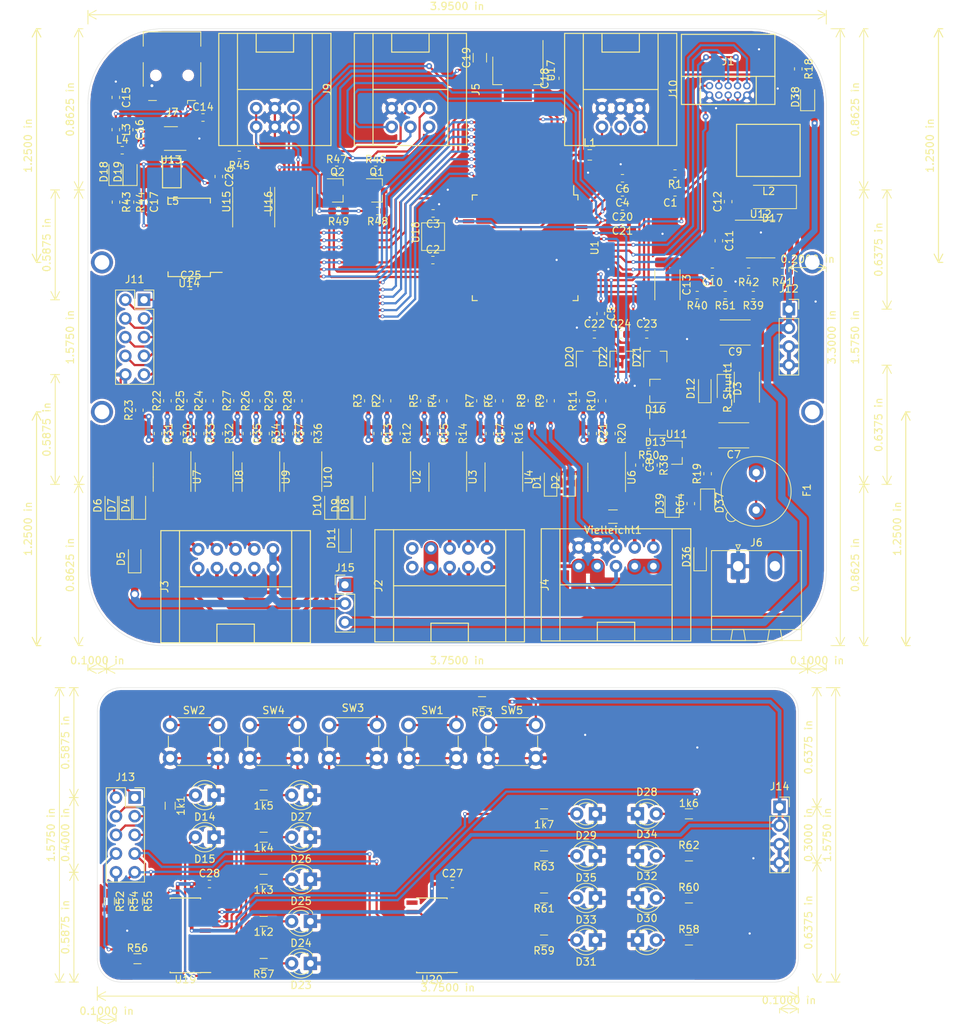
<source format=kicad_pcb>
(kicad_pcb (version 20171130) (host pcbnew "(5.1.4)-1")
  (layers (0 F.Cu signal) (31 B.Cu signal) (34 B.Paste user) (35 F.Paste user) (36 B.SilkS user) (37 F.SilkS user) (38 B.Mask user) (39 F.Mask user) (44 Edge.Cuts user))
  (net 0 "")
  (net 1 RESET)
  (net 2 GND)
  (net 3 "Net-(C2-Pad2)")
  (net 4 "Net-(C3-Pad2)")
  (net 5 "Net-(C4-Pad2)")
  (net 6 +5V)
  (net 7 "Net-(C6-Pad2)")
  (net 8 +12V)
  (net 9 "Net-(J2-Pad3)")
  (net 10 "Net-(R12-Pad2)")
  (net 11 RGB1_ROT)
  (net 12 "Net-(R13-Pad2)")
  (net 13 RGB1_GRUEN)
  (net 14 RGB1_BLAU)
  (net 15 "Net-(R14-Pad2)")
  (net 16 "Net-(R15-Pad2)")
  (net 17 RGB2_ROT)
  (net 18 RGB2_GRUEN)
  (net 19 "Net-(R16-Pad2)")
  (net 20 "Net-(R17-Pad2)")
  (net 21 RGB2_BLAU)
  (net 22 PWM_PUMPE)
  (net 23 "Net-(R10-Pad1)")
  (net 24 "Net-(R11-Pad1)")
  (net 25 HEIZUNG)
  (net 26 SM1_1)
  (net 27 "Net-(R22-Pad1)")
  (net 28 "Net-(R23-Pad1)")
  (net 29 SM1_2)
  (net 30 SM1_3)
  (net 31 "Net-(R24-Pad1)")
  (net 32 SM1_4)
  (net 33 "Net-(R25-Pad1)")
  (net 34 SM2_1)
  (net 35 "Net-(R26-Pad1)")
  (net 36 "Net-(R27-Pad1)")
  (net 37 SM2_2)
  (net 38 SM2_3)
  (net 39 "Net-(R28-Pad1)")
  (net 40 "Net-(R29-Pad1)")
  (net 41 SM2_4)
  (net 42 UART_RXD)
  (net 43 UART_TXD)
  (net 44 UART_DIR)
  (net 45 "Net-(U1-Pad7)")
  (net 46 "Net-(U1-Pad8)")
  (net 47 "Net-(U1-Pad17)")
  (net 48 "Net-(U1-Pad18)")
  (net 49 "Net-(U1-Pad19)")
  (net 50 I²C_SCL)
  (net 51 I²C_SDA)
  (net 52 "Net-(U1-Pad27)")
  (net 53 "Net-(U1-Pad28)")
  (net 54 "Net-(U1-Pad29)")
  (net 55 "Net-(U1-Pad30)")
  (net 56 TDI)
  (net 57 TDO)
  (net 58 TMS)
  (net 59 TCK)
  (net 60 Voltage_Controle)
  (net 61 Current_Controle)
  (net 62 "Net-(J4-Pad5)")
  (net 63 PWM_LUEFTER1)
  (net 64 PWM_LUEFTER2)
  (net 65 "Net-(C7-Pad1)")
  (net 66 "Net-(C11-Pad1)")
  (net 67 "Net-(C12-Pad1)")
  (net 68 "Net-(C12-Pad2)")
  (net 69 "Net-(R41-Pad2)")
  (net 70 "Net-(C14-Pad2)")
  (net 71 "Net-(C14-Pad1)")
  (net 72 "Net-(C16-Pad2)")
  (net 73 "Net-(C17-Pad2)")
  (net 74 "Net-(D18-Pad1)")
  (net 75 "Net-(D19-Pad1)")
  (net 76 "Net-(J7-Pad4)")
  (net 77 "Net-(J7-Pad3)")
  (net 78 "Net-(J7-Pad2)")
  (net 79 "Net-(L5-Pad2)")
  (net 80 "Net-(L5-Pad4)")
  (net 81 "Net-(R43-Pad2)")
  (net 82 "Net-(R44-Pad2)")
  (net 83 "Net-(U14-Pad5)")
  (net 84 "Net-(U14-Pad2)")
  (net 85 "Net-(U14-Pad1)")
  (net 86 "Net-(U14-Pad3)")
  (net 87 "Net-(U14-Pad12)")
  (net 88 "Net-(U14-Pad13)")
  (net 89 "Net-(U14-Pad14)")
  (net 90 "Net-(U14-Pad27)")
  (net 91 "Net-(U14-Pad28)")
  (net 92 "Net-(J1-Pad8)")
  (net 93 +3V3)
  (net 94 GND_HUMI1)
  (net 95 GND_HUMI2)
  (net 96 NOT-AUS)
  (net 97 INPUT1)
  (net 98 INPUT2)
  (net 99 "Net-(J9-Pad1)")
  (net 100 "Net-(J9-Pad3)")
  (net 101 NOTAUS)
  (net 102 Stop)
  (net 103 Start)
  (net 104 Dbg2)
  (net 105 Dbg1)
  (net 106 SR_Latch)
  (net 107 SR_Daten)
  (net 108 SR_Takt)
  (net 109 +5C)
  (net 110 "Net-(U18-Pad1)")
  (net 111 "Net-(U18-Pad3)")
  (net 112 "Net-(D10-Pad1)")
  (net 113 /Frontpannel/SR_Takt-)
  (net 114 /Frontpannel/SR_Daten-)
  (net 115 /Frontpannel/SR_Latch-)
  (net 116 /Frontpannel/Dbg1-)
  (net 117 /Frontpannel/Dbg2-)
  (net 118 /Frontpannel/START-)
  (net 119 /Frontpannel/STOP-)
  (net 120 /Frontpannel/NOTAUS-)
  (net 121 /Frontpannel/RESET-)
  (net 122 "Net-(R38-Pad1)")
  (net 123 "Net-(R39-Pad2)")
  (net 124 "Net-(1k1-Pad1)")
  (net 125 "Net-(1k2-Pad2)")
  (net 126 "Net-(1k2-Pad1)")
  (net 127 "Net-(1k3-Pad1)")
  (net 128 "Net-(1k3-Pad2)")
  (net 129 "Net-(1k4-Pad2)")
  (net 130 "Net-(1k4-Pad1)")
  (net 131 "Net-(1k5-Pad1)")
  (net 132 "Net-(1k5-Pad2)")
  (net 133 "Net-(1k6-Pad2)")
  (net 134 "Net-(1k6-Pad1)")
  (net 135 "Net-(1k7-Pad1)")
  (net 136 "Net-(1k7-Pad2)")
  (net 137 "Net-(D15-Pad2)")
  (net 138 "Net-(D23-Pad2)")
  (net 139 "Net-(D30-Pad2)")
  (net 140 "Net-(D31-Pad2)")
  (net 141 "Net-(D32-Pad2)")
  (net 142 "Net-(D33-Pad2)")
  (net 143 "Net-(D34-Pad2)")
  (net 144 "Net-(D35-Pad2)")
  (net 145 "Net-(R56-Pad2)")
  (net 146 "Net-(R57-Pad2)")
  (net 147 "Net-(R58-Pad2)")
  (net 148 "Net-(R59-Pad2)")
  (net 149 "Net-(R60-Pad2)")
  (net 150 "Net-(R61-Pad2)")
  (net 151 "Net-(R62-Pad2)")
  (net 152 "Net-(R63-Pad2)")
  (net 153 "Net-(U19-Pad9)")
  (net 154 "Net-(U20-Pad9)")
  (net 155 "Net-(U20-Pad7)")
  (net 156 "Net-(U20-Pad6)")
  (net 157 Adress_Press2)
  (net 158 Adress_Press1)
  (net 159 "Net-(D4-Pad2)")
  (net 160 "Net-(D5-Pad2)")
  (net 161 "Net-(D6-Pad2)")
  (net 162 "Net-(D7-Pad2)")
  (net 163 "Net-(D8-Pad2)")
  (net 164 "Net-(D9-Pad2)")
  (net 165 "Net-(D10-Pad2)")
  (net 166 "Net-(D11-Pad2)")
  (net 167 "Net-(D37-Pad2)")
  (net 168 "Net-(D37-Pad1)")
  (net 169 "Net-(J4-Pad3)")
  (net 170 "Net-(U6-Pad5)")
  (net 171 "Net-(D38-Pad2)")
  (net 172 "Net-(J2-Pad8)")
  (net 173 "Net-(J2-Pad6)")
  (net 174 "Net-(J2-Pad4)")
  (net 175 "Net-(J4-Pad8)")
  (net 176 "Net-(J4-Pad4)")
  (net 177 "Net-(J2-Pad10)")
  (net 178 "Net-(J2-Pad9)")
  (net 179 "Net-(J2-Pad5)")
  (net 180 "Net-(J2-Pad1)")
  (net 181 "Net-(J5-Pad5)")
  (net 182 "Net-(J5-Pad4)")
  (net 183 "Net-(D39-Pad2)")
  (module Diode_SMD:D_SOD-323_HandSoldering (layer F.Cu) (at 106.045 112.395 90)
    (fp_text reference D10 (at 0 -1.85 90) (layer F.SilkS))
    (fp_text value 1N4148)
    (pad 2 smd rect (at 1.25 0 90) (size 1 1) (layers F.Cu F.Paste F.Mask) (net 165 "Net-(D10-Pad2)"))
    (pad 1 smd rect (at -1.25 0 90) (size 1 1) (layers F.Cu F.Paste F.Mask) (net 112 "Net-(D10-Pad1)"))
  )
  (module Diode_SMD:D_SOD-323_HandSoldering (layer F.Cu) (at 107.95 116.84 90)
    (fp_text reference D11 (at 0 -1.85 90) (layer F.SilkS))
    (fp_text value 1N4148)
    (pad 2 smd rect (at 1.25 0 90) (size 1 1) (layers F.Cu F.Paste F.Mask) (net 166 "Net-(D11-Pad2)"))
    (pad 1 smd rect (at -1.25 0 90) (size 1 1) (layers F.Cu F.Paste F.Mask) (net 112 "Net-(D10-Pad1)"))
  )
  (module Package_SO:SO-8_3.9x4.9mm_P1.27mm (layer F.Cu) (at 129.54 108.55 270)
    (fp_text reference U4 (at 0 -3.4 90) (layer F.SilkS))
    (fp_text value IRF9313PBF)
    (pad 8 smd roundrect (at 2.575 -1.905 270) (size 1.75 0.6) (layers F.Cu F.Paste F.Mask) (net 172 "Net-(J2-Pad8)"))
    (pad 7 smd roundrect (at 2.575 -0.635 270) (size 1.75 0.6) (layers F.Cu F.Paste F.Mask) (net 172 "Net-(J2-Pad8)"))
    (pad 6 smd roundrect (at 2.575 0.635 270) (size 1.75 0.6) (layers F.Cu F.Paste F.Mask) (net 178 "Net-(J2-Pad9)"))
    (pad 5 smd roundrect (at 2.575 1.905 270) (size 1.75 0.6) (layers F.Cu F.Paste F.Mask) (net 178 "Net-(J2-Pad9)"))
    (pad 4 smd roundrect (at -2.575 1.905 270) (size 1.75 0.6) (layers F.Cu F.Paste F.Mask) (net 20 "Net-(R17-Pad2)"))
    (pad 3 smd roundrect (at -2.575 0.635 270) (size 1.75 0.6) (layers F.Cu F.Paste F.Mask) (net 2 GND))
    (pad 2 smd roundrect (at -2.575 -0.635 270) (size 1.75 0.6) (layers F.Cu F.Paste F.Mask) (net 19 "Net-(R16-Pad2)"))
    (pad 1 smd roundrect (at -2.575 -1.905 270) (size 1.75 0.6) (layers F.Cu F.Paste F.Mask) (net 2 GND))
  )
  (module Package_SO:SO-8_3.9x4.9mm_P1.27mm (layer F.Cu) (at 143.51 108.585 270)
    (fp_text reference U6 (at 0 -3.4 90) (layer F.SilkS))
    (fp_text value IRF9313PBF)
    (pad 8 smd roundrect (at 2.575 -1.905 270) (size 1.75 0.6) (layers F.Cu F.Paste F.Mask) (net 62 "Net-(J4-Pad5)"))
    (pad 7 smd roundrect (at 2.575 -0.635 270) (size 1.75 0.6) (layers F.Cu F.Paste F.Mask) (net 62 "Net-(J4-Pad5)"))
    (pad 6 smd roundrect (at 2.575 0.635 270) (size 1.75 0.6) (layers F.Cu F.Paste F.Mask) (net 170 "Net-(U6-Pad5)"))
    (pad 5 smd roundrect (at 2.575 1.905 270) (size 1.75 0.6) (layers F.Cu F.Paste F.Mask) (net 170 "Net-(U6-Pad5)"))
    (pad 4 smd roundrect (at -2.575 1.905 270) (size 1.75 0.6) (layers F.Cu F.Paste F.Mask) (net 24 "Net-(R11-Pad1)"))
    (pad 3 smd roundrect (at -2.575 0.635 270) (size 1.75 0.6) (layers F.Cu F.Paste F.Mask) (net 2 GND))
    (pad 2 smd roundrect (at -2.575 -0.635 270) (size 1.75 0.6) (layers F.Cu F.Paste F.Mask) (net 23 "Net-(R10-Pad1)"))
    (pad 1 smd roundrect (at -2.575 -1.905 270) (size 1.75 0.6) (layers F.Cu F.Paste F.Mask) (net 2 GND))
  )
  (module Package_TO_SOT_SMD:SOT-23 (layer F.Cu) (at 150.13 101.285 180)
    (fp_text reference D13 (at 0 -2.5) (layer F.SilkS))
    (fp_text value BAS40-04)
    (pad 3 smd rect (at 1 0 180) (size 0.9 0.8) (layers F.Cu F.Paste F.Mask) (net 61 Current_Controle))
    (pad 2 smd rect (at -1 0.95 180) (size 0.9 0.8) (layers F.Cu F.Paste F.Mask) (net 6 +5V))
    (pad 1 smd rect (at -1 -0.95 180) (size 0.9 0.8) (layers F.Cu F.Paste F.Mask) (net 2 GND))
  )
  (module Diode_SMD:D_SOD-323_HandSoldering (layer F.Cu) (at 79.375 119.654 90)
    (fp_text reference D5 (at 0 -1.85 90) (layer F.SilkS))
    (fp_text value 1N4148)
    (pad 2 smd rect (at 1.25 0 90) (size 1 1) (layers F.Cu F.Paste F.Mask) (net 160 "Net-(D5-Pad2)"))
    (pad 1 smd rect (at -1.25 0 90) (size 1 1) (layers F.Cu F.Paste F.Mask) (net 112 "Net-(D10-Pad1)"))
  )
  (module Package_SO:SO-8_3.9x4.9mm_P1.27mm (layer F.Cu) (at 90.17 108.55 270)
    (fp_text reference U8 (at 0 -3.4 90) (layer F.SilkS))
    (fp_text value IRF9313PBF)
    (pad 8 smd roundrect (at 2.575 -1.905 270) (size 1.75 0.6) (layers F.Cu F.Paste F.Mask) (net 161 "Net-(D6-Pad2)"))
    (pad 7 smd roundrect (at 2.575 -0.635 270) (size 1.75 0.6) (layers F.Cu F.Paste F.Mask) (net 161 "Net-(D6-Pad2)"))
    (pad 6 smd roundrect (at 2.575 0.635 270) (size 1.75 0.6) (layers F.Cu F.Paste F.Mask) (net 162 "Net-(D7-Pad2)"))
    (pad 5 smd roundrect (at 2.575 1.905 270) (size 1.75 0.6) (layers F.Cu F.Paste F.Mask) (net 162 "Net-(D7-Pad2)"))
    (pad 4 smd roundrect (at -2.575 1.905 270) (size 1.75 0.6) (layers F.Cu F.Paste F.Mask) (net 33 "Net-(R25-Pad1)"))
    (pad 3 smd roundrect (at -2.575 0.635 270) (size 1.75 0.6) (layers F.Cu F.Paste F.Mask) (net 2 GND))
    (pad 2 smd roundrect (at -2.575 -0.635 270) (size 1.75 0.6) (layers F.Cu F.Paste F.Mask) (net 31 "Net-(R24-Pad1)"))
    (pad 1 smd roundrect (at -2.575 -1.905 270) (size 1.75 0.6) (layers F.Cu F.Paste F.Mask) (net 2 GND))
  )
  (module Capacitor_SMD:C_0603_1608Metric_Pad1.05x0.95mm_HandSolder (layer F.Cu) (at 147.955 106.92 270)
    (fp_text reference C8 (at 0 -1.43 90) (layer F.SilkS))
    (fp_text value 10nF)
    (pad 2 smd roundrect (at 0.875 0 270) (size 1.05 0.95) (layers F.Cu F.Paste F.Mask) (net 2 GND))
    (pad 1 smd roundrect (at -0.875 0 270) (size 1.05 0.95) (layers F.Cu F.Paste F.Mask) (net 61 Current_Controle))
  )
  (module D_Lib:1N4148 (layer F.Cu) (at 156.845 96.5654 90)
    (fp_text reference D12 (at 0.0508 -1.905 90) (layer F.SilkS))
    (fp_text value 1N4148)
    (pad 1 smd rect (at -1.2246 0 90) (size 1 1) (layers F.Cu F.Paste F.Mask) (net 65 "Net-(C7-Pad1)"))
    (pad 2 smd rect (at 1.2754 0 90) (size 1 1) (layers F.Cu F.Paste F.Mask) (net 8 +12V))
  )
  (module Resistor_SMD:R_0603_1608Metric_Pad1.05x0.95mm_HandSolder (layer F.Cu) (at 155.815 83.82 180)
    (fp_text reference R40 (at 0 -1.43) (layer F.SilkS))
    (fp_text value 120k)
    (pad 2 smd roundrect (at 0.875 0 180) (size 1.05 0.95) (layers F.Cu F.Paste F.Mask) (net 2 GND))
    (pad 1 smd roundrect (at -0.875 0 180) (size 1.05 0.95) (layers F.Cu F.Paste F.Mask) (net 123 "Net-(R39-Pad2)"))
  )
  (module Resistor_SMD:R_0603_1608Metric_Pad1.05x0.95mm_HandSolder (layer F.Cu) (at 101.6 98.185 90)
    (fp_text reference R28 (at 0 -1.43 90) (layer F.SilkS))
    (fp_text value 160R)
    (pad 2 smd roundrect (at 0.875 0 90) (size 1.05 0.95) (layers F.Cu F.Paste F.Mask) (net 38 SM2_3))
    (pad 1 smd roundrect (at -0.875 0 90) (size 1.05 0.95) (layers F.Cu F.Paste F.Mask) (net 39 "Net-(R28-Pad1)"))
  )
  (module Connector_Phoenix_MSTB:PhoenixContact_MSTBA_2,5_2-G_1x02_P5.00mm_Horizontal (layer F.Cu) (at 161.37 120.65)
    (fp_text reference J6 (at 2.5 -3.2) (layer F.SilkS))
    (fp_text value +12V)
    (pad 2 thru_hole oval (at 5 0) (size 2 3.6) (drill 1.4) (layers *.Cu *.Mask) (net 167 "Net-(D37-Pad2)"))
    (pad 1 thru_hole roundrect (at 0 0) (size 2 3.6) (drill 1.4) (layers *.Cu *.Mask) (roundrect_rratio 0.125) (net 2 GND))
  )
  (module Resistor_SMD:R_0603_1608Metric_Pad1.05x0.95mm_HandSolder (layer F.Cu) (at 152.795 67.31 180)
    (fp_text reference R1 (at 0 -1.43) (layer F.SilkS))
    (fp_text value R)
    (pad 2 smd roundrect (at 0.875 0 180) (size 1.05 0.95) (layers F.Cu F.Paste F.Mask) (net 1 RESET))
    (pad 1 smd roundrect (at -0.875 0 180) (size 1.05 0.95) (layers F.Cu F.Paste F.Mask) (net 6 +5V))
  )
  (module Resistor_SMD:R_0603_1608Metric_Pad1.05x0.95mm_HandSolder (layer F.Cu) (at 162.8 80.645 180)
    (fp_text reference R42 (at 0 -1.43) (layer F.SilkS))
    (fp_text value 510k)
    (pad 2 smd roundrect (at 0.875 0 180) (size 1.05 0.95) (layers F.Cu F.Paste F.Mask) (net 2 GND))
    (pad 1 smd roundrect (at -0.875 0 180) (size 1.05 0.95) (layers F.Cu F.Paste F.Mask) (net 69 "Net-(R41-Pad2)"))
  )
  (module Resistor_SMD:R_0603_1608Metric_Pad1.05x0.95mm_HandSolder (layer F.Cu) (at 99.06 98.185 90)
    (fp_text reference R29 (at 0 -1.43 90) (layer F.SilkS))
    (fp_text value 160R)
    (pad 2 smd roundrect (at 0.875 0 90) (size 1.05 0.95) (layers F.Cu F.Paste F.Mask) (net 41 SM2_4))
    (pad 1 smd roundrect (at -0.875 0 90) (size 1.05 0.95) (layers F.Cu F.Paste F.Mask) (net 40 "Net-(R29-Pad1)"))
  )
  (module Package_QFP:TQFP-64_14x14mm_P0.8mm (layer F.Cu) (at 132.43 77.39 270)
    (fp_text reference U1 (at 0 -9.45 90) (layer F.SilkS))
    (fp_text value ATmega64-16AU)
    (pad 64 smd rect (at -6 -7.7) (size 1.5 0.55) (layers F.Cu F.Paste F.Mask) (net 7 "Net-(C6-Pad2)"))
    (pad 63 smd rect (at -5.2 -7.7) (size 1.5 0.55) (layers F.Cu F.Paste F.Mask) (net 2 GND))
    (pad 62 smd rect (at -4.4 -7.7) (size 1.5 0.55) (layers F.Cu F.Paste F.Mask) (net 5 "Net-(C4-Pad2)"))
    (pad 61 smd rect (at -3.6 -7.7) (size 1.5 0.55) (layers F.Cu F.Paste F.Mask) (net 94 GND_HUMI1))
    (pad 60 smd rect (at -2.8 -7.7) (size 1.5 0.55) (layers F.Cu F.Paste F.Mask) (net 95 GND_HUMI2))
    (pad 59 smd rect (at -2 -7.7) (size 1.5 0.55) (layers F.Cu F.Paste F.Mask) (net 60 Voltage_Controle))
    (pad 58 smd rect (at -1.2 -7.7) (size 1.5 0.55) (layers F.Cu F.Paste F.Mask) (net 61 Current_Controle))
    (pad 57 smd rect (at -0.4 -7.7) (size 1.5 0.55) (layers F.Cu F.Paste F.Mask) (net 59 TCK))
    (pad 56 smd rect (at 0.4 -7.7) (size 1.5 0.55) (layers F.Cu F.Paste F.Mask) (net 58 TMS))
    (pad 55 smd rect (at 1.2 -7.7) (size 1.5 0.55) (layers F.Cu F.Paste F.Mask) (net 57 TDO))
    (pad 54 smd rect (at 2 -7.7) (size 1.5 0.55) (layers F.Cu F.Paste F.Mask) (net 56 TDI))
    (pad 53 smd rect (at 2.8 -7.7) (size 1.5 0.55) (layers F.Cu F.Paste F.Mask) (net 2 GND))
    (pad 52 smd rect (at 3.6 -7.7) (size 1.5 0.55) (layers F.Cu F.Paste F.Mask) (net 6 +5V))
    (pad 51 smd rect (at 4.4 -7.7) (size 1.5 0.55) (layers F.Cu F.Paste F.Mask) (net 97 INPUT1))
    (pad 50 smd rect (at 5.2 -7.7) (size 1.5 0.55) (layers F.Cu F.Paste F.Mask) (net 98 INPUT2))
    (pad 49 smd rect (at 6 -7.7) (size 1.5 0.55) (layers F.Cu F.Paste F.Mask) (net 96 NOT-AUS))
    (pad 48 smd rect (at 7.7 -6 270) (size 1.5 0.55) (layers F.Cu F.Paste F.Mask) (net 22 PWM_PUMPE))
    (pad 47 smd rect (at 7.7 -5.2 270) (size 1.5 0.55) (layers F.Cu F.Paste F.Mask) (net 25 HEIZUNG))
    (pad 46 smd rect (at 7.7 -4.4 270) (size 1.5 0.55) (layers F.Cu F.Paste F.Mask) (net 63 PWM_LUEFTER1))
    (pad 45 smd rect (at 7.7 -3.6 270) (size 1.5 0.55) (layers F.Cu F.Paste F.Mask) (net 64 PWM_LUEFTER2))
    (pad 44 smd rect (at 7.7 -2.8 270) (size 1.5 0.55) (layers F.Cu F.Paste F.Mask) (net 17 RGB2_ROT))
    (pad 43 smd rect (at 7.7 -2 270) (size 1.5 0.55) (layers F.Cu F.Paste F.Mask) (net 18 RGB2_GRUEN))
    (pad 42 smd rect (at 7.7 -1.2 270) (size 1.5 0.55) (layers F.Cu F.Paste F.Mask) (net 21 RGB2_BLAU))
    (pad 41 smd rect (at 7.7 -0.4 270) (size 1.5 0.55) (layers F.Cu F.Paste F.Mask) (net 11 RGB1_ROT))
    (pad 40 smd rect (at 7.7 0.4 270) (size 1.5 0.55) (layers F.Cu F.Paste F.Mask) (net 13 RGB1_GRUEN))
    (pad 39 smd rect (at 7.7 1.2 270) (size 1.5 0.55) (layers F.Cu F.Paste F.Mask) (net 14 RGB1_BLAU))
    (pad 38 smd rect (at 7.7 2 270) (size 1.5 0.55) (layers F.Cu F.Paste F.Mask) (net 38 SM2_3))
    (pad 37 smd rect (at 7.7 2.8 270) (size 1.5 0.55) (layers F.Cu F.Paste F.Mask) (net 41 SM2_4))
    (pad 36 smd rect (at 7.7 3.6 270) (size 1.5 0.55) (layers F.Cu F.Paste F.Mask) (net 34 SM2_1))
    (pad 35 smd rect (at 7.7 4.4 270) (size 1.5 0.55) (layers F.Cu F.Paste F.Mask) (net 37 SM2_2))
    (pad 34 smd rect (at 7.7 5.2 270) (size 1.5 0.55) (layers F.Cu F.Paste F.Mask) (net 30 SM1_3))
    (pad 33 smd rect (at 7.7 6 270) (size 1.5 0.55) (layers F.Cu F.Paste F.Mask) (net 32 SM1_4))
    (pad 32 smd rect (at 6 7.7) (size 1.5 0.55) (layers F.Cu F.Paste F.Mask) (net 26 SM1_1))
    (pad 31 smd rect (at 5.2 7.7) (size 1.5 0.55) (layers F.Cu F.Paste F.Mask) (net 29 SM1_2))
    (pad 30 smd rect (at 4.4 7.7) (size 1.5 0.55) (layers F.Cu F.Paste F.Mask) (net 55 "Net-(U1-Pad30)"))
    (pad 29 smd rect (at 3.6 7.7) (size 1.5 0.55) (layers F.Cu F.Paste F.Mask) (net 54 "Net-(U1-Pad29)"))
    (pad 28 smd rect (at 2.8 7.7) (size 1.5 0.55) (layers F.Cu F.Paste F.Mask) (net 53 "Net-(U1-Pad28)"))
    (pad 27 smd rect (at 2 7.7) (size 1.5 0.55) (layers F.Cu F.Paste F.Mask) (net 52 "Net-(U1-Pad27)"))
    (pad 26 smd rect (at 1.2 7.7) (size 1.5 0.55) (layers F.Cu F.Paste F.Mask) (net 51 I²C_SDA))
    (pad 25 smd rect (at 0.4 7.7) (size 1.5 0.55) (layers F.Cu F.Paste F.Mask) (net 50 I²C_SCL))
    (pad 24 smd rect (at -0.4 7.7) (size 1.5 0.55) (layers F.Cu F.Paste F.Mask) (net 3 "Net-(C2-Pad2)"))
    (pad 23 smd rect (at -1.2 7.7) (size 1.5 0.55) (layers F.Cu F.Paste F.Mask) (net 4 "Net-(C3-Pad2)"))
    (pad 22 smd rect (at -2 7.7) (size 1.5 0.55) (layers F.Cu F.Paste F.Mask) (net 2 GND))
    (pad 21 smd rect (at -2.8 7.7) (size 1.5 0.55) (layers F.Cu F.Paste F.Mask) (net 6 +5V))
    (pad 20 smd rect (at -3.6 7.7) (size 1.5 0.55) (layers F.Cu F.Paste F.Mask) (net 1 RESET))
    (pad 19 smd rect (at -4.4 7.7) (size 1.5 0.55) (layers F.Cu F.Paste F.Mask) (net 49 "Net-(U1-Pad19)"))
    (pad 18 smd rect (at -5.2 7.7) (size 1.5 0.55) (layers F.Cu F.Paste F.Mask) (net 48 "Net-(U1-Pad18)"))
    (pad 17 smd rect (at -6 7.7) (size 1.5 0.55) (layers F.Cu F.Paste F.Mask) (net 47 "Net-(U1-Pad17)"))
    (pad 16 smd rect (at -7.7 6 270) (size 1.5 0.55) (layers F.Cu F.Paste F.Mask) (net 108 SR_Takt))
    (pad 15 smd rect (at -7.7 5.2 270) (size 1.5 0.55) (layers F.Cu F.Paste F.Mask) (net 107 SR_Daten))
    (pad 14 smd rect (at -7.7 4.4 270) (size 1.5 0.55) (layers F.Cu F.Paste F.Mask) (net 106 SR_Latch))
    (pad 13 smd rect (at -7.7 3.6 270) (size 1.5 0.55) (layers F.Cu F.Paste F.Mask) (net 105 Dbg1))
    (pad 12 smd rect (at -7.7 2.8 270) (size 1.5 0.55) (layers F.Cu F.Paste F.Mask) (net 104 Dbg2))
    (pad 11 smd rect (at -7.7 2 270) (size 1.5 0.55) (layers F.Cu F.Paste F.Mask) (net 103 Start))
    (pad 10 smd rect (at -7.7 1.2 270) (size 1.5 0.55) (layers F.Cu F.Paste F.Mask) (net 102 Stop))
    (pad 9 smd rect (at -7.7 0.4 270) (size 1.5 0.55) (layers F.Cu F.Paste F.Mask) (net 101 NOTAUS))
    (pad 8 smd rect (at -7.7 -0.4 270) (size 1.5 0.55) (layers F.Cu F.Paste F.Mask) (net 46 "Net-(U1-Pad8)"))
    (pad 7 smd rect (at -7.7 -1.2 270) (size 1.5 0.55) (layers F.Cu F.Paste F.Mask) (net 45 "Net-(U1-Pad7)"))
    (pad 6 smd rect (at -7.7 -2 270) (size 1.5 0.55) (layers F.Cu F.Paste F.Mask) (net 157 Adress_Press2))
    (pad 5 smd rect (at -7.7 -2.8 270) (size 1.5 0.55) (layers F.Cu F.Paste F.Mask) (net 158 Adress_Press1))
    (pad 4 smd rect (at -7.7 -3.6 270) (size 1.5 0.55) (layers F.Cu F.Paste F.Mask) (net 44 UART_DIR))
    (pad 3 smd rect (at -7.7 -4.4 270) (size 1.5 0.55) (layers F.Cu F.Paste F.Mask) (net 43 UART_TXD))
    (pad 2 smd rect (at -7.7 -5.2 270) (size 1.5 0.55) (layers F.Cu F.Paste F.Mask) (net 42 UART_RXD))
    (pad 1 smd rect (at -7.7 -6 270) (size 1.5 0.55) (layers F.Cu F.Paste F.Mask) (net 6 +5V))
  )
  (module L_Lib:WE-CNSW (layer F.Cu) (at 84.4296 67.2592 180)
    (fp_text reference L5 (at -0.1 -3.77) (layer F.SilkS))
    (fp_text value WE-CNSW)
    (pad 4 smd rect (at -0.6604 -1.143 180) (size 1 1.5) (layers F.Cu F.Paste F.Mask) (net 80 "Net-(L5-Pad4)"))
    (pad 2 smd rect (at 0.6858 -1.143 180) (size 1 1.5) (layers F.Cu F.Paste F.Mask) (net 79 "Net-(L5-Pad2)"))
    (pad 1 smd rect (at 0.6858 1.2192 180) (size 1 1.5) (layers F.Cu F.Paste F.Mask) (net 77 "Net-(J7-Pad3)"))
    (pad 3 smd rect (at -0.6604 1.2192 180) (size 1 1.5) (layers F.Cu F.Paste F.Mask) (net 78 "Net-(J7-Pad2)"))
  )
  (module Capacitor_SMD:C_0603_1608Metric_Pad1.05x0.95mm_HandSolder (layer F.Cu) (at 157.875 80.645 180)
    (fp_text reference C10 (at 0 -1.43) (layer F.SilkS))
    (fp_text value 10nF)
    (pad 2 smd roundrect (at 0.875 0 180) (size 1.05 0.95) (layers F.Cu F.Paste F.Mask) (net 2 GND))
    (pad 1 smd roundrect (at -0.875 0 180) (size 1.05 0.95) (layers F.Cu F.Paste F.Mask) (net 60 Voltage_Controle))
  )
  (module Resistor_SMD:R_0603_1608Metric_Pad1.05x0.95mm_HandSolder (layer F.Cu) (at 167.4 80.645 180)
    (fp_text reference R41 (at 0 -1.43) (layer F.SilkS))
    (fp_text value 510k)
    (pad 2 smd roundrect (at 0.875 0 180) (size 1.05 0.95) (layers F.Cu F.Paste F.Mask) (net 69 "Net-(R41-Pad2)"))
    (pad 1 smd roundrect (at -0.875 0 180) (size 1.05 0.95) (layers F.Cu F.Paste F.Mask) (net 8 +12V))
  )
  (module Resistor_SMD:R_0603_1608Metric_Pad1.05x0.95mm_HandSolder (layer F.Cu) (at 149.86 106.92 270)
    (fp_text reference R38 (at 0 -1.43 90) (layer F.SilkS))
    (fp_text value 5k)
    (pad 2 smd roundrect (at 0.875 0 270) (size 1.05 0.95) (layers F.Cu F.Paste F.Mask) (net 2 GND))
    (pad 1 smd roundrect (at -0.875 0 270) (size 1.05 0.95) (layers F.Cu F.Paste F.Mask) (net 122 "Net-(R38-Pad1)"))
  )
  (module Capacitor_SMD:C_0603_1608Metric_Pad1.05x0.95mm_HandSolder (layer F.Cu) (at 145.655 67.945 180)
    (fp_text reference C6 (at 0 -1.43) (layer F.SilkS))
    (fp_text value 100nF)
    (pad 2 smd roundrect (at 0.875 0 180) (size 1.05 0.95) (layers F.Cu F.Paste F.Mask) (net 7 "Net-(C6-Pad2)"))
    (pad 1 smd roundrect (at -0.875 0 180) (size 1.05 0.95) (layers F.Cu F.Paste F.Mask) (net 2 GND))
  )
  (module Resistor_SMD:R_0603_1608Metric_Pad1.05x0.95mm_HandSolder (layer F.Cu) (at 95.885 98.185 90)
    (fp_text reference R26 (at 0 -1.43 90) (layer F.SilkS))
    (fp_text value 160R)
    (pad 2 smd roundrect (at 0.875 0 90) (size 1.05 0.95) (layers F.Cu F.Paste F.Mask) (net 34 SM2_1))
    (pad 1 smd roundrect (at -0.875 0 90) (size 1.05 0.95) (layers F.Cu F.Paste F.Mask) (net 35 "Net-(R26-Pad1)"))
  )
  (module Diode_SMD:D_SOD-323_HandSoldering (layer F.Cu) (at 138.43 109.24 90)
    (fp_text reference D2 (at 0 -1.85 90) (layer F.SilkS))
    (fp_text value 1N4148)
    (pad 2 smd rect (at 1.25 0 90) (size 1 1) (layers F.Cu F.Paste F.Mask) (net 2 GND))
    (pad 1 smd rect (at -1.25 0 90) (size 1 1) (layers F.Cu F.Paste F.Mask) (net 8 +12V))
  )
  (module Resistor_SMD:R_0603_1608Metric_Pad1.05x0.95mm_HandSolder (layer F.Cu) (at 111.125 98.185 90)
    (fp_text reference R3 (at 0 -1.43 90) (layer F.SilkS))
    (fp_text value 160R)
    (pad 2 smd roundrect (at 0.875 0 90) (size 1.05 0.95) (layers F.Cu F.Paste F.Mask) (net 14 RGB1_BLAU))
    (pad 1 smd roundrect (at -0.875 0 90) (size 1.05 0.95) (layers F.Cu F.Paste F.Mask) (net 12 "Net-(R13-Pad2)"))
  )
  (module Capacitor_SMD:C_0603_1608Metric_Pad1.05x0.95mm_HandSolder (layer F.Cu) (at 160.02 71.12 90)
    (fp_text reference C12 (at 0 -1.43 90) (layer F.SilkS))
    (fp_text value 100nF)
    (pad 2 smd roundrect (at 0.875 0 90) (size 1.05 0.95) (layers F.Cu F.Paste F.Mask) (net 68 "Net-(C12-Pad2)"))
    (pad 1 smd roundrect (at -0.875 0 90) (size 1.05 0.95) (layers F.Cu F.Paste F.Mask) (net 67 "Net-(C12-Pad1)"))
  )
  (module Inductor_SMD:L_0805_2012Metric_Pad1.15x1.40mm_HandSolder (layer F.Cu) (at 141.215 64.77)
    (fp_text reference L1 (at 0 -1.65) (layer F.SilkS))
    (fp_text value 10uH)
    (pad 2 smd roundrect (at 1.025 0) (size 1.15 1.4) (layers F.Cu F.Paste F.Mask) (roundrect_rratio 0.217391) (net 7 "Net-(C6-Pad2)"))
    (pad 1 smd roundrect (at -1.025 0) (size 1.15 1.4) (layers F.Cu F.Paste F.Mask) (roundrect_rratio 0.217391) (net 6 +5V))
  )
  (module D_Lib:1N4148 (layer F.Cu) (at 159.385 96.4746 270)
    (fp_text reference D3 (at 0.0508 -1.905 90) (layer F.SilkS))
    (fp_text value 1N4148)
    (pad 1 smd rect (at -1.2246 0 270) (size 1 1) (layers F.Cu F.Paste F.Mask) (net 8 +12V))
    (pad 2 smd rect (at 1.2754 0 270) (size 1 1) (layers F.Cu F.Paste F.Mask) (net 65 "Net-(C7-Pad1)"))
  )
  (module Diode_SMD:D_SOD-323_HandSoldering (layer F.Cu) (at 80.01 112.395 90)
    (fp_text reference D4 (at 0 -1.85 90) (layer F.SilkS))
    (fp_text value 1N4148)
    (pad 2 smd rect (at 1.25 0 90) (size 1 1) (layers F.Cu F.Paste F.Mask) (net 159 "Net-(D4-Pad2)"))
    (pad 1 smd rect (at -1.25 0 90) (size 1 1) (layers F.Cu F.Paste F.Mask) (net 112 "Net-(D10-Pad1)"))
  )
  (module Resistor_SMD:R_0603_1608Metric_Pad1.05x0.95mm_HandSolder (layer F.Cu) (at 113.665 98.185 90)
    (fp_text reference R2 (at 0 -1.43 90) (layer F.SilkS))
    (fp_text value 160R)
    (pad 2 smd roundrect (at 0.875 0 90) (size 1.05 0.95) (layers F.Cu F.Paste F.Mask) (net 13 RGB1_GRUEN))
    (pad 1 smd roundrect (at -0.875 0 90) (size 1.05 0.95) (layers F.Cu F.Paste F.Mask) (net 10 "Net-(R12-Pad2)"))
  )
  (module Package_TO_SOT_SMD:SOT-23 (layer F.Cu) (at 150.13 96.835 180)
    (fp_text reference D16 (at 0 -2.5) (layer F.SilkS))
    (fp_text value BAS40-04)
    (pad 3 smd rect (at 1 0 180) (size 0.9 0.8) (layers F.Cu F.Paste F.Mask) (net 60 Voltage_Controle))
    (pad 2 smd rect (at -1 0.95 180) (size 0.9 0.8) (layers F.Cu F.Paste F.Mask) (net 6 +5V))
    (pad 1 smd rect (at -1 -0.95 180) (size 0.9 0.8) (layers F.Cu F.Paste F.Mask) (net 2 GND))
  )
  (module Resistor_SMD:R_0603_1608Metric_Pad1.05x0.95mm_HandSolder (layer F.Cu) (at 163.435 83.82 180)
    (fp_text reference R39 (at 0 -1.43) (layer F.SilkS))
    (fp_text value 470k)
    (pad 2 smd roundrect (at 0.875 0 180) (size 1.05 0.95) (layers F.Cu F.Paste F.Mask) (net 123 "Net-(R39-Pad2)"))
    (pad 1 smd roundrect (at -0.875 0 180) (size 1.05 0.95) (layers F.Cu F.Paste F.Mask) (net 8 +12V))
  )
  (module Capacitor_SMD:C_0603_1608Metric_Pad1.05x0.95mm_HandSolder (layer F.Cu) (at 119.925 72.72 180)
    (fp_text reference C3 (at 0 -1.43) (layer F.SilkS))
    (fp_text value 22pF)
    (pad 2 smd roundrect (at 0.875 0 180) (size 1.05 0.95) (layers F.Cu F.Paste F.Mask) (net 4 "Net-(C3-Pad2)"))
    (pad 1 smd roundrect (at -0.875 0 180) (size 1.05 0.95) (layers F.Cu F.Paste F.Mask) (net 2 GND))
  )
  (module Capacitor_SMD:C_0603_1608Metric_Pad1.05x0.95mm_HandSolder (layer F.Cu) (at 142.71 86.325 270)
    (fp_text reference C5 (at 0 -1.43 90) (layer F.SilkS))
    (fp_text value 100nF)
    (pad 2 smd roundrect (at 0.875 0 270) (size 1.05 0.95) (layers F.Cu F.Paste F.Mask) (net 2 GND))
    (pad 1 smd roundrect (at -0.875 0 270) (size 1.05 0.95) (layers F.Cu F.Paste F.Mask) (net 6 +5V))
  )
  (module Resistor_SMD:R_0603_1608Metric_Pad1.05x0.95mm_HandSolder (layer F.Cu) (at 135.89 98.185 90)
    (fp_text reference R9 (at 0 -1.43 90) (layer F.SilkS))
    (fp_text value 160R)
    (pad 2 smd roundrect (at 0.875 0 90) (size 1.05 0.95) (layers F.Cu F.Paste F.Mask) (net 63 PWM_LUEFTER1))
    (pad 1 smd roundrect (at -0.875 0 90) (size 1.05 0.95) (layers F.Cu F.Paste F.Mask) (net 169 "Net-(J4-Pad3)"))
  )
  (module Resistor_SMD:R_0603_1608Metric_Pad1.05x0.95mm_HandSolder (layer F.Cu) (at 121.285 98.185 90)
    (fp_text reference R4 (at 0 -1.43 90) (layer F.SilkS))
    (fp_text value 160R)
    (pad 2 smd roundrect (at 0.875 0 90) (size 1.05 0.95) (layers F.Cu F.Paste F.Mask) (net 21 RGB2_BLAU))
    (pad 1 smd roundrect (at -0.875 0 90) (size 1.05 0.95) (layers F.Cu F.Paste F.Mask) (net 15 "Net-(R14-Pad2)"))
  )
  (module Resistor_SMD:R_0603_1608Metric_Pad1.05x0.95mm_HandSolder (layer F.Cu) (at 97.155 102.63 270)
    (fp_text reference R34 (at 0 -1.43 90) (layer F.SilkS))
    (fp_text value 10k)
    (pad 2 smd roundrect (at 0.875 0 270) (size 1.05 0.95) (layers F.Cu F.Paste F.Mask) (net 35 "Net-(R26-Pad1)"))
    (pad 1 smd roundrect (at -0.875 0 270) (size 1.05 0.95) (layers F.Cu F.Paste F.Mask) (net 2 GND))
  )
  (module Diode_SMD:D_SOD-323_HandSoldering (layer F.Cu) (at 107.95 112.395 90)
    (fp_text reference D9 (at 0 -1.27 90) (layer F.SilkS))
    (fp_text value 1N4148)
    (pad 2 smd rect (at 1.25 0 90) (size 1 1) (layers F.Cu F.Paste F.Mask) (net 164 "Net-(D9-Pad2)"))
    (pad 1 smd rect (at -1.25 0 90) (size 1 1) (layers F.Cu F.Paste F.Mask) (net 112 "Net-(D10-Pad1)"))
  )
  (module Diode_SMD:D_SOD-323_HandSoldering (layer F.Cu) (at 78.105 112.415 90)
    (fp_text reference D7 (at 0 -1.85 90) (layer F.SilkS))
    (fp_text value 1N4148)
    (pad 2 smd rect (at 1.25 0 90) (size 1 1) (layers F.Cu F.Paste F.Mask) (net 162 "Net-(D7-Pad2)"))
    (pad 1 smd rect (at -1.25 0 90) (size 1 1) (layers F.Cu F.Paste F.Mask) (net 112 "Net-(D10-Pad1)"))
  )
  (module Resistor_SMD:R_0603_1608Metric_Pad1.05x0.95mm_HandSolder (layer F.Cu) (at 82.55 102.63 270)
    (fp_text reference R31 (at 0 -1.43 90) (layer F.SilkS))
    (fp_text value 10k)
    (pad 2 smd roundrect (at 0.875 0 270) (size 1.05 0.95) (layers F.Cu F.Paste F.Mask) (net 28 "Net-(R23-Pad1)"))
    (pad 1 smd roundrect (at -0.875 0 270) (size 1.05 0.95) (layers F.Cu F.Paste F.Mask) (net 2 GND))
  )
  (module Diode_SMD:D_SOD-323_HandSoldering (layer F.Cu) (at 135.89 109.24 90)
    (fp_text reference D1 (at 0 -1.85 90) (layer F.SilkS))
    (fp_text value 1N4148)
    (pad 2 smd rect (at 1.25 0 90) (size 1 1) (layers F.Cu F.Paste F.Mask) (net 2 GND))
    (pad 1 smd rect (at -1.25 0 90) (size 1 1) (layers F.Cu F.Paste F.Mask) (net 8 +12V))
  )
  (module Fuse:Fuseholder_TR5_Littelfuse_No560_No460 (layer F.Cu) (at 163.83 107.95 270)
    (fp_text reference F1 (at 2.39 -6.89 90) (layer F.SilkS))
    (fp_text value Fuse)
    (pad 2 thru_hole circle (at 5.08 0.01 270) (size 2 2) (drill 1) (layers *.Cu *.Mask) (net 167 "Net-(D37-Pad2)"))
    (pad 1 thru_hole circle (at 0 0 270) (size 2 2) (drill 1) (layers *.Cu *.Mask) (net 65 "Net-(C7-Pad1)"))
  )
  (module Resistor_SMD:R_0603_1608Metric_Pad1.05x0.95mm_HandSolder (layer F.Cu) (at 144.145 102.63 270)
    (fp_text reference R20 (at 0 -1.43 90) (layer F.SilkS))
    (fp_text value 10k)
    (pad 2 smd roundrect (at 0.875 0 270) (size 1.05 0.95) (layers F.Cu F.Paste F.Mask) (net 23 "Net-(R10-Pad1)"))
    (pad 1 smd roundrect (at -0.875 0 270) (size 1.05 0.95) (layers F.Cu F.Paste F.Mask) (net 2 GND))
  )
  (module LED_SMD:LED_0805_2012Metric_Pad1.15x1.40mm_HandSolder (layer F.Cu) (at 157.226 112.023 270)
    (fp_text reference D37 (at 0 -1.65 90) (layer F.SilkS))
    (fp_text value LED)
    (pad 2 smd roundrect (at 1.025 0 270) (size 1.15 1.4) (layers F.Cu F.Paste F.Mask) (roundrect_rratio 0.217391) (net 167 "Net-(D37-Pad2)"))
    (pad 1 smd roundrect (at -1.025 0 270) (size 1.15 1.4) (layers F.Cu F.Paste F.Mask) (roundrect_rratio 0.217391) (net 168 "Net-(D37-Pad1)"))
  )
  (module Capacitor_SMD:C_2512_6332Metric_Pad1.52x3.35mm_HandSolder (layer F.Cu) (at 160.9755 88.9 180)
    (fp_text reference C9 (at 0 -2.62) (layer F.SilkS))
    (fp_text value 68uF)
    (pad 2 smd roundrect (at 3.175 0 180) (size 1.5 3.35) (layers F.Cu F.Paste F.Mask) (roundrect_rratio 0.164) (net 2 GND))
    (pad 1 smd roundrect (at -3.175 0 180) (size 1.5 3.35) (layers F.Cu F.Paste F.Mask) (roundrect_rratio 0.164) (net 8 +12V))
  )
  (module Package_SO:SOIC-8_3.9x4.9mm_P1.27mm (layer F.Cu) (at 95.25 71.12 90)
    (fp_text reference U15 (at 0 -3.4 90) (layer F.SilkS))
    (fp_text value MAX3072E)
    (pad 8 smd roundrect (at 2.475 -1.905 90) (size 1.95 0.6) (layers F.Cu F.Paste F.Mask) (net 109 +5C))
    (pad 7 smd roundrect (at 2.475 -0.635 90) (size 1.95 0.6) (layers F.Cu F.Paste F.Mask) (net 99 "Net-(J9-Pad1)"))
    (pad 6 smd roundrect (at 2.475 0.635 90) (size 1.95 0.6) (layers F.Cu F.Paste F.Mask) (net 100 "Net-(J9-Pad3)"))
    (pad 5 smd roundrect (at 2.475 1.905 90) (size 1.95 0.6) (layers F.Cu F.Paste F.Mask) (net 2 GND))
    (pad 4 smd roundrect (at -2.475 1.905 90) (size 1.95 0.6) (layers F.Cu F.Paste F.Mask) (net 85 "Net-(U14-Pad1)"))
    (pad 3 smd roundrect (at -2.475 0.635 90) (size 1.95 0.6) (layers F.Cu F.Paste F.Mask) (net 88 "Net-(U14-Pad13)"))
    (pad 2 smd roundrect (at -2.475 -0.635 90) (size 1.95 0.6) (layers F.Cu F.Paste F.Mask) (net 88 "Net-(U14-Pad13)"))
    (pad 1 smd roundrect (at -2.475 -1.905 90) (size 1.95 0.6) (layers F.Cu F.Paste F.Mask) (net 83 "Net-(U14-Pad5)"))
  )
  (module Resistor_SMD:R_0603_1608Metric_Pad1.05x0.95mm_HandSolder (layer F.Cu) (at 142.875 98.185 90)
    (fp_text reference R10 (at 0 -1.43 90) (layer F.SilkS))
    (fp_text value 160R)
    (pad 2 smd roundrect (at 0.875 0 90) (size 1.05 0.95) (layers F.Cu F.Paste F.Mask) (net 22 PWM_PUMPE))
    (pad 1 smd roundrect (at -0.875 0 90) (size 1.05 0.95) (layers F.Cu F.Paste F.Mask) (net 23 "Net-(R10-Pad1)"))
  )
  (module Resistor_SMD:R_0603_1608Metric_Pad1.05x0.95mm_HandSolder (layer F.Cu) (at 133.35 98.157 90)
    (fp_text reference R8 (at 0 -1.43 90) (layer F.SilkS))
    (fp_text value 160R)
    (pad 2 smd roundrect (at 0.875 0 90) (size 1.05 0.95) (layers F.Cu F.Paste F.Mask) (net 64 PWM_LUEFTER2))
    (pad 1 smd roundrect (at -0.875 0 90) (size 1.05 0.95) (layers F.Cu F.Paste F.Mask) (net 175 "Net-(J4-Pad8)"))
  )
  (module Resistor_SMD:R_0603_1608Metric_Pad1.05x0.95mm_HandSolder (layer F.Cu) (at 130.175 102.63 270)
    (fp_text reference R16 (at 0 -1.43 90) (layer F.SilkS))
    (fp_text value 10k)
    (pad 2 smd roundrect (at 0.875 0 270) (size 1.05 0.95) (layers F.Cu F.Paste F.Mask) (net 19 "Net-(R16-Pad2)"))
    (pad 1 smd roundrect (at -0.875 0 270) (size 1.05 0.95) (layers F.Cu F.Paste F.Mask) (net 2 GND))
  )
  (module Resistor_SMD:R_0603_1608Metric_Pad1.05x0.95mm_HandSolder (layer F.Cu) (at 141.605 102.63 270)
    (fp_text reference R21 (at 0 -1.43 90) (layer F.SilkS))
    (fp_text value 10k)
    (pad 2 smd roundrect (at 0.875 0 270) (size 1.05 0.95) (layers F.Cu F.Paste F.Mask) (net 24 "Net-(R11-Pad1)"))
    (pad 1 smd roundrect (at -0.875 0 270) (size 1.05 0.95) (layers F.Cu F.Paste F.Mask) (net 2 GND))
  )
  (module Resistor_SMD:R_0603_1608Metric_Pad1.05x0.95mm_HandSolder (layer F.Cu) (at 128.905 98.185 90)
    (fp_text reference R6 (at 0 -1.43 90) (layer F.SilkS))
    (fp_text value 160R)
    (pad 2 smd roundrect (at 0.875 0 90) (size 1.05 0.95) (layers F.Cu F.Paste F.Mask) (net 17 RGB2_ROT))
    (pad 1 smd roundrect (at -0.875 0 90) (size 1.05 0.95) (layers F.Cu F.Paste F.Mask) (net 19 "Net-(R16-Pad2)"))
  )
  (module Resistor_SMD:R_0603_1608Metric_Pad1.05x0.95mm_HandSolder (layer F.Cu) (at 112.395 102.63 270)
    (fp_text reference R13 (at 0 -1.43 90) (layer F.SilkS))
    (fp_text value 10k)
    (pad 2 smd roundrect (at 0.875 0 270) (size 1.05 0.95) (layers F.Cu F.Paste F.Mask) (net 12 "Net-(R13-Pad2)"))
    (pad 1 smd roundrect (at -0.875 0 270) (size 1.05 0.95) (layers F.Cu F.Paste F.Mask) (net 2 GND))
  )
  (module LED_SMD:LED_0805_2012Metric_Pad1.15x1.40mm_HandSolder (layer F.Cu) (at 170.815 56.905 90)
    (fp_text reference D38 (at 0 -1.65 90) (layer F.SilkS))
    (fp_text value LED)
    (pad 2 smd roundrect (at 1.025 0 90) (size 1.15 1.4) (layers F.Cu F.Paste F.Mask) (roundrect_rratio 0.217391) (net 171 "Net-(D38-Pad2)"))
    (pad 1 smd roundrect (at -1.025 0 90) (size 1.15 1.4) (layers F.Cu F.Paste F.Mask) (roundrect_rratio 0.217391) (net 2 GND))
  )
  (module Conn_Lib:Wanne-10Pol (layer F.Cu) (at 93.091 123.444 90)
    (fp_text reference J3 (at 0 -9.66 90) (layer F.SilkS))
    (fp_text value Con_SM)
    (pad 10 thru_hole circle (at 2.54 5.08 90) (size 1.7 1.7) (drill 0.9) (layers *.Cu *.Mask) (net 112 "Net-(D10-Pad1)"))
    (pad 9 thru_hole circle (at 2.54 2.54 90) (size 1.7 1.7) (drill 0.9) (layers *.Cu *.Mask) (net 163 "Net-(D8-Pad2)"))
    (pad 8 thru_hole circle (at 2.54 0 90) (size 1.7 1.7) (drill 0.9) (layers *.Cu *.Mask) (net 164 "Net-(D9-Pad2)"))
    (pad 7 thru_hole circle (at 2.54 -2.54 90) (size 1.7 1.7) (drill 0.9) (layers *.Cu *.Mask) (net 165 "Net-(D10-Pad2)"))
    (pad 6 thru_hole circle (at 2.54 -5.08 90) (size 1.7 1.7) (drill 0.9) (layers *.Cu *.Mask) (net 166 "Net-(D11-Pad2)"))
    (pad 5 thru_hole circle (at 5.08 5.08 90) (size 1.7 1.7) (drill 0.9) (layers *.Cu *.Mask) (net 112 "Net-(D10-Pad1)"))
    (pad 4 thru_hole circle (at 5.08 2.54 90) (size 1.7 1.7) (drill 0.9) (layers *.Cu *.Mask) (net 161 "Net-(D6-Pad2)"))
    (pad 3 thru_hole circle (at 5.08 0 90) (size 1.7 1.7) (drill 0.9) (layers *.Cu *.Mask) (net 162 "Net-(D7-Pad2)"))
    (pad 2 thru_hole circle (at 5.08 -2.54 90) (size 1.7 1.7) (drill 0.9) (layers *.Cu *.Mask) (net 159 "Net-(D4-Pad2)"))
    (pad 1 thru_hole circle (at 5.08 -5.08 90) (size 1.7 1.7) (drill 0.9) (layers *.Cu *.Mask) (net 160 "Net-(D5-Pad2)"))
  )
  (module Package_SO:SO-8_3.9x4.9mm_P1.27mm (layer F.Cu) (at 164.43 76.2)
    (fp_text reference U12 (at 0 -3.4) (layer F.SilkS))
    (fp_text value MAX_5035_BUSA)
    (pad 8 smd roundrect (at 2.575 -1.905) (size 1.75 0.6) (layers F.Cu F.Paste F.Mask) (net 68 "Net-(C12-Pad2)"))
    (pad 7 smd roundrect (at 2.575 -0.635) (size 1.75 0.6) (layers F.Cu F.Paste F.Mask) (net 8 +12V))
    (pad 6 smd roundrect (at 2.575 0.635) (size 1.75 0.6) (layers F.Cu F.Paste F.Mask) (net 2 GND))
    (pad 5 smd roundrect (at 2.575 1.905) (size 1.75 0.6) (layers F.Cu F.Paste F.Mask) (net 69 "Net-(R41-Pad2)"))
    (pad 4 smd roundrect (at -2.575 1.905) (size 1.75 0.6) (layers F.Cu F.Paste F.Mask) (net 6 +5V))
    (pad 3 smd roundrect (at -2.575 0.635) (size 1.75 0.6) (layers F.Cu F.Paste F.Mask) (net 2 GND))
    (pad 2 smd roundrect (at -2.575 -0.635) (size 1.75 0.6) (layers F.Cu F.Paste F.Mask) (net 66 "Net-(C11-Pad1)"))
    (pad 1 smd roundrect (at -2.575 -1.905) (size 1.75 0.6) (layers F.Cu F.Paste F.Mask) (net 67 "Net-(C12-Pad1)"))
  )
  (module Package_TO_SOT_SMD:SOT-23 (layer F.Cu) (at 106.934 69.596)
    (fp_text reference Q2 (at 0 -2.5) (layer F.SilkS))
    (fp_text value BS170F)
    (pad 3 smd rect (at 1 0) (size 0.9 0.8) (layers F.Cu F.Paste F.Mask) (net 51 I²C_SDA))
    (pad 2 smd rect (at -1 0.95) (size 0.9 0.8) (layers F.Cu F.Paste F.Mask) (net 181 "Net-(J5-Pad5)"))
    (pad 1 smd rect (at -1 -0.95) (size 0.9 0.8) (layers F.Cu F.Paste F.Mask) (net 93 +3V3))
  )
  (module Resistor_SMD:R_0603_1608Metric_Pad1.05x0.95mm_HandSolder (layer F.Cu) (at 127.635 102.63 270)
    (fp_text reference R17 (at 0 -1.43 90) (layer F.SilkS))
    (fp_text value 10k)
    (pad 2 smd roundrect (at 0.875 0 270) (size 1.05 0.95) (layers F.Cu F.Paste F.Mask) (net 20 "Net-(R17-Pad2)"))
    (pad 1 smd roundrect (at -0.875 0 270) (size 1.05 0.95) (layers F.Cu F.Paste F.Mask) (net 2 GND))
  )
  (module Resistor_SMD:R_2512_6332Metric_Pad1.52x3.35mm_HandSolder (layer F.Cu) (at 162.56 96.3325 90)
    (fp_text reference R_Shunt1 (at 0 -2.62 90) (layer F.SilkS))
    (fp_text value 125mOhm)
    (pad 2 smd roundrect (at 2.9875 0 90) (size 1.525 3.35) (layers F.Cu F.Paste F.Mask) (roundrect_rratio 0.163934) (net 8 +12V))
    (pad 1 smd roundrect (at -2.9875 0 90) (size 1.525 3.35) (layers F.Cu F.Paste F.Mask) (roundrect_rratio 0.163934) (net 65 "Net-(C7-Pad1)"))
  )
  (module Resistor_SMD:R_0603_1608Metric_Pad1.05x0.95mm_HandSolder (layer F.Cu) (at 122.555 102.63 270)
    (fp_text reference R14 (at 0 -1.43 90) (layer F.SilkS))
    (fp_text value 10k)
    (pad 2 smd roundrect (at 0.875 0 270) (size 1.05 0.95) (layers F.Cu F.Paste F.Mask) (net 15 "Net-(R14-Pad2)"))
    (pad 1 smd roundrect (at -0.875 0 270) (size 1.05 0.95) (layers F.Cu F.Paste F.Mask) (net 2 GND))
  )
  (module Resistor_SMD:R_0603_1608Metric_Pad1.05x0.95mm_HandSolder (layer F.Cu) (at 114.935 102.63 270)
    (fp_text reference R12 (at 0 -1.43 90) (layer F.SilkS))
    (fp_text value 10k)
    (pad 2 smd roundrect (at 0.875 0 270) (size 1.05 0.95) (layers F.Cu F.Paste F.Mask) (net 10 "Net-(R12-Pad2)"))
    (pad 1 smd roundrect (at -0.875 0 270) (size 1.05 0.95) (layers F.Cu F.Paste F.Mask) (net 2 GND))
  )
  (module Resistor_SMD:R_0603_1608Metric_Pad1.05x0.95mm_HandSolder (layer F.Cu) (at 120.015 102.63 270)
    (fp_text reference R15 (at 0 -1.43 90) (layer F.SilkS))
    (fp_text value 10k)
    (pad 2 smd roundrect (at 0.875 0 270) (size 1.05 0.95) (layers F.Cu F.Paste F.Mask) (net 16 "Net-(R15-Pad2)"))
    (pad 1 smd roundrect (at -0.875 0 270) (size 1.05 0.95) (layers F.Cu F.Paste F.Mask) (net 2 GND))
  )
  (module Resistor_SMD:R_0603_1608Metric_Pad1.05x0.95mm_HandSolder (layer F.Cu) (at 112.127 66.802)
    (fp_text reference R46 (at 0 -1.43) (layer F.SilkS))
    (fp_text value 10k)
    (pad 2 smd roundrect (at 0.875 0) (size 1.05 0.95) (layers F.Cu F.Paste F.Mask) (net 93 +3V3))
    (pad 1 smd roundrect (at -0.875 0) (size 1.05 0.95) (layers F.Cu F.Paste F.Mask) (net 182 "Net-(J5-Pad4)"))
  )
  (module Resistor_SMD:R_0603_1608Metric_Pad1.05x0.95mm_HandSolder (layer F.Cu) (at 83.82 98.185 90)
    (fp_text reference R22 (at 0 -1.43 90) (layer F.SilkS))
    (fp_text value 160R)
    (pad 2 smd roundrect (at 0.875 0 90) (size 1.05 0.95) (layers F.Cu F.Paste F.Mask) (net 26 SM1_1))
    (pad 1 smd roundrect (at -0.875 0 90) (size 1.05 0.95) (layers F.Cu F.Paste F.Mask) (net 27 "Net-(R22-Pad1)"))
  )
  (module Resistor_SMD:R_0603_1608Metric_Pad1.05x0.95mm_HandSolder (layer F.Cu) (at 80.01 99.455 90)
    (fp_text reference R23 (at 0 -1.43 90) (layer F.SilkS))
    (fp_text value 160R)
    (pad 2 smd roundrect (at 0.875 0 90) (size 1.05 0.95) (layers F.Cu F.Paste F.Mask) (net 29 SM1_2))
    (pad 1 smd roundrect (at -0.875 0 90) (size 1.05 0.95) (layers F.Cu F.Paste F.Mask) (net 28 "Net-(R23-Pad1)"))
  )
  (module Resistor_SMD:R_0603_1608Metric_Pad1.05x0.95mm_HandSolder (layer F.Cu) (at 126.365 98.185 90)
    (fp_text reference R7 (at 0 -1.43 90) (layer F.SilkS))
    (fp_text value 160R)
    (pad 2 smd roundrect (at 0.875 0 90) (size 1.05 0.95) (layers F.Cu F.Paste F.Mask) (net 18 RGB2_GRUEN))
    (pad 1 smd roundrect (at -0.875 0 90) (size 1.05 0.95) (layers F.Cu F.Paste F.Mask) (net 20 "Net-(R17-Pad2)"))
  )
  (module Resistor_SMD:R_0603_1608Metric_Pad1.05x0.95mm_HandSolder (layer F.Cu) (at 169.545 53.086 270)
    (fp_text reference R18 (at 0 -1.43 90) (layer F.SilkS))
    (fp_text value 5k)
    (pad 2 smd roundrect (at 0.875 0 270) (size 1.05 0.95) (layers F.Cu F.Paste F.Mask) (net 171 "Net-(D38-Pad2)"))
    (pad 1 smd roundrect (at -0.875 0 270) (size 1.05 0.95) (layers F.Cu F.Paste F.Mask) (net 6 +5V))
  )
  (module Diode_SMD:D_SOD-323_HandSoldering (layer F.Cu) (at 156.21 119.38 90)
    (fp_text reference D36 (at 0 -1.85 90) (layer F.SilkS))
    (fp_text value 1N4148)
    (pad 2 smd rect (at 1.25 0 90) (size 1 1) (layers F.Cu F.Paste F.Mask) (net 2 GND))
    (pad 1 smd rect (at -1.25 0 90) (size 1 1) (layers F.Cu F.Paste F.Mask) (net 8 +12V))
  )
  (module Resistor_SMD:R_0603_1608Metric_Pad1.05x0.95mm_HandSolder (layer F.Cu) (at 118.745 98.185 90)
    (fp_text reference R5 (at 0 -1.43 90) (layer F.SilkS))
    (fp_text value 160R)
    (pad 2 smd roundrect (at 0.875 0 90) (size 1.05 0.95) (layers F.Cu F.Paste F.Mask) (net 11 RGB1_ROT))
    (pad 1 smd roundrect (at -0.875 0 90) (size 1.05 0.95) (layers F.Cu F.Paste F.Mask) (net 16 "Net-(R15-Pad2)"))
  )
  (module D_Lib:MAX5035_50SQ100 (layer F.Cu) (at 166.0391 70.5104 180)
    (fp_text reference D17 (at 0 -2.8702) (layer F.SilkS))
    (fp_text value D_Schottky_Small)
    (pad 1 smd roundrect (at -2.2359 0.0254 180) (size 1.525 2.65) (layers F.Cu F.Paste F.Mask) (roundrect_rratio 0.163934) (net 68 "Net-(C12-Pad2)"))
    (pad 2 smd roundrect (at 2.4391 0.0254 180) (size 1.525 2.65) (layers F.Cu F.Paste F.Mask) (roundrect_rratio 0.163934) (net 2 GND))
  )
  (module Resistor_SMD:R_0603_1608Metric_Pad1.05x0.95mm_HandSolder (layer F.Cu) (at 140.335 98.185 90)
    (fp_text reference R11 (at 0 -1.43 90) (layer F.SilkS))
    (fp_text value 160R)
    (pad 2 smd roundrect (at 0.875 0 90) (size 1.05 0.95) (layers F.Cu F.Paste F.Mask) (net 25 HEIZUNG))
    (pad 1 smd roundrect (at -0.875 0 90) (size 1.05 0.95) (layers F.Cu F.Paste F.Mask) (net 24 "Net-(R11-Pad1)"))
  )
  (module Resistor_SMD:R_0603_1608Metric_Pad1.05x0.95mm_HandSolder (layer F.Cu) (at 93.595 64.77 180)
    (fp_text reference R45 (at 0 -1.43) (layer F.SilkS))
    (fp_text value 120R)
    (pad 2 smd roundrect (at 0.875 0 180) (size 1.05 0.95) (layers F.Cu F.Paste F.Mask) (net 99 "Net-(J9-Pad1)"))
    (pad 1 smd roundrect (at -0.875 0 180) (size 1.05 0.95) (layers F.Cu F.Paste F.Mask) (net 100 "Net-(J9-Pad3)"))
  )
  (module Capacitor_SMD:C_0603_1608Metric_Pad1.05x0.95mm_HandSolder (layer F.Cu) (at 90.805 67.705 270)
    (fp_text reference C26 (at 0 -1.43 90) (layer F.SilkS))
    (fp_text value 100nF)
    (pad 2 smd roundrect (at 0.875 0 270) (size 1.05 0.95) (layers F.Cu F.Paste F.Mask) (net 109 +5C))
    (pad 1 smd roundrect (at -0.875 0 270) (size 1.05 0.95) (layers F.Cu F.Paste F.Mask) (net 2 GND))
  )
  (module LED_SMD:LED_0805_2012Metric_Pad1.15x1.40mm_HandSolder (layer F.Cu) (at 76.835 67.065 90)
    (fp_text reference D18 (at 0 -1.65 90) (layer F.SilkS))
    (fp_text value LED)
    (pad 2 smd roundrect (at 1.025 0 90) (size 1.15 1.4) (layers F.Cu F.Paste F.Mask) (roundrect_rratio 0.217391) (net 109 +5C))
    (pad 1 smd roundrect (at -1.025 0 90) (size 1.15 1.4) (layers F.Cu F.Paste F.Mask) (roundrect_rratio 0.217391) (net 74 "Net-(D18-Pad1)"))
  )
  (module Package_TO_SOT_SMD:SOT-23 (layer F.Cu) (at 145.542 92.202 90)
    (fp_text reference D22 (at 0 -2.5 90) (layer F.SilkS))
    (fp_text value BAS40-04)
    (pad 3 smd rect (at 1 0 90) (size 0.9 0.8) (layers F.Cu F.Paste F.Mask) (net 97 INPUT1))
    (pad 2 smd rect (at -1 0.95 90) (size 0.9 0.8) (layers F.Cu F.Paste F.Mask) (net 6 +5V))
    (pad 1 smd rect (at -1 -0.95 90) (size 0.9 0.8) (layers F.Cu F.Paste F.Mask) (net 2 GND))
  )
  (module Capacitor_SMD:C_0603_1608Metric_Pad1.05x0.95mm_HandSolder (layer F.Cu) (at 152.795 69.85 180)
    (fp_text reference C1 (at 0.635 -1.43 180) (layer F.SilkS))
    (fp_text value 10nF)
    (pad 2 smd roundrect (at 0.875 0 180) (size 1.05 0.95) (layers F.Cu F.Paste F.Mask) (net 2 GND))
    (pad 1 smd roundrect (at -0.875 0 180) (size 1.05 0.95) (layers F.Cu F.Paste F.Mask) (net 1 RESET))
  )
  (module Resistor_SMD:R_0603_1608Metric_Pad1.05x0.95mm_HandSolder (layer F.Cu) (at 157.226 108.091 90)
    (fp_text reference R19 (at 0 -1.43 90) (layer F.SilkS))
    (fp_text value 5k)
    (pad 2 smd roundrect (at 0.875 0 90) (size 1.05 0.95) (layers F.Cu F.Paste F.Mask) (net 65 "Net-(C7-Pad1)"))
    (pad 1 smd roundrect (at -0.875 0 90) (size 1.05 0.95) (layers F.Cu F.Paste F.Mask) (net 168 "Net-(D37-Pad1)"))
  )
  (module Resistor_SMD:R_0603_1608Metric_Pad1.05x0.95mm_HandSolder (layer F.Cu) (at 159.625 83.82 180)
    (fp_text reference R51 (at 0 -1.43) (layer F.SilkS))
    (fp_text value 100k)
    (pad 2 smd roundrect (at 0.875 0 180) (size 1.05 0.95) (layers F.Cu F.Paste F.Mask) (net 60 Voltage_Controle))
    (pad 1 smd roundrect (at -0.875 0 180) (size 1.05 0.95) (layers F.Cu F.Paste F.Mask) (net 123 "Net-(R39-Pad2)"))
  )
  (module Capacitor_SMD:C_0603_1608Metric_Pad1.05x0.95mm_HandSolder (layer F.Cu) (at 136.525 54.37 90)
    (fp_text reference C18 (at 0 -1.43 90) (layer F.SilkS))
    (fp_text value 100nF)
    (pad 2 smd roundrect (at 0.875 0 90) (size 1.05 0.95) (layers F.Cu F.Paste F.Mask) (net 2 GND))
    (pad 1 smd roundrect (at -0.875 0 90) (size 1.05 0.95) (layers F.Cu F.Paste F.Mask) (net 6 +5V))
  )
  (module Resistor_SMD:R_0603_1608Metric_Pad1.05x0.95mm_HandSolder (layer F.Cu) (at 149.225 104.14 180)
    (fp_text reference R50 (at 0 -1.43) (layer F.SilkS))
    (fp_text value 100k)
    (pad 2 smd roundrect (at 0.875 0 180) (size 1.05 0.95) (layers F.Cu F.Paste F.Mask) (net 61 Current_Controle))
    (pad 1 smd roundrect (at -0.875 0 180) (size 1.05 0.95) (layers F.Cu F.Paste F.Mask) (net 122 "Net-(R38-Pad1)"))
  )
  (module Connector_PinSocket_2.54mm:PinSocket_1x04_P2.54mm_Vertical (layer F.Cu) (at 168.275 85.725)
    (fp_text reference J12 (at 0 -2.77) (layer F.SilkS))
    (fp_text value Conn_01x04)
    (pad 4 thru_hole oval (at 0 7.62) (size 1.7 1.7) (drill 1) (layers *.Cu *.Mask) (net 2 GND))
    (pad 3 thru_hole oval (at 0 5.08) (size 1.7 1.7) (drill 1) (layers *.Cu *.Mask) (net 2 GND))
    (pad 2 thru_hole oval (at 0 2.54) (size 1.7 1.7) (drill 1) (layers *.Cu *.Mask) (net 6 +5V))
    (pad 1 thru_hole rect (at 0 0) (size 1.7 1.7) (drill 1) (layers *.Cu *.Mask) (net 6 +5V))
  )
  (module Package_TO_SOT_SMD:SOT-23 (layer F.Cu) (at 112.268 69.596)
    (fp_text reference Q1 (at 0 -2.5) (layer F.SilkS))
    (fp_text value BS170F)
    (pad 3 smd rect (at 1 0) (size 0.9 0.8) (layers F.Cu F.Paste F.Mask) (net 50 I²C_SCL))
    (pad 2 smd rect (at -1 0.95) (size 0.9 0.8) (layers F.Cu F.Paste F.Mask) (net 182 "Net-(J5-Pad4)"))
    (pad 1 smd rect (at -1 -0.95) (size 0.9 0.8) (layers F.Cu F.Paste F.Mask) (net 93 +3V3))
  )
  (module Package_TO_SOT_SMD:SOT-23 (layer F.Cu) (at 140.97 92.202 90)
    (fp_text reference D20 (at 0 -2.5 90) (layer F.SilkS))
    (fp_text value BAS40-04)
    (pad 3 smd rect (at 1 0 90) (size 0.9 0.8) (layers F.Cu F.Paste F.Mask) (net 96 NOT-AUS))
    (pad 2 smd rect (at -1 0.95 90) (size 0.9 0.8) (layers F.Cu F.Paste F.Mask) (net 6 +5V))
    (pad 1 smd rect (at -1 -0.95 90) (size 0.9 0.8) (layers F.Cu F.Paste F.Mask) (net 2 GND))
  )
  (module Conn_Lib:Con-JTAG (layer F.Cu) (at 160.02 56.642)
    (fp_text reference J1 (at 0 -4.58 180) (layer F.SilkS))
    (fp_text value AVR-JTAG-10)
    (pad 10 thru_hole circle (at -2.54 0) (size 1 1) (drill 0.6) (layers *.Cu *.Mask) (net 2 GND))
    (pad 9 thru_hole circle (at -2.54 -1.27) (size 1 1) (drill 0.6) (layers *.Cu *.Mask) (net 56 TDI))
    (pad 8 thru_hole circle (at -1.27 0) (size 1 1) (drill 0.6) (layers *.Cu *.Mask) (net 92 "Net-(J1-Pad8)"))
    (pad 6 thru_hole circle (at 0 0) (size 1 1) (drill 0.6) (layers *.Cu *.Mask) (net 1 RESET))
    (pad 7 thru_hole circle (at -1.27 -1.27) (size 1 1) (drill 0.6) (layers *.Cu *.Mask) (net 6 +5V))
    (pad 5 thru_hole circle (at 0 -1.27) (size 1 1) (drill 0.6) (layers *.Cu *.Mask) (net 58 TMS))
    (pad 4 thru_hole circle (at 1.27 0) (size 1 1) (drill 0.6) (layers *.Cu *.Mask) (net 6 +5V))
    (pad 3 thru_hole circle (at 1.27 -1.27) (size 1 1) (drill 0.6) (layers *.Cu *.Mask) (net 57 TDO))
    (pad 2 thru_hole circle (at 2.54 0) (size 1 1) (drill 0.6) (layers *.Cu *.Mask) (net 2 GND))
    (pad 1 thru_hole circle (at 2.54 -1.27) (size 1 1) (drill 0.6) (layers *.Cu *.Mask) (net 59 TCK))
  )
  (module Capacitor_SMD:C_0603_1608Metric_Pad1.05x0.95mm_HandSolder (layer F.Cu) (at 145.401 89.154)
    (fp_text reference C24 (at 0 -1.43) (layer F.SilkS))
    (fp_text value C)
    (pad 2 smd roundrect (at 0.875 0) (size 1.05 0.95) (layers F.Cu F.Paste F.Mask) (net 2 GND))
    (pad 1 smd roundrect (at -0.875 0) (size 1.05 0.95) (layers F.Cu F.Paste F.Mask) (net 97 INPUT1))
  )
  (module Package_SO:SO-8_3.9x4.9mm_P1.27mm (layer F.Cu) (at 96.52 108.55 270)
    (fp_text reference U9 (at 0 -3.4 90) (layer F.SilkS))
    (fp_text value IRF9313PBF)
    (pad 8 smd roundrect (at 2.575 -1.905 270) (size 1.75 0.6) (layers F.Cu F.Paste F.Mask) (net 164 "Net-(D9-Pad2)"))
    (pad 7 smd roundrect (at 2.575 -0.635 270) (size 1.75 0.6) (layers F.Cu F.Paste F.Mask) (net 164 "Net-(D9-Pad2)"))
    (pad 6 smd roundrect (at 2.575 0.635 270) (size 1.75 0.6) (layers F.Cu F.Paste F.Mask) (net 163 "Net-(D8-Pad2)"))
    (pad 5 smd roundrect (at 2.575 1.905 270) (size 1.75 0.6) (layers F.Cu F.Paste F.Mask) (net 163 "Net-(D8-Pad2)"))
    (pad 4 smd roundrect (at -2.575 1.905 270) (size 1.75 0.6) (layers F.Cu F.Paste F.Mask) (net 36 "Net-(R27-Pad1)"))
    (pad 3 smd roundrect (at -2.575 0.635 270) (size 1.75 0.6) (layers F.Cu F.Paste F.Mask) (net 2 GND))
    (pad 2 smd roundrect (at -2.575 -0.635 270) (size 1.75 0.6) (layers F.Cu F.Paste F.Mask) (net 35 "Net-(R26-Pad1)"))
    (pad 1 smd roundrect (at -2.575 -1.905 270) (size 1.75 0.6) (layers F.Cu F.Paste F.Mask) (net 2 GND))
  )
  (module Package_SO:SO-8_3.9x4.9mm_P1.27mm (layer F.Cu) (at 102.235 108.55 270)
    (fp_text reference U10 (at 0 -3.4 90) (layer F.SilkS))
    (fp_text value IRF9313PBF)
    (pad 8 smd roundrect (at 2.575 -1.905 270) (size 1.75 0.6) (layers F.Cu F.Paste F.Mask) (net 166 "Net-(D11-Pad2)"))
    (pad 7 smd roundrect (at 2.575 -0.635 270) (size 1.75 0.6) (layers F.Cu F.Paste F.Mask) (net 166 "Net-(D11-Pad2)"))
    (pad 6 smd roundrect (at 2.575 0.635 270) (size 1.75 0.6) (layers F.Cu F.Paste F.Mask) (net 165 "Net-(D10-Pad2)"))
    (pad 5 smd roundrect (at 2.575 1.905 270) (size 1.75 0.6) (layers F.Cu F.Paste F.Mask) (net 165 "Net-(D10-Pad2)"))
    (pad 4 smd roundrect (at -2.575 1.905 270) (size 1.75 0.6) (layers F.Cu F.Paste F.Mask) (net 40 "Net-(R29-Pad1)"))
    (pad 3 smd roundrect (at -2.575 0.635 270) (size 1.75 0.6) (layers F.Cu F.Paste F.Mask) (net 2 GND))
    (pad 2 smd roundrect (at -2.575 -0.635 270) (size 1.75 0.6) (layers F.Cu F.Paste F.Mask) (net 39 "Net-(R28-Pad1)"))
    (pad 1 smd roundrect (at -2.575 -1.905 270) (size 1.75 0.6) (layers F.Cu F.Paste F.Mask) (net 2 GND))
  )
  (module Capacitor_SMD:C_0603_1608Metric_Pad1.05x0.95mm_HandSolder (layer F.Cu) (at 145.655 69.85 180)
    (fp_text reference C4 (at 0 -1.43) (layer F.SilkS))
    (fp_text value 10nF)
    (pad 2 smd roundrect (at 0.875 0 180) (size 1.05 0.95) (layers F.Cu F.Paste F.Mask) (net 5 "Net-(C4-Pad2)"))
    (pad 1 smd roundrect (at -0.875 0 180) (size 1.05 0.95) (layers F.Cu F.Paste F.Mask) (net 2 GND))
  )
  (module Capacitor_SMD:C_0603_1608Metric_Pad1.05x0.95mm_HandSolder (layer F.Cu) (at 148.957 89.154)
    (fp_text reference C23 (at 0 -1.43) (layer F.SilkS))
    (fp_text value C)
    (pad 2 smd roundrect (at 0.875 0) (size 1.05 0.95) (layers F.Cu F.Paste F.Mask) (net 2 GND))
    (pad 1 smd roundrect (at -0.875 0) (size 1.05 0.95) (layers F.Cu F.Paste F.Mask) (net 98 INPUT2))
  )
  (module Package_TO_SOT_SMD:SOT-23 (layer F.Cu) (at 150.114 92.202 90)
    (fp_text reference D21 (at 0 -2.5 90) (layer F.SilkS))
    (fp_text value BAS40-04)
    (pad 3 smd rect (at 1 0 90) (size 0.9 0.8) (layers F.Cu F.Paste F.Mask) (net 98 INPUT2))
    (pad 2 smd rect (at -1 0.95 90) (size 0.9 0.8) (layers F.Cu F.Paste F.Mask) (net 6 +5V))
    (pad 1 smd rect (at -1 -0.95 90) (size 0.9 0.8) (layers F.Cu F.Paste F.Mask) (net 2 GND))
  )
  (module Package_TO_SOT_SMD:SOT-23 (layer F.Cu) (at 153.019 105.222)
    (fp_text reference U11 (at 0 -2.5) (layer F.SilkS))
    (fp_text value ZXCT1109)
    (pad 3 smd rect (at 1 0) (size 0.9 0.8) (layers F.Cu F.Paste F.Mask) (net 122 "Net-(R38-Pad1)"))
    (pad 2 smd rect (at -1 0.95) (size 0.9 0.8) (layers F.Cu F.Paste F.Mask) (net 65 "Net-(C7-Pad1)"))
    (pad 1 smd rect (at -1 -0.95) (size 0.9 0.8) (layers F.Cu F.Paste F.Mask) (net 8 +12V))
  )
  (module Capacitor_SMD:C_0603_1608Metric_Pad1.05x0.95mm_HandSolder (layer F.Cu) (at 119.895 79.06)
    (fp_text reference C2 (at 0 -1.43) (layer F.SilkS))
    (fp_text value 22pF)
    (pad 2 smd roundrect (at 0.875 0) (size 1.05 0.95) (layers F.Cu F.Paste F.Mask) (net 3 "Net-(C2-Pad2)"))
    (pad 1 smd roundrect (at -0.875 0) (size 1.05 0.95) (layers F.Cu F.Paste F.Mask) (net 2 GND))
  )
  (module Capacitor_SMD:C_0603_1608Metric_Pad1.05x0.95mm_HandSolder (layer F.Cu) (at 88.66 59.69)
    (fp_text reference C14 (at 0 -1.43) (layer F.SilkS))
    (fp_text value 100nF)
    (pad 2 smd roundrect (at 0.875 0) (size 1.05 0.95) (layers F.Cu F.Paste F.Mask) (net 70 "Net-(C14-Pad2)"))
    (pad 1 smd roundrect (at -0.875 0) (size 1.05 0.95) (layers F.Cu F.Paste F.Mask) (net 71 "Net-(C14-Pad1)"))
  )
  (module Resistor_SMD:R_0603_1608Metric_Pad1.05x0.95mm_HandSolder (layer F.Cu) (at 78.74 71.185 270)
    (fp_text reference R44 (at 0 -1.43 90) (layer F.SilkS))
    (fp_text value 1k)
    (pad 2 smd roundrect (at 0.875 0 270) (size 1.05 0.95) (layers F.Cu F.Paste F.Mask) (net 82 "Net-(R44-Pad2)"))
    (pad 1 smd roundrect (at -0.875 0 270) (size 1.05 0.95) (layers F.Cu F.Paste F.Mask) (net 75 "Net-(D19-Pad1)"))
  )
  (module Package_SO:SOIC-8_3.9x4.9mm_P1.27mm (layer F.Cu) (at 100.965 71.12 90)
    (fp_text reference U16 (at 0 -3.4 90) (layer F.SilkS))
    (fp_text value MAX3072E)
    (pad 8 smd roundrect (at 2.475 -1.905 90) (size 1.95 0.6) (layers F.Cu F.Paste F.Mask) (net 6 +5V))
    (pad 7 smd roundrect (at 2.475 -0.635 90) (size 1.95 0.6) (layers F.Cu F.Paste F.Mask) (net 99 "Net-(J9-Pad1)"))
    (pad 6 smd roundrect (at 2.475 0.635 90) (size 1.95 0.6) (layers F.Cu F.Paste F.Mask) (net 100 "Net-(J9-Pad3)"))
    (pad 5 smd roundrect (at 2.475 1.905 90) (size 1.95 0.6) (layers F.Cu F.Paste F.Mask) (net 2 GND))
    (pad 4 smd roundrect (at -2.475 1.905 90) (size 1.95 0.6) (layers F.Cu F.Paste F.Mask) (net 43 UART_TXD))
    (pad 3 smd roundrect (at -2.475 0.635 90) (size 1.95 0.6) (layers F.Cu F.Paste F.Mask) (net 44 UART_DIR))
    (pad 2 smd roundrect (at -2.475 -0.635 90) (size 1.95 0.6) (layers F.Cu F.Paste F.Mask) (net 44 UART_DIR))
    (pad 1 smd roundrect (at -2.475 -1.905 90) (size 1.95 0.6) (layers F.Cu F.Paste F.Mask) (net 42 UART_RXD))
  )
  (module Resistor_SMD:R_1206_3216Metric_Pad1.42x1.75mm_HandSolder (layer F.Cu) (at 144.3625 113.919 180)
    (fp_text reference Vielleicht1 (at 0 -1.82) (layer F.SilkS))
    (fp_text value R)
    (pad 2 smd roundrect (at 1.4875 0 180) (size 1.425 1.75) (layers F.Cu F.Paste F.Mask) (roundrect_rratio 0.175439) (net 170 "Net-(U6-Pad5)"))
    (pad 1 smd roundrect (at -1.4875 0 180) (size 1.425 1.75) (layers F.Cu F.Paste F.Mask) (roundrect_rratio 0.175439) (net 176 "Net-(J4-Pad4)"))
  )
  (module Capacitor_SMD:C_0603_1608Metric_Pad1.05x0.95mm_HandSolder (layer F.Cu) (at 80.595 71.185 270)
    (fp_text reference C17 (at 0 -1.43 90) (layer F.SilkS))
    (fp_text value 100nF)
    (pad 2 smd roundrect (at 0.875 0 270) (size 1.05 0.95) (layers F.Cu F.Paste F.Mask) (net 73 "Net-(C17-Pad2)"))
    (pad 1 smd roundrect (at -0.875 0 270) (size 1.05 0.95) (layers F.Cu F.Paste F.Mask) (net 2 GND))
  )
  (module Resistor_SMD:R_0603_1608Metric_Pad1.05x0.95mm_HandSolder (layer F.Cu) (at 107.075 72.39 180)
    (fp_text reference R49 (at 0 -1.43) (layer F.SilkS))
    (fp_text value 10k)
    (pad 2 smd roundrect (at 0.875 0 180) (size 1.05 0.95) (layers F.Cu F.Paste F.Mask) (net 6 +5V))
    (pad 1 smd roundrect (at -0.875 0 180) (size 1.05 0.95) (layers F.Cu F.Paste F.Mask) (net 51 I²C_SDA))
  )
  (module Connector_PinHeader_2.54mm:PinHeader_1x03_P2.54mm_Vertical (layer F.Cu) (at 107.95 123.19)
    (fp_text reference J15 (at 0 -2.33) (layer F.SilkS))
    (fp_text value Jumper)
    (pad 1 thru_hole rect (at 0 0) (size 1.7 1.7) (drill 1) (layers *.Cu *.Mask) (net 8 +12V))
    (pad 2 thru_hole oval (at 0 2.54) (size 1.7 1.7) (drill 1) (layers *.Cu *.Mask) (net 112 "Net-(D10-Pad1)"))
    (pad 3 thru_hole oval (at 0 5.08) (size 1.7 1.7) (drill 1) (layers *.Cu *.Mask) (net 6 +5V))
  )
  (module Package_SO:SO-8_3.9x4.9mm_P1.27mm (layer F.Cu) (at 114.3 108.55 270)
    (fp_text reference U2 (at 0 -3.4 90) (layer F.SilkS))
    (fp_text value IRF9313PBF)
    (pad 8 smd roundrect (at 2.575 -1.905 270) (size 1.75 0.6) (layers F.Cu F.Paste F.Mask) (net 174 "Net-(J2-Pad4)"))
    (pad 7 smd roundrect (at 2.575 -0.635 270) (size 1.75 0.6) (layers F.Cu F.Paste F.Mask) (net 174 "Net-(J2-Pad4)"))
    (pad 6 smd roundrect (at 2.575 0.635 270) (size 1.75 0.6) (layers F.Cu F.Paste F.Mask) (net 9 "Net-(J2-Pad3)"))
    (pad 5 smd roundrect (at 2.575 1.905 270) (size 1.75 0.6) (layers F.Cu F.Paste F.Mask) (net 9 "Net-(J2-Pad3)"))
    (pad 4 smd roundrect (at -2.575 1.905 270) (size 1.75 0.6) (layers F.Cu F.Paste F.Mask) (net 12 "Net-(R13-Pad2)"))
    (pad 3 smd roundrect (at -2.575 0.635 270) (size 1.75 0.6) (layers F.Cu F.Paste F.Mask) (net 2 GND))
    (pad 2 smd roundrect (at -2.575 -0.635 270) (size 1.75 0.6) (layers F.Cu F.Paste F.Mask) (net 10 "Net-(R12-Pad2)"))
    (pad 1 smd roundrect (at -2.575 -1.905 270) (size 1.75 0.6) (layers F.Cu F.Paste F.Mask) (net 2 GND))
  )
  (module Capacitor_SMD:C_0603_1608Metric_Pad1.05x0.95mm_HandSolder (layer F.Cu) (at 76.81 56.955 270)
    (fp_text reference C15 (at 0 -1.43 90) (layer F.SilkS))
    (fp_text value 100nF)
    (pad 2 smd roundrect (at 0.875 0 270) (size 1.05 0.95) (layers F.Cu F.Paste F.Mask) (net 70 "Net-(C14-Pad2)"))
    (pad 1 smd roundrect (at -0.875 0 270) (size 1.05 0.95) (layers F.Cu F.Paste F.Mask) (net 2 GND))
  )
  (module Resistor_SMD:R_0603_1608Metric_Pad1.05x0.95mm_HandSolder (layer F.Cu) (at 88.265 102.63 270)
    (fp_text reference R33 (at 0 -1.43 90) (layer F.SilkS))
    (fp_text value 10k)
    (pad 2 smd roundrect (at 0.875 0 270) (size 1.05 0.95) (layers F.Cu F.Paste F.Mask) (net 33 "Net-(R25-Pad1)"))
    (pad 1 smd roundrect (at -0.875 0 270) (size 1.05 0.95) (layers F.Cu F.Paste F.Mask) (net 2 GND))
  )
  (module Package_SO:SO-8_3.9x4.9mm_P1.27mm (layer F.Cu) (at 121.92 108.55 270)
    (fp_text reference U3 (at 0 -3.4 90) (layer F.SilkS))
    (fp_text value IRF9313PBF)
    (pad 8 smd roundrect (at 2.575 -1.905 270) (size 1.75 0.6) (layers F.Cu F.Paste F.Mask) (net 177 "Net-(J2-Pad10)"))
    (pad 7 smd roundrect (at 2.575 -0.635 270) (size 1.75 0.6) (layers F.Cu F.Paste F.Mask) (net 177 "Net-(J2-Pad10)"))
    (pad 6 smd roundrect (at 2.575 0.635 270) (size 1.75 0.6) (layers F.Cu F.Paste F.Mask) (net 179 "Net-(J2-Pad5)"))
    (pad 5 smd roundrect (at 2.575 1.905 270) (size 1.75 0.6) (layers F.Cu F.Paste F.Mask) (net 179 "Net-(J2-Pad5)"))
    (pad 4 smd roundrect (at -2.575 1.905 270) (size 1.75 0.6) (layers F.Cu F.Paste F.Mask) (net 16 "Net-(R15-Pad2)"))
    (pad 3 smd roundrect (at -2.575 0.635 270) (size 1.75 0.6) (layers F.Cu F.Paste F.Mask) (net 2 GND))
    (pad 2 smd roundrect (at -2.575 -0.635 270) (size 1.75 0.6) (layers F.Cu F.Paste F.Mask) (net 15 "Net-(R14-Pad2)"))
    (pad 1 smd roundrect (at -2.575 -1.905 270) (size 1.75 0.6) (layers F.Cu F.Paste F.Mask) (net 2 GND))
  )
  (module Connector_USB:USB_Mini-B_Lumberg_2486_01_Horizontal (layer F.Cu) (at 84.45 53.965 180)
    (fp_text reference J7 (at 0 -5) (layer F.SilkS))
    (fp_text value USB_B_Mini)
    (pad "" np_thru_hole circle (at 2.2 0 180) (size 1 1) (drill 1) (layers *.Cu *.Mask))
    (pad "" np_thru_hole circle (at -2.2 0 180) (size 1 1) (drill 1) (layers *.Cu *.Mask))
    (pad 6 smd rect (at 4.45 2.85 180) (size 2 1.7) (layers F.Cu F.Paste F.Mask) (net 70 "Net-(C14-Pad2)"))
    (pad 6 smd rect (at 4.45 -2.6 180) (size 2 1.7) (layers F.Cu F.Paste F.Mask) (net 70 "Net-(C14-Pad2)"))
    (pad 6 smd rect (at -4.45 2.85 180) (size 2 1.7) (layers F.Cu F.Paste F.Mask) (net 70 "Net-(C14-Pad2)"))
    (pad 6 smd rect (at -4.45 -2.6 180) (size 2 1.7) (layers F.Cu F.Paste F.Mask) (net 70 "Net-(C14-Pad2)"))
    (pad 5 smd rect (at 1.6 -2.7 180) (size 0.5 2) (layers F.Cu F.Paste F.Mask) (net 2 GND))
    (pad 4 smd rect (at 0.8 -2.7 180) (size 0.5 2) (layers F.Cu F.Paste F.Mask) (net 76 "Net-(J7-Pad4)"))
    (pad 3 smd rect (at 0 -2.7 180) (size 0.5 2) (layers F.Cu F.Paste F.Mask) (net 77 "Net-(J7-Pad3)"))
    (pad 2 smd rect (at -0.8 -2.7 180) (size 0.5 2) (layers F.Cu F.Paste F.Mask) (net 78 "Net-(J7-Pad2)"))
    (pad 1 smd rect (at -1.6 -2.7 180) (size 0.5 2) (layers F.Cu F.Paste F.Mask) (net 71 "Net-(C14-Pad1)"))
  )
  (module Resistor_SMD:R_0603_1608Metric_Pad1.05x0.95mm_HandSolder (layer F.Cu) (at 93.345 98.185 90)
    (fp_text reference R27 (at 0 -1.43 90) (layer F.SilkS))
    (fp_text value 160R)
    (pad 2 smd roundrect (at 0.875 0 90) (size 1.05 0.95) (layers F.Cu F.Paste F.Mask) (net 37 SM2_2))
    (pad 1 smd roundrect (at -0.875 0 90) (size 1.05 0.95) (layers F.Cu F.Paste F.Mask) (net 36 "Net-(R27-Pad1)"))
  )
  (module Package_SO:SO-8_3.9x4.9mm_P1.27mm (layer F.Cu) (at 84.455 108.55 270)
    (fp_text reference U7 (at 0 -3.4 90) (layer F.SilkS))
    (fp_text value IRF9313PBF)
    (pad 8 smd roundrect (at 2.575 -1.905 270) (size 1.75 0.6) (layers F.Cu F.Paste F.Mask) (net 159 "Net-(D4-Pad2)"))
    (pad 7 smd roundrect (at 2.575 -0.635 270) (size 1.75 0.6) (layers F.Cu F.Paste F.Mask) (net 159 "Net-(D4-Pad2)"))
    (pad 6 smd roundrect (at 2.575 0.635 270) (size 1.75 0.6) (layers F.Cu F.Paste F.Mask) (net 160 "Net-(D5-Pad2)"))
    (pad 5 smd roundrect (at 2.575 1.905 270) (size 1.75 0.6) (layers F.Cu F.Paste F.Mask) (net 160 "Net-(D5-Pad2)"))
    (pad 4 smd roundrect (at -2.575 1.905 270) (size 1.75 0.6) (layers F.Cu F.Paste F.Mask) (net 28 "Net-(R23-Pad1)"))
    (pad 3 smd roundrect (at -2.575 0.635 270) (size 1.75 0.6) (layers F.Cu F.Paste F.Mask) (net 2 GND))
    (pad 2 smd roundrect (at -2.575 -0.635 270) (size 1.75 0.6) (layers F.Cu F.Paste F.Mask) (net 27 "Net-(R22-Pad1)"))
    (pad 1 smd roundrect (at -2.575 -1.905 270) (size 1.75 0.6) (layers F.Cu F.Paste F.Mask) (net 2 GND))
  )
  (module Package_TO_SOT_SMD:SOT-223 (layer F.Cu) (at 131.445 53.315 270)
    (fp_text reference U17 (at 0 -4.5 90) (layer F.SilkS))
    (fp_text value LM2936-3.3)
    (pad 1 smd rect (at -3.15 -2.3 270) (size 2 1.5) (layers F.Cu F.Paste F.Mask) (net 6 +5V))
    (pad 3 smd rect (at -3.15 2.3 270) (size 2 1.5) (layers F.Cu F.Paste F.Mask) (net 93 +3V3))
    (pad 2 smd rect (at -3.15 0 270) (size 2 1.5) (layers F.Cu F.Paste F.Mask) (net 2 GND))
    (pad 4 smd rect (at 3.15 0 270) (size 2 3.8) (layers F.Cu F.Paste F.Mask))
  )
  (module "Projekt Footprints:16Mhz Quarz Small" (layer F.Cu) (at 119.8275 75.9105 90)
    (fp_text reference U18 (at 0.635 -2.286 90) (layer F.SilkS))
    (fp_text value 16Mhz-Quarz-Small)
    (pad 4 smd rect (at 1.143 -0.762 90) (size 1.3 1.2) (layers F.Cu F.Paste F.Mask) (net 4 "Net-(C3-Pad2)"))
    (pad 3 smd rect (at 1.143 0.9525 90) (size 1.3 1.2) (layers F.Cu F.Paste F.Mask) (net 111 "Net-(U18-Pad3)"))
    (pad 2 smd rect (at -1.0795 0.9525 90) (size 1.3 1.2) (layers F.Cu F.Paste F.Mask) (net 3 "Net-(C2-Pad2)"))
    (pad 1 smd rect (at -1.0795 -0.762 90) (size 1.3 1.2) (layers F.Cu F.Paste F.Mask) (net 110 "Net-(U18-Pad1)"))
  )
  (module Capacitor_SMD:C_0603_1608Metric_Pad1.05x0.95mm_HandSolder (layer F.Cu) (at 145.655 73.66 180)
    (fp_text reference C21 (at 0 -1.43) (layer F.SilkS))
    (fp_text value 100nF)
    (pad 2 smd roundrect (at 0.875 0 180) (size 1.05 0.95) (layers F.Cu F.Paste F.Mask) (net 95 GND_HUMI2))
    (pad 1 smd roundrect (at -0.875 0 180) (size 1.05 0.95) (layers F.Cu F.Paste F.Mask) (net 2 GND))
  )
  (module Package_SO:SSOP-28_5.3x10.2mm_P0.65mm (layer F.Cu) (at 86.785 75.98 180)
    (fp_text reference U14 (at 0 -6.25) (layer F.SilkS))
    (fp_text value FT232RL_2)
    (pad 28 smd rect (at 3.6 -4.225 180) (size 1.75 0.45) (layers F.Cu F.Paste F.Mask) (net 91 "Net-(U14-Pad28)"))
    (pad 27 smd rect (at 3.6 -3.575 180) (size 1.75 0.45) (layers F.Cu F.Paste F.Mask) (net 90 "Net-(U14-Pad27)"))
    (pad 26 smd rect (at 3.6 -2.925 180) (size 1.75 0.45) (layers F.Cu F.Paste F.Mask) (net 2 GND))
    (pad 25 smd rect (at 3.6 -2.275 180) (size 1.75 0.45) (layers F.Cu F.Paste F.Mask) (net 2 GND))
    (pad 24 smd rect (at 3.6 -1.625 180) (size 1.75 0.45) (layers F.Cu F.Paste F.Mask))
    (pad 23 smd rect (at 3.6 -0.975 180) (size 1.75 0.45) (layers F.Cu F.Paste F.Mask) (net 81 "Net-(R43-Pad2)"))
    (pad 22 smd rect (at 3.6 -0.325 180) (size 1.75 0.45) (layers F.Cu F.Paste F.Mask) (net 82 "Net-(R44-Pad2)"))
    (pad 21 smd rect (at 3.6 0.325 180) (size 1.75 0.45) (layers F.Cu F.Paste F.Mask) (net 2 GND))
    (pad 20 smd rect (at 3.6 0.975 180) (size 1.75 0.45) (layers F.Cu F.Paste F.Mask) (net 109 +5C))
    (pad 19 smd rect (at 3.6 1.625 180) (size 1.75 0.45) (layers F.Cu F.Paste F.Mask) (net 109 +5C))
    (pad 18 smd rect (at 3.6 2.275 180) (size 1.75 0.45) (layers F.Cu F.Paste F.Mask) (net 2 GND))
    (pad 17 smd rect (at 3.6 2.925 180) (size 1.75 0.45) (layers F.Cu F.Paste F.Mask) (net 73 "Net-(C17-Pad2)"))
    (pad 16 smd rect (at 3.6 3.575 180) (size 1.75 0.45) (layers F.Cu F.Paste F.Mask) (net 80 "Net-(L5-Pad4)"))
    (pad 15 smd rect (at 3.6 4.225 180) (size 1.75 0.45) (layers F.Cu F.Paste F.Mask) (net 79 "Net-(L5-Pad2)"))
    (pad 14 smd rect (at -3.6 4.225 180) (size 1.75 0.45) (layers F.Cu F.Paste F.Mask) (net 89 "Net-(U14-Pad14)"))
    (pad 13 smd rect (at -3.6 3.575 180) (size 1.75 0.45) (layers F.Cu F.Paste F.Mask) (net 88 "Net-(U14-Pad13)"))
    (pad 12 smd rect (at -3.6 2.925 180) (size 1.75 0.45) (layers F.Cu F.Paste F.Mask) (net 87 "Net-(U14-Pad12)"))
    (pad 11 smd rect (at -3.6 2.275 180) (size 1.75 0.45) (layers F.Cu F.Paste F.Mask) (net 2 GND))
    (pad 10 smd rect (at -3.6 1.625 180) (size 1.75 0.45) (layers F.Cu F.Paste F.Mask) (net 2 GND))
    (pad 9 smd rect (at -3.6 0.975 180) (size 1.75 0.45) (layers F.Cu F.Paste F.Mask) (net 2 GND))
    (pad 8 smd rect (at -3.6 0.325 180) (size 1.75 0.45) (layers F.Cu F.Paste F.Mask))
    (pad 7 smd rect (at -3.6 -0.325 180) (size 1.75 0.45) (layers F.Cu F.Paste F.Mask) (net 2 GND))
    (pad 6 smd rect (at -3.6 -0.975 180) (size 1.75 0.45) (layers F.Cu F.Paste F.Mask) (net 2 GND))
    (pad 5 smd rect (at -3.6 -1.625 180) (size 1.75 0.45) (layers F.Cu F.Paste F.Mask) (net 83 "Net-(U14-Pad5)"))
    (pad 4 smd rect (at -3.6 -2.275 180) (size 1.75 0.45) (layers F.Cu F.Paste F.Mask) (net 109 +5C))
    (pad 3 smd rect (at -3.6 -2.925 180) (size 1.75 0.45) (layers F.Cu F.Paste F.Mask) (net 86 "Net-(U14-Pad3)"))
    (pad 2 smd rect (at -3.6 -3.575 180) (size 1.75 0.45) (layers F.Cu F.Paste F.Mask) (net 84 "Net-(U14-Pad2)"))
    (pad 1 smd rect (at -3.6 -4.225 180) (size 1.75 0.45) (layers F.Cu F.Paste F.Mask) (net 85 "Net-(U14-Pad1)"))
  )
  (module Inductor_SMD:L_0603_1608Metric_Pad1.05x0.95mm_HandSolder (layer F.Cu) (at 77.685 64.135)
    (fp_text reference L4 (at 0 -1.43) (layer F.SilkS))
    (fp_text value L)
    (pad 2 smd roundrect (at 0.875 0) (size 1.05 0.95) (layers F.Cu F.Paste F.Mask) (net 109 +5C))
    (pad 1 smd roundrect (at -0.875 0) (size 1.05 0.95) (layers F.Cu F.Paste F.Mask) (net 72 "Net-(C16-Pad2)"))
  )
  (module Connector_PinSocket_2.54mm:PinSocket_2x05_P2.54mm_Vertical (layer F.Cu) (at 80.645 84.455)
    (fp_text reference J11 (at -1.27 -2.77) (layer F.SilkS))
    (fp_text value Frontpannel)
    (pad 10 thru_hole oval (at -2.54 10.16) (size 1.7 1.7) (drill 1) (layers *.Cu *.Mask) (net 2 GND))
    (pad 9 thru_hole oval (at 0 10.16) (size 1.7 1.7) (drill 1) (layers *.Cu *.Mask) (net 108 SR_Takt))
    (pad 8 thru_hole oval (at -2.54 7.62) (size 1.7 1.7) (drill 1) (layers *.Cu *.Mask) (net 107 SR_Daten))
    (pad 7 thru_hole oval (at 0 7.62) (size 1.7 1.7) (drill 1) (layers *.Cu *.Mask) (net 106 SR_Latch))
    (pad 6 thru_hole oval (at -2.54 5.08) (size 1.7 1.7) (drill 1) (layers *.Cu *.Mask) (net 105 Dbg1))
    (pad 5 thru_hole oval (at 0 5.08) (size 1.7 1.7) (drill 1) (layers *.Cu *.Mask) (net 104 Dbg2))
    (pad 4 thru_hole oval (at -2.54 2.54) (size 1.7 1.7) (drill 1) (layers *.Cu *.Mask) (net 103 Start))
    (pad 3 thru_hole oval (at 0 2.54) (size 1.7 1.7) (drill 1) (layers *.Cu *.Mask) (net 102 Stop))
    (pad 2 thru_hole oval (at -2.54 0) (size 1.7 1.7) (drill 1) (layers *.Cu *.Mask) (net 101 NOTAUS))
    (pad 1 thru_hole rect (at 0 0) (size 1.7 1.7) (drill 1) (layers *.Cu *.Mask) (net 1 RESET))
  )
  (module Resistor_SMD:R_0603_1608Metric_Pad1.05x0.95mm_HandSolder (layer F.Cu) (at 94.615 102.63 270)
    (fp_text reference R35 (at 0 -1.43 90) (layer F.SilkS))
    (fp_text value 10k)
    (pad 2 smd roundrect (at 0.875 0 270) (size 1.05 0.95) (layers F.Cu F.Paste F.Mask) (net 36 "Net-(R27-Pad1)"))
    (pad 1 smd roundrect (at -0.875 0 270) (size 1.05 0.95) (layers F.Cu F.Paste F.Mask) (net 2 GND))
  )
  (module Resistor_SMD:R_0603_1608Metric_Pad1.05x0.95mm_HandSolder (layer F.Cu) (at 86.995 98.185 90)
    (fp_text reference R25 (at 0 -1.43 90) (layer F.SilkS))
    (fp_text value 160R)
    (pad 2 smd roundrect (at 0.875 0 90) (size 1.05 0.95) (layers F.Cu F.Paste F.Mask) (net 32 SM1_4))
    (pad 1 smd roundrect (at -0.875 0 90) (size 1.05 0.95) (layers F.Cu F.Paste F.Mask) (net 33 "Net-(R25-Pad1)"))
  )
  (module Resistor_SMD:R_0603_1608Metric_Pad1.05x0.95mm_HandSolder (layer F.Cu) (at 89.535 98.185 90)
    (fp_text reference R24 (at 0 -1.43 90) (layer F.SilkS))
    (fp_text value 160R)
    (pad 2 smd roundrect (at 0.875 0 90) (size 1.05 0.95) (layers F.Cu F.Paste F.Mask) (net 30 SM1_3))
    (pad 1 smd roundrect (at -0.875 0 90) (size 1.05 0.95) (layers F.Cu F.Paste F.Mask) (net 31 "Net-(R24-Pad1)"))
  )
  (module Capacitor_SMD:C_0603_1608Metric_Pad1.05x0.95mm_HandSolder (layer F.Cu) (at 141.845 89.154)
    (fp_text reference C22 (at 0 -1.43) (layer F.SilkS))
    (fp_text value C)
    (pad 2 smd roundrect (at 0.875 0) (size 1.05 0.95) (layers F.Cu F.Paste F.Mask) (net 2 GND))
    (pad 1 smd roundrect (at -0.875 0) (size 1.05 0.95) (layers F.Cu F.Paste F.Mask) (net 96 NOT-AUS))
  )
  (module Capacitor_SMD:C_0603_1608Metric_Pad1.05x0.95mm_HandSolder (layer F.Cu) (at 86.995 82.55)
    (fp_text reference C25 (at 0 -1.43) (layer F.SilkS))
    (fp_text value 100nF)
    (pad 2 smd roundrect (at 0.875 0) (size 1.05 0.95) (layers F.Cu F.Paste F.Mask) (net 109 +5C))
    (pad 1 smd roundrect (at -0.875 0) (size 1.05 0.95) (layers F.Cu F.Paste F.Mask) (net 2 GND))
  )
  (module Resistor_SMD:R_0603_1608Metric_Pad1.05x0.95mm_HandSolder (layer F.Cu) (at 85.09 102.63 270)
    (fp_text reference R30 (at 0 -1.43 90) (layer F.SilkS))
    (fp_text value 10k)
    (pad 2 smd roundrect (at 0.875 0 270) (size 1.05 0.95) (layers F.Cu F.Paste F.Mask) (net 27 "Net-(R22-Pad1)"))
    (pad 1 smd roundrect (at -0.875 0 270) (size 1.05 0.95) (layers F.Cu F.Paste F.Mask) (net 2 GND))
  )
  (module Package_TO_SOT_SMD:SOT-23-6_Handsoldering (layer F.Cu) (at 84.3 62.545 180)
    (fp_text reference U13 (at 0 -2.9) (layer F.SilkS))
    (fp_text value WE_TVS)
    (pad 5 smd rect (at 1.35 0 180) (size 1.56 0.65) (layers F.Cu F.Paste F.Mask) (net 109 +5C))
    (pad 6 smd rect (at 1.35 -0.95 180) (size 1.56 0.65) (layers F.Cu F.Paste F.Mask) (net 77 "Net-(J7-Pad3)"))
    (pad 4 smd rect (at 1.35 0.95 180) (size 1.56 0.65) (layers F.Cu F.Paste F.Mask) (net 77 "Net-(J7-Pad3)"))
    (pad 3 smd rect (at -1.35 0.95 180) (size 1.56 0.65) (layers F.Cu F.Paste F.Mask) (net 78 "Net-(J7-Pad2)"))
    (pad 2 smd rect (at -1.35 0 180) (size 1.56 0.65) (layers F.Cu F.Paste F.Mask) (net 2 GND))
    (pad 1 smd rect (at -1.35 -0.95 180) (size 1.56 0.65) (layers F.Cu F.Paste F.Mask) (net 78 "Net-(J7-Pad2)"))
  )
  (module Diode_SMD:D_SOD-323_HandSoldering (layer F.Cu) (at 76.2 112.415 90)
    (fp_text reference D6 (at 0 -1.85 90) (layer F.SilkS))
    (fp_text value 1N4148)
    (pad 2 smd rect (at 1.25 0 90) (size 1 1) (layers F.Cu F.Paste F.Mask) (net 161 "Net-(D6-Pad2)"))
    (pad 1 smd rect (at -1.25 0 90) (size 1 1) (layers F.Cu F.Paste F.Mask) (net 112 "Net-(D10-Pad1)"))
  )
  (module LED_SMD:LED_0805_2012Metric_Pad1.15x1.40mm_HandSolder (layer F.Cu) (at 78.74 67.065 90)
    (fp_text reference D19 (at 0 -1.65 90) (layer F.SilkS))
    (fp_text value LED)
    (pad 2 smd roundrect (at 1.025 0 90) (size 1.15 1.4) (layers F.Cu F.Paste F.Mask) (roundrect_rratio 0.217391) (net 109 +5C))
    (pad 1 smd roundrect (at -1.025 0 90) (size 1.15 1.4) (layers F.Cu F.Paste F.Mask) (roundrect_rratio 0.217391) (net 75 "Net-(D19-Pad1)"))
  )
  (module Resistor_SMD:R_0603_1608Metric_Pad1.05x0.95mm_HandSolder (layer F.Cu) (at 90.805 102.63 270)
    (fp_text reference R32 (at 0 -1.43 90) (layer F.SilkS))
    (fp_text value 10k)
    (pad 2 smd roundrect (at 0.875 0 270) (size 1.05 0.95) (layers F.Cu F.Paste F.Mask) (net 31 "Net-(R24-Pad1)"))
    (pad 1 smd roundrect (at -0.875 0 270) (size 1.05 0.95) (layers F.Cu F.Paste F.Mask) (net 2 GND))
  )
  (module Resistor_SMD:R_0603_1608Metric_Pad1.05x0.95mm_HandSolder (layer F.Cu) (at 76.835 71.185 270)
    (fp_text reference R43 (at 0 -1.43 90) (layer F.SilkS))
    (fp_text value 1k)
    (pad 2 smd roundrect (at 0.875 0 270) (size 1.05 0.95) (layers F.Cu F.Paste F.Mask) (net 81 "Net-(R43-Pad2)"))
    (pad 1 smd roundrect (at -0.875 0 270) (size 1.05 0.95) (layers F.Cu F.Paste F.Mask) (net 74 "Net-(D18-Pad1)"))
  )
  (module Capacitor_SMD:C_0603_1608Metric_Pad1.05x0.95mm_HandSolder (layer F.Cu) (at 78.63 61.355 270)
    (fp_text reference C16 (at 0 -1.43 90) (layer F.SilkS))
    (fp_text value 100nF)
    (pad 2 smd roundrect (at 0.875 0 270) (size 1.05 0.95) (layers F.Cu F.Paste F.Mask) (net 72 "Net-(C16-Pad2)"))
    (pad 1 smd roundrect (at -0.875 0 270) (size 1.05 0.95) (layers F.Cu F.Paste F.Mask) (net 2 GND))
  )
  (module Inductor_SMD:L_0603_1608Metric_Pad1.05x0.95mm_HandSolder (layer F.Cu) (at 76.81 61.34 270)
    (fp_text reference L3 (at 0 -1.43 90) (layer F.SilkS))
    (fp_text value L)
    (pad 2 smd roundrect (at 0.875 0 270) (size 1.05 0.95) (layers F.Cu F.Paste F.Mask) (net 72 "Net-(C16-Pad2)"))
    (pad 1 smd roundrect (at -0.875 0 270) (size 1.05 0.95) (layers F.Cu F.Paste F.Mask) (net 71 "Net-(C14-Pad1)"))
  )
  (module Resistor_SMD:R_0603_1608Metric_Pad1.05x0.95mm_HandSolder (layer F.Cu) (at 106.821 66.802)
    (fp_text reference R47 (at 0 -1.43) (layer F.SilkS))
    (fp_text value 10k)
    (pad 2 smd roundrect (at 0.875 0) (size 1.05 0.95) (layers F.Cu F.Paste F.Mask) (net 93 +3V3))
    (pad 1 smd roundrect (at -0.875 0) (size 1.05 0.95) (layers F.Cu F.Paste F.Mask) (net 181 "Net-(J5-Pad5)"))
  )
  (module Conn_Lib:Wanne-10Pol (layer F.Cu) (at 122.174 123.317 90)
    (fp_text reference J2 (at 0 -9.66 90) (layer F.SilkS))
    (fp_text value RGB)
    (pad 10 thru_hole circle (at 2.54 5.08 90) (size 1.7 1.7) (drill 0.9) (layers *.Cu *.Mask) (net 177 "Net-(J2-Pad10)"))
    (pad 9 thru_hole circle (at 2.54 2.54 90) (size 1.7 1.7) (drill 0.9) (layers *.Cu *.Mask) (net 178 "Net-(J2-Pad9)"))
    (pad 8 thru_hole circle (at 2.54 0 90) (size 1.7 1.7) (drill 0.9) (layers *.Cu *.Mask) (net 172 "Net-(J2-Pad8)"))
    (pad 7 thru_hole circle (at 2.54 -2.54 90) (size 1.7 1.7) (drill 0.9) (layers *.Cu *.Mask) (net 8 +12V))
    (pad 6 thru_hole circle (at 2.54 -5.08 90) (size 1.7 1.7) (drill 0.9) (layers *.Cu *.Mask) (net 173 "Net-(J2-Pad6)"))
    (pad 5 thru_hole circle (at 5.08 5.08 90) (size 1.7 1.7) (drill 0.9) (layers *.Cu *.Mask) (net 179 "Net-(J2-Pad5)"))
    (pad 4 thru_hole circle (at 5.08 2.54 90) (size 1.7 1.7) (drill 0.9) (layers *.Cu *.Mask) (net 174 "Net-(J2-Pad4)"))
    (pad 3 thru_hole circle (at 5.08 0 90) (size 1.7 1.7) (drill 0.9) (layers *.Cu *.Mask) (net 9 "Net-(J2-Pad3)"))
    (pad 2 thru_hole circle (at 5.08 -2.54 90) (size 1.7 1.7) (drill 0.9) (layers *.Cu *.Mask) (net 8 +12V))
    (pad 1 thru_hole circle (at 5.08 -5.08 90) (size 1.7 1.7) (drill 0.9) (layers *.Cu *.Mask) (net 180 "Net-(J2-Pad1)"))
  )
  (module Capacitor_SMD:C_1206_3216Metric (layer F.Cu) (at 126.28 51.565 90)
    (fp_text reference C19 (at 0 -1.82 90) (layer F.SilkS))
    (fp_text value 10uF)
    (pad 2 smd roundrect (at 1.651 0 90) (size 1.25 1.75) (layers F.Cu F.Paste F.Mask) (roundrect_rratio 0.2) (net 2 GND))
    (pad 1 smd roundrect (at -1.651 0 90) (size 1.25 1.75) (layers F.Cu F.Paste F.Mask) (roundrect_rratio 0.2) (net 93 +3V3))
  )
  (module Capacitor_SMD:C_2512_6332Metric (layer F.Cu) (at 151.765 82.423 270)
    (fp_text reference C13 (at 0 -2.62 270) (layer F.SilkS))
    (fp_text value 68uF)
    (pad 2 smd roundrect (at 3.048 0 270) (size 1.35 3.35) (layers F.Cu F.Paste F.Mask) (roundrect_rratio 0.185185) (net 2 GND))
    (pad 1 smd roundrect (at -3.048 0 270) (size 1.35 3.35) (layers F.Cu F.Paste F.Mask) (roundrect_rratio 0.185185) (net 6 +5V))
  )
  (module Resistor_SMD:R_0603_1608Metric_Pad1.05x0.95mm_HandSolder (layer F.Cu) (at 112.395 72.39 180)
    (fp_text reference R48 (at 0 -1.43) (layer F.SilkS))
    (fp_text value 10k)
    (pad 2 smd roundrect (at 0.875 0 180) (size 1.05 0.95) (layers F.Cu F.Paste F.Mask) (net 6 +5V))
    (pad 1 smd roundrect (at -0.875 0 180) (size 1.05 0.95) (layers F.Cu F.Paste F.Mask) (net 50 I²C_SCL))
  )
  (module Capacitor_SMD:C_2512_6332Metric (layer F.Cu) (at 160.782 102.87 180)
    (fp_text reference C7 (at 0 -2.62 180) (layer F.SilkS))
    (fp_text value 68uF)
    (pad 2 smd roundrect (at 3.048 0 180) (size 1.35 3.35) (layers F.Cu F.Paste F.Mask) (roundrect_rratio 0.185185) (net 2 GND))
    (pad 1 smd roundrect (at -3.048 0 180) (size 1.35 3.35) (layers F.Cu F.Paste F.Mask) (roundrect_rratio 0.185185) (net 65 "Net-(C7-Pad1)"))
  )
  (module Capacitor_SMD:C_0603_1608Metric_Pad1.05x0.95mm_HandSolder (layer F.Cu) (at 158.75 76.44 270)
    (fp_text reference C11 (at 0 -1.43 90) (layer F.SilkS))
    (fp_text value 100nF)
    (pad 2 smd roundrect (at 0.875 0 270) (size 1.05 0.95) (layers F.Cu F.Paste F.Mask) (net 2 GND))
    (pad 1 smd roundrect (at -0.875 0 270) (size 1.05 0.95) (layers F.Cu F.Paste F.Mask) (net 66 "Net-(C11-Pad1)"))
  )
  (module L_Lib:MAX5035_100uH_Coil (layer F.Cu) (at 165.481 64.262 180)
    (fp_text reference L2 (at -0.0381 -5.43814 180) (layer F.SilkS))
    (fp_text value L)
    (pad 1 smd rect (at -2.794 0.127 270) (size 7 3) (layers F.Cu F.Paste F.Mask) (net 68 "Net-(C12-Pad2)"))
    (pad 2 smd rect (at 2.794 0.127 270) (size 7 3) (layers F.Cu F.Paste F.Mask) (net 6 +5V))
  )
  (module Diode_SMD:D_SOD-323_HandSoldering (layer F.Cu) (at 109.855 112.395 90)
    (fp_text reference D8 (at 0 -1.905 90) (layer F.SilkS))
    (fp_text value 1N4148)
    (pad 1 smd rect (at -1.25 0 90) (size 1 1) (layers F.Cu F.Paste F.Mask) (net 112 "Net-(D10-Pad1)"))
    (pad 2 smd rect (at 1.25 0 90) (size 1 1) (layers F.Cu F.Paste F.Mask) (net 163 "Net-(D8-Pad2)"))
  )
  (module Capacitor_SMD:C_0603_1608Metric_Pad1.05x0.95mm_HandSolder (layer F.Cu) (at 145.655 71.755 180)
    (fp_text reference C20 (at 0 -1.43) (layer F.SilkS))
    (fp_text value 100nF)
    (pad 2 smd roundrect (at 0.875 0 180) (size 1.05 0.95) (layers F.Cu F.Paste F.Mask) (net 94 GND_HUMI1))
    (pad 1 smd roundrect (at -0.875 0 180) (size 1.05 0.95) (layers F.Cu F.Paste F.Mask) (net 2 GND))
  )
  (module Resistor_SMD:R_0603_1608Metric_Pad1.05x0.95mm_HandSolder (layer F.Cu) (at 100.33 102.63 270)
    (fp_text reference R37 (at 0 -1.43 90) (layer F.SilkS))
    (fp_text value 10k)
    (pad 2 smd roundrect (at 0.875 0 270) (size 1.05 0.95) (layers F.Cu F.Paste F.Mask) (net 40 "Net-(R29-Pad1)"))
    (pad 1 smd roundrect (at -0.875 0 270) (size 1.05 0.95) (layers F.Cu F.Paste F.Mask) (net 2 GND))
  )
  (module Resistor_SMD:R_0603_1608Metric_Pad1.05x0.95mm_HandSolder (layer F.Cu) (at 102.87 102.63 270)
    (fp_text reference R36 (at 0 -1.43 90) (layer F.SilkS))
    (fp_text value 10k)
    (pad 2 smd roundrect (at 0.875 0 270) (size 1.05 0.95) (layers F.Cu F.Paste F.Mask) (net 39 "Net-(R28-Pad1)"))
    (pad 1 smd roundrect (at -0.875 0 270) (size 1.05 0.95) (layers F.Cu F.Paste F.Mask) (net 2 GND))
  )
  (module Conn_Lib:Wanne_6Pol (layer F.Cu) (at 98.425 55.88 270)
    (fp_text reference J9 (at 0 -7.12 90) (layer F.SilkS))
    (fp_text value RS485)
    (pad 6 thru_hole circle (at 2.54 2.54 270) (size 1.7 1.7) (drill 0.9) (layers *.Cu *.Mask) (net 100 "Net-(J9-Pad3)"))
    (pad 5 thru_hole circle (at 2.54 0 270) (size 1.7 1.7) (drill 0.9) (layers *.Cu *.Mask) (net 2 GND))
    (pad 4 thru_hole circle (at 2.54 -2.54 270) (size 1.7 1.7) (drill 0.9) (layers *.Cu *.Mask) (net 99 "Net-(J9-Pad1)"))
    (pad 3 thru_hole circle (at 5.08 2.54 270) (size 1.7 1.7) (drill 0.9) (layers *.Cu *.Mask) (net 100 "Net-(J9-Pad3)"))
    (pad 2 thru_hole circle (at 5.08 0 270) (size 1.7 1.7) (drill 0.9) (layers *.Cu *.Mask) (net 2 GND))
    (pad 1 thru_hole circle (at 5.08 -2.54 270) (size 1.7 1.7) (drill 0.9) (layers *.Cu *.Mask) (net 99 "Net-(J9-Pad1)"))
  )
  (module Conn_Lib:Wanne_6Pol (layer F.Cu) (at 116.84 55.88 270)
    (fp_text reference J5 (at 0 -8.89 90) (layer F.SilkS))
    (fp_text value Conn_02x03_Top_Bottom)
    (pad 6 thru_hole circle (at 2.54 2.54 270) (size 1.7 1.7) (drill 0.9) (layers *.Cu *.Mask) (net 2 GND))
    (pad 5 thru_hole circle (at 2.54 0 270) (size 1.7 1.7) (drill 0.9) (layers *.Cu *.Mask) (net 181 "Net-(J5-Pad5)"))
    (pad 4 thru_hole circle (at 2.54 -2.54 270) (size 1.7 1.7) (drill 0.9) (layers *.Cu *.Mask) (net 182 "Net-(J5-Pad4)"))
    (pad 3 thru_hole circle (at 5.08 2.54 270) (size 1.7 1.7) (drill 0.9) (layers *.Cu *.Mask) (net 95 GND_HUMI2))
    (pad 2 thru_hole circle (at 5.08 0 270) (size 1.7 1.7) (drill 0.9) (layers *.Cu *.Mask) (net 94 GND_HUMI1))
    (pad 1 thru_hole circle (at 5.08 -2.54 270) (size 1.7 1.7) (drill 0.9) (layers *.Cu *.Mask) (net 93 +3V3))
  )
  (module Resistor_SMD:R_0603_1608Metric_Pad1.05x0.95mm_HandSolder (layer F.Cu) (at 154.94 112.155 90)
    (fp_text reference R64 (at 0 -1.43 90) (layer F.SilkS))
    (fp_text value 5k)
    (pad 1 smd roundrect (at -0.875 0 90) (size 1.05 0.95) (layers F.Cu F.Paste F.Mask) (net 8 +12V))
    (pad 2 smd roundrect (at 0.875 0 90) (size 1.05 0.95) (layers F.Cu F.Paste F.Mask) (net 183 "Net-(D39-Pad2)"))
  )
  (module LED_SMD:LED_0805_2012Metric_Pad1.15x1.40mm_HandSolder (layer F.Cu) (at 152.4 112.15 90)
    (fp_text reference D39 (at 0 -1.65 90) (layer F.SilkS))
    (fp_text value LED)
    (pad 1 smd roundrect (at -1.025 0 90) (size 1.15 1.4) (layers F.Cu F.Paste F.Mask) (roundrect_rratio 0.217391) (net 2 GND))
    (pad 2 smd roundrect (at 1.025 0 90) (size 1.15 1.4) (layers F.Cu F.Paste F.Mask) (roundrect_rratio 0.217391) (net 183 "Net-(D39-Pad2)"))
  )
  (module Conn_Lib:Wanne-10Pol (layer F.Cu) (at 144.78 123.19 90)
    (fp_text reference J4 (at 0 -9.66 90) (layer F.SilkS))
    (fp_text value Con_ALL)
    (pad 10 thru_hole circle (at 2.54 5.08 90) (size 1.7 1.7) (drill 0.9) (layers *.Cu *.Mask) (net 8 +12V))
    (pad 9 thru_hole circle (at 2.54 2.54 90) (size 1.7 1.7) (drill 0.9) (layers *.Cu *.Mask) (net 8 +12V))
    (pad 8 thru_hole circle (at 2.54 0 90) (size 1.7 1.7) (drill 0.9) (layers *.Cu *.Mask) (net 175 "Net-(J4-Pad8)"))
    (pad 7 thru_hole circle (at 2.54 -2.54 90) (size 1.7 1.7) (drill 0.9) (layers *.Cu *.Mask) (net 8 +12V))
    (pad 6 thru_hole circle (at 2.54 -5.08 90) (size 1.7 1.7) (drill 0.9) (layers *.Cu *.Mask) (net 8 +12V))
    (pad 5 thru_hole circle (at 5.08 5.08 90) (size 1.7 1.7) (drill 0.9) (layers *.Cu *.Mask) (net 62 "Net-(J4-Pad5)"))
    (pad 4 thru_hole circle (at 5.08 2.54 90) (size 1.7 1.7) (drill 0.9) (layers *.Cu *.Mask) (net 176 "Net-(J4-Pad4)"))
    (pad 3 thru_hole circle (at 5.08 0 90) (size 1.7 1.7) (drill 0.9) (layers *.Cu *.Mask) (net 169 "Net-(J4-Pad3)"))
    (pad 2 thru_hole circle (at 5.08 -2.54 90) (size 1.7 1.7) (drill 0.9) (layers *.Cu *.Mask) (net 2 GND))
    (pad 1 thru_hole circle (at 5.08 -5.08 90) (size 1.7 1.7) (drill 0.9) (layers *.Cu *.Mask) (net 2 GND))
  )
  (module Conn_Lib:Wanne_6Pol (layer F.Cu) (at 145.415 55.88 270)
    (fp_text reference J10 (at 0 -7.12 90) (layer F.SilkS))
    (fp_text value Inputs)
    (pad 6 thru_hole circle (at 2.54 2.54 270) (size 1.7 1.7) (drill 0.9) (layers *.Cu *.Mask) (net 2 GND))
    (pad 5 thru_hole circle (at 2.54 0 270) (size 1.7 1.7) (drill 0.9) (layers *.Cu *.Mask) (net 2 GND))
    (pad 4 thru_hole circle (at 2.54 -2.54 270) (size 1.7 1.7) (drill 0.9) (layers *.Cu *.Mask) (net 2 GND))
    (pad 3 thru_hole circle (at 5.08 2.54 270) (size 1.7 1.7) (drill 0.9) (layers *.Cu *.Mask) (net 97 INPUT1))
    (pad 2 thru_hole circle (at 5.08 0 270) (size 1.7 1.7) (drill 0.9) (layers *.Cu *.Mask) (net 98 INPUT2))
    (pad 1 thru_hole circle (at 5.08 -2.54 270) (size 1.7 1.7) (drill 0.9) (layers *.Cu *.Mask) (net 96 NOT-AUS))
  )
  (module LED_THT:LED_D3.0mm (layer F.Cu) (at 90.17 151.765 180)
    (fp_text reference D14 (at 1.27 -2.96) (layer F.SilkS))
    (fp_text value Heizung)
    (pad 2 thru_hole circle (at 2.54 0 180) (size 1.8 1.8) (drill 0.9) (layers *.Cu *.Mask) (net 124 "Net-(1k1-Pad1)"))
    (pad 1 thru_hole rect (at 0 0 180) (size 1.8 1.8) (drill 0.9) (layers *.Cu *.Mask) (net 2 GND))
  )
  (module Capacitor_SMD:C_0603_1608Metric_Pad1.05x0.95mm_HandSolder (layer F.Cu) (at 89.535 163.83)
    (fp_text reference C28 (at 0 -1.43) (layer F.SilkS))
    (fp_text value C)
    (pad 2 smd roundrect (at 0.875 0) (size 1.05 0.95) (layers F.Cu F.Paste F.Mask) (net 2 GND))
    (pad 1 smd roundrect (at -0.875 0) (size 1.05 0.95) (layers F.Cu F.Paste F.Mask) (net 6 +5V))
  )
  (module LEDs:LED_D3.0mm (layer F.Cu) (at 141.986 160.02 180)
    (fp_text reference D35 (at 1.27 -2.96) (layer F.SilkS))
    (fp_text value GNDHUMI_LOW)
    (pad 2 thru_hole circle (at 2.54 0 180) (size 1.8 1.8) (drill 0.9) (layers *.Cu *.Mask) (net 144 "Net-(D35-Pad2)"))
    (pad 1 thru_hole rect (at 0 0 180) (size 1.8 1.8) (drill 0.9) (layers *.Cu *.Mask) (net 2 GND))
  )
  (module LEDs:LED_D3.0mm (layer F.Cu) (at 147.701 160.02)
    (fp_text reference D34 (at 1.27 -2.96) (layer F.SilkS))
    (fp_text value GNDHUMI_HIGH)
    (pad 1 thru_hole rect (at 0 0) (size 1.8 1.8) (drill 0.9) (layers *.Cu *.Mask) (net 2 GND))
    (pad 2 thru_hole circle (at 2.54 0) (size 1.8 1.8) (drill 0.9) (layers *.Cu *.Mask) (net 143 "Net-(D34-Pad2)"))
  )
  (module Resistors_SMD:R_0603_HandSoldering (layer F.Cu) (at 126.576 139.065 180)
    (fp_text reference R53 (at 0 -1.45) (layer F.SilkS))
    (fp_text value 10k)
    (pad 1 smd rect (at -1.1 0 180) (size 1.2 0.9) (layers F.Cu F.Paste F.Mask) (net 6 +5V))
    (pad 2 smd rect (at 1.1 0 180) (size 1.2 0.9) (layers F.Cu F.Paste F.Mask) (net 121 /Frontpannel/RESET-))
  )
  (module Resistors_SMD:R_0603_HandSoldering (layer F.Cu) (at 96.901 157.48 180)
    (fp_text reference 1k4 (at 0 -1.45) (layer F.SilkS))
    (fp_text value R)
    (pad 2 smd rect (at 1.1 0 180) (size 1.2 0.9) (layers F.Cu F.Paste F.Mask) (net 129 "Net-(1k4-Pad2)"))
    (pad 1 smd rect (at -1.1 0 180) (size 1.2 0.9) (layers F.Cu F.Paste F.Mask) (net 130 "Net-(1k4-Pad1)"))
  )
  (module LEDs:LED_D3.0mm (layer F.Cu) (at 147.701 165.735)
    (fp_text reference D32 (at 1.27 -2.96) (layer F.SilkS))
    (fp_text value HUMI_HIGH)
    (pad 1 thru_hole rect (at 0 0) (size 1.8 1.8) (drill 0.9) (layers *.Cu *.Mask) (net 2 GND))
    (pad 2 thru_hole circle (at 2.54 0) (size 1.8 1.8) (drill 0.9) (layers *.Cu *.Mask) (net 141 "Net-(D32-Pad2)"))
  )
  (module Resistors_SMD:R_0603_HandSoldering (layer F.Cu) (at 154.686 154.305)
    (fp_text reference 1k6 (at 0 -1.45) (layer F.SilkS))
    (fp_text value R)
    (pad 2 smd rect (at 1.1 0) (size 1.2 0.9) (layers F.Cu F.Paste F.Mask) (net 133 "Net-(1k6-Pad2)"))
    (pad 1 smd rect (at -1.1 0) (size 1.2 0.9) (layers F.Cu F.Paste F.Mask) (net 134 "Net-(1k6-Pad1)"))
  )
  (module Resistors_SMD:R_0603_HandSoldering (layer F.Cu) (at 96.901 174.625 180)
    (fp_text reference R57 (at 0 -1.45) (layer F.SilkS))
    (fp_text value 1k)
    (pad 2 smd rect (at 1.1 0 180) (size 1.2 0.9) (layers F.Cu F.Paste F.Mask) (net 146 "Net-(R57-Pad2)"))
    (pad 1 smd rect (at -1.1 0 180) (size 1.2 0.9) (layers F.Cu F.Paste F.Mask) (net 138 "Net-(D23-Pad2)"))
  )
  (module Resistors_SMD:R_0603_HandSoldering (layer F.Cu) (at 135.001 160.02 180)
    (fp_text reference R63 (at 0 -1.45) (layer F.SilkS))
    (fp_text value 1k)
    (pad 1 smd rect (at -1.1 0 180) (size 1.2 0.9) (layers F.Cu F.Paste F.Mask) (net 144 "Net-(D35-Pad2)"))
    (pad 2 smd rect (at 1.1 0 180) (size 1.2 0.9) (layers F.Cu F.Paste F.Mask) (net 152 "Net-(R63-Pad2)"))
  )
  (module LEDs:LED_D3.0mm (layer F.Cu) (at 141.986 154.305 180)
    (fp_text reference D29 (at 1.27 -2.96) (layer F.SilkS))
    (fp_text value LUMI_LOW)
    (pad 2 thru_hole circle (at 2.54 0 180) (size 1.8 1.8) (drill 0.9) (layers *.Cu *.Mask) (net 135 "Net-(1k7-Pad1)"))
    (pad 1 thru_hole rect (at 0 0 180) (size 1.8 1.8) (drill 0.9) (layers *.Cu *.Mask) (net 2 GND))
  )
  (module Resistors_SMD:R_0603_HandSoldering (layer F.Cu) (at 135.001 171.45 180)
    (fp_text reference R59 (at 0 -1.45) (layer F.SilkS))
    (fp_text value 1k)
    (pad 1 smd rect (at -1.1 0 180) (size 1.2 0.9) (layers F.Cu F.Paste F.Mask) (net 140 "Net-(D31-Pad2)"))
    (pad 2 smd rect (at 1.1 0 180) (size 1.2 0.9) (layers F.Cu F.Paste F.Mask) (net 148 "Net-(R59-Pad2)"))
  )
  (module Resistors_SMD:R_0603_HandSoldering (layer F.Cu) (at 135.001 165.735 180)
    (fp_text reference R61 (at 0 -1.45) (layer F.SilkS))
    (fp_text value 1k)
    (pad 2 smd rect (at 1.1 0 180) (size 1.2 0.9) (layers F.Cu F.Paste F.Mask) (net 150 "Net-(R61-Pad2)"))
    (pad 1 smd rect (at -1.1 0 180) (size 1.2 0.9) (layers F.Cu F.Paste F.Mask) (net 142 "Net-(D33-Pad2)"))
  )
  (module Resistors_SMD:R_0603_HandSoldering (layer F.Cu) (at 154.686 165.735)
    (fp_text reference R60 (at 0 -1.45) (layer F.SilkS))
    (fp_text value 1k)
    (pad 2 smd rect (at 1.1 0) (size 1.2 0.9) (layers F.Cu F.Paste F.Mask) (net 149 "Net-(R60-Pad2)"))
    (pad 1 smd rect (at -1.1 0) (size 1.2 0.9) (layers F.Cu F.Paste F.Mask) (net 141 "Net-(D32-Pad2)"))
  )
  (module Buttons_Switches_THT:SW_PUSH_6mm (layer F.Cu) (at 94.996 142.24)
    (fp_text reference SW4 (at 3.25 -2) (layer F.SilkS))
    (fp_text value SW_DIP_x01)
    (pad 2 thru_hole circle (at 0 4.5 90) (size 2 2) (drill 1.1) (layers *.Cu *.Mask) (net 2 GND))
    (pad 1 thru_hole circle (at 0 0 90) (size 2 2) (drill 1.1) (layers *.Cu *.Mask) (net 119 /Frontpannel/STOP-))
    (pad 2 thru_hole circle (at 6.5 4.5 90) (size 2 2) (drill 1.1) (layers *.Cu *.Mask) (net 2 GND))
    (pad 1 thru_hole circle (at 6.5 0 90) (size 2 2) (drill 1.1) (layers *.Cu *.Mask) (net 119 /Frontpannel/STOP-))
  )
  (module Resistors_SMD:R_0603_HandSoldering (layer F.Cu) (at 96.901 151.765 180)
    (fp_text reference 1k5 (at 0 -1.45) (layer F.SilkS))
    (fp_text value R)
    (pad 1 smd rect (at -1.1 0 180) (size 1.2 0.9) (layers F.Cu F.Paste F.Mask) (net 131 "Net-(1k5-Pad1)"))
    (pad 2 smd rect (at 1.1 0 180) (size 1.2 0.9) (layers F.Cu F.Paste F.Mask) (net 132 "Net-(1k5-Pad2)"))
  )
  (module Resistors_SMD:R_0603_HandSoldering (layer F.Cu) (at 154.686 171.45)
    (fp_text reference R58 (at 0 -1.45) (layer F.SilkS))
    (fp_text value 1k)
    (pad 2 smd rect (at 1.1 0) (size 1.2 0.9) (layers F.Cu F.Paste F.Mask) (net 147 "Net-(R58-Pad2)"))
    (pad 1 smd rect (at -1.1 0) (size 1.2 0.9) (layers F.Cu F.Paste F.Mask) (net 139 "Net-(D30-Pad2)"))
  )
  (module Capacitor_SMD:C_0603_1608Metric_Pad1.05x0.95mm_HandSolder (layer F.Cu) (at 122.555 163.83)
    (fp_text reference C27 (at 0 -1.43) (layer F.SilkS))
    (fp_text value C)
    (pad 2 smd roundrect (at 0.875 0) (size 1.05 0.95) (layers F.Cu F.Paste F.Mask) (net 2 GND))
    (pad 1 smd roundrect (at -0.875 0) (size 1.05 0.95) (layers F.Cu F.Paste F.Mask) (net 6 +5V))
  )
  (module LEDs:LED_D3.0mm (layer F.Cu) (at 103.251 151.765 180)
    (fp_text reference D27 (at 1.27 -2.96) (layer F.SilkS))
    (fp_text value SM)
    (pad 2 thru_hole circle (at 2.54 0 180) (size 1.8 1.8) (drill 0.9) (layers *.Cu *.Mask) (net 131 "Net-(1k5-Pad1)"))
    (pad 1 thru_hole rect (at 0 0 180) (size 1.8 1.8) (drill 0.9) (layers *.Cu *.Mask) (net 2 GND))
  )
  (module Buttons_Switches_THT:SW_PUSH_6mm (layer F.Cu) (at 127.381 142.24)
    (fp_text reference SW5 (at 3.25 -2) (layer F.SilkS))
    (fp_text value SW_DIP_x01)
    (pad 1 thru_hole circle (at 6.5 0 90) (size 2 2) (drill 1.1) (layers *.Cu *.Mask) (net 120 /Frontpannel/NOTAUS-))
    (pad 2 thru_hole circle (at 6.5 4.5 90) (size 2 2) (drill 1.1) (layers *.Cu *.Mask) (net 2 GND))
    (pad 1 thru_hole circle (at 0 0 90) (size 2 2) (drill 1.1) (layers *.Cu *.Mask) (net 120 /Frontpannel/NOTAUS-))
    (pad 2 thru_hole circle (at 0 4.5 90) (size 2 2) (drill 1.1) (layers *.Cu *.Mask) (net 2 GND))
  )
  (module Resistors_SMD:R_0603_HandSoldering (layer F.Cu) (at 77.851 166.2 270)
    (fp_text reference R54 (at 0 -1.45 90) (layer F.SilkS))
    (fp_text value 10k)
    (pad 2 smd rect (at 1.1 0 270) (size 1.2 0.9) (layers F.Cu F.Paste F.Mask) (net 2 GND))
    (pad 1 smd rect (at -1.1 0 270) (size 1.2 0.9) (layers F.Cu F.Paste F.Mask) (net 113 /Frontpannel/SR_Takt-))
  )
  (module LEDs:LED_D3.0mm (layer F.Cu) (at 103.251 157.48 180)
    (fp_text reference D26 (at 1.27 -2.96) (layer F.SilkS))
    (fp_text value RGB)
    (pad 2 thru_hole circle (at 2.54 0 180) (size 1.8 1.8) (drill 0.9) (layers *.Cu *.Mask) (net 130 "Net-(1k4-Pad1)"))
    (pad 1 thru_hole rect (at 0 0 180) (size 1.8 1.8) (drill 0.9) (layers *.Cu *.Mask) (net 2 GND))
  )
  (module LED_THT:LED_D3.0mm (layer F.Cu) (at 90.17 157.48 180)
    (fp_text reference D15 (at 1.27 -2.96) (layer F.SilkS))
    (fp_text value Heizung)
    (pad 2 thru_hole circle (at 2.54 0 180) (size 1.8 1.8) (drill 0.9) (layers *.Cu *.Mask) (net 137 "Net-(D15-Pad2)"))
    (pad 1 thru_hole rect (at 0 0 180) (size 1.8 1.8) (drill 0.9) (layers *.Cu *.Mask) (net 2 GND))
  )
  (module Buttons_Switches_THT:SW_PUSH_6mm (layer F.Cu) (at 84.201 142.24)
    (fp_text reference SW2 (at 3.25 -2) (layer F.SilkS))
    (fp_text value SW_DIP_x01)
    (pad 2 thru_hole circle (at 0 4.5 90) (size 2 2) (drill 1.1) (layers *.Cu *.Mask) (net 2 GND))
    (pad 1 thru_hole circle (at 0 0 90) (size 2 2) (drill 1.1) (layers *.Cu *.Mask) (net 116 /Frontpannel/Dbg1-))
    (pad 2 thru_hole circle (at 6.5 4.5 90) (size 2 2) (drill 1.1) (layers *.Cu *.Mask) (net 2 GND))
    (pad 1 thru_hole circle (at 6.5 0 90) (size 2 2) (drill 1.1) (layers *.Cu *.Mask) (net 116 /Frontpannel/Dbg1-))
  )
  (module Resistors_SMD:R_0603_HandSoldering (layer F.Cu) (at 154.686 160.02)
    (fp_text reference R62 (at 0 -1.45) (layer F.SilkS))
    (fp_text value 1k)
    (pad 1 smd rect (at -1.1 0) (size 1.2 0.9) (layers F.Cu F.Paste F.Mask) (net 143 "Net-(D34-Pad2)"))
    (pad 2 smd rect (at 1.1 0) (size 1.2 0.9) (layers F.Cu F.Paste F.Mask) (net 151 "Net-(R62-Pad2)"))
  )
  (module Buttons_Switches_THT:SW_PUSH_6mm (layer F.Cu) (at 105.791 142.24)
    (fp_text reference SW3 (at 3.241999 -2.316001) (layer F.SilkS))
    (fp_text value SW_DIP_x01)
    (pad 1 thru_hole circle (at 6.5 0 90) (size 2 2) (drill 1.1) (layers *.Cu *.Mask) (net 118 /Frontpannel/START-))
    (pad 2 thru_hole circle (at 6.5 4.5 90) (size 2 2) (drill 1.1) (layers *.Cu *.Mask) (net 2 GND))
    (pad 1 thru_hole circle (at 0 0 90) (size 2 2) (drill 1.1) (layers *.Cu *.Mask) (net 118 /Frontpannel/START-))
    (pad 2 thru_hole circle (at 0 4.5 90) (size 2 2) (drill 1.1) (layers *.Cu *.Mask) (net 2 GND))
  )
  (module Buttons_Switches_THT:SW_PUSH_6mm_h4.3mm (layer F.Cu) (at 116.586 142.24)
    (fp_text reference SW1 (at 3.25 -2) (layer F.SilkS))
    (fp_text value SW_DIP_x01)
    (pad 1 thru_hole circle (at 6.5 0 90) (size 2 2) (drill 1.1) (layers *.Cu *.Mask) (net 121 /Frontpannel/RESET-))
    (pad 2 thru_hole circle (at 6.5 4.5 90) (size 2 2) (drill 1.1) (layers *.Cu *.Mask) (net 2 GND))
    (pad 1 thru_hole circle (at 0 0 90) (size 2 2) (drill 1.1) (layers *.Cu *.Mask) (net 121 /Frontpannel/RESET-))
    (pad 2 thru_hole circle (at 0 4.5 90) (size 2 2) (drill 1.1) (layers *.Cu *.Mask) (net 2 GND))
  )
  (module LEDs:LED_D3.0mm (layer F.Cu) (at 103.251 163.195 180)
    (fp_text reference D25 (at 1.27 -2.96) (layer F.SilkS))
    (fp_text value Pumpe)
    (pad 2 thru_hole circle (at 2.54 0 180) (size 1.8 1.8) (drill 0.9) (layers *.Cu *.Mask) (net 127 "Net-(1k3-Pad1)"))
    (pad 1 thru_hole rect (at 0 0 180) (size 1.8 1.8) (drill 0.9) (layers *.Cu *.Mask) (net 2 GND))
  )
  (module LEDs:LED_D3.0mm (layer F.Cu) (at 141.986 171.45 180)
    (fp_text reference D31 (at 1.27 -2.96) (layer F.SilkS))
    (fp_text value TEMP_LOW)
    (pad 1 thru_hole rect (at 0 0 180) (size 1.8 1.8) (drill 0.9) (layers *.Cu *.Mask) (net 2 GND))
    (pad 2 thru_hole circle (at 2.54 0 180) (size 1.8 1.8) (drill 0.9) (layers *.Cu *.Mask) (net 140 "Net-(D31-Pad2)"))
  )
  (module Housings_SOIC:SOIC-16_3.9x9.9mm_Pitch1.27mm (layer F.Cu) (at 86.266 170.815 180)
    (fp_text reference U19 (at 0 -6) (layer F.SilkS))
    (fp_text value 74HC595)
    (pad 1 smd rect (at -2.7 -4.445 180) (size 1.5 0.6) (layers F.Cu F.Paste F.Mask) (net 146 "Net-(R57-Pad2)"))
    (pad 2 smd rect (at -2.7 -3.175 180) (size 1.5 0.6) (layers F.Cu F.Paste F.Mask) (net 125 "Net-(1k2-Pad2)"))
    (pad 3 smd rect (at -2.7 -1.905 180) (size 1.5 0.6) (layers F.Cu F.Paste F.Mask) (net 128 "Net-(1k3-Pad2)"))
    (pad 4 smd rect (at -2.7 -0.635 180) (size 1.5 0.6) (layers F.Cu F.Paste F.Mask) (net 129 "Net-(1k4-Pad2)"))
    (pad 5 smd rect (at -2.7 0.635 180) (size 1.5 0.6) (layers F.Cu F.Paste F.Mask) (net 132 "Net-(1k5-Pad2)"))
    (pad 6 smd rect (at -2.7 1.905 180) (size 1.5 0.6) (layers F.Cu F.Paste F.Mask) (net 133 "Net-(1k6-Pad2)"))
    (pad 7 smd rect (at -2.7 3.175 180) (size 1.5 0.6) (layers F.Cu F.Paste F.Mask) (net 136 "Net-(1k7-Pad2)"))
    (pad 8 smd rect (at -2.7 4.445 180) (size 1.5 0.6) (layers F.Cu F.Paste F.Mask) (net 2 GND))
    (pad 9 smd rect (at 2.7 4.445 180) (size 1.5 0.6) (layers F.Cu F.Paste F.Mask) (net 153 "Net-(U19-Pad9)"))
    (pad 10 smd rect (at 2.7 3.175 180) (size 1.5 0.6) (layers F.Cu F.Paste F.Mask) (net 6 +5V))
    (pad 11 smd rect (at 2.7 1.905 180) (size 1.5 0.6) (layers F.Cu F.Paste F.Mask) (net 113 /Frontpannel/SR_Takt-))
    (pad 12 smd rect (at 2.7 0.635 180) (size 1.5 0.6) (layers F.Cu F.Paste F.Mask) (net 115 /Frontpannel/SR_Latch-))
    (pad 13 smd rect (at 2.7 -0.635 180) (size 1.5 0.6) (layers F.Cu F.Paste F.Mask) (net 2 GND))
    (pad 14 smd rect (at 2.7 -1.905 180) (size 1.5 0.6) (layers F.Cu F.Paste F.Mask) (net 114 /Frontpannel/SR_Daten-))
    (pad 15 smd rect (at 2.7 -3.175 180) (size 1.5 0.6) (layers F.Cu F.Paste F.Mask) (net 145 "Net-(R56-Pad2)"))
    (pad 16 smd rect (at 2.7 -4.445 180) (size 1.5 0.6) (layers F.Cu F.Paste F.Mask) (net 6 +5V))
  )
  (module Resistors_SMD:R_0603_HandSoldering (layer F.Cu) (at 96.901 163.195 180)
    (fp_text reference 1k3 (at 0 -1.45) (layer F.SilkS))
    (fp_text value R)
    (pad 1 smd rect (at -1.1 0 180) (size 1.2 0.9) (layers F.Cu F.Paste F.Mask) (net 127 "Net-(1k3-Pad1)"))
    (pad 2 smd rect (at 1.1 0 180) (size 1.2 0.9) (layers F.Cu F.Paste F.Mask) (net 128 "Net-(1k3-Pad2)"))
  )
  (module Resistors_SMD:R_0603_HandSoldering (layer F.Cu) (at 135.001 154.305 180)
    (fp_text reference 1k7 (at 0 -1.45) (layer F.SilkS))
    (fp_text value R)
    (pad 1 smd rect (at -1.1 0 180) (size 1.2 0.9) (layers F.Cu F.Paste F.Mask) (net 135 "Net-(1k7-Pad1)"))
    (pad 2 smd rect (at 1.1 0 180) (size 1.2 0.9) (layers F.Cu F.Paste F.Mask) (net 136 "Net-(1k7-Pad2)"))
  )
  (module Connector_PinSocket_2.54mm:PinSocket_2x05_P2.54mm_Vertical (layer F.Cu) (at 79.375 152.0825)
    (fp_text reference J13 (at -1.27 -2.77) (layer F.SilkS))
    (fp_text value Frontpannel)
    (pad 10 thru_hole oval (at -2.54 10.16) (size 1.7 1.7) (drill 1) (layers *.Cu *.Mask) (net 2 GND))
    (pad 9 thru_hole oval (at 0 10.16) (size 1.7 1.7) (drill 1) (layers *.Cu *.Mask) (net 113 /Frontpannel/SR_Takt-))
    (pad 8 thru_hole oval (at -2.54 7.62) (size 1.7 1.7) (drill 1) (layers *.Cu *.Mask) (net 114 /Frontpannel/SR_Daten-))
    (pad 7 thru_hole oval (at 0 7.62) (size 1.7 1.7) (drill 1) (layers *.Cu *.Mask) (net 115 /Frontpannel/SR_Latch-))
    (pad 6 thru_hole oval (at -2.54 5.08) (size 1.7 1.7) (drill 1) (layers *.Cu *.Mask) (net 116 /Frontpannel/Dbg1-))
    (pad 5 thru_hole oval (at 0 5.08) (size 1.7 1.7) (drill 1) (layers *.Cu *.Mask) (net 117 /Frontpannel/Dbg2-))
    (pad 4 thru_hole oval (at -2.54 2.54) (size 1.7 1.7) (drill 1) (layers *.Cu *.Mask) (net 118 /Frontpannel/START-))
    (pad 3 thru_hole oval (at 0 2.54) (size 1.7 1.7) (drill 1) (layers *.Cu *.Mask) (net 119 /Frontpannel/STOP-))
    (pad 2 thru_hole oval (at -2.54 0) (size 1.7 1.7) (drill 1) (layers *.Cu *.Mask) (net 120 /Frontpannel/NOTAUS-))
    (pad 1 thru_hole rect (at 0 0) (size 1.7 1.7) (drill 1) (layers *.Cu *.Mask) (net 121 /Frontpannel/RESET-))
  )
  (module Resistors_SMD:R_0603_HandSoldering (layer F.Cu) (at 75.946 166.2 270)
    (fp_text reference R52 (at 0 -1.45 90) (layer F.SilkS))
    (fp_text value 10k)
    (pad 1 smd rect (at -1.1 0 270) (size 1.2 0.9) (layers F.Cu F.Paste F.Mask) (net 114 /Frontpannel/SR_Daten-))
    (pad 2 smd rect (at 1.1 0 270) (size 1.2 0.9) (layers F.Cu F.Paste F.Mask) (net 2 GND))
  )
  (module Housings_SOIC:SOIC-16_3.9x9.9mm_Pitch1.27mm (layer F.Cu) (at 119.761 170.815 180)
    (fp_text reference U20 (at 0 -6) (layer F.SilkS))
    (fp_text value 74HC595)
    (pad 16 smd rect (at 2.7 -4.445 180) (size 1.5 0.6) (layers F.Cu F.Paste F.Mask) (net 6 +5V))
    (pad 15 smd rect (at 2.7 -3.175 180) (size 1.5 0.6) (layers F.Cu F.Paste F.Mask) (net 147 "Net-(R58-Pad2)"))
    (pad 14 smd rect (at 2.7 -1.905 180) (size 1.5 0.6) (layers F.Cu F.Paste F.Mask) (net 153 "Net-(U19-Pad9)"))
    (pad 13 smd rect (at 2.7 -0.635 180) (size 1.5 0.6) (layers F.Cu F.Paste F.Mask) (net 2 GND))
    (pad 12 smd rect (at 2.7 0.635 180) (size 1.5 0.6) (layers F.Cu F.Paste F.Mask) (net 115 /Frontpannel/SR_Latch-))
    (pad 11 smd rect (at 2.7 1.905 180) (size 1.5 0.6) (layers F.Cu F.Paste F.Mask) (net 113 /Frontpannel/SR_Takt-))
    (pad 10 smd rect (at 2.7 3.175 180) (size 1.5 0.6) (layers F.Cu F.Paste F.Mask) (net 6 +5V))
    (pad 9 smd rect (at 2.7 4.445 180) (size 1.5 0.6) (layers F.Cu F.Paste F.Mask) (net 154 "Net-(U20-Pad9)"))
    (pad 8 smd rect (at -2.7 4.445 180) (size 1.5 0.6) (layers F.Cu F.Paste F.Mask) (net 2 GND))
    (pad 7 smd rect (at -2.7 3.175 180) (size 1.5 0.6) (layers F.Cu F.Paste F.Mask) (net 155 "Net-(U20-Pad7)"))
    (pad 6 smd rect (at -2.7 1.905 180) (size 1.5 0.6) (layers F.Cu F.Paste F.Mask) (net 156 "Net-(U20-Pad6)"))
    (pad 5 smd rect (at -2.7 0.635 180) (size 1.5 0.6) (layers F.Cu F.Paste F.Mask) (net 152 "Net-(R63-Pad2)"))
    (pad 4 smd rect (at -2.7 -0.635 180) (size 1.5 0.6) (layers F.Cu F.Paste F.Mask) (net 151 "Net-(R62-Pad2)"))
    (pad 3 smd rect (at -2.7 -1.905 180) (size 1.5 0.6) (layers F.Cu F.Paste F.Mask) (net 150 "Net-(R61-Pad2)"))
    (pad 2 smd rect (at -2.7 -3.175 180) (size 1.5 0.6) (layers F.Cu F.Paste F.Mask) (net 149 "Net-(R60-Pad2)"))
    (pad 1 smd rect (at -2.7 -4.445 180) (size 1.5 0.6) (layers F.Cu F.Paste F.Mask) (net 148 "Net-(R59-Pad2)"))
  )
  (module LEDs:LED_D3.0mm (layer F.Cu) (at 147.701 171.45)
    (fp_text reference D30 (at 1.27 -2.96) (layer F.SilkS))
    (fp_text value TEMP_HIGH)
    (pad 1 thru_hole rect (at 0 0) (size 1.8 1.8) (drill 0.9) (layers *.Cu *.Mask) (net 2 GND))
    (pad 2 thru_hole circle (at 2.54 0) (size 1.8 1.8) (drill 0.9) (layers *.Cu *.Mask) (net 139 "Net-(D30-Pad2)"))
  )
  (module Resistors_SMD:R_0603_HandSoldering (layer F.Cu) (at 84.201 153.205 270)
    (fp_text reference 1k1 (at 0 -1.45 90) (layer F.SilkS))
    (fp_text value R)
    (pad 1 smd rect (at -1.1 0 270) (size 1.2 0.9) (layers F.Cu F.Paste F.Mask) (net 124 "Net-(1k1-Pad1)"))
    (pad 2 smd rect (at 1.1 0 270) (size 1.2 0.9) (layers F.Cu F.Paste F.Mask) (net 117 /Frontpannel/Dbg2-))
  )
  (module Resistors_SMD:R_0603_HandSoldering (layer F.Cu) (at 79.756 166.2 270)
    (fp_text reference R55 (at 0 -1.45 90) (layer F.SilkS))
    (fp_text value 10k)
    (pad 2 smd rect (at 1.1 0 270) (size 1.2 0.9) (layers F.Cu F.Paste F.Mask) (net 2 GND))
    (pad 1 smd rect (at -1.1 0 270) (size 1.2 0.9) (layers F.Cu F.Paste F.Mask) (net 115 /Frontpannel/SR_Latch-))
  )
  (module LEDs:LED_D3.0mm (layer F.Cu) (at 147.701 154.305)
    (fp_text reference D28 (at 1.27 -2.96) (layer F.SilkS))
    (fp_text value LUMI_HIGH)
    (pad 2 thru_hole circle (at 2.54 0) (size 1.8 1.8) (drill 0.9) (layers *.Cu *.Mask) (net 134 "Net-(1k6-Pad1)"))
    (pad 1 thru_hole rect (at 0 0) (size 1.8 1.8) (drill 0.9) (layers *.Cu *.Mask) (net 2 GND))
  )
  (module Resistors_SMD:R_0603_HandSoldering (layer F.Cu) (at 79.756 173.99)
    (fp_text reference R56 (at 0 -1.45) (layer F.SilkS))
    (fp_text value 1k)
    (pad 2 smd rect (at 1.1 0) (size 1.2 0.9) (layers F.Cu F.Paste F.Mask) (net 145 "Net-(R56-Pad2)"))
    (pad 1 smd rect (at -1.1 0) (size 1.2 0.9) (layers F.Cu F.Paste F.Mask) (net 137 "Net-(D15-Pad2)"))
  )
  (module LEDs:LED_D3.0mm (layer F.Cu) (at 103.251 174.625 180)
    (fp_text reference D23 (at 1.27 -2.96) (layer F.SilkS))
    (fp_text value Heizung)
    (pad 1 thru_hole rect (at 0 0 180) (size 1.8 1.8) (drill 0.9) (layers *.Cu *.Mask) (net 2 GND))
    (pad 2 thru_hole circle (at 2.54 0 180) (size 1.8 1.8) (drill 0.9) (layers *.Cu *.Mask) (net 138 "Net-(D23-Pad2)"))
  )
  (module Resistors_SMD:R_0603_HandSoldering (layer F.Cu) (at 96.901 168.91 180)
    (fp_text reference 1k2 (at 0 -1.45) (layer F.SilkS))
    (fp_text value R)
    (pad 2 smd rect (at 1.1 0 180) (size 1.2 0.9) (layers F.Cu F.Paste F.Mask) (net 125 "Net-(1k2-Pad2)"))
    (pad 1 smd rect (at -1.1 0 180) (size 1.2 0.9) (layers F.Cu F.Paste F.Mask) (net 126 "Net-(1k2-Pad1)"))
  )
  (module LEDs:LED_D3.0mm (layer F.Cu) (at 103.251 168.91 180)
    (fp_text reference D24 (at 1.27 -2.96) (layer F.SilkS))
    (fp_text value Lüfter)
    (pad 2 thru_hole circle (at 2.54 0 180) (size 1.8 1.8) (drill 0.9) (layers *.Cu *.Mask) (net 126 "Net-(1k2-Pad1)"))
    (pad 1 thru_hole rect (at 0 0 180) (size 1.8 1.8) (drill 0.9) (layers *.Cu *.Mask) (net 2 GND))
  )
  (module LEDs:LED_D3.0mm (layer F.Cu) (at 141.986 165.735 180)
    (fp_text reference D33 (at 1.27 -2.96) (layer F.SilkS))
    (fp_text value HUMI_LOW)
    (pad 1 thru_hole rect (at 0 0 180) (size 1.8 1.8) (drill 0.9) (layers *.Cu *.Mask) (net 2 GND))
    (pad 2 thru_hole circle (at 2.54 0 180) (size 1.8 1.8) (drill 0.9) (layers *.Cu *.Mask) (net 142 "Net-(D33-Pad2)"))
  )
  (module Connector_PinSocket_2.54mm:PinSocket_1x04_P2.54mm_Vertical (layer F.Cu) (at 167.005 153.3525)
    (fp_text reference J14 (at 0 -2.77) (layer F.SilkS))
    (fp_text value Conn_01x04)
    (pad 4 thru_hole oval (at 0 7.62) (size 1.7 1.7) (drill 1) (layers *.Cu *.Mask) (net 2 GND))
    (pad 3 thru_hole oval (at 0 5.08) (size 1.7 1.7) (drill 1) (layers *.Cu *.Mask) (net 2 GND))
    (pad 2 thru_hole oval (at 0 2.54) (size 1.7 1.7) (drill 1) (layers *.Cu *.Mask) (net 6 +5V))
    (pad 1 thru_hole rect (at 0 0) (size 1.7 1.7) (drill 1) (layers *.Cu *.Mask) (net 6 +5V))
  )
  (dimension 14.9225 (width 0.12) (layer F.SilkS) (gr_text "14,922 mm" (at 69.85 76.99375 90) (layer F.SilkS) (effects (font (size 1 1) (thickness 0.15)))) (feature1 (pts (xy 67.945 69.5325) (xy 69.166421 69.5325))) (feature2 (pts (xy 67.945 84.455) (xy 69.166421 84.455))) (crossbar (pts (xy 68.58 84.455) (xy 68.58 69.5325))) (arrow1a (pts (xy 68.58 69.5325) (xy 69.166421 70.659004))) (arrow1b (pts (xy 68.58 69.5325) (xy 67.993579 70.659004))) (arrow2a (pts (xy 68.58 84.455) (xy 69.166421 83.328496))) (arrow2b (pts (xy 68.58 84.455) (xy 67.993579 83.328496))))
  (dimension 40.005 (width 0.12) (layer F.SilkS) (gr_text "40,005 mm" (at 70.485 89.535 90) (layer F.SilkS) (effects (font (size 1 1) (thickness 0.15)))) (feature1 (pts (xy 72.518322 69.5325) (xy 71.168579 69.5325))) (feature2 (pts (xy 72.518322 109.5375) (xy 71.168579 109.5375))) (crossbar (pts (xy 71.755 109.5375) (xy 71.755 69.5325))) (arrow1a (pts (xy 71.755 69.5325) (xy 72.341421 70.659004))) (arrow1b (pts (xy 71.755 69.5325) (xy 71.168579 70.659004))) (arrow2a (pts (xy 71.755 109.5375) (xy 72.341421 108.410996))) (arrow2b (pts (xy 71.755 109.5375) (xy 71.168579 108.410996))))
  (dimension 21.9075 (width 0.12) (layer F.SilkS) (gr_text "21,907 mm" (at 179.706322 120.49125 90) (layer F.SilkS) (effects (font (size 1 1) (thickness 0.15)))) (feature1 (pts (xy 178.435 109.5375) (xy 179.022743 109.5375))) (feature2 (pts (xy 178.435 131.445) (xy 179.022743 131.445))) (crossbar (pts (xy 178.436322 131.445) (xy 178.436322 109.5375))) (arrow1a (pts (xy 178.436322 109.5375) (xy 179.022743 110.664004))) (arrow1b (pts (xy 178.436322 109.5375) (xy 177.849901 110.664004))) (arrow2a (pts (xy 178.436322 131.445) (xy 179.022743 130.318496))) (arrow2b (pts (xy 178.436322 131.445) (xy 177.849901 130.318496))))
  (dimension 16.1925 (width 0.12) (layer F.SilkS) (gr_text "16,192 mm" (at 182.88 101.44125 90) (layer F.SilkS) (effects (font (size 1 1) (thickness 0.15)))) (feature1 (pts (xy 180.9115 93.345) (xy 182.196421 93.345))) (feature2 (pts (xy 180.9115 109.5375) (xy 182.196421 109.5375))) (crossbar (pts (xy 181.61 109.5375) (xy 181.61 93.345))) (arrow1a (pts (xy 181.61 93.345) (xy 182.196421 94.471504))) (arrow1b (pts (xy 181.61 93.345) (xy 181.023579 94.471504))) (arrow2a (pts (xy 181.61 109.5375) (xy 182.196421 108.410996))) (arrow2b (pts (xy 181.61 109.5375) (xy 181.023579 108.410996))))
  (dimension 21.9075 (width 0.12) (layer F.SilkS) (gr_text "21,907 mm" (at 73.024339 120.491327 89.99654251) (layer F.SilkS) (effects (font (size 1 1) (thickness 0.15)))) (feature1 (pts (xy 71.753678 109.5375) (xy 72.341421 109.537535))) (feature2 (pts (xy 71.752356 131.445) (xy 72.340099 131.445035))) (crossbar (pts (xy 71.753678 131.445) (xy 71.755 109.5375))) (arrow1a (pts (xy 71.755 109.5375) (xy 72.341353 110.664039))) (arrow1b (pts (xy 71.755 109.5375) (xy 71.168511 110.663968))) (arrow2a (pts (xy 71.753678 131.445) (xy 72.340167 130.318532))) (arrow2b (pts (xy 71.753678 131.445) (xy 71.167325 130.318461))))
  (gr_arc (start 163.195 57.785) (end 173.355 57.785) (angle -90) (layer Edge.Cuts) (width 0.05))
  (dimension 5.08 (width 0.12) (layer F.SilkS) (gr_text "5,080 mm" (at 170.815 81.3435) (layer F.SilkS) (effects (font (size 1 1) (thickness 0.15)))) (feature1 (pts (xy 173.355 80.0735) (xy 173.355 80.659921))) (feature2 (pts (xy 168.275 80.0735) (xy 168.275 80.659921))) (crossbar (pts (xy 168.275 80.0735) (xy 173.355 80.0735))) (arrow1a (pts (xy 173.355 80.0735) (xy 172.228496 80.659921))) (arrow1b (pts (xy 173.355 80.0735) (xy 172.228496 79.487079))) (arrow2a (pts (xy 168.275 80.0735) (xy 169.401504 80.659921))) (arrow2b (pts (xy 168.275 80.0735) (xy 169.401504 79.487079))))
  (dimension 14.9225 (width 0.12) (layer F.SilkS) (gr_text "14,922 mm" (at 69.85 102.07625 90) (layer F.SilkS) (effects (font (size 1 1) (thickness 0.15)))) (feature1 (pts (xy 67.945 94.615) (xy 69.166421 94.615))) (feature2 (pts (xy 67.945 109.5375) (xy 69.166421 109.5375))) (crossbar (pts (xy 68.58 109.5375) (xy 68.58 94.615))) (arrow1a (pts (xy 68.58 94.615) (xy 69.166421 95.741504))) (arrow1b (pts (xy 68.58 94.615) (xy 67.993579 95.741504))) (arrow2a (pts (xy 68.58 109.5375) (xy 69.166421 108.410996))) (arrow2b (pts (xy 68.58 109.5375) (xy 67.993579 108.410996))))
  (gr_arc (start 83.185 57.785) (end 83.185 47.625) (angle -90) (layer Edge.Cuts) (width 0.05))
  (gr_line (start 173.355 57.785) (end 173.355 121.285) (layer Edge.Cuts) (width 0.05))
  (dimension 40.005 (width 0.12) (layer F.SilkS) (gr_text "40,005 mm" (at 177.165 89.535 90) (layer F.SilkS) (effects (font (size 1 1) (thickness 0.15)))) (feature1 (pts (xy 179.198322 69.5325) (xy 177.848579 69.5325))) (feature2 (pts (xy 179.198322 109.5375) (xy 177.848579 109.5375))) (crossbar (pts (xy 178.435 109.5375) (xy 178.435 69.5325))) (arrow1a (pts (xy 178.435 69.5325) (xy 179.021421 70.659004))) (arrow1b (pts (xy 178.435 69.5325) (xy 177.848579 70.659004))) (arrow2a (pts (xy 178.435 109.5375) (xy 179.021421 108.410996))) (arrow2b (pts (xy 178.435 109.5375) (xy 177.848579 108.410996))))
  (dimension 21.9075 (width 0.12) (layer F.SilkS) (gr_text "21,907 mm" (at 179.706322 58.57875 90) (layer F.SilkS) (effects (font (size 1 1) (thickness 0.15)))) (feature1 (pts (xy 178.435 47.625) (xy 179.022743 47.625))) (feature2 (pts (xy 178.435 69.5325) (xy 179.022743 69.5325))) (crossbar (pts (xy 178.436322 69.5325) (xy 178.436322 47.625))) (arrow1a (pts (xy 178.436322 47.625) (xy 179.022743 48.751504))) (arrow1b (pts (xy 178.436322 47.625) (xy 177.849901 48.751504))) (arrow2a (pts (xy 178.436322 69.5325) (xy 179.022743 68.405996))) (arrow2b (pts (xy 178.436322 69.5325) (xy 177.849901 68.405996))))
  (dimension 100.33 (width 0.12) (layer F.SilkS) (gr_text "100,330 mm" (at 123.19 44.45) (layer F.SilkS) (effects (font (size 1 1) (thickness 0.15)))) (feature1 (pts (xy 173.355 46.99) (xy 173.355 45.133579))) (feature2 (pts (xy 73.025 46.99) (xy 73.025 45.133579))) (crossbar (pts (xy 73.025 45.72) (xy 173.355 45.72))) (arrow1a (pts (xy 173.355 45.72) (xy 172.228496 46.306421))) (arrow1b (pts (xy 173.355 45.72) (xy 172.228496 45.133579))) (arrow2a (pts (xy 73.025 45.72) (xy 74.151504 46.306421))) (arrow2b (pts (xy 73.025 45.72) (xy 74.151504 45.133579))))
  (dimension 21.9075 (width 0.12) (layer F.SilkS) (gr_text "21,907 mm" (at 73.026322 58.57875 90) (layer F.SilkS) (effects (font (size 1 1) (thickness 0.15)))) (feature1 (pts (xy 71.755 47.625) (xy 72.342743 47.625))) (feature2 (pts (xy 71.755 69.5325) (xy 72.342743 69.5325))) (crossbar (pts (xy 71.756322 69.5325) (xy 71.756322 47.625))) (arrow1a (pts (xy 71.756322 47.625) (xy 72.342743 48.751504))) (arrow1b (pts (xy 71.756322 47.625) (xy 71.169901 48.751504))) (arrow2a (pts (xy 71.756322 69.5325) (xy 72.342743 68.405996))) (arrow2b (pts (xy 71.756322 69.5325) (xy 71.169901 68.405996))))
  (gr_line (start 83.185 47.625) (end 163.195 47.625) (layer Edge.Cuts) (width 0.05))
  (gr_line (start 73.025 121.285) (end 73.025 57.785) (layer Edge.Cuts) (width 0.05))
  (dimension 83.82 (width 0.12) (layer F.SilkS) (gr_text "83,820 mm" (at 176.53 89.535 90) (layer F.SilkS) (effects (font (size 1 1) (thickness 0.15)))) (feature1 (pts (xy 173.99 47.625) (xy 175.846421 47.625))) (feature2 (pts (xy 173.99 131.445) (xy 175.846421 131.445))) (crossbar (pts (xy 175.26 131.445) (xy 175.26 47.625))) (arrow1a (pts (xy 175.26 47.625) (xy 175.846421 48.751504))) (arrow1b (pts (xy 175.26 47.625) (xy 174.673579 48.751504))) (arrow2a (pts (xy 175.26 131.445) (xy 175.846421 130.318496))) (arrow2b (pts (xy 175.26 131.445) (xy 174.673579 130.318496))))
  (dimension 31.75 (width 0.15) (layer F.SilkS) (gr_text "31,750 mm" (at 67.34 63.5 90) (layer F.SilkS) (effects (font (size 1 1) (thickness 0.15)))) (feature1 (pts (xy 66.04 47.625) (xy 66.626421 47.625))) (feature2 (pts (xy 66.04 79.375) (xy 66.626421 79.375))) (crossbar (pts (xy 66.04 79.375) (xy 66.04 47.625))) (arrow1a (pts (xy 66.04 47.625) (xy 66.626421 48.751504))) (arrow1b (pts (xy 66.04 47.625) (xy 65.453579 48.751504))) (arrow2a (pts (xy 66.04 79.375) (xy 66.626421 78.248496))) (arrow2b (pts (xy 66.04 79.375) (xy 65.453579 78.248496))))
  (dimension 16.1925 (width 0.12) (layer F.SilkS) (gr_text "16,192 mm" (at 182.88 77.62875 90) (layer F.SilkS) (effects (font (size 1 1) (thickness 0.15)))) (feature1 (pts (xy 180.9115 69.5325) (xy 182.196421 69.5325))) (feature2 (pts (xy 180.9115 85.725) (xy 182.196421 85.725))) (crossbar (pts (xy 181.61 85.725) (xy 181.61 69.5325))) (arrow1a (pts (xy 181.61 69.5325) (xy 182.196421 70.659004))) (arrow1b (pts (xy 181.61 69.5325) (xy 181.023579 70.659004))) (arrow2a (pts (xy 181.61 85.725) (xy 182.196421 84.598496))) (arrow2b (pts (xy 181.61 85.725) (xy 181.023579 84.598496))))
  (gr_arc (start 163.195 121.285) (end 163.195 131.445) (angle -90) (layer Edge.Cuts) (width 0.05))
  (gr_line (start 163.195 131.445) (end 83.185 131.445) (layer Edge.Cuts) (width 0.05))
  (dimension 31.75 (width 0.15) (layer F.SilkS) (gr_text "31,750 mm" (at 67.34 115.57 90) (layer F.SilkS) (effects (font (size 1 1) (thickness 0.15)))) (feature1 (pts (xy 66.04 99.695) (xy 66.626421 99.695))) (feature2 (pts (xy 66.04 131.445) (xy 66.626421 131.445))) (crossbar (pts (xy 66.04 131.445) (xy 66.04 99.695))) (arrow1a (pts (xy 66.04 99.695) (xy 66.626421 100.821504))) (arrow1b (pts (xy 66.04 99.695) (xy 65.453579 100.821504))) (arrow2a (pts (xy 66.04 131.445) (xy 66.626421 130.318496))) (arrow2b (pts (xy 66.04 131.445) (xy 65.453579 130.318496))))
  (gr_arc (start 83.185 121.285) (end 73.025 121.285) (angle -90) (layer Edge.Cuts) (width 0.05))
  (dimension 40.005 (width 0.12) (layer F.SilkS) (gr_text "40,005 mm" (at 67.8815 157.1625 90) (layer F.SilkS) (effects (font (size 1 1) (thickness 0.15)))) (feature1 (pts (xy 69.914822 137.16) (xy 68.565079 137.16))) (feature2 (pts (xy 69.914822 177.165) (xy 68.565079 177.165))) (crossbar (pts (xy 69.1515 177.165) (xy 69.1515 137.16))) (arrow1a (pts (xy 69.1515 137.16) (xy 69.737921 138.286504))) (arrow1b (pts (xy 69.1515 137.16) (xy 68.565079 138.286504))) (arrow2a (pts (xy 69.1515 177.165) (xy 69.737921 176.038496))) (arrow2b (pts (xy 69.1515 177.165) (xy 68.565079 176.038496))))
  (gr_arc (start 166.37 173.99) (end 166.37 177.165) (angle -90) (layer Edge.Cuts) (width 0.05))
  (dimension 14.9225 (width 0.12) (layer F.SilkS) (gr_text "14,922 mm" (at 72.39 144.62125 90) (layer F.SilkS) (effects (font (size 1 1) (thickness 0.15)))) (feature1 (pts (xy 70.485 137.16) (xy 71.706421 137.16))) (feature2 (pts (xy 70.485 152.0825) (xy 71.706421 152.0825))) (crossbar (pts (xy 71.12 152.0825) (xy 71.12 137.16))) (arrow1a (pts (xy 71.12 137.16) (xy 71.706421 138.286504))) (arrow1b (pts (xy 71.12 137.16) (xy 70.533579 138.286504))) (arrow2a (pts (xy 71.12 152.0825) (xy 71.706421 150.955996))) (arrow2b (pts (xy 71.12 152.0825) (xy 70.533579 150.955996))))
  (dimension 16.1925 (width 0.12) (layer F.SilkS) (gr_text "16,192 mm" (at 173.355 145.25625 90) (layer F.SilkS) (effects (font (size 1 1) (thickness 0.15)))) (feature1 (pts (xy 171.3865 137.16) (xy 172.671421 137.16))) (feature2 (pts (xy 171.3865 153.3525) (xy 172.671421 153.3525))) (crossbar (pts (xy 172.085 153.3525) (xy 172.085 137.16))) (arrow1a (pts (xy 172.085 137.16) (xy 172.671421 138.286504))) (arrow1b (pts (xy 172.085 137.16) (xy 171.498579 138.286504))) (arrow2a (pts (xy 172.085 153.3525) (xy 172.671421 152.225996))) (arrow2b (pts (xy 172.085 153.3525) (xy 171.498579 152.225996))))
  (dimension 7.62 (width 0.12) (layer F.SilkS) (gr_text "7,620 mm" (at 170.815 157.1625 270) (layer F.SilkS) (effects (font (size 1 1) (thickness 0.15)))) (feature1 (pts (xy 172.085 160.9725) (xy 171.498579 160.9725))) (feature2 (pts (xy 172.085 153.3525) (xy 171.498579 153.3525))) (crossbar (pts (xy 172.085 153.3525) (xy 172.085 160.9725))) (arrow1a (pts (xy 172.085 160.9725) (xy 171.498579 159.845996))) (arrow1b (pts (xy 172.085 160.9725) (xy 172.671421 159.845996))) (arrow2a (pts (xy 172.085 153.3525) (xy 171.498579 154.479004))) (arrow2b (pts (xy 172.085 153.3525) (xy 172.671421 154.479004))))
  (dimension 10.16 (width 0.12) (layer F.SilkS) (gr_text "10,160 mm" (at 69.85 157.1625 270) (layer F.SilkS) (effects (font (size 1 1) (thickness 0.15)))) (feature1 (pts (xy 71.628 162.2425) (xy 70.533579 162.2425))) (feature2 (pts (xy 71.628 152.0825) (xy 70.533579 152.0825))) (crossbar (pts (xy 71.12 152.0825) (xy 71.12 162.2425))) (arrow1a (pts (xy 71.12 162.2425) (xy 70.533579 161.115996))) (arrow1b (pts (xy 71.12 162.2425) (xy 71.706421 161.115996))) (arrow2a (pts (xy 71.12 152.0825) (xy 70.533579 153.209004))) (arrow2b (pts (xy 71.12 152.0825) (xy 71.706421 153.209004))))
  (dimension 2.54 (width 0.12) (layer F.SilkS) (gr_text "2,540 mm" (at 75.565 180.975) (layer F.SilkS) (effects (font (size 1 1) (thickness 0.15)))) (feature1 (pts (xy 74.295 182.499) (xy 74.295 181.658579))) (feature2 (pts (xy 76.835 182.499) (xy 76.835 181.658579))) (crossbar (pts (xy 76.835 182.245) (xy 74.295 182.245))) (arrow1a (pts (xy 74.295 182.245) (xy 75.421504 181.658579))) (arrow1b (pts (xy 74.295 182.245) (xy 75.421504 182.831421))) (arrow2a (pts (xy 76.835 182.245) (xy 75.708496 181.658579))) (arrow2b (pts (xy 76.835 182.245) (xy 75.708496 182.831421))))
  (gr_line (start 74.295 140.335) (end 74.295 173.99) (layer Edge.Cuts) (width 0.05))
  (gr_line (start 77.47 177.165) (end 166.37 177.165) (layer Edge.Cuts) (width 0.05))
  (dimension 2.54 (width 0.12) (layer F.SilkS) (gr_text "2,540 mm" (at 168.275 182.0545) (layer F.SilkS) (effects (font (size 1 1) (thickness 0.15)))) (feature1 (pts (xy 169.545 180.7845) (xy 169.545 181.370921))) (feature2 (pts (xy 167.005 180.7845) (xy 167.005 181.370921))) (crossbar (pts (xy 167.005 180.7845) (xy 169.545 180.7845))) (arrow1a (pts (xy 169.545 180.7845) (xy 168.418496 181.370921))) (arrow1b (pts (xy 169.545 180.7845) (xy 168.418496 180.198079))) (arrow2a (pts (xy 167.005 180.7845) (xy 168.131504 181.370921))) (arrow2b (pts (xy 167.005 180.7845) (xy 168.131504 180.198079))))
  (dimension 16.1925 (width 0.12) (layer F.SilkS) (gr_text "16,192 mm" (at 173.355 169.06875 90) (layer F.SilkS) (effects (font (size 1 1) (thickness 0.15)))) (feature1 (pts (xy 172.085 160.9725) (xy 172.671421 160.9725))) (feature2 (pts (xy 172.085 177.165) (xy 172.671421 177.165))) (crossbar (pts (xy 172.085 177.165) (xy 172.085 160.9725))) (arrow1a (pts (xy 172.085 160.9725) (xy 172.671421 162.099004))) (arrow1b (pts (xy 172.085 160.9725) (xy 171.498579 162.099004))) (arrow2a (pts (xy 172.085 177.165) (xy 172.671421 176.038496))) (arrow2b (pts (xy 172.085 177.165) (xy 171.498579 176.038496))))
  (gr_line (start 166.37 137.16) (end 77.47 137.16) (layer Edge.Cuts) (width 0.05))
  (gr_arc (start 77.47 140.335) (end 77.47 137.16) (angle -90) (layer Edge.Cuts) (width 0.05))
  (dimension 95.25 (width 0.12) (layer F.SilkS) (gr_text "95,250 mm" (at 121.92 180.34) (layer F.SilkS) (effects (font (size 1 1) (thickness 0.15)))) (feature1 (pts (xy 169.545 177.8) (xy 169.545 179.656421))) (feature2 (pts (xy 74.295 177.8) (xy 74.295 179.656421))) (crossbar (pts (xy 74.295 179.07) (xy 169.545 179.07))) (arrow1a (pts (xy 169.545 179.07) (xy 168.418496 179.656421))) (arrow1b (pts (xy 169.545 179.07) (xy 168.418496 178.483579))) (arrow2a (pts (xy 74.295 179.07) (xy 75.421504 179.656421))) (arrow2b (pts (xy 74.295 179.07) (xy 75.421504 178.483579))))
  (gr_arc (start 166.37 140.335) (end 169.545 140.335) (angle -90) (layer Edge.Cuts) (width 0.05))
  (gr_arc (start 77.47 173.99) (end 74.295 173.99) (angle -90) (layer Edge.Cuts) (width 0.05))
  (dimension 14.9225 (width 0.12) (layer F.SilkS) (gr_text "14,922 mm" (at 72.39 169.70375 90) (layer F.SilkS) (effects (font (size 1 1) (thickness 0.15)))) (feature1 (pts (xy 70.485 162.2425) (xy 71.706421 162.2425))) (feature2 (pts (xy 70.485 177.165) (xy 71.706421 177.165))) (crossbar (pts (xy 71.12 177.165) (xy 71.12 162.2425))) (arrow1a (pts (xy 71.12 162.2425) (xy 71.706421 163.369004))) (arrow1b (pts (xy 71.12 162.2425) (xy 70.533579 163.369004))) (arrow2a (pts (xy 71.12 177.165) (xy 71.706421 176.038496))) (arrow2b (pts (xy 71.12 177.165) (xy 70.533579 176.038496))))
  (gr_line (start 169.545 173.99) (end 169.545 140.335) (layer Edge.Cuts) (width 0.05))
  (dimension 95.25 (width 0.12) (layer F.SilkS) (gr_text "95,250 mm" (at 123.19 135.89) (layer F.SilkS) (effects (font (size 1 1) (thickness 0.15)))) (feature1 (pts (xy 170.815 133.35) (xy 170.815 135.206421))) (feature2 (pts (xy 75.565 133.35) (xy 75.565 135.206421))) (crossbar (pts (xy 75.565 134.62) (xy 170.815 134.62))) (arrow1a (pts (xy 170.815 134.62) (xy 169.688496 135.206421))) (arrow1b (pts (xy 170.815 134.62) (xy 169.688496 134.033579))) (arrow2a (pts (xy 75.565 134.62) (xy 76.691504 135.206421))) (arrow2b (pts (xy 75.565 134.62) (xy 76.691504 134.033579))))
  (dimension 40.005 (width 0.12) (layer F.SilkS) (gr_text "40,005 mm" (at 175.895 157.1625 270) (layer F.SilkS) (effects (font (size 1 1) (thickness 0.15)))) (feature1 (pts (xy 173.355 177.165) (xy 175.211421 177.165))) (feature2 (pts (xy 173.355 137.16) (xy 175.211421 137.16))) (crossbar (pts (xy 174.625 137.16) (xy 174.625 177.165))) (arrow1a (pts (xy 174.625 177.165) (xy 174.038579 176.038496))) (arrow1b (pts (xy 174.625 177.165) (xy 175.211421 176.038496))) (arrow2a (pts (xy 174.625 137.16) (xy 174.038579 138.286504))) (arrow2b (pts (xy 174.625 137.16) (xy 175.211421 138.286504))))
  (dimension 31.75 (width 0.15) (layer F.SilkS) (gr_text "31,750 mm" (at 189.895 63.5 90) (layer F.SilkS) (effects (font (size 1 1) (thickness 0.15)))) (feature1 (pts (xy 188.595 47.625) (xy 189.181421 47.625))) (feature2 (pts (xy 188.595 79.375) (xy 189.181421 79.375))) (crossbar (pts (xy 188.595 79.375) (xy 188.595 47.625))) (arrow1a (pts (xy 188.595 47.625) (xy 189.181421 48.751504))) (arrow1b (pts (xy 188.595 47.625) (xy 188.008579 48.751504))) (arrow2a (pts (xy 188.595 79.375) (xy 189.181421 78.248496))) (arrow2b (pts (xy 188.595 79.375) (xy 188.008579 78.248496))))
  (dimension 31.75 (width 0.15) (layer F.SilkS) (gr_text "31,750 mm" (at 185.45 115.57 90) (layer F.SilkS) (effects (font (size 1 1) (thickness 0.15)))) (feature1 (pts (xy 184.15 99.695) (xy 184.736421 99.695))) (feature2 (pts (xy 184.15 131.445) (xy 184.736421 131.445))) (crossbar (pts (xy 184.15 131.445) (xy 184.15 99.695))) (arrow1a (pts (xy 184.15 99.695) (xy 184.736421 100.821504))) (arrow1b (pts (xy 184.15 99.695) (xy 183.563579 100.821504))) (arrow2a (pts (xy 184.15 131.445) (xy 184.736421 130.318496))) (arrow2b (pts (xy 184.15 131.445) (xy 183.563579 130.318496))))
  (dimension 2.54 (width 0.12) (layer F.SilkS) (gr_text "2,540 mm" (at 172.085 133.35) (layer F.SilkS) (effects (font (size 1 1) (thickness 0.15)))) (feature1 (pts (xy 170.815 134.874) (xy 170.815 134.033579))) (feature2 (pts (xy 173.355 134.874) (xy 173.355 134.033579))) (crossbar (pts (xy 173.355 134.62) (xy 170.815 134.62))) (arrow1a (pts (xy 170.815 134.62) (xy 171.941504 134.033579))) (arrow1b (pts (xy 170.815 134.62) (xy 171.941504 135.206421))) (arrow2a (pts (xy 173.355 134.62) (xy 172.228496 134.033579))) (arrow2b (pts (xy 173.355 134.62) (xy 172.228496 135.206421))))
  (dimension 2.54 (width 0.12) (layer F.SilkS) (gr_text "2,540 mm" (at 74.295 133.35) (layer F.SilkS) (effects (font (size 1 1) (thickness 0.15)))) (feature1 (pts (xy 73.025 134.874) (xy 73.025 134.033579))) (feature2 (pts (xy 75.565 134.874) (xy 75.565 134.033579))) (crossbar (pts (xy 75.565 134.62) (xy 73.025 134.62))) (arrow1a (pts (xy 73.025 134.62) (xy 74.151504 134.033579))) (arrow1b (pts (xy 73.025 134.62) (xy 74.151504 135.206421))) (arrow2a (pts (xy 75.565 134.62) (xy 74.438496 134.033579))) (arrow2b (pts (xy 75.565 134.62) (xy 74.438496 135.206421))))
  (via (at 171.45 79.375) (size 3) (drill 2) (layers F.Cu B.Cu) (net 0))
  (via (at 171.45 99.695) (size 3) (drill 2) (layers F.Cu B.Cu) (net 0))
  (via (at 74.93 99.695) (size 3) (drill 2) (layers F.Cu B.Cu) (net 0))
  (via (at 74.93 79.375) (size 3) (drill 2) (layers F.Cu B.Cu) (net 0))
  (segment (start 148.78 73.8) (end 148 74.58) (width 0.3) (layer B.Cu) (net 1))
  (segment (start 113.83 79.37) (end 107.17 79.37) (width 0.3) (layer F.Cu) (net 1))
  (segment (start 153.67 69.85) (end 153.67 73.8) (width 0.3) (layer F.Cu) (net 1))
  (segment (start 153.67 73.8) (end 148.78 73.8) (width 0.3) (layer B.Cu) (net 1))
  (segment (start 153.67 69.85) (end 154.235 69.85) (width 0.3) (layer F.Cu) (net 1))
  (segment (start 82.56 84.455) (end 80.645 84.455) (width 0.3) (layer F.Cu) (net 1))
  (segment (start 116.86 76.34) (end 113.83 79.37) (width 0.3) (layer F.Cu) (net 1))
  (segment (start 123.14 73.79) (end 123.14 72.53) (width 0.3) (layer F.Cu) (net 1))
  (segment (start 101.18 79.37) (end 95.71 84.84) (width 0.3) (layer F.Cu) (net 1))
  (segment (start 154.235 69.85) (end 160.02 64.065) (width 0.3) (layer F.Cu) (net 1))
  (segment (start 148 74.58) (end 128.55 74.58) (width 0.3) (layer B.Cu) (net 1))
  (segment (start 92.34 84.84) (end 90.63 86.55) (width 0.3) (layer F.Cu) (net 1))
  (segment (start 153.67 69.215) (end 153.67 69.85) (width 0.3) (layer F.Cu) (net 1))
  (segment (start 122.29 70.66) (end 123.14 71.51) (width 0.3) (layer F.Cu) (net 1))
  (segment (start 127.76 73.79) (end 123.14 73.79) (width 0.3) (layer B.Cu) (net 1))
  (segment (start 151.92 68.1) (end 152.4 68.58) (width 0.3) (layer F.Cu) (net 1))
  (segment (start 84.655 86.55) (end 82.56 84.455) (width 0.3) (layer F.Cu) (net 1))
  (segment (start 151.92 67.31) (end 151.92 68.1) (width 0.3) (layer F.Cu) (net 1))
  (segment (start 117.46 71.05) (end 117.85 70.66) (width 0.3) (layer F.Cu) (net 1))
  (segment (start 123.14 73.79) (end 124.73 73.79) (width 0.3) (layer F.Cu) (net 1))
  (segment (start 117.46 71.06) (end 116.86 71.66) (width 0.3) (layer F.Cu) (net 1))
  (segment (start 107.17 79.37) (end 105.11 79.37) (width 0.3) (layer B.Cu) (net 1))
  (segment (start 152.4 68.58) (end 153.035 68.58) (width 0.3) (layer F.Cu) (net 1))
  (segment (start 123.14 71.51) (end 123.14 72.53) (width 0.3) (layer F.Cu) (net 1))
  (segment (start 117.85 70.66) (end 122.29 70.66) (width 0.3) (layer F.Cu) (net 1))
  (segment (start 116.86 71.66) (end 116.86 76.34) (width 0.3) (layer F.Cu) (net 1))
  (segment (start 90.63 86.55) (end 84.655 86.55) (width 0.3) (layer F.Cu) (net 1))
  (segment (start 128.55 74.58) (end 127.76 73.79) (width 0.3) (layer B.Cu) (net 1))
  (segment (start 153.035 68.58) (end 153.67 69.215) (width 0.3) (layer F.Cu) (net 1))
  (segment (start 95.71 84.84) (end 92.34 84.84) (width 0.3) (layer F.Cu) (net 1))
  (segment (start 117.46 71.06) (end 117.46 71.05) (width 0.3) (layer F.Cu) (net 1))
  (segment (start 105.11 79.37) (end 101.18 79.37) (width 0.3) (layer F.Cu) (net 1))
  (segment (start 160.02 64.065) (end 160.02 56.642) (width 0.3) (layer F.Cu) (net 1))
  (via (at 153.67 73.8) (size 0.5) (drill 0.3) (layers F.Cu B.Cu) (net 1))
  (via (at 105.11 79.37) (size 0.5) (drill 0.3) (layers F.Cu B.Cu) (net 1))
  (via (at 107.17 79.37) (size 0.5) (drill 0.3) (layers F.Cu B.Cu) (net 1))
  (via (at 123.14 73.79) (size 0.5) (drill 0.3) (layers F.Cu B.Cu) (net 1))
  (segment (start 105.791 146.74) (end 105.791 151.13) (width 0.3) (layer F.Cu) (net 2))
  (segment (start 75.946 167.3) (end 77.851 167.3) (width 0.3) (layer F.Cu) (net 2))
  (segment (start 105.156 151.765) (end 103.251 151.765) (width 0.3) (layer F.Cu) (net 2))
  (segment (start 147.701 165.735) (end 147.701 171.45) (width 0.3) (layer B.Cu) (net 2))
  (segment (start 103.251 151.765) (end 103.251 157.48) (width 0.3) (layer F.Cu) (net 2))
  (segment (start 127.381 146.74) (end 133.881 146.74) (width 0.3) (layer F.Cu) (net 2))
  (segment (start 141.986 160.02) (end 141.986 154.305) (width 0.3) (layer F.Cu) (net 2))
  (segment (start 105.791 146.74) (end 112.291 146.74) (width 0.3) (layer F.Cu) (net 2))
  (segment (start 105.791 151.13) (end 105.156 151.765) (width 0.3) (layer F.Cu) (net 2))
  (segment (start 141.986 147.828) (end 141.986 154.305) (width 0.5) (layer F.Cu) (net 2))
  (segment (start 140.898 146.74) (end 141.986 147.828) (width 0.5) (layer F.Cu) (net 2))
  (segment (start 77.851 167.3) (end 79.756 167.3) (width 0.3) (layer F.Cu) (net 2))
  (segment (start 103.251 157.48) (end 103.251 163.195) (width 0.3) (layer F.Cu) (net 2))
  (segment (start 101.496 148.105) (end 103.251 149.86) (width 0.3) (layer F.Cu) (net 2))
  (segment (start 101.496 146.74) (end 101.496 148.105) (width 0.3) (layer F.Cu) (net 2))
  (segment (start 116.586 146.74) (end 123.086 146.74) (width 0.3) (layer F.Cu) (net 2))
  (segment (start 141.986 154.305) (end 147.701 154.305) (width 0.3) (layer F.Cu) (net 2))
  (segment (start 103.251 168.91) (end 103.251 174.625) (width 0.3) (layer F.Cu) (net 2))
  (segment (start 103.251 149.86) (end 103.251 151.765) (width 0.3) (layer F.Cu) (net 2))
  (segment (start 94.996 146.74) (end 101.496 146.74) (width 0.3) (layer F.Cu) (net 2))
  (segment (start 84.201 146.74) (end 90.701 146.74) (width 0.3) (layer F.Cu) (net 2))
  (segment (start 90.17 150.495) (end 90.17 151.765) (width 0.3) (layer F.Cu) (net 2))
  (segment (start 90.17 151.765) (end 90.17 157.48) (width 0.3) (layer F.Cu) (net 2))
  (segment (start 147.701 160.02) (end 147.701 154.305) (width 0.3) (layer F.Cu) (net 2))
  (segment (start 147.701 160.02) (end 147.701 165.735) (width 0.3) (layer B.Cu) (net 2))
  (segment (start 103.251 163.195) (end 103.251 168.91) (width 0.3) (layer F.Cu) (net 2))
  (segment (start 90.701 146.74) (end 90.701 149.964) (width 0.3) (layer F.Cu) (net 2))
  (segment (start 141.986 160.02) (end 141.986 165.735) (width 0.3) (layer B.Cu) (net 2))
  (segment (start 141.986 165.735) (end 141.986 171.45) (width 0.3) (layer B.Cu) (net 2))
  (segment (start 147.701 165.735) (end 141.986 165.735) (width 0.3) (layer F.Cu) (net 2))
  (segment (start 90.701 149.964) (end 90.17 150.495) (width 0.3) (layer F.Cu) (net 2))
  (segment (start 133.881 146.74) (end 140.898 146.74) (width 0.5) (layer F.Cu) (net 2))
  (via (at 162.941 170.561) (size 0.5) (drill 0.3) (layers F.Cu B.Cu) (net 2))
  (via (at 163.449 160.3375) (size 0.5) (drill 0.3) (layers F.Cu B.Cu) (net 2))
  (via (at 140.589 143.5735) (size 0.5) (drill 0.3) (layers F.Cu B.Cu) (net 2))
  (via (at 78.359 170.18) (size 0.5) (drill 0.3) (layers F.Cu B.Cu) (net 2))
  (via (at 155.829 145.288) (size 0.5) (drill 0.3) (layers F.Cu B.Cu) (net 2))
  (segment (start 123.825 106.95) (end 123.825 105.975) (width 0.5) (layer F.Cu) (net 2))
  (segment (start 102.87 101.755) (end 100.33 101.755) (width 0.5) (layer F.Cu) (net 2))
  (segment (start 83.185 73.705) (end 90.385 73.705) (width 0.3) (layer F.Cu) (net 2))
  (segment (start 123.825 105.975) (end 123.825 101.91) (width 0.5) (layer F.Cu) (net 2))
  (segment (start 84.805 78.255) (end 83.185 78.255) (width 0.3) (layer F.Cu) (net 2))
  (segment (start 122.1 73.21) (end 122.1 74.47) (width 0.3) (layer F.Cu) (net 2))
  (segment (start 140.13 80.19) (end 138.61 80.19) (width 0.3) (layer F.Cu) (net 2))
  (segment (start 137.795 73.025) (end 138.63 72.19) (width 0.3) (layer F.Cu) (net 2))
  (segment (start 90.805 101.755) (end 88.265 101.755) (width 0.5) (layer F.Cu) (net 2))
  (segment (start 120.8 72.72) (end 121.61 72.72) (width 0.3) (layer F.Cu) (net 2))
  (segment (start 121.61 72.72) (end 122.1 73.21) (width 0.3) (layer F.Cu) (net 2))
  (segment (start 137.795 79.375) (end 137.795 73.025) (width 0.3) (layer F.Cu) (net 2))
  (segment (start 83.185 75.655) (end 84.625 75.655) (width 0.3) (layer F.Cu) (net 2))
  (segment (start 82.55 101.755) (end 85.09 101.755) (width 0.5) (layer F.Cu) (net 2))
  (segment (start 129.25501 107.30001) (end 131.09499 107.30001) (width 0.5) (layer F.Cu) (net 2))
  (segment (start 122.1 74.47) (end 123.02 75.39) (width 0.3) (layer F.Cu) (net 2))
  (segment (start 121.285 105.975) (end 121.285 106.95) (width 0.5) (layer F.Cu) (net 2))
  (segment (start 138.63 72.19) (end 140.13 72.19) (width 0.3) (layer F.Cu) (net 2))
  (segment (start 103.445 101.755) (end 112.395 101.755) (width 0.5) (layer F.Cu) (net 2))
  (segment (start 100.33 101.755) (end 97.155 101.755) (width 0.5) (layer F.Cu) (net 2))
  (segment (start 77.47 101.02) (end 78.205 101.755) (width 0.3) (layer F.Cu) (net 2))
  (segment (start 86.12 79.57) (end 84.805 78.255) (width 0.3) (layer F.Cu) (net 2))
  (segment (start 86.12 82.55) (end 86.12 79.57) (width 0.3) (layer F.Cu) (net 2))
  (segment (start 146.53 73.66) (end 146.53 71.755) (width 0.3) (layer F.Cu) (net 2))
  (segment (start 146.53 67.945) (end 146.53 69.85) (width 0.3) (layer F.Cu) (net 2))
  (segment (start 85.17 76.2) (end 85.17 77.89) (width 0.3) (layer F.Cu) (net 2))
  (segment (start 78.205 101.755) (end 82.55 101.755) (width 0.3) (layer F.Cu) (net 2))
  (segment (start 90.385 76.305) (end 89.005 76.305) (width 0.3) (layer F.Cu) (net 2))
  (segment (start 115.84 107.315) (end 116.205 106.95) (width 0.5) (layer F.Cu) (net 2))
  (segment (start 120.93499 107.30001) (end 116.55501 107.30001) (width 0.5) (layer F.Cu) (net 2))
  (segment (start 147.955 107.795) (end 149.86 107.795) (width 0.5) (layer F.Cu) (net 2))
  (segment (start 90.385 73.705) (end 90.385 74.355) (width 0.3) (layer F.Cu) (net 2))
  (segment (start 131.445 106.95) (end 131.445 105.975) (width 0.5) (layer F.Cu) (net 2))
  (segment (start 90.385 74.355) (end 90.385 75.005) (width 0.3) (layer F.Cu) (net 2))
  (segment (start 121.285 106.95) (end 121.63501 107.30001) (width 0.5) (layer F.Cu) (net 2))
  (segment (start 114.03 107.315) (end 115.84 107.315) (width 0.5) (layer F.Cu) (net 2))
  (segment (start 97.155 101.755) (end 94.615 101.755) (width 0.5) (layer F.Cu) (net 2))
  (segment (start 116.205 106.95) (end 116.205 105.975) (width 0.5) (layer F.Cu) (net 2))
  (segment (start 90.385 76.305) (end 90.385 76.955) (width 0.3) (layer F.Cu) (net 2))
  (segment (start 89.005 76.305) (end 88.7 76) (width 0.3) (layer F.Cu) (net 2))
  (segment (start 121.285 106.95) (end 120.93499 107.30001) (width 0.5) (layer F.Cu) (net 2))
  (segment (start 128.905 106.95) (end 128.905 105.975) (width 0.5) (layer F.Cu) (net 2))
  (segment (start 131.09499 107.30001) (end 131.445 106.95) (width 0.5) (layer F.Cu) (net 2))
  (segment (start 92.23 101.755) (end 90.805 101.755) (width 0.5) (layer F.Cu) (net 2))
  (segment (start 88.7 75.43) (end 89.125 75.005) (width 0.3) (layer F.Cu) (net 2))
  (segment (start 84.625 75.655) (end 85.17 76.2) (width 0.3) (layer F.Cu) (net 2))
  (segment (start 128.905 106.95) (end 129.25501 107.30001) (width 0.5) (layer F.Cu) (net 2))
  (segment (start 142.71 87.2) (end 142.71 89.144) (width 0.5) (layer F.Cu) (net 2))
  (segment (start 128.54 107.315) (end 124.19 107.315) (width 0.5) (layer F.Cu) (net 2))
  (segment (start 138.61 80.19) (end 137.795 79.375) (width 0.3) (layer F.Cu) (net 2))
  (segment (start 83.185 78.255) (end 83.185 78.905) (width 0.3) (layer F.Cu) (net 2))
  (segment (start 104.14 106.99) (end 104.14 105.975) (width 0.3) (layer F.Cu) (net 2))
  (segment (start 131.445 50.165) (end 131.445 48.26) (width 0.3) (layer F.Cu) (net 2))
  (segment (start 123.47499 107.30001) (end 123.825 106.95) (width 0.5) (layer F.Cu) (net 2))
  (segment (start 124.19 107.315) (end 123.825 106.95) (width 0.5) (layer F.Cu) (net 2))
  (segment (start 142.71 89.144) (end 142.72 89.154) (width 0.5) (layer F.Cu) (net 2))
  (segment (start 145.415 107.315) (end 145.288 107.442) (width 0.5) (layer F.Cu) (net 2))
  (segment (start 147.828 92.202) (end 144.658 92.202) (width 0.3) (layer F.Cu) (net 2))
  (segment (start 95.885 107.045) (end 96.45 107.61) (width 0.3) (layer F.Cu) (net 2))
  (segment (start 119.44 101.755) (end 114.935 101.755) (width 0.5) (layer F.Cu) (net 2))
  (segment (start 76.81 56.08) (end 76.81 54.81) (width 0.3) (layer F.Cu) (net 2))
  (segment (start 142.875 106.01) (end 142.875 107.061) (width 0.5) (layer F.Cu) (net 2))
  (segment (start 123.98 101.755) (end 127.635 101.755) (width 0.5) (layer F.Cu) (net 2))
  (segment (start 141.605 101.755) (end 144.145 101.755) (width 0.5) (layer F.Cu) (net 2))
  (segment (start 103.66 107.47) (end 104.14 106.99) (width 0.3) (layer F.Cu) (net 2))
  (segment (start 140.086 92.202) (end 140.02 92.268) (width 0.3) (layer F.Cu) (net 2))
  (segment (start 143.256 107.442) (end 142.875 107.061) (width 0.5) (layer F.Cu) (net 2))
  (segment (start 150.114 101.854) (end 150.495 102.235) (width 0.3) (layer F.Cu) (net 2))
  (segment (start 95.885 105.975) (end 95.885 107.045) (width 0.3) (layer F.Cu) (net 2))
  (segment (start 146.492 89.37) (end 146.276 89.154) (width 0.5) (layer F.Cu) (net 2))
  (segment (start 90.15 107.58) (end 91.41 107.58) (width 0.3) (layer F.Cu) (net 2))
  (segment (start 145.288 107.442) (end 143.256 107.442) (width 0.5) (layer F.Cu) (net 2))
  (segment (start 144.592 92.268) (end 144.526 92.202) (width 0.3) (layer F.Cu) (net 2))
  (segment (start 83.82 106.95) (end 84.53 107.66) (width 0.3) (layer F.Cu) (net 2))
  (segment (start 76.81 54.79) (end 76.81 54.81) (width 0.3) (layer B.Cu) (net 2))
  (segment (start 96.45 107.61) (end 97.85 107.61) (width 0.3) (layer F.Cu) (net 2))
  (segment (start 150.495 102.235) (end 151.13 102.235) (width 0.3) (layer F.Cu) (net 2))
  (segment (start 145.895 107.795) (end 145.415 107.315) (width 0.5) (layer F.Cu) (net 2))
  (segment (start 147.955 107.795) (end 145.895 107.795) (width 0.5) (layer F.Cu) (net 2))
  (segment (start 113.665 106.95) (end 114.03 107.315) (width 0.5) (layer F.Cu) (net 2))
  (segment (start 123.02 75.39) (end 124.73 75.39) (width 0.3) (layer F.Cu) (net 2))
  (segment (start 91.41 107.58) (end 92.075 106.915) (width 0.3) (layer F.Cu) (net 2))
  (segment (start 150.373 97.785) (end 150.114 98.044) (width 0.3) (layer F.Cu) (net 2))
  (segment (start 116.55501 107.30001) (end 116.205 106.95) (width 0.5) (layer F.Cu) (net 2))
  (segment (start 102.23 107.47) (end 103.66 107.47) (width 0.3) (layer F.Cu) (net 2))
  (segment (start 144.592 93.202) (end 144.592 92.268) (width 0.3) (layer F.Cu) (net 2))
  (segment (start 89.125 75.005) (end 90.385 75.005) (width 0.3) (layer F.Cu) (net 2))
  (segment (start 113.3 107.315) (end 112.07 107.315) (width 0.5) (layer F.Cu) (net 2))
  (segment (start 88.265 101.755) (end 85.09 101.755) (width 0.5) (layer F.Cu) (net 2))
  (segment (start 122.555 101.755) (end 123.13 101.755) (width 0.5) (layer F.Cu) (net 2))
  (segment (start 120.015 101.755) (end 122.555 101.755) (width 0.5) (layer F.Cu) (net 2))
  (segment (start 145.415 106.01) (end 145.415 107.315) (width 0.5) (layer F.Cu) (net 2))
  (segment (start 150.114 98.044) (end 150.114 101.854) (width 0.3) (layer F.Cu) (net 2))
  (segment (start 126.28 50.165) (end 126.28 49.615) (width 0.3) (layer F.Cu) (net 2))
  (segment (start 144.592 93.202) (end 144.592 92.898) (width 0.3) (layer F.Cu) (net 2))
  (segment (start 113.665 106.95) (end 113.3 107.315) (width 0.5) (layer F.Cu) (net 2))
  (segment (start 140.02 92.268) (end 140.02 93.202) (width 0.3) (layer F.Cu) (net 2))
  (segment (start 149.098 92.202) (end 147.828 92.202) (width 0.3) (layer F.Cu) (net 2))
  (segment (start 92.075 106.915) (end 92.075 105.975) (width 0.3) (layer F.Cu) (net 2))
  (segment (start 89.535 106.965) (end 90.15 107.58) (width 0.3) (layer F.Cu) (net 2))
  (segment (start 85.17 77.89) (end 84.805 78.255) (width 0.3) (layer F.Cu) (net 2))
  (segment (start 126.365 48.26) (end 126.365 50.08) (width 0.3) (layer F.Cu) (net 2))
  (segment (start 85.65 62.545) (end 88.165 62.545) (width 0.3) (layer F.Cu) (net 2))
  (segment (start 121.63501 107.30001) (end 123.47499 107.30001) (width 0.5) (layer F.Cu) (net 2))
  (segment (start 113.665 105.975) (end 113.665 106.95) (width 0.5) (layer F.Cu) (net 2))
  (segment (start 126.365 50.08) (end 126.28 50.165) (width 0.3) (layer F.Cu) (net 2))
  (segment (start 146.53 69.85) (end 146.53 71.755) (width 0.3) (layer F.Cu) (net 2))
  (segment (start 128.905 106.95) (end 128.54 107.315) (width 0.5) (layer F.Cu) (net 2))
  (segment (start 83.82 105.975) (end 83.82 106.95) (width 0.3) (layer F.Cu) (net 2))
  (segment (start 86.36 106.97) (end 86.36 105.975) (width 0.3) (layer F.Cu) (net 2))
  (segment (start 94.615 101.755) (end 92.23 101.755) (width 0.5) (layer F.Cu) (net 2))
  (segment (start 88.7 76) (end 88.7 75.43) (width 0.3) (layer F.Cu) (net 2))
  (segment (start 98.425 58.42) (end 98.425 60.96) (width 0.3) (layer F.Cu) (net 2))
  (segment (start 143.178 92.202) (end 140.086 92.202) (width 0.3) (layer F.Cu) (net 2))
  (segment (start 84.53 107.66) (end 85.67 107.66) (width 0.3) (layer F.Cu) (net 2))
  (segment (start 77.13 54.47) (end 76.81 54.79) (width 0.3) (layer B.Cu) (net 2))
  (segment (start 77.13 54.47) (end 80.825 54.47) (width 0.3) (layer B.Cu) (net 2))
  (segment (start 149.164 93.202) (end 149.164 92.268) (width 0.3) (layer F.Cu) (net 2))
  (segment (start 82.85 59.27) (end 81.64 60.48) (width 0.3) (layer F.Cu) (net 2))
  (segment (start 164.465 76.835) (end 167.005 76.835) (width 0.5) (layer F.Cu) (net 2))
  (segment (start 97.155 68.645) (end 97.155 65.175) (width 0.3) (layer F.Cu) (net 2))
  (segment (start 81.72 56.285) (end 81.72 55.365) (width 0.3) (layer F.Cu) (net 2))
  (segment (start 164.465 71.35) (end 163.6 70.485) (width 0.5) (layer F.Cu) (net 2))
  (segment (start 155.46 80.645) (end 157 80.645) (width 0.5) (layer F.Cu) (net 2))
  (segment (start 154.94 81.165) (end 155.46 80.645) (width 0.5) (layer F.Cu) (net 2))
  (segment (start 89.535 105.975) (end 89.535 106.965) (width 0.3) (layer F.Cu) (net 2))
  (segment (start 77.47 101.02) (end 77.47 95.25) (width 0.3) (layer F.Cu) (net 2))
  (segment (start 160.175 77.315) (end 158.75 77.315) (width 0.5) (layer F.Cu) (net 2))
  (segment (start 98.425 107.035) (end 98.425 105.975) (width 0.3) (layer F.Cu) (net 2))
  (segment (start 144.658 92.202) (end 144.592 92.268) (width 0.3) (layer F.Cu) (net 2))
  (segment (start 82.85 56.665) (end 82.1 56.665) (width 0.3) (layer F.Cu) (net 2))
  (segment (start 81.64 60.48) (end 78.63 60.48) (width 0.3) (layer F.Cu) (net 2))
  (segment (start 85.67 107.66) (end 86.36 106.97) (width 0.3) (layer F.Cu) (net 2))
  (segment (start 120.015 101.755) (end 119.44 101.755) (width 0.5) (layer F.Cu) (net 2))
  (segment (start 161.855 76.835) (end 160.655 76.835) (width 0.5) (layer F.Cu) (net 2))
  (segment (start 151.13 97.785) (end 150.373 97.785) (width 0.3) (layer F.Cu) (net 2))
  (segment (start 101.6 106.84) (end 102.23 107.47) (width 0.3) (layer F.Cu) (net 2))
  (segment (start 149.164 92.268) (end 149.098 92.202) (width 0.3) (layer F.Cu) (net 2))
  (segment (start 89.535 105.975) (end 89.535 106.428544) (width 0.5) (layer F.Cu) (net 2))
  (segment (start 164.465 75.31) (end 164.465 71.35) (width 0.5) (layer F.Cu) (net 2))
  (segment (start 77.47 95.25) (end 78.105 94.615) (width 0.3) (layer F.Cu) (net 2))
  (segment (start 102.87 101.755) (end 103.445 101.755) (width 0.5) (layer F.Cu) (net 2))
  (segment (start 127.635 101.755) (end 130.175 101.755) (width 0.5) (layer F.Cu) (net 2))
  (segment (start 82.1 56.665) (end 81.72 56.285) (width 0.3) (layer F.Cu) (net 2))
  (segment (start 164.465 76.835) (end 164.465 75.31) (width 0.5) (layer F.Cu) (net 2))
  (segment (start 131.445 48.26) (end 126.365 48.26) (width 0.3) (layer F.Cu) (net 2))
  (segment (start 160.655 76.835) (end 160.175 77.315) (width 0.5) (layer F.Cu) (net 2))
  (segment (start 154.94 83.82) (end 154.94 81.165) (width 0.5) (layer F.Cu) (net 2))
  (segment (start 80.825 54.47) (end 81.72 55.365) (width 0.3) (layer B.Cu) (net 2))
  (segment (start 98.425 63.905) (end 98.425 60.96) (width 0.3) (layer F.Cu) (net 2))
  (segment (start 82.85 56.665) (end 82.85 59.27) (width 0.3) (layer F.Cu) (net 2))
  (segment (start 97.155 65.175) (end 98.425 63.905) (width 0.3) (layer F.Cu) (net 2))
  (segment (start 161.855 76.835) (end 164.465 76.835) (width 0.5) (layer F.Cu) (net 2))
  (segment (start 135.89 107.99) (end 138.43 107.99) (width 0.5) (layer F.Cu) (net 2))
  (segment (start 112.395 101.755) (end 114.935 101.755) (width 0.5) (layer F.Cu) (net 2))
  (segment (start 97.85 107.61) (end 98.425 107.035) (width 0.3) (layer F.Cu) (net 2))
  (segment (start 101.6 105.975) (end 101.6 106.84) (width 0.3) (layer F.Cu) (net 2))
  (segment (start 123.13 101.755) (end 123.98 101.755) (width 0.5) (layer F.Cu) (net 2))
  (segment (start 144.526 92.202) (end 143.178 92.202) (width 0.3) (layer F.Cu) (net 2))
  (segment (start 123.825 101.91) (end 123.98 101.755) (width 0.5) (layer F.Cu) (net 2))
  (via (at 143.75 80.29) (size 0.5) (drill 0.3) (layers F.Cu B.Cu) (net 2))
  (via (at 169.39 56.685) (size 0.5) (drill 0.3) (layers F.Cu B.Cu) (net 2))
  (via (at 143.178 92.202) (size 0.5) (drill 0.3) (layers F.Cu B.Cu) (net 2))
  (via (at 145.415 66.04) (size 0.5) (drill 0.3) (layers F.Cu B.Cu) (net 2))
  (via (at 81.72 55.365) (size 0.8) (drill 0.4) (layers F.Cu B.Cu) (net 2))
  (via (at 140.98 67.185) (size 0.5) (drill 0.3) (layers F.Cu B.Cu) (net 2))
  (via (at 166.751 55.753) (size 0.5) (drill 0.3) (layers F.Cu B.Cu) (net 2))
  (via (at 171.9 84.695) (size 0.5) (drill 0.3) (layers F.Cu B.Cu) (net 2))
  (via (at 141.2 86.83) (size 0.5) (drill 0.3) (layers F.Cu B.Cu) (net 2))
  (via (at 148.59 86.995) (size 0.5) (drill 0.3) (layers F.Cu B.Cu) (net 2))
  (via (at 120.74 71.47) (size 0.5) (drill 0.3) (layers F.Cu B.Cu) (net 2))
  (via (at 164.465 75.31) (size 0.5) (drill 0.3) (layers F.Cu B.Cu) (net 2))
  (via (at 164.211 50.419) (size 0.5) (drill 0.3) (layers F.Cu B.Cu) (net 2))
  (via (at 76.81 54.81) (size 0.5) (drill 0.3) (layers F.Cu B.Cu) (net 2))
  (via (at 151.1 75.49) (size 0.5) (drill 0.3) (layers F.Cu B.Cu) (net 2))
  (via (at 154.432 89.789) (size 0.5) (drill 0.3) (layers F.Cu B.Cu) (net 2))
  (via (at 139.46 88.24) (size 0.5) (drill 0.3) (layers F.Cu B.Cu) (net 2))
  (via (at 121.92 69.5) (size 0.5) (drill 0.3) (layers F.Cu B.Cu) (net 2))
  (via (at 136.71 79.04) (size 0.5) (drill 0.3) (layers F.Cu B.Cu) (net 2))
  (via (at 147.828 92.202) (size 0.5) (drill 0.3) (layers F.Cu B.Cu) (net 2))
  (via (at 161.02 81.975) (size 0.5) (drill 0.3) (layers F.Cu B.Cu) (net 2))
  (via (at 88.165 62.545) (size 0.5) (drill 0.3) (layers F.Cu B.Cu) (net 2))
  (via (at 158.369 58.42) (size 0.5) (drill 0.3) (layers F.Cu B.Cu) (net 2))
  (via (at 147.32 96.139) (size 0.5) (drill 0.3) (layers F.Cu B.Cu) (net 2))
  (segment (start 120.77 79.06) (end 120.77 77) (width 0.3) (layer F.Cu) (net 3))
  (segment (start 120.77 77) (end 120.78 76.99) (width 0.3) (layer F.Cu) (net 3))
  (segment (start 120.78 76.99) (end 124.73 76.99) (width 0.3) (layer F.Cu) (net 3))
  (segment (start 119.0655 75.1455) (end 119.8 75.88) (width 0.3) (layer F.Cu) (net 4))
  (segment (start 119.8 75.88) (end 122.5 75.88) (width 0.3) (layer F.Cu) (net 4))
  (segment (start 122.5 75.88) (end 122.81 76.19) (width 0.3) (layer F.Cu) (net 4))
  (segment (start 122.81 76.19) (end 124.73 76.19) (width 0.3) (layer F.Cu) (net 4))
  (segment (start 119.0655 74.7675) (end 119.0655 75.1455) (width 0.3) (layer F.Cu) (net 4))
  (segment (start 119.05 74.752) (end 119.0655 74.7675) (width 0.3) (layer F.Cu) (net 4))
  (segment (start 119.05 72.72) (end 119.05 74.752) (width 0.3) (layer F.Cu) (net 4))
  (segment (start 144.25 69.85) (end 144.78 69.85) (width 0.3) (layer F.Cu) (net 5))
  (segment (start 140.13 72.99) (end 141.11 72.99) (width 0.3) (layer F.Cu) (net 5))
  (segment (start 141.11 72.99) (end 144.25 69.85) (width 0.3) (layer F.Cu) (net 5))
  (segment (start 118.0465 167.64) (end 95.377 167.64) (width 0.5) (layer B.Cu) (net 6))
  (segment (start 85.217 163.83) (end 85.217 167.094) (width 0.5) (layer F.Cu) (net 6))
  (segment (start 118.191 175.26) (end 118.681 174.77) (width 0.3) (layer F.Cu) (net 6))
  (segment (start 154.813 155.8925) (end 153.543 157.1625) (width 0.5) (layer B.Cu) (net 6))
  (segment (start 119.761 165.9255) (end 118.0465 167.64) (width 0.5) (layer B.Cu) (net 6))
  (segment (start 118.681 168.29) (end 118.031 167.64) (width 0.3) (layer F.Cu) (net 6))
  (segment (start 117.061 175.26) (end 118.191 175.26) (width 0.3) (layer F.Cu) (net 6))
  (segment (start 85.217 167.094) (end 84.671 167.64) (width 0.5) (layer F.Cu) (net 6))
  (segment (start 121.68 163.83) (end 120.015 163.83) (width 0.5) (layer F.Cu) (net 6))
  (segment (start 130.683 139.065) (end 127.676 139.065) (width 0.5) (layer F.Cu) (net 6))
  (segment (start 125.095 157.1625) (end 119.761 162.4965) (width 0.5) (layer B.Cu) (net 6))
  (segment (start 87.122 163.83) (end 85.217 163.83) (width 0.5) (layer B.Cu) (net 6))
  (segment (start 95.377 167.64) (end 92.837 170.18) (width 0.5) (layer B.Cu) (net 6))
  (segment (start 119.761 165.91) (end 118.031 167.64) (width 0.5) (layer F.Cu) (net 6))
  (segment (start 119.761 162.4965) (end 119.761 164.465) (width 0.5) (layer B.Cu) (net 6))
  (segment (start 118.031 167.64) (end 117.061 167.64) (width 0.5) (layer F.Cu) (net 6))
  (segment (start 119.761 164.465) (end 119.761 164.084) (width 0.5) (layer F.Cu) (net 6))
  (segment (start 84.671 167.64) (end 83.566 167.64) (width 0.5) (layer F.Cu) (net 6))
  (segment (start 87.122 170.18) (end 87.122 163.83) (width 0.5) (layer F.Cu) (net 6))
  (segment (start 92.837 170.18) (end 87.122 170.18) (width 0.5) (layer B.Cu) (net 6))
  (segment (start 119.761 164.465) (end 119.761 165.91) (width 0.5) (layer F.Cu) (net 6))
  (segment (start 119.761 164.084) (end 120.015 163.83) (width 0.5) (layer F.Cu) (net 6))
  (segment (start 119.761 164.465) (end 119.761 165.9255) (width 0.5) (layer B.Cu) (net 6))
  (segment (start 167.005 155.8925) (end 167.005 153.3525) (width 0.5) (layer B.Cu) (net 6))
  (segment (start 167.005 155.8925) (end 154.813 155.8925) (width 0.5) (layer B.Cu) (net 6))
  (segment (start 130.683 139.065) (end 165.735 139.065) (width 0.5) (layer B.Cu) (net 6))
  (segment (start 84.551 175.26) (end 83.566 175.26) (width 0.3) (layer F.Cu) (net 6))
  (segment (start 85.071 168.04) (end 85.071 174.74) (width 0.3) (layer F.Cu) (net 6))
  (segment (start 84.671 167.64) (end 85.071 168.04) (width 0.3) (layer F.Cu) (net 6))
  (segment (start 85.071 174.74) (end 84.551 175.26) (width 0.3) (layer F.Cu) (net 6))
  (segment (start 153.543 157.1625) (end 125.095 157.1625) (width 0.5) (layer B.Cu) (net 6))
  (segment (start 118.681 174.77) (end 118.681 168.29) (width 0.3) (layer F.Cu) (net 6))
  (segment (start 87.122 163.83) (end 88.66 163.83) (width 0.5) (layer F.Cu) (net 6))
  (segment (start 167.005 140.335) (end 167.005 153.3525) (width 0.5) (layer B.Cu) (net 6))
  (segment (start 165.735 139.065) (end 167.005 140.335) (width 0.5) (layer B.Cu) (net 6))
  (via (at 87.122 170.18) (size 0.5) (drill 0.3) (layers F.Cu B.Cu) (net 6))
  (via (at 87.122 163.83) (size 0.5) (drill 0.3) (layers F.Cu B.Cu) (net 6))
  (via (at 119.761 164.465) (size 0.5) (drill 0.3) (layers F.Cu B.Cu) (net 6))
  (via (at 130.683 139.065) (size 0.5) (drill 0.3) (layers F.Cu B.Cu) (net 6))
  (via (at 85.217 163.83) (size 0.5) (drill 0.3) (layers F.Cu B.Cu) (net 6))
  (segment (start 168.402 54.102) (end 168.402 59.436) (width 0.3) (layer F.Cu) (net 6))
  (segment (start 142.71 80.99) (end 142.71 84.03) (width 0.3) (layer B.Cu) (net 6))
  (segment (start 133.745 54.37) (end 134.62 55.245) (width 0.3) (layer F.Cu) (net 6))
  (segment (start 151.13 100.335) (end 152.141 100.335) (width 0.3) (layer F.Cu) (net 6))
  (segment (start 151.064 93.202) (end 151.064 94.046) (width 0.3) (layer F.Cu) (net 6))
  (segment (start 130.39 74.59) (end 124.73 74.59) (width 0.3) (layer F.Cu) (net 6))
  (segment (start 138.43 65.33) (end 138.99 64.77) (width 0.3) (layer F.Cu) (net 6))
  (segment (start 152.019 95.885) (end 151.13 95.885) (width 0.3) (layer F.Cu) (net 6))
  (segment (start 109.8 72.39) (end 104.48 72.39) (width 0.3) (layer B.Cu) (net 6))
  (segment (start 142.71 84.28) (end 142.71 85.45) (width 0.3) (layer F.Cu) (net 6))
  (segment (start 140.13 80.99) (end 133.02 80.99) (width 0.3) (layer F.Cu) (net 6))
  (segment (start 153.67 55.88) (end 153.67 59.055) (width 0.3) (layer F.Cu) (net 6))
  (segment (start 151.064 94.046) (end 150.876 94.234) (width 0.3) (layer F.Cu) (net 6))
  (segment (start 151.13 94.488) (end 150.876 94.234) (width 0.3) (layer F.Cu) (net 6))
  (segment (start 146.492 94.168) (end 146.558 94.234) (width 0.3) (layer F.Cu) (net 6))
  (segment (start 168.769 52.211) (end 168.402 52.578) (width 0.3) (layer F.Cu) (net 6))
  (segment (start 146.492 93.202) (end 146.492 94.168) (width 0.3) (layer F.Cu) (net 6))
  (segment (start 136.525 55.245) (end 138.43 55.245) (width 0.3) (layer F.Cu) (net 6))
  (segment (start 103.44 66.45) (end 104.48 67.49) (width 0.3) (layer B.Cu) (net 6))
  (segment (start 162.814 59.436) (end 163.322 59.436) (width 0.8) (layer F.Cu) (net 6))
  (segment (start 153.67 67.31) (end 153.67 59.055) (width 0.3) (layer F.Cu) (net 6))
  (segment (start 168.275 78.5495) (end 168.275 85.725) (width 0.8) (layer B.Cu) (net 6))
  (segment (start 152.4 100.076) (end 152.4 96.266) (width 0.3) (layer F.Cu) (net 6))
  (segment (start 138.43 69.69) (end 138.43 65.33) (width 0.3) (layer F.Cu) (net 6))
  (segment (start 168.402 52.578) (end 168.402 53.848) (width 0.3) (layer F.Cu) (net 6))
  (segment (start 104.48 72.39) (end 106.2 72.39) (width 0.3) (layer F.Cu) (net 6))
  (segment (start 127 55.245) (end 121.92 55.245) (width 0.3) (layer F.Cu) (net 6))
  (segment (start 151.064 93.202) (end 151.654 93.202) (width 0.5) (layer F.Cu) (net 6))
  (segment (start 170.22 114.265) (end 167.31 111.355) (width 1) (layer B.Cu) (net 6))
  (segment (start 141.96 55.245) (end 153.543 55.245) (width 0.3) (layer F.Cu) (net 6))
  (segment (start 154.23 53.845) (end 153.67 54.405) (width 0.3) (layer F.Cu) (net 6))
  (segment (start 153.67 54.405) (end 153.67 55.372) (width 0.3) (layer F.Cu) (net 6))
  (segment (start 111.52 72.39) (end 109.8 72.39) (width 0.3) (layer F.Cu) (net 6))
  (segment (start 133.02 80.99) (end 131.85 79.82) (width 0.3) (layer F.Cu) (net 6))
  (segment (start 99.06 68.645) (end 99.06 66.45) (width 0.3) (layer F.Cu) (net 6))
  (segment (start 142.71 84.03) (end 142.71 84.28) (width 0.3) (layer B.Cu) (net 6))
  (segment (start 127.875 54.37) (end 127 55.245) (width 0.3) (layer F.Cu) (net 6))
  (segment (start 131.85 74.59) (end 130.39 74.59) (width 0.3) (layer F.Cu) (net 6))
  (segment (start 168.402 53.848) (end 168.402 54.102) (width 0.3) (layer F.Cu) (net 6))
  (segment (start 103.44 57.85) (end 108.585 52.705) (width 0.3) (layer B.Cu) (net 6))
  (segment (start 161.29 56.642) (end 161.29 58.166) (width 0.3) (layer F.Cu) (net 6))
  (segment (start 149.12 84.365) (end 149.79 83.695) (width 0.5) (layer F.Cu) (net 6))
  (segment (start 169.545 52.211) (end 168.769 52.211) (width 0.3) (layer F.Cu) (net 6))
  (segment (start 133.745 50.165) (end 133.745 54.37) (width 0.3) (layer F.Cu) (net 6))
  (segment (start 138.43 70.65) (end 134.49 74.59) (width 0.3) (layer F.Cu) (net 6))
  (segment (start 162.687 64.135) (end 162.687 59.563) (width 0.8) (layer F.Cu) (net 6))
  (segment (start 158.75 54.335) (end 158.26 53.845) (width 0.3) (layer F.Cu) (net 6))
  (segment (start 151.25 83.695) (end 151.765 83.18) (width 0.5) (layer F.Cu) (net 6))
  (segment (start 168.402 59.436) (end 168.402 59.69) (width 0.3) (layer F.Cu) (net 6))
  (segment (start 158.75 54.335) (end 159.237 53.848) (width 0.3) (layer F.Cu) (net 6))
  (segment (start 152.141 100.335) (end 152.4 100.076) (width 0.3) (layer F.Cu) (net 6))
  (segment (start 141.986 94.234) (end 141.92 94.168) (width 0.3) (layer F.Cu) (net 6))
  (segment (start 170.22 122.955) (end 170.22 114.265) (width 1) (layer B.Cu) (net 6))
  (segment (start 150.876 94.234) (end 146.558 94.234) (width 0.3) (layer F.Cu) (net 6))
  (segment (start 99.06 66.45) (end 103.44 66.45) (width 0.3) (layer B.Cu) (net 6))
  (segment (start 103.44 66.45) (end 103.44 57.85) (width 0.3) (layer B.Cu) (net 6))
  (segment (start 170.911 59.436) (end 171.1325 59.436) (width 0.8) (layer F.Cu) (net 6))
  (segment (start 104.48 67.49) (end 104.48 72.39) (width 0.3) (layer B.Cu) (net 6))
  (segment (start 138.43 69.69) (end 138.43 70.65) (width 0.3) (layer F.Cu) (net 6))
  (segment (start 134.49 74.59) (end 131.85 74.59) (width 0.3) (layer F.Cu) (net 6))
  (segment (start 160.585 79.375) (end 161.855 78.105) (width 0.5) (layer F.Cu) (net 6))
  (segment (start 171.7675 75.057) (end 168.275 78.5495) (width 0.8) (layer B.Cu) (net 6))
  (segment (start 140.13 80.99) (end 142.71 80.99) (width 0.3) (layer F.Cu) (net 6))
  (segment (start 164.905 128.27) (end 170.22 122.955) (width 1) (layer B.Cu) (net 6))
  (segment (start 146.558 94.234) (end 141.986 94.234) (width 0.3) (layer F.Cu) (net 6))
  (segment (start 141.92 94.168) (end 141.92 93.202) (width 0.3) (layer F.Cu) (net 6))
  (segment (start 162.687 64.135) (end 161.33 64.135) (width 0.5) (layer F.Cu) (net 6))
  (segment (start 152.146 92.71) (end 152.146 89.154) (width 0.5) (layer F.Cu) (net 6))
  (segment (start 163.322 59.436) (end 168.402 59.436) (width 0.8) (layer F.Cu) (net 6))
  (segment (start 165.36 96.135) (end 165.36 89.265) (width 1) (layer B.Cu) (net 6))
  (segment (start 151.765 83.18) (end 151.765 79.375) (width 0.5) (layer F.Cu) (net 6))
  (segment (start 151.13 95.885) (end 151.13 94.488) (width 0.3) (layer F.Cu) (net 6))
  (segment (start 153.67 55.626) (end 153.67 55.88) (width 0.3) (layer F.Cu) (net 6))
  (segment (start 170.911 59.436) (end 171.196 59.436) (width 0.8) (layer F.Cu) (net 6))
  (segment (start 138.99 64.77) (end 140.19 64.77) (width 0.3) (layer F.Cu) (net 6))
  (segment (start 152.4 96.266) (end 152.019 95.885) (width 0.3) (layer F.Cu) (net 6))
  (segment (start 119.38 52.705) (end 108.585 52.705) (width 0.3) (layer B.Cu) (net 6))
  (segment (start 162.687 59.563) (end 162.814 59.436) (width 0.8) (layer F.Cu) (net 6))
  (segment (start 131.85 79.82) (end 131.85 74.59) (width 0.3) (layer F.Cu) (net 6))
  (segment (start 153.67 55.372) (end 153.67 55.88) (width 0.3) (layer F.Cu) (net 6))
  (segment (start 140.19 57.005) (end 140.19 64.77) (width 0.3) (layer F.Cu) (net 6))
  (segment (start 171.7675 60.452) (end 171.7675 75.057) (width 0.8) (layer B.Cu) (net 6))
  (segment (start 138.43 55.245) (end 140.19 57.005) (width 0.3) (layer F.Cu) (net 6))
  (segment (start 140.2 57.005) (end 141.96 55.245) (width 0.3) (layer F.Cu) (net 6))
  (segment (start 134.62 55.245) (end 136.525 55.245) (width 0.3) (layer F.Cu) (net 6))
  (segment (start 151.654 93.202) (end 152.146 92.71) (width 0.5) (layer F.Cu) (net 6))
  (segment (start 156.89 79.375) (end 160.585 79.375) (width 0.5) (layer F.Cu) (net 6))
  (segment (start 167.31 98.085) (end 165.36 96.135) (width 1) (layer B.Cu) (net 6))
  (segment (start 171.196 59.436) (end 171.7675 60.0075) (width 0.8) (layer F.Cu) (net 6))
  (segment (start 158.75 55.372) (end 158.75 54.335) (width 0.3) (layer F.Cu) (net 6))
  (segment (start 140.19 57.005) (end 140.2 57.005) (width 0.3) (layer F.Cu) (net 6))
  (segment (start 166.36 88.265) (end 168.275 88.265) (width 1) (layer B.Cu) (net 6))
  (segment (start 161.29 58.166) (end 162.687 59.563) (width 0.3) (layer F.Cu) (net 6))
  (segment (start 133.745 54.37) (end 127.875 54.37) (width 0.3) (layer F.Cu) (net 6))
  (segment (start 167.31 111.355) (end 167.31 98.085) (width 1) (layer B.Cu) (net 6))
  (segment (start 168.275 85.725) (end 168.275 88.265) (width 0.8) (layer B.Cu) (net 6))
  (segment (start 149.79 83.695) (end 151.25 83.695) (width 0.5) (layer F.Cu) (net 6))
  (segment (start 151.765 79.375) (end 156.89 79.375) (width 0.5) (layer F.Cu) (net 6))
  (segment (start 159.237 53.848) (end 168.402 53.848) (width 0.3) (layer F.Cu) (net 6))
  (segment (start 153.543 55.245) (end 153.67 55.372) (width 0.3) (layer F.Cu) (net 6))
  (segment (start 158.26 53.845) (end 154.23 53.845) (width 0.3) (layer F.Cu) (net 6))
  (segment (start 161.33 64.135) (end 156.89 68.575) (width 0.5) (layer F.Cu) (net 6))
  (segment (start 121.92 55.245) (end 119.38 52.705) (width 0.3) (layer F.Cu) (net 6))
  (segment (start 168.402 59.436) (end 170.911 59.436) (width 0.8) (layer F.Cu) (net 6))
  (segment (start 171.7675 60.0075) (end 171.7675 60.452) (width 0.8) (layer F.Cu) (net 6))
  (segment (start 152.146 89.154) (end 149.12 86.128) (width 0.5) (layer F.Cu) (net 6))
  (segment (start 107.95 128.27) (end 164.905 128.27) (width 1) (layer B.Cu) (net 6))
  (segment (start 149.12 86.128) (end 149.12 84.365) (width 0.5) (layer F.Cu) (net 6))
  (segment (start 165.36 89.265) (end 166.36 88.265) (width 1) (layer B.Cu) (net 6))
  (segment (start 156.89 68.575) (end 156.89 79.375) (width 0.5) (layer F.Cu) (net 6))
  (via (at 142.71 80.99) (size 0.5) (drill 0.3) (layers F.Cu B.Cu) (net 6))
  (via (at 119.38 52.705) (size 0.8) (drill 0.4) (layers F.Cu B.Cu) (net 6))
  (via (at 171.7675 60.452) (size 0.8) (drill 0.4) (layers F.Cu B.Cu) (net 6))
  (via (at 142.71 84.28) (size 0.5) (drill 0.3) (layers F.Cu B.Cu) (net 6))
  (via (at 99.06 66.45) (size 0.5) (drill 0.3) (layers F.Cu B.Cu) (net 6))
  (via (at 104.48 72.39) (size 0.5) (drill 0.3) (layers F.Cu B.Cu) (net 6))
  (via (at 109.8 72.39) (size 0.5) (drill 0.3) (layers F.Cu B.Cu) (net 6))
  (segment (start 140.13 71.39) (end 141.13 71.39) (width 0.3) (layer F.Cu) (net 7))
  (segment (start 143.535 67.945) (end 144.78 67.945) (width 0.3) (layer F.Cu) (net 7))
  (segment (start 142.24 66.65) (end 143.535 67.945) (width 0.3) (layer F.Cu) (net 7))
  (segment (start 141.13 71.39) (end 142.6 69.92) (width 0.3) (layer F.Cu) (net 7))
  (segment (start 142.24 64.77) (end 142.24 66.65) (width 0.3) (layer F.Cu) (net 7))
  (segment (start 142.6 68.88) (end 143.535 67.945) (width 0.3) (layer F.Cu) (net 7))
  (segment (start 142.6 69.92) (end 142.6 68.88) (width 0.3) (layer F.Cu) (net 7))
  (segment (start 156.845 95.29) (end 159.345 95.29) (width 0.8) (layer F.Cu) (net 8))
  (segment (start 164.1505 83.9795) (end 164.31 83.82) (width 0.5) (layer F.Cu) (net 8))
  (segment (start 152.37 120.63) (end 152.35 120.65) (width 0.3) (layer F.Cu) (net 8))
  (segment (start 107.95 123.19) (end 111.995 123.19) (width 2) (layer F.Cu) (net 8))
  (segment (start 166.51 83.82) (end 168.275 82.055) (width 0.5) (layer F.Cu) (net 8))
  (segment (start 154.94 120.015) (end 154.325 120.63) (width 0.5) (layer F.Cu) (net 8))
  (segment (start 147.32 122.428) (end 146.558 123.19) (width 2) (layer F.Cu) (net 8))
  (segment (start 165.97 96.835) (end 164.2 96.835) (width 2) (layer F.Cu) (net 8))
  (segment (start 135.89 120.015) (end 136.525 120.65) (width 0.5) (layer F.Cu) (net 8))
  (segment (start 147.32 120.65) (end 149.86 120.65) (width 2) (layer F.Cu) (net 8))
  (segment (start 169.39 78.695) (end 169.39 76.265) (width 0.5) (layer F.Cu) (net 8))
  (segment (start 142.24 122.555) (end 142.875 123.19) (width 2) (layer F.Cu) (net 8))
  (segment (start 159.345 95.29) (end 159.385 95.25) (width 0.8) (layer F.Cu) (net 8))
  (segment (start 167.25 111.455) (end 167.25 98.115) (width 2) (layer F.Cu) (net 8))
  (segment (start 159.385 95.25) (end 162.025 95.25) (width 0.3) (layer F.Cu) (net 8))
  (segment (start 149.88 120.63) (end 149.86 120.65) (width 2) (layer F.Cu) (net 8))
  (segment (start 154.325 120.63) (end 149.88 120.63) (width 2) (layer F.Cu) (net 8))
  (segment (start 156.21 120.63) (end 154.325 120.63) (width 2) (layer F.Cu) (net 8))
  (segment (start 154.94 113.03) (end 154.94 120.015) (width 0.5) (layer F.Cu) (net 8))
  (segment (start 152.019 103.251) (end 153.162 102.108) (width 0.3) (layer F.Cu) (net 8))
  (segment (start 153.162 102.108) (end 153.162 95.758) (width 0.3) (layer F.Cu) (net 8))
  (segment (start 156.21 124.46) (end 157.48 125.73) (width 2) (layer F.Cu) (net 8))
  (segment (start 111.995 123.19) (end 112.01 123.205) (width 2) (layer F.Cu) (net 8))
  (segment (start 153.162 95.758) (end 153.67 95.25) (width 0.3) (layer F.Cu) (net 8))
  (segment (start 153.67 95.25) (end 156.805 95.25) (width 0.3) (layer F.Cu) (net 8))
  (segment (start 135.89 110.49) (end 135.89 120.015) (width 0.5) (layer F.Cu) (net 8))
  (segment (start 162.56 93.345) (end 162.56 89.545) (width 0.8) (layer F.Cu) (net 8))
  (segment (start 162.025 95.25) (end 162.56 94.715) (width 0.3) (layer F.Cu) (net 8))
  (segment (start 112.01 126.355) (end 116.83 126.355) (width 2) (layer F.Cu) (net 8))
  (segment (start 164.1505 88.9) (end 164.1505 83.9795) (width 0.5) (layer F.Cu) (net 8))
  (segment (start 147.32 120.65) (end 147.32 122.428) (width 2) (layer F.Cu) (net 8))
  (segment (start 159.385 95.25) (end 162.505 95.25) (width 0.8) (layer F.Cu) (net 8))
  (segment (start 168.69 75.565) (end 167.005 75.565) (width 0.5) (layer F.Cu) (net 8))
  (segment (start 170.18 123.19) (end 170.18 114.385) (width 2) (layer F.Cu) (net 8))
  (segment (start 142.24 120.65) (end 142.24 122.555) (width 2) (layer F.Cu) (net 8))
  (segment (start 168.275 79.81) (end 169.39 78.695) (width 0.5) (layer F.Cu) (net 8))
  (segment (start 167.64 125.73) (end 170.18 123.19) (width 2) (layer F.Cu) (net 8))
  (segment (start 156.21 120.63) (end 152.37 120.63) (width 0.5) (layer F.Cu) (net 8))
  (segment (start 119.2 126.365) (end 139.7 126.365) (width 2) (layer F.Cu) (net 8))
  (segment (start 119.634 125.931) (end 119.2 126.365) (width 2) (layer F.Cu) (net 8))
  (segment (start 119.634 120.777) (end 119.634 125.931) (width 2) (layer F.Cu) (net 8))
  (segment (start 152.019 104.272) (end 152.019 103.251) (width 0.3) (layer F.Cu) (net 8))
  (segment (start 162.505 95.25) (end 162.56 95.195) (width 0.8) (layer F.Cu) (net 8))
  (segment (start 156.21 120.63) (end 156.21 124.46) (width 2) (layer F.Cu) (net 8))
  (segment (start 142.875 123.19) (end 146.558 123.19) (width 2) (layer F.Cu) (net 8))
  (segment (start 162.56 89.545) (end 163.205 88.9) (width 0.8) (layer F.Cu) (net 8))
  (segment (start 169.39 76.265) (end 168.69 75.565) (width 0.5) (layer F.Cu) (net 8))
  (segment (start 168.275 80.645) (end 168.275 79.81) (width 0.5) (layer F.Cu) (net 8))
  (segment (start 162.56 95.195) (end 164.2 96.835) (width 2) (layer F.Cu) (net 8))
  (segment (start 164.31 83.82) (end 166.51 83.82) (width 0.5) (layer F.Cu) (net 8))
  (segment (start 170.18 114.385) (end 167.25 111.455) (width 2) (layer F.Cu) (net 8))
  (segment (start 119.634 118.237) (end 119.634 120.777) (width 2) (layer F.Cu) (net 8))
  (segment (start 167.25 98.115) (end 165.97 96.835) (width 2) (layer F.Cu) (net 8))
  (segment (start 156.805 95.25) (end 156.845 95.29) (width 0.3) (layer F.Cu) (net 8))
  (segment (start 168.275 82.055) (end 168.275 80.645) (width 0.5) (layer F.Cu) (net 8))
  (segment (start 162.56 93.345) (end 162.56 95.195) (width 2) (layer F.Cu) (net 8))
  (segment (start 139.7 126.365) (end 139.7 120.65) (width 2) (layer F.Cu) (net 8))
  (segment (start 136.525 120.65) (end 139.7 120.65) (width 0.5) (layer F.Cu) (net 8))
  (segment (start 162.56 94.715) (end 162.56 93.345) (width 0.3) (layer F.Cu) (net 8))
  (segment (start 135.89 110.49) (end 138.43 110.49) (width 0.5) (layer F.Cu) (net 8))
  (segment (start 163.205 88.9) (end 164.1505 88.9) (width 0.8) (layer F.Cu) (net 8))
  (segment (start 112.01 123.205) (end 112.01 126.355) (width 2) (layer F.Cu) (net 8))
  (segment (start 139.68 120.63) (end 139.7 120.65) (width 2) (layer F.Cu) (net 8))
  (segment (start 116.83 126.355) (end 116.84 126.365) (width 2) (layer F.Cu) (net 8))
  (segment (start 116.84 126.365) (end 119.2 126.365) (width 2) (layer F.Cu) (net 8))
  (segment (start 139.7 120.65) (end 142.24 120.65) (width 2) (layer F.Cu) (net 8))
  (segment (start 157.48 125.73) (end 167.64 125.73) (width 2) (layer F.Cu) (net 8))
  (segment (start 114.25 115.685) (end 113.665 115.1) (width 0.5) (layer F.Cu) (net 9))
  (segment (start 121.59 115.685) (end 114.25 115.685) (width 0.5) (layer F.Cu) (net 9))
  (segment (start 112.395 111.125) (end 113.665 111.125) (width 0.5) (layer F.Cu) (net 9))
  (segment (start 122.174 116.269) (end 121.59 115.685) (width 0.5) (layer F.Cu) (net 9))
  (segment (start 113.665 115.1) (end 113.665 111.125) (width 0.5) (layer F.Cu) (net 9))
  (segment (start 122.174 118.237) (end 122.174 116.269) (width 0.5) (layer F.Cu) (net 9))
  (segment (start 114.935 105.975) (end 114.935 103.505) (width 0.5) (layer F.Cu) (net 10))
  (segment (start 113.665 100.33) (end 113.665 99.06) (width 0.5) (layer F.Cu) (net 10))
  (segment (start 113.665 103.505) (end 113.665 100.33) (width 0.5) (layer B.Cu) (net 10))
  (segment (start 114.935 103.505) (end 113.665 103.505) (width 0.5) (layer F.Cu) (net 10))
  (via (at 113.665 103.505) (size 0.8) (drill 0.4) (layers F.Cu B.Cu) (net 10))
  (via (at 113.665 100.33) (size 0.8) (drill 0.4) (layers F.Cu B.Cu) (net 10))
  (segment (start 132.83 85.09) (end 132.83 91.91) (width 0.3) (layer F.Cu) (net 11))
  (segment (start 127.24 94.17) (end 121.86 94.17) (width 0.3) (layer F.Cu) (net 11))
  (segment (start 119.4 95.84) (end 118.745 96.495) (width 0.3) (layer F.Cu) (net 11))
  (segment (start 118.745 96.495) (end 118.745 97.31) (width 0.3) (layer F.Cu) (net 11))
  (segment (start 128.53 92.88) (end 127.24 94.17) (width 0.3) (layer F.Cu) (net 11))
  (segment (start 120.19 95.84) (end 119.4 95.84) (width 0.3) (layer F.Cu) (net 11))
  (segment (start 132.83 91.91) (end 131.86 92.88) (width 0.3) (layer F.Cu) (net 11))
  (segment (start 121.86 94.17) (end 120.19 95.84) (width 0.3) (layer F.Cu) (net 11))
  (segment (start 131.86 92.88) (end 128.53 92.88) (width 0.3) (layer F.Cu) (net 11))
  (segment (start 112.395 105.975) (end 112.395 103.505) (width 0.5) (layer F.Cu) (net 12))
  (segment (start 112.395 103.505) (end 111.125 103.505) (width 0.5) (layer F.Cu) (net 12))
  (segment (start 111.125 103.505) (end 111.125 100.33) (width 0.5) (layer B.Cu) (net 12))
  (segment (start 111.125 100.33) (end 111.125 99.06) (width 0.5) (layer F.Cu) (net 12))
  (via (at 111.125 103.505) (size 0.8) (drill 0.4) (layers F.Cu B.Cu) (net 12))
  (via (at 111.125 100.33) (size 0.8) (drill 0.4) (layers F.Cu B.Cu) (net 12))
  (segment (start 132.03 90.96) (end 130.94 92.05) (width 0.3) (layer F.Cu) (net 13))
  (segment (start 113.665 95.955) (end 113.665 97.31) (width 0.3) (layer F.Cu) (net 13))
  (segment (start 114.59 95.03) (end 113.665 95.955) (width 0.3) (layer F.Cu) (net 13))
  (segment (start 132.03 85.09) (end 132.03 90.96) (width 0.3) (layer F.Cu) (net 13))
  (segment (start 128.18 92.05) (end 126.87 93.36) (width 0.3) (layer F.Cu) (net 13))
  (segment (start 119.84 95.03) (end 114.59 95.03) (width 0.3) (layer F.Cu) (net 13))
  (segment (start 121.51 93.36) (end 119.84 95.03) (width 0.3) (layer F.Cu) (net 13))
  (segment (start 130.94 92.05) (end 128.18 92.05) (width 0.3) (layer F.Cu) (net 13))
  (segment (start 126.87 93.36) (end 121.51 93.36) (width 0.3) (layer F.Cu) (net 13))
  (segment (start 126.51 92.56) (end 121.17 92.56) (width 0.3) (layer F.Cu) (net 14))
  (segment (start 111.125 96.395) (end 111.125 97.31) (width 0.3) (layer F.Cu) (net 14))
  (segment (start 119.5 94.23) (end 114.25 94.23) (width 0.3) (layer F.Cu) (net 14))
  (segment (start 127.83 91.24) (end 126.51 92.56) (width 0.3) (layer F.Cu) (net 14))
  (segment (start 131.23 85.09) (end 131.23 90.59) (width 0.3) (layer F.Cu) (net 14))
  (segment (start 130.58 91.24) (end 127.83 91.24) (width 0.3) (layer F.Cu) (net 14))
  (segment (start 121.17 92.56) (end 119.5 94.23) (width 0.3) (layer F.Cu) (net 14))
  (segment (start 112.63 95.85) (end 111.67 95.85) (width 0.3) (layer F.Cu) (net 14))
  (segment (start 111.67 95.85) (end 111.125 96.395) (width 0.3) (layer F.Cu) (net 14))
  (segment (start 131.23 90.59) (end 130.58 91.24) (width 0.3) (layer F.Cu) (net 14))
  (segment (start 114.25 94.23) (end 112.63 95.85) (width 0.3) (layer F.Cu) (net 14))
  (via (at 121.285 100.33) (size 0.8) (drill 0.4) (layers F.Cu B.Cu) (net 15))
  (via (at 121.285 103.505) (size 0.8) (drill 0.4) (layers F.Cu B.Cu) (net 15))
  (segment (start 121.285 103.505) (end 121.285 100.33) (width 0.5) (layer B.Cu) (net 15))
  (segment (start 121.285 100.33) (end 121.285 99.06) (width 0.5) (layer F.Cu) (net 15))
  (segment (start 122.555 103.505) (end 121.285 103.505) (width 0.5) (layer F.Cu) (net 15))
  (segment (start 122.555 105.975) (end 122.555 103.505) (width 0.5) (layer F.Cu) (net 15))
  (via (at 118.745 100.33) (size 0.8) (drill 0.4) (layers F.Cu B.Cu) (net 16))
  (via (at 118.745 103.505) (size 0.8) (drill 0.4) (layers F.Cu B.Cu) (net 16))
  (segment (start 120.015 105.975) (end 120.015 103.505) (width 0.5) (layer F.Cu) (net 16))
  (segment (start 120.015 103.505) (end 118.745 103.505) (width 0.5) (layer F.Cu) (net 16))
  (segment (start 118.745 100.33) (end 118.745 99.06) (width 0.5) (layer F.Cu) (net 16))
  (segment (start 118.745 103.505) (end 118.745 100.33) (width 0.5) (layer B.Cu) (net 16))
  (segment (start 133.57 95.33) (end 129.54 95.33) (width 0.3) (layer F.Cu) (net 17))
  (segment (start 135.23 85.09) (end 135.23 93.67) (width 0.3) (layer F.Cu) (net 17))
  (segment (start 129.54 95.33) (end 128.905 95.965) (width 0.3) (layer F.Cu) (net 17))
  (segment (start 135.23 93.67) (end 133.57 95.33) (width 0.3) (layer F.Cu) (net 17))
  (segment (start 128.905 95.965) (end 128.905 97.31) (width 0.3) (layer F.Cu) (net 17))
  (segment (start 133.22 94.52) (end 129.2 94.52) (width 0.3) (layer F.Cu) (net 18))
  (segment (start 127 95.8) (end 126.365 96.435) (width 0.3) (layer F.Cu) (net 18))
  (segment (start 134.43 85.09) (end 134.43 93.31) (width 0.3) (layer F.Cu) (net 18))
  (segment (start 129.2 94.52) (end 127.92 95.8) (width 0.3) (layer F.Cu) (net 18))
  (segment (start 134.43 93.31) (end 133.22 94.52) (width 0.3) (layer F.Cu) (net 18))
  (segment (start 126.365 96.435) (end 126.365 97.31) (width 0.3) (layer F.Cu) (net 18))
  (segment (start 127.92 95.8) (end 127 95.8) (width 0.3) (layer F.Cu) (net 18))
  (via (at 128.905 103.505) (size 0.8) (drill 0.4) (layers F.Cu B.Cu) (net 19))
  (via (at 128.905 100.33) (size 0.8) (drill 0.4) (layers F.Cu B.Cu) (net 19))
  (segment (start 128.905 103.505) (end 128.905 100.33) (width 0.5) (layer B.Cu) (net 19))
  (segment (start 128.905 100.33) (end 128.905 99.06) (width 0.5) (layer F.Cu) (net 19))
  (segment (start 130.175 103.505) (end 128.905 103.505) (width 0.5) (layer F.Cu) (net 19))
  (segment (start 130.175 103.505) (end 130.175 105.975) (width 0.5) (layer F.Cu) (net 19))
  (via (at 126.365 100.33) (size 0.8) (drill 0.4) (layers F.Cu B.Cu) (net 20))
  (via (at 126.365 103.505) (size 0.8) (drill 0.4) (layers F.Cu B.Cu) (net 20))
  (segment (start 126.365 103.505) (end 126.365 100.33) (width 0.5) (layer B.Cu) (net 20))
  (segment (start 126.365 100.33) (end 126.365 99.06) (width 0.5) (layer F.Cu) (net 20))
  (segment (start 127.635 103.505) (end 126.365 103.505) (width 0.5) (layer F.Cu) (net 20))
  (segment (start 127.635 103.505) (end 127.635 105.975) (width 0.5) (layer F.Cu) (net 20))
  (segment (start 133.63 92.29) (end 132.22 93.7) (width 0.3) (layer F.Cu) (net 21))
  (segment (start 133.63 85.09) (end 133.63 92.29) (width 0.3) (layer F.Cu) (net 21))
  (segment (start 128.87 93.7) (end 127.58 94.99) (width 0.3) (layer F.Cu) (net 21))
  (segment (start 121.285 95.925) (end 121.285 97.31) (width 0.3) (layer F.Cu) (net 21))
  (segment (start 127.58 94.99) (end 122.22 94.99) (width 0.3) (layer F.Cu) (net 21))
  (segment (start 132.22 93.7) (end 128.87 93.7) (width 0.3) (layer F.Cu) (net 21))
  (segment (start 122.22 94.99) (end 121.285 95.925) (width 0.3) (layer F.Cu) (net 21))
  (segment (start 142.18401 94.93401) (end 142.875 95.625) (width 0.3) (layer F.Cu) (net 22))
  (segment (start 138.43 94.17) (end 139.19401 94.93401) (width 0.3) (layer F.Cu) (net 22))
  (segment (start 138.43 85.09) (end 138.43 94.17) (width 0.3) (layer F.Cu) (net 22))
  (segment (start 139.19401 94.93401) (end 142.18401 94.93401) (width 0.3) (layer F.Cu) (net 22))
  (segment (start 142.875 95.625) (end 142.875 97.31) (width 0.3) (layer F.Cu) (net 22))
  (via (at 142.875 103.505) (size 0.8) (drill 0.4) (layers F.Cu B.Cu) (net 23))
  (via (at 142.875 100.33) (size 0.8) (drill 0.4) (layers F.Cu B.Cu) (net 23))
  (segment (start 142.875 103.505) (end 142.875 100.33) (width 0.5) (layer B.Cu) (net 23))
  (segment (start 144.145 103.505) (end 143.67 103.505) (width 0.5) (layer F.Cu) (net 23))
  (segment (start 142.875 100.33) (end 142.875 99.06) (width 0.5) (layer F.Cu) (net 23))
  (segment (start 144.145 103.505) (end 144.145 106.01) (width 0.5) (layer F.Cu) (net 23))
  (segment (start 143.67 103.505) (end 142.875 103.505) (width 0.5) (layer F.Cu) (net 23))
  (via (at 140.335 103.505) (size 0.8) (drill 0.4) (layers F.Cu B.Cu) (net 24))
  (via (at 140.335 100.33) (size 0.8) (drill 0.4) (layers F.Cu B.Cu) (net 24))
  (segment (start 141.605 103.505) (end 140.589 103.505) (width 0.5) (layer F.Cu) (net 24))
  (segment (start 140.335 103.505) (end 140.335 100.33) (width 0.5) (layer B.Cu) (net 24))
  (segment (start 141.605 103.505) (end 141.605 106.01) (width 0.5) (layer F.Cu) (net 24))
  (segment (start 140.589 103.505) (end 140.335 103.505) (width 0.5) (layer F.Cu) (net 24))
  (segment (start 140.335 100.33) (end 140.335 99.06) (width 0.5) (layer F.Cu) (net 24))
  (segment (start 137.63 85.09) (end 137.63 94.51) (width 0.3) (layer F.Cu) (net 25))
  (segment (start 137.63 94.51) (end 138.86 95.74) (width 0.3) (layer F.Cu) (net 25))
  (segment (start 140.335 96.155) (end 140.335 97.31) (width 0.3) (layer F.Cu) (net 25))
  (segment (start 138.86 95.74) (end 139.92 95.74) (width 0.3) (layer F.Cu) (net 25))
  (segment (start 139.92 95.74) (end 140.335 96.155) (width 0.3) (layer F.Cu) (net 25))
  (segment (start 110.18 90.12) (end 100.4 90.12) (width 0.3) (layer F.Cu) (net 26))
  (segment (start 89.77 93.5) (end 88.13 95.14) (width 0.3) (layer F.Cu) (net 26))
  (segment (start 95.44 91.74) (end 93.68 93.5) (width 0.3) (layer F.Cu) (net 26))
  (segment (start 98.78 91.74) (end 95.44 91.74) (width 0.3) (layer F.Cu) (net 26))
  (segment (start 93.68 93.5) (end 89.77 93.5) (width 0.3) (layer F.Cu) (net 26))
  (segment (start 111.82 88.48) (end 110.18 90.12) (width 0.3) (layer F.Cu) (net 26))
  (segment (start 100.4 90.12) (end 98.78 91.74) (width 0.3) (layer F.Cu) (net 26))
  (segment (start 84.64 95.14) (end 83.82 95.96) (width 0.3) (layer F.Cu) (net 26))
  (segment (start 117.04 88.48) (end 111.82 88.48) (width 0.3) (layer F.Cu) (net 26))
  (segment (start 122.13 83.39) (end 117.04 88.48) (width 0.3) (layer F.Cu) (net 26))
  (segment (start 83.82 95.96) (end 83.82 97.31) (width 0.3) (layer F.Cu) (net 26))
  (segment (start 88.13 95.14) (end 84.64 95.14) (width 0.3) (layer F.Cu) (net 26))
  (segment (start 124.73 83.39) (end 122.13 83.39) (width 0.3) (layer F.Cu) (net 26))
  (via (at 83.82 103.505) (size 0.8) (drill 0.4) (layers F.Cu B.Cu) (net 27))
  (via (at 83.82 100.33) (size 0.8) (drill 0.4) (layers F.Cu B.Cu) (net 27))
  (segment (start 85.09 105.975) (end 85.09 103.505) (width 0.5) (layer F.Cu) (net 27))
  (segment (start 85.09 103.505) (end 83.82 103.505) (width 0.5) (layer F.Cu) (net 27))
  (segment (start 83.82 100.33) (end 83.82 99.06) (width 0.5) (layer F.Cu) (net 27))
  (segment (start 83.82 103.505) (end 83.82 100.33) (width 0.5) (layer B.Cu) (net 27))
  (via (at 81.28 103.505) (size 0.8) (drill 0.4) (layers F.Cu B.Cu) (net 28))
  (via (at 81.28 100.33) (size 0.8) (drill 0.4) (layers F.Cu B.Cu) (net 28))
  (segment (start 82.55 103.505) (end 81.28 103.505) (width 0.5) (layer F.Cu) (net 28))
  (segment (start 82.55 105.975) (end 82.55 103.505) (width 0.5) (layer F.Cu) (net 28))
  (segment (start 81.28 103.505) (end 81.28 100.33) (width 0.5) (layer B.Cu) (net 28))
  (segment (start 80.01 100.33) (end 81.28 100.33) (width 0.5) (layer F.Cu) (net 28))
  (segment (start 98.45 90.93) (end 95.1 90.93) (width 0.3) (layer F.Cu) (net 29))
  (segment (start 109.82 89.29) (end 100.09 89.29) (width 0.3) (layer F.Cu) (net 29))
  (segment (start 111.46 87.65) (end 109.82 89.29) (width 0.3) (layer F.Cu) (net 29))
  (segment (start 84.28 94.34) (end 82.64 95.98) (width 0.3) (layer F.Cu) (net 29))
  (segment (start 124.73 82.59) (end 121.78 82.59) (width 0.3) (layer F.Cu) (net 29))
  (segment (start 93.34 92.69) (end 89.43 92.69) (width 0.3) (layer F.Cu) (net 29))
  (segment (start 82.64 97.7) (end 81.76 98.58) (width 0.3) (layer F.Cu) (net 29))
  (segment (start 81.76 98.58) (end 80.01 98.58) (width 0.3) (layer F.Cu) (net 29))
  (segment (start 87.78 94.34) (end 84.28 94.34) (width 0.3) (layer F.Cu) (net 29))
  (segment (start 95.1 90.93) (end 93.34 92.69) (width 0.3) (layer F.Cu) (net 29))
  (segment (start 100.09 89.29) (end 98.45 90.93) (width 0.3) (layer F.Cu) (net 29))
  (segment (start 89.43 92.69) (end 87.78 94.34) (width 0.3) (layer F.Cu) (net 29))
  (segment (start 121.78 82.59) (end 116.72 87.65) (width 0.3) (layer F.Cu) (net 29))
  (segment (start 82.64 95.98) (end 82.64 97.7) (width 0.3) (layer F.Cu) (net 29))
  (segment (start 116.72 87.65) (end 111.46 87.65) (width 0.3) (layer F.Cu) (net 29))
  (segment (start 89.535 96.055) (end 89.535 97.31) (width 0.3) (layer F.Cu) (net 30))
  (segment (start 90.47 95.12) (end 89.535 96.055) (width 0.3) (layer F.Cu) (net 30))
  (segment (start 110.89 91.76) (end 101.09 91.76) (width 0.3) (layer F.Cu) (net 30))
  (segment (start 112.5 90.15) (end 110.89 91.76) (width 0.3) (layer F.Cu) (net 30))
  (segment (start 124.8 88.46) (end 119.37 88.46) (width 0.3) (layer F.Cu) (net 30))
  (segment (start 127.23 85.09) (end 127.23 86.03) (width 0.3) (layer F.Cu) (net 30))
  (segment (start 96.16 93.37) (end 94.41 95.12) (width 0.3) (layer F.Cu) (net 30))
  (segment (start 94.41 95.12) (end 90.47 95.12) (width 0.3) (layer F.Cu) (net 30))
  (segment (start 99.48 93.37) (end 96.16 93.37) (width 0.3) (layer F.Cu) (net 30))
  (segment (start 101.09 91.76) (end 99.48 93.37) (width 0.3) (layer F.Cu) (net 30))
  (segment (start 117.68 90.15) (end 112.5 90.15) (width 0.3) (layer F.Cu) (net 30))
  (segment (start 119.37 88.46) (end 117.68 90.15) (width 0.3) (layer F.Cu) (net 30))
  (segment (start 127.23 86.03) (end 124.8 88.46) (width 0.3) (layer F.Cu) (net 30))
  (via (at 89.535 100.33) (size 0.8) (drill 0.4) (layers F.Cu B.Cu) (net 31))
  (via (at 89.535 103.505) (size 0.8) (drill 0.4) (layers F.Cu B.Cu) (net 31))
  (segment (start 89.535 100.33) (end 89.535 99.06) (width 0.5) (layer F.Cu) (net 31))
  (segment (start 90.805 103.505) (end 90.805 105.975) (width 0.5) (layer F.Cu) (net 31))
  (segment (start 89.535 103.505) (end 89.535 100.33) (width 0.5) (layer B.Cu) (net 31))
  (segment (start 90.805 103.505) (end 89.535 103.505) (width 0.5) (layer F.Cu) (net 31))
  (segment (start 100.76 90.94) (end 99.15 92.55) (width 0.3) (layer F.Cu) (net 32))
  (segment (start 126.43 85.09) (end 126.43 85.64) (width 0.3) (layer F.Cu) (net 32))
  (segment (start 126.43 85.64) (end 124.43 87.64) (width 0.3) (layer F.Cu) (net 32))
  (segment (start 99.15 92.55) (end 95.81 92.55) (width 0.3) (layer F.Cu) (net 32))
  (segment (start 90.11 94.32) (end 88.46 95.97) (width 0.3) (layer F.Cu) (net 32))
  (segment (start 112.11 89.33) (end 110.5 90.94) (width 0.3) (layer F.Cu) (net 32))
  (segment (start 87.55 95.97) (end 86.995 96.525) (width 0.3) (layer F.Cu) (net 32))
  (segment (start 88.46 95.97) (end 87.55 95.97) (width 0.3) (layer F.Cu) (net 32))
  (segment (start 124.43 87.64) (end 119.03 87.64) (width 0.3) (layer F.Cu) (net 32))
  (segment (start 119.03 87.64) (end 117.34 89.33) (width 0.3) (layer F.Cu) (net 32))
  (segment (start 95.81 92.55) (end 94.04 94.32) (width 0.3) (layer F.Cu) (net 32))
  (segment (start 94.04 94.32) (end 90.11 94.32) (width 0.3) (layer F.Cu) (net 32))
  (segment (start 110.5 90.94) (end 100.76 90.94) (width 0.3) (layer F.Cu) (net 32))
  (segment (start 117.34 89.33) (end 112.11 89.33) (width 0.3) (layer F.Cu) (net 32))
  (segment (start 86.995 96.525) (end 86.995 97.31) (width 0.3) (layer F.Cu) (net 32))
  (via (at 86.995 100.33) (size 0.8) (drill 0.4) (layers F.Cu B.Cu) (net 33))
  (via (at 86.995 103.505) (size 0.8) (drill 0.4) (layers F.Cu B.Cu) (net 33))
  (segment (start 88.265 105.975) (end 88.265 103.505) (width 0.5) (layer F.Cu) (net 33))
  (segment (start 86.995 103.505) (end 86.995 100.33) (width 0.5) (layer B.Cu) (net 33))
  (segment (start 88.265 103.505) (end 86.995 103.505) (width 0.5) (layer F.Cu) (net 33))
  (segment (start 86.995 100.33) (end 86.995 99.06) (width 0.5) (layer F.Cu) (net 33))
  (segment (start 96.86 95.01) (end 95.885 95.985) (width 0.3) (layer F.Cu) (net 34))
  (segment (start 95.885 95.985) (end 95.885 97.31) (width 0.3) (layer F.Cu) (net 34))
  (segment (start 128.83 85.09) (end 128.83 87.74) (width 0.3) (layer F.Cu) (net 34))
  (segment (start 125.47 90.13) (end 120.08 90.13) (width 0.3) (layer F.Cu) (net 34))
  (segment (start 118.42 91.79) (end 113.21 91.79) (width 0.3) (layer F.Cu) (net 34))
  (segment (start 113.21 91.79) (end 111.6 93.4) (width 0.3) (layer F.Cu) (net 34))
  (segment (start 100.15 95.01) (end 96.86 95.01) (width 0.3) (layer F.Cu) (net 34))
  (segment (start 127.77 88.8) (end 126.8 88.8) (width 0.3) (layer F.Cu) (net 34))
  (segment (start 101.76 93.4) (end 100.15 95.01) (width 0.3) (layer F.Cu) (net 34))
  (segment (start 111.6 93.4) (end 101.76 93.4) (width 0.3) (layer F.Cu) (net 34))
  (segment (start 120.08 90.13) (end 118.42 91.79) (width 0.3) (layer F.Cu) (net 34))
  (segment (start 126.8 88.8) (end 125.47 90.13) (width 0.3) (layer F.Cu) (net 34))
  (segment (start 128.83 87.74) (end 127.77 88.8) (width 0.3) (layer F.Cu) (net 34))
  (via (at 95.885 103.505) (size 0.8) (drill 0.4) (layers F.Cu B.Cu) (net 35))
  (via (at 95.885 100.33) (size 0.8) (drill 0.4) (layers F.Cu B.Cu) (net 35))
  (segment (start 95.885 100.33) (end 95.885 99.06) (width 0.5) (layer F.Cu) (net 35))
  (segment (start 97.155 103.505) (end 97.155 105.975) (width 0.5) (layer F.Cu) (net 35))
  (segment (start 95.885 103.505) (end 95.885 100.33) (width 0.5) (layer B.Cu) (net 35))
  (segment (start 97.155 103.505) (end 95.885 103.505) (width 0.5) (layer F.Cu) (net 35))
  (via (at 93.345 103.505) (size 0.8) (drill 0.4) (layers F.Cu B.Cu) (net 36))
  (via (at 93.345 100.33) (size 0.8) (drill 0.4) (layers F.Cu B.Cu) (net 36))
  (segment (start 94.615 103.505) (end 93.345 103.505) (width 0.5) (layer F.Cu) (net 36))
  (segment (start 93.345 103.505) (end 93.345 100.33) (width 0.5) (layer B.Cu) (net 36))
  (segment (start 93.345 100.33) (end 93.345 99.06) (width 0.5) (layer F.Cu) (net 36))
  (segment (start 94.615 103.505) (end 94.615 105.975) (width 0.5) (layer F.Cu) (net 36))
  (segment (start 128.03 85.09) (end 128.03 87.35) (width 0.3) (layer F.Cu) (net 37))
  (segment (start 94.77 95.94) (end 93.95 95.94) (width 0.3) (layer F.Cu) (net 37))
  (segment (start 127.4 87.98) (end 126.45 87.98) (width 0.3) (layer F.Cu) (net 37))
  (segment (start 96.52 94.19) (end 94.77 95.94) (width 0.3) (layer F.Cu) (net 37))
  (segment (start 93.95 95.94) (end 93.345 96.545) (width 0.3) (layer F.Cu) (net 37))
  (segment (start 101.43 92.57) (end 99.81 94.19) (width 0.3) (layer F.Cu) (net 37))
  (segment (start 118.03 90.97) (end 112.85 90.97) (width 0.3) (layer F.Cu) (net 37))
  (segment (start 126.45 87.98) (end 125.13 89.3) (width 0.3) (layer F.Cu) (net 37))
  (segment (start 125.13 89.3) (end 119.7 89.3) (width 0.3) (layer F.Cu) (net 37))
  (segment (start 112.85 90.97) (end 111.25 92.57) (width 0.3) (layer F.Cu) (net 37))
  (segment (start 93.345 96.545) (end 93.345 97.31) (width 0.3) (layer F.Cu) (net 37))
  (segment (start 99.81 94.19) (end 96.52 94.19) (width 0.3) (layer F.Cu) (net 37))
  (segment (start 111.25 92.57) (end 101.43 92.57) (width 0.3) (layer F.Cu) (net 37))
  (segment (start 128.03 87.35) (end 127.4 87.98) (width 0.3) (layer F.Cu) (net 37))
  (segment (start 119.7 89.3) (end 118.03 90.97) (width 0.3) (layer F.Cu) (net 37))
  (segment (start 129.34 90.41) (end 127.51 90.41) (width 0.3) (layer F.Cu) (net 38))
  (segment (start 127.51 90.41) (end 126.16 91.76) (width 0.3) (layer F.Cu) (net 38))
  (segment (start 101.6 95.93) (end 101.6 97.31) (width 0.3) (layer F.Cu) (net 38))
  (segment (start 102.49 95.04) (end 101.6 95.93) (width 0.3) (layer F.Cu) (net 38))
  (segment (start 119.14 93.42) (end 113.91 93.42) (width 0.3) (layer F.Cu) (net 38))
  (segment (start 130.43 89.32) (end 129.34 90.41) (width 0.3) (layer F.Cu) (net 38))
  (segment (start 112.29 95.04) (end 102.49 95.04) (width 0.3) (layer F.Cu) (net 38))
  (segment (start 120.8 91.76) (end 119.14 93.42) (width 0.3) (layer F.Cu) (net 38))
  (segment (start 126.16 91.76) (end 120.8 91.76) (width 0.3) (layer F.Cu) (net 38))
  (segment (start 113.91 93.42) (end 112.29 95.04) (width 0.3) (layer F.Cu) (net 38))
  (segment (start 130.43 85.09) (end 130.43 89.32) (width 0.3) (layer F.Cu) (net 38))
  (via (at 101.6 103.505) (size 0.8) (drill 0.4) (layers F.Cu B.Cu) (net 39))
  (via (at 101.6 100.33) (size 0.8) (drill 0.4) (layers F.Cu B.Cu) (net 39))
  (segment (start 101.6 100.33) (end 101.6 99.06) (width 0.5) (layer F.Cu) (net 39))
  (segment (start 101.6 103.505) (end 101.6 100.33) (width 0.5) (layer B.Cu) (net 39))
  (segment (start 102.87 103.505) (end 102.87 105.975) (width 0.5) (layer F.Cu) (net 39))
  (segment (start 102.87 103.505) (end 101.6 103.505) (width 0.5) (layer F.Cu) (net 39))
  (via (at 99.06 103.505) (size 0.8) (drill 0.4) (layers F.Cu B.Cu) (net 40))
  (via (at 99.06 100.33) (size 0.8) (drill 0.4) (layers F.Cu B.Cu) (net 40))
  (segment (start 100.33 103.505) (end 99.06 103.505) (width 0.5) (layer F.Cu) (net 40))
  (segment (start 100.33 103.505) (end 100.33 105.975) (width 0.5) (layer F.Cu) (net 40))
  (segment (start 99.06 103.505) (end 99.06 100.33) (width 0.5) (layer B.Cu) (net 40))
  (segment (start 99.06 100.33) (end 99.06 99.06) (width 0.5) (layer F.Cu) (net 40))
  (segment (start 127.16 89.61) (end 125.82 90.95) (width 0.3) (layer F.Cu) (net 41))
  (segment (start 125.82 90.95) (end 120.44 90.95) (width 0.3) (layer F.Cu) (net 41))
  (segment (start 113.59 92.6) (end 111.95 94.24) (width 0.3) (layer F.Cu) (net 41))
  (segment (start 99.06 96.39) (end 99.06 97.31) (width 0.3) (layer F.Cu) (net 41))
  (segment (start 100.51 95.83) (end 99.62 95.83) (width 0.3) (layer F.Cu) (net 41))
  (segment (start 111.95 94.24) (end 102.1 94.24) (width 0.3) (layer F.Cu) (net 41))
  (segment (start 129.63 85.09) (end 129.63 88.9) (width 0.3) (layer F.Cu) (net 41))
  (segment (start 128.92 89.61) (end 127.16 89.61) (width 0.3) (layer F.Cu) (net 41))
  (segment (start 129.63 88.9) (end 128.92 89.61) (width 0.3) (layer F.Cu) (net 41))
  (segment (start 99.62 95.83) (end 99.06 96.39) (width 0.3) (layer F.Cu) (net 41))
  (segment (start 102.1 94.24) (end 100.51 95.83) (width 0.3) (layer F.Cu) (net 41))
  (segment (start 120.44 90.95) (end 118.79 92.6) (width 0.3) (layer F.Cu) (net 41))
  (segment (start 118.79 92.6) (end 113.59 92.6) (width 0.3) (layer F.Cu) (net 41))
  (via (at 134.87 59.93) (size 0.5) (drill 0.3) (layers F.Cu B.Cu) (net 42))
  (via (at 105.11 77.33) (size 0.5) (drill 0.3) (layers F.Cu B.Cu) (net 42))
  (via (at 107.12 77.33) (size 0.5) (drill 0.3) (layers F.Cu B.Cu) (net 42))
  (via (at 137.56 59.93) (size 0.5) (drill 0.3) (layers F.Cu B.Cu) (net 42))
  (segment (start 105.11 77.33) (end 107.12 77.33) (width 0.3) (layer B.Cu) (net 42))
  (segment (start 100.83 76.65) (end 100.84 76.65) (width 0.3) (layer F.Cu) (net 42))
  (segment (start 116.14 71.44) (end 123.34 64.24) (width 0.3) (layer F.Cu) (net 42))
  (segment (start 116.14 75.19) (end 116.14 71.44) (width 0.3) (layer F.Cu) (net 42))
  (segment (start 100.84 76.65) (end 101.52 77.33) (width 0.3) (layer F.Cu) (net 42))
  (segment (start 123.34 64.24) (end 123.34 60.68) (width 0.3) (layer F.Cu) (net 42))
  (segment (start 107.12 77.33) (end 114 77.33) (width 0.3) (layer F.Cu) (net 42))
  (segment (start 132.17 59.93) (end 134.87 59.93) (width 0.25) (layer F.Cu) (net 42))
  (segment (start 99.06 74.88) (end 100.83 76.65) (width 0.3) (layer F.Cu) (net 42))
  (segment (start 101.52 77.33) (end 105.11 77.33) (width 0.3) (layer F.Cu) (net 42))
  (segment (start 124.45 59.57) (end 131.81 59.57) (width 0.3) (layer F.Cu) (net 42))
  (segment (start 99.06 73.595) (end 99.06 74.88) (width 0.3) (layer F.Cu) (net 42))
  (segment (start 114 77.33) (end 116.14 75.19) (width 0.3) (layer F.Cu) (net 42))
  (segment (start 131.81 59.57) (end 132.17 59.93) (width 0.3) (layer F.Cu) (net 42))
  (segment (start 137.63 69.69) (end 137.63 60) (width 0.3) (layer F.Cu) (net 42))
  (segment (start 123.34 60.68) (end 124.45 59.57) (width 0.3) (layer F.Cu) (net 42))
  (segment (start 134.87 59.93) (end 137.56 59.93) (width 0.3) (layer B.Cu) (net 42))
  (via (at 105.08 75.34) (size 0.5) (drill 0.3) (layers F.Cu B.Cu) (net 43))
  (via (at 107.12 75.34) (size 0.5) (drill 0.3) (layers F.Cu B.Cu) (net 43))
  (segment (start 135.45 58.31) (end 123.59 58.31) (width 0.3) (layer F.Cu) (net 43))
  (segment (start 122.03 63.64) (end 114.81 70.86) (width 0.3) (layer F.Cu) (net 43))
  (segment (start 114.81 70.86) (end 114.81 74.58) (width 0.3) (layer F.Cu) (net 43))
  (segment (start 102.87 74.82) (end 103.39 75.34) (width 0.3) (layer F.Cu) (net 43))
  (segment (start 136.83 69.69) (end 136.83 59.69) (width 0.3) (layer F.Cu) (net 43))
  (segment (start 114.05 75.34) (end 107.12 75.34) (width 0.3) (layer F.Cu) (net 43))
  (segment (start 123.59 58.31) (end 122.03 59.87) (width 0.3) (layer F.Cu) (net 43))
  (segment (start 105.08 75.34) (end 107.12 75.34) (width 0.3) (layer B.Cu) (net 43))
  (segment (start 114.81 74.58) (end 114.05 75.34) (width 0.3) (layer F.Cu) (net 43))
  (segment (start 102.87 73.595) (end 102.87 74.82) (width 0.3) (layer F.Cu) (net 43))
  (segment (start 122.03 59.87) (end 122.03 63.64) (width 0.3) (layer F.Cu) (net 43))
  (segment (start 103.39 75.34) (end 105.08 75.34) (width 0.3) (layer F.Cu) (net 43))
  (segment (start 136.83 59.69) (end 135.45 58.31) (width 0.3) (layer F.Cu) (net 43))
  (via (at 107.12 76.37) (size 0.5) (drill 0.3) (layers F.Cu B.Cu) (net 44))
  (via (at 105.11 76.37) (size 0.5) (drill 0.3) (layers F.Cu B.Cu) (net 44))
  (segment (start 136.03 59.76) (end 136.03 69.69) (width 0.3) (layer F.Cu) (net 44))
  (segment (start 122.69 60.2) (end 123.94 58.95) (width 0.3) (layer F.Cu) (net 44))
  (segment (start 113.96 76.37) (end 115.46 74.87) (width 0.3) (layer F.Cu) (net 44))
  (segment (start 102.65 75.98) (end 102.66 75.98) (width 0.3) (layer F.Cu) (net 44))
  (segment (start 105.11 76.37) (end 107.12 76.37) (width 0.3) (layer B.Cu) (net 44))
  (segment (start 103.05 76.37) (end 105.11 76.37) (width 0.3) (layer F.Cu) (net 44))
  (segment (start 107.12 76.37) (end 111.12 76.37) (width 0.3) (layer F.Cu) (net 44))
  (segment (start 111.12 76.37) (end 113.96 76.37) (width 0.3) (layer F.Cu) (net 44))
  (segment (start 102.66 75.98) (end 103.05 76.37) (width 0.3) (layer F.Cu) (net 44))
  (segment (start 101.6 74.93) (end 102.65 75.98) (width 0.3) (layer F.Cu) (net 44))
  (segment (start 122.69 63.99) (end 122.69 60.2) (width 0.3) (layer F.Cu) (net 44))
  (segment (start 115.46 71.22) (end 122.69 63.99) (width 0.3) (layer F.Cu) (net 44))
  (segment (start 111.11 76.36) (end 111.12 76.37) (width 0.3) (layer F.Cu) (net 44))
  (segment (start 135.22 58.95) (end 136.03 59.76) (width 0.3) (layer F.Cu) (net 44))
  (segment (start 101.6 73.595) (end 101.6 74.93) (width 0.3) (layer F.Cu) (net 44))
  (segment (start 100.33 73.595) (end 101.6 73.595) (width 0.3) (layer F.Cu) (net 44))
  (segment (start 123.94 58.95) (end 135.22 58.95) (width 0.3) (layer F.Cu) (net 44))
  (segment (start 115.46 74.87) (end 115.46 71.22) (width 0.3) (layer F.Cu) (net 44))
  (segment (start 124.73 77.79) (end 122.99 77.79) (width 0.3) (layer F.Cu) (net 50))
  (segment (start 122.28 80.31) (end 121.96 80.63) (width 0.3) (layer F.Cu) (net 50))
  (segment (start 122.28 78.5) (end 122.28 80.31) (width 0.3) (layer F.Cu) (net 50))
  (segment (start 113.268 72.388) (end 113.27 72.39) (width 0.3) (layer F.Cu) (net 50))
  (segment (start 113.27 72.39) (end 113.27 73.86) (width 0.3) (layer F.Cu) (net 50))
  (segment (start 106.44 74.81) (end 106.94 74.31) (width 0.3) (layer F.Cu) (net 50))
  (segment (start 122.99 77.79) (end 122.28 78.5) (width 0.3) (layer F.Cu) (net 50))
  (segment (start 113.27 73.86) (end 112.82 74.31) (width 0.3) (layer F.Cu) (net 50))
  (segment (start 121.96 80.63) (end 106.93 80.63) (width 0.3) (layer F.Cu) (net 50))
  (segment (start 106.93 80.63) (end 106.44 80.14) (width 0.3) (layer F.Cu) (net 50))
  (segment (start 113.268 69.596) (end 113.268 72.388) (width 0.3) (layer F.Cu) (net 50))
  (segment (start 106.44 80.14) (end 106.44 74.81) (width 0.3) (layer F.Cu) (net 50))
  (segment (start 112.82 74.31) (end 106.94 74.31) (width 0.3) (layer F.Cu) (net 50))
  (segment (start 107.934 69.596) (end 107.934 72.374) (width 0.3) (layer F.Cu) (net 51))
  (segment (start 105.82 74.41) (end 106.54 73.69) (width 0.3) (layer F.Cu) (net 51))
  (segment (start 107.48 73.69) (end 107.95 73.22) (width 0.3) (layer F.Cu) (net 51))
  (segment (start 107.95 73.22) (end 107.95 72.39) (width 0.3) (layer F.Cu) (net 51))
  (segment (start 124.73 78.59) (end 123.52 78.59) (width 0.3) (layer F.Cu) (net 51))
  (segment (start 123.02 79.09) (end 123.02 80.64) (width 0.3) (layer F.Cu) (net 51))
  (segment (start 123.52 78.59) (end 123.02 79.09) (width 0.3) (layer F.Cu) (net 51))
  (segment (start 106.54 73.69) (end 107.48 73.69) (width 0.3) (layer F.Cu) (net 51))
  (segment (start 105.82 81.09) (end 105.82 74.41) (width 0.3) (layer F.Cu) (net 51))
  (segment (start 107.934 72.374) (end 107.95 72.39) (width 0.3) (layer F.Cu) (net 51))
  (segment (start 122.3 81.36) (end 106.09 81.36) (width 0.3) (layer F.Cu) (net 51))
  (segment (start 106.09 81.36) (end 105.82 81.09) (width 0.3) (layer F.Cu) (net 51))
  (segment (start 123.02 80.64) (end 122.3 81.36) (width 0.3) (layer F.Cu) (net 51))
  (via (at 156.95 59.565) (size 0.8) (drill 0.4) (layers F.Cu B.Cu) (net 56))
  (via (at 147.11 80.34) (size 0.5) (drill 0.3) (layers F.Cu B.Cu) (net 56))
  (segment (start 147.11 80.34) (end 151.265 80.34) (width 0.3) (layer B.Cu) (net 56))
  (segment (start 156.61 74.995) (end 156.61 61.585) (width 0.3) (layer B.Cu) (net 56))
  (segment (start 155.93 56.025) (end 156.583 55.372) (width 0.3) (layer F.Cu) (net 56))
  (segment (start 156.61 61.585) (end 156.95 61.245) (width 0.3) (layer B.Cu) (net 56))
  (segment (start 156.95 58.625) (end 155.93 57.605) (width 0.3) (layer F.Cu) (net 56))
  (segment (start 145.72 80.34) (end 147.11 80.34) (width 0.3) (layer F.Cu) (net 56))
  (segment (start 156.583 55.372) (end 157.48 55.372) (width 0.3) (layer F.Cu) (net 56))
  (segment (start 156.95 61.245) (end 156.95 59.565) (width 0.3) (layer B.Cu) (net 56))
  (segment (start 155.93 57.605) (end 155.93 56.025) (width 0.3) (layer F.Cu) (net 56))
  (segment (start 151.265 80.34) (end 156.61 74.995) (width 0.3) (layer B.Cu) (net 56))
  (segment (start 156.95 59.565) (end 156.95 58.625) (width 0.3) (layer F.Cu) (net 56))
  (segment (start 140.13 79.39) (end 144.77 79.39) (width 0.3) (layer F.Cu) (net 56))
  (segment (start 144.77 79.39) (end 145.72 80.34) (width 0.3) (layer F.Cu) (net 56))
  (via (at 161.06 51.485) (size 0.8) (drill 0.4) (layers F.Cu B.Cu) (net 57))
  (via (at 147.13 79.32) (size 0.5) (drill 0.3) (layers F.Cu B.Cu) (net 57))
  (via (at 157.02 51.495) (size 0.8) (drill 0.4) (layers F.Cu B.Cu) (net 57))
  (segment (start 146.14 79.32) (end 147.13 79.32) (width 0.3) (layer F.Cu) (net 57))
  (segment (start 140.13 78.59) (end 145.41 78.59) (width 0.3) (layer F.Cu) (net 57))
  (segment (start 145.41 78.59) (end 146.14 79.32) (width 0.3) (layer F.Cu) (net 57))
  (segment (start 147.13 79.32) (end 151.375 79.32) (width 0.3) (layer B.Cu) (net 57))
  (segment (start 160.59 51.495) (end 161.05 51.495) (width 0.3) (layer F.Cu) (net 57))
  (segment (start 161.06 51.485) (end 161.29 51.715) (width 0.3) (layer B.Cu) (net 57))
  (segment (start 161.05 51.495) (end 161.06 51.485) (width 0.3) (layer F.Cu) (net 57))
  (segment (start 155.93 74.765) (end 155.93 52.585) (width 0.3) (layer B.Cu) (net 57))
  (segment (start 161.29 51.715) (end 161.29 55.372) (width 0.3) (layer B.Cu) (net 57))
  (segment (start 151.375 79.32) (end 155.93 74.765) (width 0.3) (layer B.Cu) (net 57))
  (segment (start 160.59 51.495) (end 157.02 51.495) (width 0.3) (layer F.Cu) (net 57))
  (segment (start 155.93 52.585) (end 157.02 51.495) (width 0.3) (layer B.Cu) (net 57))
  (via (at 147.13 78.33) (size 0.5) (drill 0.3) (layers F.Cu B.Cu) (net 58))
  (segment (start 156.59 50.535) (end 158.57 50.535) (width 0.3) (layer B.Cu) (net 58))
  (segment (start 160.02 51.985) (end 160.02 55.372) (width 0.3) (layer B.Cu) (net 58))
  (segment (start 158.57 50.535) (end 160.02 51.985) (width 0.3) (layer B.Cu) (net 58))
  (segment (start 147.13 78.33) (end 151.355 78.33) (width 0.3) (layer B.Cu) (net 58))
  (segment (start 155.24 51.885) (end 156.59 50.535) (width 0.3) (layer B.Cu) (net 58))
  (segment (start 151.355 78.33) (end 155.24 74.445) (width 0.3) (layer B.Cu) (net 58))
  (segment (start 140.13 77.79) (end 146.59 77.79) (width 0.3) (layer F.Cu) (net 58))
  (segment (start 155.24 74.445) (end 155.24 51.885) (width 0.3) (layer B.Cu) (net 58))
  (segment (start 146.59 77.79) (end 147.13 78.33) (width 0.3) (layer F.Cu) (net 58))
  (via (at 147.13 76.99) (size 0.5) (drill 0.3) (layers F.Cu B.Cu) (net 59))
  (segment (start 147.13 76.99) (end 151.745 76.99) (width 0.3) (layer B.Cu) (net 59))
  (segment (start 154.58 51.585) (end 156.29 49.875) (width 0.3) (layer B.Cu) (net 59))
  (segment (start 151.745 76.99) (end 154.58 74.155) (width 0.3) (layer B.Cu) (net 59))
  (segment (start 160.78 49.875) (end 162.56 51.655) (width 0.3) (layer B.Cu) (net 59))
  (segment (start 142.13 76.99) (end 147.13 76.99) (width 0.3) (layer F.Cu) (net 59))
  (segment (start 162.56 51.655) (end 162.56 55.372) (width 0.3) (layer B.Cu) (net 59))
  (segment (start 154.58 74.155) (end 154.58 51.585) (width 0.3) (layer B.Cu) (net 59))
  (segment (start 140.13 76.99) (end 142.13 76.99) (width 0.3) (layer F.Cu) (net 59))
  (segment (start 156.29 49.875) (end 160.78 49.875) (width 0.3) (layer B.Cu) (net 59))
  (via (at 146.17 95.32) (size 0.5) (drill 0.3) (layers F.Cu B.Cu) (net 60))
  (via (at 157.23 82.235) (size 0.5) (drill 0.3) (layers F.Cu B.Cu) (net 60))
  (via (at 142.13 75.38) (size 0.5) (drill 0.3) (layers F.Cu B.Cu) (net 60))
  (segment (start 146.17 94.14) (end 146.17 81.405) (width 0.3) (layer B.Cu) (net 60))
  (segment (start 146.15 95.34) (end 146.17 95.32) (width 0.3) (layer F.Cu) (net 60))
  (segment (start 140.13 75.39) (end 142.12 75.39) (width 0.3) (layer F.Cu) (net 60))
  (segment (start 146.17 81.405) (end 156.4 81.405) (width 0.3) (layer B.Cu) (net 60))
  (segment (start 157.23 82.235) (end 158.75 82.235) (width 0.3) (layer F.Cu) (net 60))
  (segment (start 146.17 81.405) (end 146.17 77.54) (width 0.3) (layer B.Cu) (net 60))
  (segment (start 146.619 96.835) (end 149.13 96.835) (width 0.3) (layer F.Cu) (net 60))
  (segment (start 146.17 77.54) (end 146.17 75.93) (width 0.3) (layer B.Cu) (net 60))
  (segment (start 146.17 75.93) (end 145.62 75.38) (width 0.3) (layer B.Cu) (net 60))
  (segment (start 158.75 80.645) (end 158.75 82.235) (width 0.5) (layer F.Cu) (net 60))
  (segment (start 145.62 75.38) (end 142.13 75.38) (width 0.3) (layer B.Cu) (net 60))
  (segment (start 158.75 82.235) (end 158.75 83.82) (width 0.5) (layer F.Cu) (net 60))
  (segment (start 146.17 95.32) (end 146.17 94.14) (width 0.3) (layer B.Cu) (net 60))
  (segment (start 142.12 75.39) (end 142.13 75.38) (width 0.3) (layer F.Cu) (net 60))
  (segment (start 146.17 95.32) (end 146.17 96.386) (width 0.3) (layer F.Cu) (net 60))
  (segment (start 146.17 96.386) (end 146.619 96.835) (width 0.3) (layer F.Cu) (net 60))
  (segment (start 156.4 81.405) (end 157.23 82.235) (width 0.3) (layer B.Cu) (net 60))
  (via (at 145.06 95.34) (size 0.5) (drill 0.3) (layers F.Cu B.Cu) (net 61))
  (via (at 143.14 76.18) (size 0.5) (drill 0.3) (layers F.Cu B.Cu) (net 61))
  (segment (start 147.955 104.535) (end 148.35 104.14) (width 0.3) (layer F.Cu) (net 61))
  (segment (start 145.06 99.34) (end 147.005 101.285) (width 0.3) (layer F.Cu) (net 61))
  (segment (start 144.85 76.18) (end 143.14 76.18) (width 0.3) (layer B.Cu) (net 61))
  (segment (start 149.13 102.33) (end 149.13 101.285) (width 0.3) (layer F.Cu) (net 61))
  (segment (start 145.06 76.39) (end 144.85 76.18) (width 0.3) (layer B.Cu) (net 61))
  (segment (start 147.005 101.285) (end 149.13 101.285) (width 0.3) (layer F.Cu) (net 61))
  (segment (start 140.13 76.19) (end 143.13 76.19) (width 0.3) (layer F.Cu) (net 61))
  (segment (start 145.06 95.34) (end 145.06 86.23) (width 0.3) (layer B.Cu) (net 61))
  (segment (start 145.06 95.34) (end 145.06 99.34) (width 0.3) (layer F.Cu) (net 61))
  (segment (start 147.955 106.045) (end 147.955 104.535) (width 0.3) (layer F.Cu) (net 61))
  (segment (start 143.13 76.19) (end 143.14 76.18) (width 0.3) (layer F.Cu) (net 61))
  (segment (start 148.35 104.14) (end 148.35 103.11) (width 0.3) (layer F.Cu) (net 61))
  (segment (start 145.06 77.69) (end 145.06 76.64) (width 0.3) (layer B.Cu) (net 61))
  (segment (start 148.35 103.11) (end 149.13 102.33) (width 0.3) (layer F.Cu) (net 61))
  (segment (start 145.06 86.23) (end 145.06 77.69) (width 0.3) (layer B.Cu) (net 61))
  (segment (start 145.06 76.64) (end 145.06 76.39) (width 0.3) (layer B.Cu) (net 61))
  (segment (start 147.355 111.16) (end 145.415 111.16) (width 0.5) (layer F.Cu) (net 62))
  (segment (start 149.86 113.03) (end 147.99 111.16) (width 0.5) (layer F.Cu) (net 62))
  (segment (start 147.99 111.16) (end 147.355 111.16) (width 0.5) (layer F.Cu) (net 62))
  (segment (start 149.86 118.11) (end 149.86 113.03) (width 0.5) (layer F.Cu) (net 62))
  (segment (start 147.736 111.16) (end 147.355 111.16) (width 0.5) (layer F.Cu) (net 62))
  (segment (start 144.145 111.16) (end 145.415 111.16) (width 0.5) (layer F.Cu) (net 62))
  (segment (start 136.83 94.38) (end 135.89 95.32) (width 0.3) (layer F.Cu) (net 63))
  (segment (start 135.89 95.32) (end 135.89 97.31) (width 0.3) (layer F.Cu) (net 63))
  (segment (start 136.83 85.09) (end 136.83 94.38) (width 0.3) (layer F.Cu) (net 63))
  (segment (start 136.03 94.03) (end 133.35 96.71) (width 0.3) (layer F.Cu) (net 64))
  (segment (start 136.03 85.09) (end 136.03 94.03) (width 0.3) (layer F.Cu) (net 64))
  (segment (start 133.35 96.71) (end 133.35 97.31) (width 0.3) (layer F.Cu) (net 64))
  (segment (start 163.83 100.59) (end 162.56 99.32) (width 2) (layer F.Cu) (net 65))
  (segment (start 163.84 107.94) (end 163.83 107.95) (width 2) (layer F.Cu) (net 65))
  (segment (start 155.194 98.261) (end 155.665 97.79) (width 0.3) (layer F.Cu) (net 65))
  (segment (start 156.845 97.79) (end 159.345 97.79) (width 0.8) (layer F.Cu) (net 65))
  (segment (start 152.019 106.807) (end 152.4 107.188) (width 0.3) (layer F.Cu) (net 65))
  (segment (start 155.665 97.79) (end 156.845 97.79) (width 0.3) (layer F.Cu) (net 65))
  (segment (start 163.83 109.474) (end 163.322 109.982) (width 0.3) (layer F.Cu) (net 65))
  (segment (start 154.686 107.188) (end 155.194 106.68) (width 0.3) (layer F.Cu) (net 65))
  (segment (start 159.385 97.75) (end 160.99 97.75) (width 0.8) (layer F.Cu) (net 65))
  (segment (start 163.322 109.982) (end 161.544 109.982) (width 0.3) (layer F.Cu) (net 65))
  (segment (start 152.019 106.172) (end 152.019 106.807) (width 0.3) (layer F.Cu) (net 65))
  (segment (start 155.194 106.68) (end 155.194 98.261) (width 0.3) (layer F.Cu) (net 65))
  (segment (start 152.4 107.188) (end 154.686 107.188) (width 0.3) (layer F.Cu) (net 65))
  (segment (start 161.544 109.982) (end 158.778 107.216) (width 0.3) (layer F.Cu) (net 65))
  (segment (start 163.83 102.87) (end 163.83 100.59) (width 2) (layer F.Cu) (net 65))
  (segment (start 163.83 107.95) (end 163.83 109.474) (width 0.3) (layer F.Cu) (net 65))
  (segment (start 160.99 97.75) (end 162.56 99.32) (width 0.8) (layer F.Cu) (net 65))
  (segment (start 163.83 107.95) (end 163.83 102.87) (width 2) (layer F.Cu) (net 65))
  (segment (start 158.778 107.216) (end 157.226 107.216) (width 0.3) (layer F.Cu) (net 65))
  (segment (start 159.345 97.79) (end 159.385 97.75) (width 0.8) (layer F.Cu) (net 65))
  (segment (start 158.75 75.565) (end 161.855 75.565) (width 0.5) (layer F.Cu) (net 66))
  (segment (start 161.855 73.83) (end 160.02 71.995) (width 0.5) (layer F.Cu) (net 67))
  (segment (start 161.855 74.295) (end 161.855 73.83) (width 0.5) (layer F.Cu) (net 67))
  (segment (start 160.02 69.025) (end 160.69 68.355) (width 0.5) (layer F.Cu) (net 68))
  (segment (start 168.275 70.485) (end 168.275 73.03) (width 0.5) (layer F.Cu) (net 68))
  (segment (start 168.27 73.03) (end 167.005 74.295) (width 0.5) (layer F.Cu) (net 68))
  (segment (start 168.275 73.03) (end 168.27 73.03) (width 0.5) (layer F.Cu) (net 68))
  (segment (start 160.02 70.245) (end 160.02 69.025) (width 0.5) (layer F.Cu) (net 68))
  (segment (start 168.28 68.355) (end 168.275 64.135) (width 0.5) (layer F.Cu) (net 68))
  (segment (start 168.275 70.485) (end 168.28 68.355) (width 0.5) (layer F.Cu) (net 68))
  (segment (start 160.69 68.355) (end 168.28 68.355) (width 0.5) (layer F.Cu) (net 68))
  (segment (start 163.675 80.645) (end 166.525 80.645) (width 0.5) (layer F.Cu) (net 69))
  (segment (start 163.675 78.78) (end 164.35 78.105) (width 0.5) (layer F.Cu) (net 69))
  (segment (start 163.675 80.645) (end 163.675 78.78) (width 0.5) (layer F.Cu) (net 69))
  (segment (start 164.35 78.105) (end 167.005 78.105) (width 0.5) (layer F.Cu) (net 69))
  (segment (start 88.55 56.36) (end 88.345 56.565) (width 0.3) (layer F.Cu) (net 70))
  (segment (start 80 51.115) (end 88.9 51.115) (width 0.3) (layer F.Cu) (net 70))
  (segment (start 88.345 56.565) (end 89.105 56.565) (width 0.3) (layer F.Cu) (net 70))
  (segment (start 89.535 59.69) (end 89.535 58.77) (width 0.3) (layer F.Cu) (net 70))
  (segment (start 78.735 57.83) (end 80 56.565) (width 0.3) (layer F.Cu) (net 70))
  (segment (start 76.81 57.83) (end 78.735 57.83) (width 0.3) (layer F.Cu) (net 70))
  (segment (start 79.44 56.56) (end 79.445 56.565) (width 0.3) (layer F.Cu) (net 70))
  (segment (start 80 56.565) (end 80 51.115) (width 0.3) (layer F.Cu) (net 70))
  (segment (start 88.9 58.135) (end 88.9 56.565) (width 0.3) (layer F.Cu) (net 70))
  (segment (start 88.9 51.115) (end 88.9 56.565) (width 0.3) (layer F.Cu) (net 70))
  (segment (start 89.535 58.77) (end 88.9 58.135) (width 0.3) (layer F.Cu) (net 70))
  (via (at 76.81 59.18) (size 0.5) (drill 0.3) (layers F.Cu B.Cu) (net 71))
  (via (at 86.63 58.56) (size 0.5) (drill 0.3) (layers F.Cu B.Cu) (net 71))
  (segment (start 76.81 59.18) (end 86.235 59.18) (width 0.3) (layer B.Cu) (net 71))
  (segment (start 87.785 58.895) (end 87.785 59.69) (width 0.3) (layer F.Cu) (net 71))
  (segment (start 87.45 58.56) (end 87.785 58.895) (width 0.3) (layer F.Cu) (net 71))
  (segment (start 86.235 59.18) (end 86.63 58.785) (width 0.3) (layer B.Cu) (net 71))
  (segment (start 86.63 56.955) (end 86.63 58.56) (width 0.3) (layer F.Cu) (net 71))
  (segment (start 86.05 56.665) (end 86.34 56.665) (width 0.3) (layer F.Cu) (net 71))
  (segment (start 86.34 56.665) (end 86.63 56.955) (width 0.3) (layer F.Cu) (net 71))
  (segment (start 86.63 58.56) (end 87.45 58.56) (width 0.3) (layer F.Cu) (net 71))
  (segment (start 76.81 60.465) (end 76.81 59.18) (width 0.3) (layer F.Cu) (net 71))
  (segment (start 86.63 58.785) (end 86.63 58.56) (width 0.3) (layer B.Cu) (net 71))
  (segment (start 76.81 62.215) (end 78.615 62.215) (width 0.3) (layer F.Cu) (net 72))
  (segment (start 78.615 62.215) (end 78.63 62.23) (width 0.3) (layer F.Cu) (net 72))
  (segment (start 76.81 62.215) (end 76.81 64.135) (width 0.3) (layer F.Cu) (net 72))
  (segment (start 80.595 72.06) (end 80.595 72.485) (width 0.3) (layer F.Cu) (net 73))
  (segment (start 80.595 72.485) (end 81.165 73.055) (width 0.3) (layer F.Cu) (net 73))
  (segment (start 81.165 73.055) (end 83.185 73.055) (width 0.3) (layer F.Cu) (net 73))
  (segment (start 76.835 70.31) (end 76.835 68.09) (width 0.3) (layer F.Cu) (net 74))
  (segment (start 78.74 70.31) (end 78.74 68.09) (width 0.3) (layer F.Cu) (net 75))
  (via (at 80.235 63.485) (size 0.5) (drill 0.3) (layers F.Cu B.Cu) (net 77))
  (via (at 80.235 61.595) (size 0.5) (drill 0.3) (layers F.Cu B.Cu) (net 77))
  (segment (start 82.94 63.485) (end 82.95 63.495) (width 0.3) (layer F.Cu) (net 77))
  (segment (start 80.235 63.485) (end 82.94 63.485) (width 0.3) (layer F.Cu) (net 77))
  (segment (start 82.95 65.2462) (end 83.7438 66.04) (width 0.3) (layer F.Cu) (net 77))
  (segment (start 80.235 61.595) (end 80.235 63.485) (width 0.3) (layer B.Cu) (net 77))
  (segment (start 82.95 63.495) (end 82.95 65.2462) (width 0.3) (layer F.Cu) (net 77))
  (segment (start 84.45 56.665) (end 84.45 58.7) (width 0.3) (layer F.Cu) (net 77))
  (segment (start 82.95 61.595) (end 80.235 61.595) (width 0.3) (layer F.Cu) (net 77))
  (segment (start 84.45 58.7) (end 82.95 60.2) (width 0.3) (layer F.Cu) (net 77))
  (segment (start 82.95 60.2) (end 82.95 61.595) (width 0.3) (layer F.Cu) (net 77))
  (segment (start 89.155 61.595) (end 85.65 61.595) (width 0.3) (layer F.Cu) (net 78))
  (segment (start 89.155 63.495) (end 89.56 63.09) (width 0.3) (layer F.Cu) (net 78))
  (segment (start 85.25 58.555) (end 85.25 56.665) (width 0.3) (layer F.Cu) (net 78))
  (segment (start 85.65 63.495) (end 85.65 65.48) (width 0.3) (layer F.Cu) (net 78))
  (segment (start 89.56 62) (end 89.155 61.595) (width 0.3) (layer F.Cu) (net 78))
  (segment (start 85.65 63.495) (end 89.155 63.495) (width 0.3) (layer F.Cu) (net 78))
  (segment (start 85.65 65.48) (end 85.09 66.04) (width 0.3) (layer F.Cu) (net 78))
  (segment (start 85.65 61.595) (end 85.65 58.955) (width 0.3) (layer F.Cu) (net 78))
  (segment (start 89.56 63.09) (end 89.56 62) (width 0.3) (layer F.Cu) (net 78))
  (segment (start 85.65 58.955) (end 85.25 58.555) (width 0.3) (layer F.Cu) (net 78))
  (segment (start 83.185 71.755) (end 83.185 70.865) (width 0.3) (layer F.Cu) (net 79))
  (segment (start 83.185 70.865) (end 83.7438 70.3062) (width 0.3) (layer F.Cu) (net 79))
  (segment (start 83.7438 70.3062) (end 83.7438 68.4022) (width 0.3) (layer F.Cu) (net 79))
  (segment (start 83.185 72.405) (end 84.395 72.405) (width 0.3) (layer F.Cu) (net 80))
  (segment (start 84.395 72.405) (end 85.09 71.71) (width 0.3) (layer F.Cu) (net 80))
  (segment (start 85.09 71.71) (end 85.09 68.4022) (width 0.3) (layer F.Cu) (net 80))
  (segment (start 76.835 75.235) (end 78.555 76.955) (width 0.3) (layer F.Cu) (net 81))
  (segment (start 78.555 76.955) (end 83.185 76.955) (width 0.3) (layer F.Cu) (net 81))
  (segment (start 76.835 72.06) (end 76.835 75.235) (width 0.3) (layer F.Cu) (net 81))
  (segment (start 78.74 75.51) (end 79.535 76.305) (width 0.3) (layer F.Cu) (net 82))
  (segment (start 79.535 76.305) (end 83.185 76.305) (width 0.3) (layer F.Cu) (net 82))
  (segment (start 78.74 72.06) (end 78.74 75.51) (width 0.3) (layer F.Cu) (net 82))
  (segment (start 90.385 77.605) (end 92.515 77.605) (width 0.3) (layer F.Cu) (net 83))
  (segment (start 92.515 77.605) (end 93.345 76.775) (width 0.3) (layer F.Cu) (net 83))
  (segment (start 93.345 76.775) (end 93.345 73.595) (width 0.3) (layer F.Cu) (net 83))
  (segment (start 90.385 80.205) (end 92.265 80.205) (width 0.3) (layer F.Cu) (net 85))
  (segment (start 94.66 76.34) (end 96.15 76.34) (width 0.3) (layer F.Cu) (net 85))
  (segment (start 96.15 76.34) (end 97.155 75.335) (width 0.3) (layer F.Cu) (net 85))
  (segment (start 92.9 78.1) (end 94.66 76.34) (width 0.3) (layer F.Cu) (net 85))
  (segment (start 92.265 80.205) (end 92.9 79.57) (width 0.3) (layer F.Cu) (net 85))
  (segment (start 92.9 79.57) (end 92.9 78.1) (width 0.3) (layer F.Cu) (net 85))
  (segment (start 97.155 75.335) (end 97.155 73.595) (width 0.3) (layer F.Cu) (net 85))
  (segment (start 94.615 73.595) (end 95.885 73.595) (width 0.3) (layer F.Cu) (net 88))
  (segment (start 92.145 72.405) (end 90.385 72.405) (width 0.3) (layer F.Cu) (net 88))
  (segment (start 94.25 71.81) (end 92.74 71.81) (width 0.3) (layer F.Cu) (net 88))
  (segment (start 94.615 73.595) (end 94.615 72.175) (width 0.3) (layer F.Cu) (net 88))
  (segment (start 92.74 71.81) (end 92.145 72.405) (width 0.3) (layer F.Cu) (net 88))
  (segment (start 94.615 72.175) (end 94.25 71.81) (width 0.3) (layer F.Cu) (net 88))
  (via (at 123.19 53.34) (size 0.5) (drill 0.3) (layers F.Cu B.Cu) (net 93))
  (via (at 113.01 65.17) (size 0.5) (drill 0.3) (layers F.Cu B.Cu) (net 93))
  (via (at 109.03 65.2) (size 0.5) (drill 0.3) (layers F.Cu B.Cu) (net 93))
  (segment (start 128.394 53.216) (end 129.145 52.465) (width 0.3) (layer F.Cu) (net 93))
  (segment (start 126.28 53.216) (end 123.314 53.216) (width 0.3) (layer F.Cu) (net 93))
  (segment (start 113.002 65.178) (end 113.002 66.802) (width 0.3) (layer F.Cu) (net 93))
  (segment (start 113.01 65.17) (end 115.805 65.17) (width 0.3) (layer B.Cu) (net 93))
  (segment (start 126.28 53.216) (end 128.394 53.216) (width 0.3) (layer F.Cu) (net 93))
  (segment (start 121.77 54.04) (end 108.95 54.04) (width 0.3) (layer B.Cu) (net 93))
  (segment (start 107.696 67.818) (end 107.696 66.802) (width 0.3) (layer F.Cu) (net 93))
  (segment (start 107.696 66.802) (end 107.696 65.714) (width 0.3) (layer F.Cu) (net 93))
  (segment (start 119.38 60.96) (end 119.38 60.99) (width 0.3) (layer F.Cu) (net 93))
  (segment (start 105.934 68.646) (end 106.868 68.646) (width 0.3) (layer F.Cu) (net 93))
  (segment (start 126.156 53.34) (end 126.28 53.216) (width 0.3) (layer F.Cu) (net 93))
  (segment (start 112.98 65.2) (end 113.01 65.17) (width 0.3) (layer B.Cu) (net 93))
  (segment (start 113.002 68.1) (end 113.002 66.802) (width 0.3) (layer F.Cu) (net 93))
  (segment (start 109.03 65.2) (end 112.98 65.2) (width 0.3) (layer B.Cu) (net 93))
  (segment (start 129.145 52.465) (end 129.145 50.165) (width 0.3) (layer F.Cu) (net 93))
  (segment (start 123.314 53.216) (end 123.19 53.34) (width 0.3) (layer F.Cu) (net 93))
  (segment (start 121.77 54.04) (end 122.49 54.04) (width 0.3) (layer B.Cu) (net 93))
  (segment (start 119.38 61.595) (end 119.38 60.96) (width 0.3) (layer B.Cu) (net 93))
  (segment (start 107.696 65.714) (end 108.21 65.2) (width 0.3) (layer F.Cu) (net 93))
  (segment (start 119.38 60.99) (end 118.95 60.99) (width 0.3) (layer B.Cu) (net 93))
  (segment (start 106.868 68.646) (end 107.696 67.818) (width 0.3) (layer F.Cu) (net 93))
  (segment (start 108.95 54.04) (end 107.3 55.69) (width 0.3) (layer B.Cu) (net 93))
  (segment (start 111.268 68.646) (end 112.456 68.646) (width 0.3) (layer F.Cu) (net 93))
  (segment (start 115.805 65.17) (end 119.38 61.595) (width 0.3) (layer B.Cu) (net 93))
  (segment (start 108.21 65.2) (end 109.03 65.2) (width 0.3) (layer F.Cu) (net 93))
  (segment (start 112.456 68.646) (end 113.002 68.1) (width 0.3) (layer F.Cu) (net 93))
  (segment (start 122.49 54.04) (end 123.19 53.34) (width 0.3) (layer B.Cu) (net 93))
  (segment (start 107.3 55.69) (end 107.3 63.47) (width 0.3) (layer B.Cu) (net 93))
  (segment (start 107.3 63.47) (end 109.03 65.2) (width 0.3) (layer B.Cu) (net 93))
  (segment (start 113.01 65.17) (end 113.002 65.178) (width 0.3) (layer F.Cu) (net 93))
  (via (at 142.93 72.46) (size 0.5) (drill 0.3) (layers F.Cu B.Cu) (net 94))
  (segment (start 122.51 56.29) (end 121.23 55.01) (width 0.3) (layer B.Cu) (net 94))
  (segment (start 108.3 61.78) (end 109.42 62.9) (width 0.3) (layer B.Cu) (net 94))
  (segment (start 142.93 72.46) (end 142.93 71.095) (width 0.3) (layer B.Cu) (net 94))
  (segment (start 109.42 62.9) (end 116.17 62.9) (width 0.3) (layer B.Cu) (net 94))
  (segment (start 140.13 73.79) (end 141.61 73.79) (width 0.3) (layer F.Cu) (net 94))
  (segment (start 139.96 68.125) (end 139.96 58.735) (width 0.3) (layer B.Cu) (net 94))
  (segment (start 142.93 71.095) (end 139.96 68.125) (width 0.3) (layer B.Cu) (net 94))
  (segment (start 143.645 71.755) (end 144.78 71.755) (width 0.3) (layer F.Cu) (net 94))
  (segment (start 137.515 56.29) (end 122.51 56.29) (width 0.3) (layer B.Cu) (net 94))
  (segment (start 109.31 55.01) (end 108.3 56.02) (width 0.3) (layer B.Cu) (net 94))
  (segment (start 108.3 56.02) (end 108.3 61.78) (width 0.3) (layer B.Cu) (net 94))
  (segment (start 121.23 55.01) (end 109.31 55.01) (width 0.3) (layer B.Cu) (net 94))
  (segment (start 141.61 73.79) (end 143.645 71.755) (width 0.3) (layer F.Cu) (net 94))
  (segment (start 116.17 62.9) (end 116.84 62.23) (width 0.3) (layer B.Cu) (net 94))
  (segment (start 116.84 62.23) (end 116.84 60.96) (width 0.3) (layer B.Cu) (net 94))
  (segment (start 139.96 58.735) (end 137.515 56.29) (width 0.3) (layer B.Cu) (net 94))
  (via (at 142.94 73.64) (size 0.5) (drill 0.3) (layers F.Cu B.Cu) (net 95))
  (segment (start 109.23 60.41) (end 109.23 56.44) (width 0.3) (layer B.Cu) (net 95))
  (segment (start 109.23 56.44) (end 109.76 55.91) (width 0.3) (layer B.Cu) (net 95))
  (segment (start 139.32 68.385) (end 142.06 71.125) (width 0.3) (layer B.Cu) (net 95))
  (segment (start 142.06 71.125) (end 142.06 72.76) (width 0.3) (layer B.Cu) (net 95))
  (segment (start 114.27 60.99) (end 114.3 60.96) (width 0.3) (layer B.Cu) (net 95))
  (segment (start 109.81 60.99) (end 114.27 60.99) (width 0.3) (layer B.Cu) (net 95))
  (segment (start 137.445 57.13) (end 139.32 59.005) (width 0.3) (layer B.Cu) (net 95))
  (segment (start 142.06 72.76) (end 142.94 73.64) (width 0.3) (layer B.Cu) (net 95))
  (segment (start 142.92 73.66) (end 144.78 73.66) (width 0.3) (layer F.Cu) (net 95))
  (segment (start 109.81 60.99) (end 109.23 60.41) (width 0.3) (layer B.Cu) (net 95))
  (segment (start 120.73 55.91) (end 121.95 57.13) (width 0.3) (layer B.Cu) (net 95))
  (segment (start 140.13 74.59) (end 141.99 74.59) (width 0.3) (layer F.Cu) (net 95))
  (segment (start 139.32 59.005) (end 139.32 68.385) (width 0.3) (layer B.Cu) (net 95))
  (segment (start 121.95 57.13) (end 137.445 57.13) (width 0.3) (layer B.Cu) (net 95))
  (segment (start 141.99 74.59) (end 142.92 73.66) (width 0.3) (layer F.Cu) (net 95))
  (segment (start 109.76 55.91) (end 120.73 55.91) (width 0.3) (layer B.Cu) (net 95))
  (segment (start 140.97 88.03) (end 140.97 89.154) (width 0.3) (layer F.Cu) (net 96))
  (segment (start 140.13 83.39) (end 148.68 83.39) (width 0.3) (layer F.Cu) (net 96))
  (segment (start 140.13 83.39) (end 140.13 87.19) (width 0.3) (layer F.Cu) (net 96))
  (segment (start 140.97 91.202) (end 140.97 89.154) (width 0.3) (layer F.Cu) (net 96))
  (segment (start 148.68 83.39) (end 149.21 82.86) (width 0.3) (layer F.Cu) (net 96))
  (segment (start 149.21 82.86) (end 149.21 62.215) (width 0.3) (layer F.Cu) (net 96))
  (segment (start 140.13 87.19) (end 140.97 88.03) (width 0.3) (layer F.Cu) (net 96))
  (segment (start 149.21 62.215) (end 147.955 60.96) (width 0.3) (layer F.Cu) (net 96))
  (via (at 144.13 81.79) (size 0.5) (drill 0.3) (layers F.Cu B.Cu) (net 97))
  (via (at 144.13 85.33) (size 0.5) (drill 0.3) (layers F.Cu B.Cu) (net 97))
  (segment (start 147.38 63.915) (end 144.45 63.915) (width 0.3) (layer F.Cu) (net 97))
  (segment (start 147.03 81.79) (end 147.96 80.86) (width 0.3) (layer F.Cu) (net 97))
  (segment (start 144.526 90.306) (end 144.526 89.154) (width 0.3) (layer F.Cu) (net 97))
  (segment (start 144.45 63.915) (end 142.875 62.34) (width 0.3) (layer F.Cu) (net 97))
  (segment (start 147.96 64.495) (end 147.38 63.915) (width 0.3) (layer F.Cu) (net 97))
  (segment (start 145.542 91.202) (end 145.422 91.202) (width 0.3) (layer F.Cu) (net 97))
  (segment (start 144.13 85.33) (end 144.13 81.79) (width 0.3) (layer B.Cu) (net 97))
  (segment (start 144.526 89.154) (end 144.526 88.166) (width 0.3) (layer F.Cu) (net 97))
  (segment (start 147.96 80.86) (end 147.96 64.495) (width 0.3) (layer F.Cu) (net 97))
  (segment (start 145.422 91.202) (end 144.526 90.306) (width 0.3) (layer F.Cu) (net 97))
  (segment (start 144.13 87.77) (end 144.13 85.33) (width 0.3) (layer F.Cu) (net 97))
  (segment (start 140.13 81.79) (end 147.03 81.79) (width 0.3) (layer F.Cu) (net 97))
  (segment (start 144.526 88.166) (end 144.13 87.77) (width 0.3) (layer F.Cu) (net 97))
  (segment (start 142.875 62.34) (end 142.875 60.96) (width 0.3) (layer F.Cu) (net 97))
  (via (at 147.13 85.33) (size 0.5) (drill 0.3) (layers F.Cu B.Cu) (net 98))
  (via (at 147.13 82.59) (size 0.5) (drill 0.3) (layers F.Cu B.Cu) (net 98))
  (segment (start 150.114 91.202) (end 149.072 91.202) (width 0.3) (layer F.Cu) (net 98))
  (segment (start 147.13 87.31) (end 147.13 85.33) (width 0.3) (layer F.Cu) (net 98))
  (segment (start 148.082 88.262) (end 147.13 87.31) (width 0.3) (layer F.Cu) (net 98))
  (segment (start 145.94 62.915) (end 145.415 62.39) (width 0.3) (layer F.Cu) (net 98))
  (segment (start 148.082 89.154) (end 148.082 88.262) (width 0.3) (layer F.Cu) (net 98))
  (segment (start 147.92 62.915) (end 145.94 62.915) (width 0.3) (layer F.Cu) (net 98))
  (segment (start 148.59 81.8) (end 148.59 63.585) (width 0.3) (layer F.Cu) (net 98))
  (segment (start 140.13 82.59) (end 147.8 82.59) (width 0.3) (layer F.Cu) (net 98))
  (segment (start 148.082 90.212) (end 148.082 89.154) (width 0.3) (layer F.Cu) (net 98))
  (segment (start 149.072 91.202) (end 148.082 90.212) (width 0.3) (layer F.Cu) (net 98))
  (segment (start 147.8 82.59) (end 148.59 81.8) (width 0.3) (layer F.Cu) (net 98))
  (segment (start 145.415 62.39) (end 145.415 60.96) (width 0.3) (layer F.Cu) (net 98))
  (segment (start 147.13 85.33) (end 147.13 82.59) (width 0.3) (layer B.Cu) (net 98))
  (segment (start 148.59 63.585) (end 147.92 62.915) (width 0.3) (layer F.Cu) (net 98))
  (segment (start 94.615 70.055) (end 94.95 70.39) (width 0.3) (layer F.Cu) (net 99))
  (segment (start 100.33 70.07) (end 100.33 68.645) (width 0.3) (layer F.Cu) (net 99))
  (segment (start 100.33 61.595) (end 100.965 60.96) (width 0.3) (layer F.Cu) (net 99))
  (segment (start 100.01 70.39) (end 100.33 70.07) (width 0.3) (layer F.Cu) (net 99))
  (segment (start 94.615 68.645) (end 94.615 70.055) (width 0.3) (layer F.Cu) (net 99))
  (segment (start 94.615 67.355) (end 94.615 68.645) (width 0.3) (layer F.Cu) (net 99))
  (segment (start 94.95 70.39) (end 100.01 70.39) (width 0.3) (layer F.Cu) (net 99))
  (segment (start 92.72 64.77) (end 92.72 65.46) (width 0.3) (layer F.Cu) (net 99))
  (segment (start 100.965 58.42) (end 100.965 60.96) (width 0.3) (layer F.Cu) (net 99))
  (segment (start 92.72 65.46) (end 94.615 67.355) (width 0.3) (layer F.Cu) (net 99))
  (segment (start 100.33 68.645) (end 100.33 61.595) (width 0.3) (layer F.Cu) (net 99))
  (via (at 101.6 65.405) (size 0.5) (drill 0.3) (layers F.Cu B.Cu) (net 100))
  (segment (start 95.885 66.925) (end 95.885 64.725) (width 0.3) (layer F.Cu) (net 100))
  (segment (start 96.37 63.54) (end 95.885 63.055) (width 0.3) (layer B.Cu) (net 100))
  (segment (start 101.6 68.645) (end 101.6 65.405) (width 0.3) (layer F.Cu) (net 100))
  (segment (start 101.6 65.405) (end 101.6 64.05) (width 0.3) (layer B.Cu) (net 100))
  (segment (start 95.885 68.645) (end 95.885 66.925) (width 0.3) (layer F.Cu) (net 100))
  (segment (start 101.6 64.05) (end 101.09 63.54) (width 0.3) (layer B.Cu) (net 100))
  (segment (start 95.885 58.42) (end 95.885 60.96) (width 0.3) (layer F.Cu) (net 100))
  (segment (start 101.09 63.54) (end 96.37 63.54) (width 0.3) (layer B.Cu) (net 100))
  (segment (start 95.885 64.725) (end 95.885 60.96) (width 0.3) (layer F.Cu) (net 100))
  (segment (start 95.885 64.725) (end 94.515 64.725) (width 0.3) (layer F.Cu) (net 100))
  (segment (start 95.885 63.055) (end 95.885 60.96) (width 0.3) (layer B.Cu) (net 100))
  (segment (start 94.515 64.725) (end 94.47 64.77) (width 0.3) (layer F.Cu) (net 100))
  (segment (start 112.97 79.55) (end 112.2 80.32) (width 0.3) (layer B.Cu) (net 101))
  (segment (start 95.99 85.5) (end 92.67 85.5) (width 0.3) (layer F.Cu) (net 101))
  (segment (start 101.17 80.32) (end 95.99 85.5) (width 0.3) (layer F.Cu) (net 101))
  (segment (start 84.055 87.2) (end 82.56 85.705) (width 0.3) (layer F.Cu) (net 101))
  (segment (start 131.25 60.34) (end 125.13 60.34) (width 0.3) (layer F.Cu) (net 101))
  (segment (start 82.56 85.705) (end 79.355 85.705) (width 0.3) (layer F.Cu) (net 101))
  (segment (start 125.13 60.34) (end 122.6 60.34) (width 0.3) (layer B.Cu) (net 101))
  (segment (start 112.2 80.32) (end 105.09 80.32) (width 0.3) (layer B.Cu) (net 101))
  (segment (start 132.03 61.12) (end 131.25 60.34) (width 0.3) (layer F.Cu) (net 101))
  (segment (start 132.03 69.69) (end 132.03 61.12) (width 0.3) (layer F.Cu) (net 101))
  (segment (start 90.97 87.2) (end 84.055 87.2) (width 0.3) (layer F.Cu) (net 101))
  (segment (start 92.67 85.5) (end 90.97 87.2) (width 0.3) (layer F.Cu) (net 101))
  (segment (start 79.355 85.705) (end 78.105 84.455) (width 0.3) (layer F.Cu) (net 101))
  (segment (start 122.6 60.34) (end 112.97 69.97) (width 0.3) (layer B.Cu) (net 101))
  (via (at 105.09 80.32) (size 0.5) (drill 0.3) (layers F.Cu B.Cu) (net 101))
  (via (at 125.13 60.34) (size 0.5) (drill 0.3) (layers F.Cu B.Cu) (net 101))
  (segment (start 105.09 80.32) (end 101.17 80.32) (width 0.3) (layer F.Cu) (net 101))
  (segment (start 112.97 69.97) (end 112.97 79.55) (width 0.3) (layer B.Cu) (net 101))
  (segment (start 82.34 86.995) (end 80.645 86.995) (width 0.3) (layer F.Cu) (net 102))
  (segment (start 113.62 79.78) (end 112.11 81.29) (width 0.3) (layer B.Cu) (net 102))
  (segment (start 112.11 81.29) (end 105.06 81.29) (width 0.3) (layer B.Cu) (net 102))
  (segment (start 91.22 87.96) (end 83.305 87.96) (width 0.3) (layer F.Cu) (net 102))
  (segment (start 83.305 87.96) (end 82.34 86.995) (width 0.3) (layer F.Cu) (net 102))
  (segment (start 96.24 86.22) (end 92.96 86.22) (width 0.3) (layer F.Cu) (net 102))
  (segment (start 101.17 81.29) (end 96.24 86.22) (width 0.3) (layer F.Cu) (net 102))
  (segment (start 131.23 62.18) (end 130.38 61.33) (width 0.3) (layer F.Cu) (net 102))
  (segment (start 113.62 70.31) (end 113.62 79.78) (width 0.3) (layer B.Cu) (net 102))
  (segment (start 105.06 81.29) (end 101.17 81.29) (width 0.3) (layer F.Cu) (net 102))
  (segment (start 131.23 69.69) (end 131.23 62.18) (width 0.3) (layer F.Cu) (net 102))
  (segment (start 130.38 61.33) (end 125.13 61.33) (width 0.3) (layer F.Cu) (net 102))
  (segment (start 122.6 61.33) (end 113.62 70.31) (width 0.3) (layer B.Cu) (net 102))
  (segment (start 92.96 86.22) (end 91.22 87.96) (width 0.3) (layer F.Cu) (net 102))
  (segment (start 125.13 61.33) (end 122.6 61.33) (width 0.3) (layer B.Cu) (net 102))
  (via (at 105.06 81.29) (size 0.5) (drill 0.3) (layers F.Cu B.Cu) (net 102))
  (via (at 125.13 61.33) (size 0.5) (drill 0.3) (layers F.Cu B.Cu) (net 102))
  (segment (start 111.17 82.09) (end 108.06 85.2) (width 0.3) (layer F.Cu) (net 103))
  (segment (start 113.09 82.02) (end 113.09 82.09) (width 0.3) (layer B.Cu) (net 103))
  (segment (start 93.3 86.88) (end 91.56 88.62) (width 0.3) (layer F.Cu) (net 103))
  (segment (start 98.22 85.2) (end 96.54 86.88) (width 0.3) (layer F.Cu) (net 103))
  (segment (start 108.06 85.2) (end 98.22 85.2) (width 0.3) (layer F.Cu) (net 103))
  (segment (start 81.965 88.62) (end 81.6 88.255) (width 0.3) (layer F.Cu) (net 103))
  (segment (start 122.48 62.33) (end 114.25 70.56) (width 0.3) (layer B.Cu) (net 103))
  (segment (start 113.09 82.09) (end 111.17 82.09) (width 0.3) (layer F.Cu) (net 103))
  (segment (start 79.365 88.255) (end 78.105 86.995) (width 0.3) (layer F.Cu) (net 103))
  (segment (start 91.56 88.62) (end 81.965 88.62) (width 0.3) (layer F.Cu) (net 103))
  (segment (start 114.25 80.86) (end 113.09 82.02) (width 0.3) (layer B.Cu) (net 103))
  (segment (start 114.25 70.56) (end 114.25 80.86) (width 0.3) (layer B.Cu) (net 103))
  (segment (start 125.12 62.33) (end 122.48 62.33) (width 0.3) (layer B.Cu) (net 103))
  (segment (start 96.54 86.88) (end 93.3 86.88) (width 0.3) (layer F.Cu) (net 103))
  (segment (start 130.43 69.69) (end 130.43 63.15) (width 0.3) (layer F.Cu) (net 103))
  (segment (start 130.43 63.15) (end 129.61 62.33) (width 0.3) (layer F.Cu) (net 103))
  (segment (start 81.6 88.255) (end 79.365 88.255) (width 0.3) (layer F.Cu) (net 103))
  (segment (start 129.61 62.33) (end 125.12 62.33) (width 0.3) (layer F.Cu) (net 103))
  (via (at 113.09 82.09) (size 0.5) (drill 0.3) (layers F.Cu B.Cu) (net 103))
  (via (at 125.12 62.33) (size 0.5) (drill 0.3) (layers F.Cu B.Cu) (net 103))
  (segment (start 108.31 85.86) (end 98.48 85.86) (width 0.3) (layer F.Cu) (net 104))
  (segment (start 129.63 64.16) (end 128.83 63.36) (width 0.3) (layer F.Cu) (net 104))
  (segment (start 114.36 83.07) (end 113.09 83.07) (width 0.3) (layer B.Cu) (net 104))
  (segment (start 114.87 70.81) (end 114.87 82.56) (width 0.3) (layer B.Cu) (net 104))
  (segment (start 125.12 63.36) (end 122.32 63.36) (width 0.3) (layer B.Cu) (net 104))
  (segment (start 82.085 89.27) (end 81.82 89.535) (width 0.3) (layer F.Cu) (net 104))
  (segment (start 128.83 63.36) (end 125.12 63.36) (width 0.3) (layer F.Cu) (net 104))
  (segment (start 93.57 87.52) (end 91.82 89.27) (width 0.3) (layer F.Cu) (net 104))
  (segment (start 113.09 83.07) (end 111.1 83.07) (width 0.3) (layer F.Cu) (net 104))
  (segment (start 96.82 87.52) (end 93.57 87.52) (width 0.3) (layer F.Cu) (net 104))
  (segment (start 111.1 83.07) (end 108.31 85.86) (width 0.3) (layer F.Cu) (net 104))
  (segment (start 81.82 89.535) (end 80.645 89.535) (width 0.3) (layer F.Cu) (net 104))
  (segment (start 129.63 69.69) (end 129.63 64.16) (width 0.3) (layer F.Cu) (net 104))
  (segment (start 91.82 89.27) (end 82.085 89.27) (width 0.3) (layer F.Cu) (net 104))
  (segment (start 98.48 85.86) (end 96.82 87.52) (width 0.3) (layer F.Cu) (net 104))
  (segment (start 114.87 82.56) (end 114.36 83.07) (width 0.3) (layer B.Cu) (net 104))
  (segment (start 122.32 63.36) (end 114.87 70.81) (width 0.3) (layer B.Cu) (net 104))
  (via (at 125.12 63.36) (size 0.5) (drill 0.3) (layers F.Cu B.Cu) (net 104))
  (via (at 113.09 83.07) (size 0.5) (drill 0.3) (layers F.Cu B.Cu) (net 104))
  (segment (start 115.57 71.11) (end 115.57 82.98) (width 0.3) (layer B.Cu) (net 105))
  (segment (start 125.12 64.33) (end 122.35 64.33) (width 0.3) (layer B.Cu) (net 105))
  (segment (start 98.83 86.5) (end 97.16 88.17) (width 0.3) (layer F.Cu) (net 105))
  (segment (start 97.16 88.17) (end 93.89 88.17) (width 0.3) (layer F.Cu) (net 105))
  (segment (start 113.08 84.04) (end 111.06 84.04) (width 0.3) (layer F.Cu) (net 105))
  (segment (start 128.83 69.69) (end 128.83 65.08) (width 0.3) (layer F.Cu) (net 105))
  (segment (start 79.375 90.805) (end 78.105 89.535) (width 0.3) (layer F.Cu) (net 105))
  (segment (start 82.715 89.9) (end 81.81 90.805) (width 0.3) (layer F.Cu) (net 105))
  (segment (start 114.51 84.04) (end 113.08 84.04) (width 0.3) (layer B.Cu) (net 105))
  (segment (start 108.6 86.5) (end 98.83 86.5) (width 0.3) (layer F.Cu) (net 105))
  (segment (start 128.83 65.08) (end 128.08 64.33) (width 0.3) (layer F.Cu) (net 105))
  (segment (start 92.16 89.9) (end 82.715 89.9) (width 0.3) (layer F.Cu) (net 105))
  (segment (start 111.06 84.04) (end 108.6 86.5) (width 0.3) (layer F.Cu) (net 105))
  (segment (start 81.81 90.805) (end 79.375 90.805) (width 0.3) (layer F.Cu) (net 105))
  (segment (start 115.57 82.98) (end 114.51 84.04) (width 0.3) (layer B.Cu) (net 105))
  (segment (start 128.08 64.33) (end 125.12 64.33) (width 0.3) (layer F.Cu) (net 105))
  (segment (start 122.35 64.33) (end 115.57 71.11) (width 0.3) (layer B.Cu) (net 105))
  (segment (start 93.89 88.17) (end 92.16 89.9) (width 0.3) (layer F.Cu) (net 105))
  (via (at 113.08 84.04) (size 0.5) (drill 0.3) (layers F.Cu B.Cu) (net 105))
  (via (at 125.12 64.33) (size 0.5) (drill 0.3) (layers F.Cu B.Cu) (net 105))
  (segment (start 127.23 65.35) (end 125.15 65.35) (width 0.3) (layer F.Cu) (net 106))
  (segment (start 128.03 66.15) (end 127.23 65.35) (width 0.3) (layer F.Cu) (net 106))
  (segment (start 81.49 92.075) (end 80.645 92.075) (width 0.3) (layer F.Cu) (net 106))
  (segment (start 97.42 88.82) (end 94.15 88.82) (width 0.3) (layer F.Cu) (net 106))
  (segment (start 92.41 90.56) (end 83.005 90.56) (width 0.3) (layer F.Cu) (net 106))
  (segment (start 99.12 87.12) (end 97.42 88.82) (width 0.3) (layer F.Cu) (net 106))
  (segment (start 83.005 90.56) (end 81.49 92.075) (width 0.3) (layer F.Cu) (net 106))
  (segment (start 111.06 84.94) (end 108.88 87.12) (width 0.3) (layer F.Cu) (net 106))
  (segment (start 94.15 88.82) (end 92.41 90.56) (width 0.3) (layer F.Cu) (net 106))
  (segment (start 116.2 83.56) (end 114.83 84.93) (width 0.3) (layer B.Cu) (net 106))
  (segment (start 108.88 87.12) (end 99.12 87.12) (width 0.3) (layer F.Cu) (net 106))
  (segment (start 113.07 84.94) (end 111.06 84.94) (width 0.3) (layer F.Cu) (net 106))
  (segment (start 114.83 84.93) (end 113.08 84.93) (width 0.3) (layer B.Cu) (net 106))
  (segment (start 128.03 69.69) (end 128.03 66.15) (width 0.3) (layer F.Cu) (net 106))
  (segment (start 113.08 84.93) (end 113.07 84.94) (width 0.3) (layer B.Cu) (net 106))
  (segment (start 122.23 65.35) (end 116.2 71.38) (width 0.3) (layer B.Cu) (net 106))
  (segment (start 116.2 71.38) (end 116.2 83.56) (width 0.3) (layer B.Cu) (net 106))
  (segment (start 125.15 65.35) (end 122.23 65.35) (width 0.3) (layer B.Cu) (net 106))
  (via (at 113.07 84.94) (size 0.5) (drill 0.3) (layers F.Cu B.Cu) (net 106))
  (via (at 125.15 65.35) (size 0.5) (drill 0.3) (layers F.Cu B.Cu) (net 106))
  (segment (start 83.715 91.21) (end 81.6 93.325) (width 0.3) (layer F.Cu) (net 107))
  (segment (start 114.94 85.86) (end 113.06 85.86) (width 0.3) (layer B.Cu) (net 107))
  (segment (start 81.6 93.325) (end 79.355 93.325) (width 0.3) (layer F.Cu) (net 107))
  (segment (start 125.14 66.32) (end 122.17 66.32) (width 0.3) (layer B.Cu) (net 107))
  (segment (start 99.4 87.77) (end 97.7 89.47) (width 0.3) (layer F.Cu) (net 107))
  (segment (start 113.06 85.86) (end 111.08 85.86) (width 0.3) (layer F.Cu) (net 107))
  (segment (start 126.04 66.32) (end 125.14 66.32) (width 0.3) (layer F.Cu) (net 107))
  (segment (start 94.46 89.47) (end 92.72 91.21) (width 0.3) (layer F.Cu) (net 107))
  (segment (start 111.08 85.86) (end 109.17 87.77) (width 0.3) (layer F.Cu) (net 107))
  (segment (start 97.7 89.47) (end 94.46 89.47) (width 0.3) (layer F.Cu) (net 107))
  (segment (start 127.23 67.51) (end 126.04 66.32) (width 0.3) (layer F.Cu) (net 107))
  (segment (start 116.85 83.95) (end 114.94 85.86) (width 0.3) (layer B.Cu) (net 107))
  (segment (start 122.17 66.32) (end 116.85 71.64) (width 0.3) (layer B.Cu) (net 107))
  (segment (start 92.72 91.21) (end 83.715 91.21) (width 0.3) (layer F.Cu) (net 107))
  (segment (start 127.23 69.69) (end 127.23 67.51) (width 0.3) (layer F.Cu) (net 107))
  (segment (start 116.85 71.64) (end 116.85 83.95) (width 0.3) (layer B.Cu) (net 107))
  (segment (start 79.355 93.325) (end 78.105 92.075) (width 0.3) (layer F.Cu) (net 107))
  (segment (start 109.17 87.77) (end 99.4 87.77) (width 0.3) (layer F.Cu) (net 107))
  (via (at 113.06 85.86) (size 0.5) (drill 0.3) (layers F.Cu B.Cu) (net 107))
  (via (at 125.14 66.32) (size 0.5) (drill 0.3) (layers F.Cu B.Cu) (net 107))
  (segment (start 98.01 90.12) (end 94.74 90.12) (width 0.3) (layer F.Cu) (net 108))
  (segment (start 117.49 71.94) (end 117.49 84.35) (width 0.3) (layer B.Cu) (net 108))
  (segment (start 84.365 91.86) (end 81.61 94.615) (width 0.3) (layer F.Cu) (net 108))
  (segment (start 113.05 86.71) (end 111.19 86.71) (width 0.3) (layer F.Cu) (net 108))
  (segment (start 122.09 67.34) (end 117.49 71.94) (width 0.3) (layer B.Cu) (net 108))
  (segment (start 94.74 90.12) (end 93 91.86) (width 0.3) (layer F.Cu) (net 108))
  (segment (start 81.61 94.615) (end 80.645 94.615) (width 0.3) (layer F.Cu) (net 108))
  (segment (start 125.15 67.34) (end 122.09 67.34) (width 0.3) (layer B.Cu) (net 108))
  (segment (start 109.47 88.43) (end 99.7 88.43) (width 0.3) (layer F.Cu) (net 108))
  (segment (start 126.43 69.69) (end 126.43 68.62) (width 0.3) (layer F.Cu) (net 108))
  (segment (start 117.49 84.35) (end 115.1 86.74) (width 0.3) (layer B.Cu) (net 108))
  (segment (start 93 91.86) (end 84.365 91.86) (width 0.3) (layer F.Cu) (net 108))
  (segment (start 126.43 68.62) (end 125.15 67.34) (width 0.3) (layer F.Cu) (net 108))
  (segment (start 99.7 88.43) (end 98.01 90.12) (width 0.3) (layer F.Cu) (net 108))
  (segment (start 115.1 86.74) (end 113.08 86.74) (width 0.3) (layer B.Cu) (net 108))
  (segment (start 111.19 86.71) (end 109.47 88.43) (width 0.3) (layer F.Cu) (net 108))
  (segment (start 113.08 86.74) (end 113.05 86.71) (width 0.3) (layer B.Cu) (net 108))
  (via (at 113.05 86.71) (size 0.5) (drill 0.3) (layers F.Cu B.Cu) (net 108))
  (via (at 125.15 67.34) (size 0.5) (drill 0.3) (layers F.Cu B.Cu) (net 108))
  (segment (start 85.245 75.005) (end 88.495 78.255) (width 0.3) (layer F.Cu) (net 109))
  (segment (start 86.36 66.04) (end 88.9 68.58) (width 0.3) (layer B.Cu) (net 109))
  (segment (start 90.87 68.645) (end 90.805 68.58) (width 0.3) (layer F.Cu) (net 109))
  (segment (start 78.74 65.09) (end 78.74 66.04) (width 0.3) (layer F.Cu) (net 109))
  (segment (start 83.185 75.005) (end 83.185 74.355) (width 0.3) (layer F.Cu) (net 109))
  (segment (start 88.9 68.58) (end 90.805 68.58) (width 0.3) (layer F.Cu) (net 109))
  (segment (start 78.56 64.91) (end 78.74 65.09) (width 0.3) (layer F.Cu) (net 109))
  (segment (start 87.87 78.88) (end 88.495 78.255) (width 0.3) (layer F.Cu) (net 109))
  (segment (start 80.61 66.04) (end 86.36 66.04) (width 0.3) (layer B.Cu) (net 109))
  (segment (start 80.16 62.55) (end 82.945 62.55) (width 0.3) (layer F.Cu) (net 109))
  (segment (start 80.61 66.04) (end 80.61 74.36) (width 0.3) (layer B.Cu) (net 109))
  (segment (start 78.575 64.135) (end 80.16 62.55) (width 0.3) (layer F.Cu) (net 109))
  (segment (start 83.185 75.005) (end 85.245 75.005) (width 0.3) (layer F.Cu) (net 109))
  (segment (start 83.18 74.36) (end 83.185 74.355) (width 0.3) (layer F.Cu) (net 109))
  (segment (start 87.87 82.55) (end 87.87 78.88) (width 0.3) (layer F.Cu) (net 109))
  (segment (start 76.835 66.04) (end 78.74 66.04) (width 0.3) (layer F.Cu) (net 109))
  (segment (start 82.945 62.55) (end 82.95 62.545) (width 0.3) (layer F.Cu) (net 109))
  (segment (start 78.74 66.04) (end 80.61 66.04) (width 0.3) (layer F.Cu) (net 109))
  (segment (start 93.345 68.645) (end 90.87 68.645) (width 0.3) (layer F.Cu) (net 109))
  (segment (start 78.56 64.135) (end 78.575 64.135) (width 0.3) (layer F.Cu) (net 109))
  (segment (start 78.56 64.135) (end 78.56 64.91) (width 0.3) (layer F.Cu) (net 109))
  (segment (start 88.495 78.255) (end 90.385 78.255) (width 0.3) (layer F.Cu) (net 109))
  (segment (start 80.61 74.36) (end 83.18 74.36) (width 0.3) (layer F.Cu) (net 109))
  (via (at 80.61 74.36) (size 0.5) (drill 0.3) (layers F.Cu B.Cu) (net 109))
  (via (at 80.61 66.04) (size 0.5) (drill 0.3) (layers F.Cu B.Cu) (net 109))
  (via (at 88.9 68.58) (size 0.5) (drill 0.3) (layers F.Cu B.Cu) (net 109))
  (segment (start 106.045 125.73) (end 105.41 125.095) (width 0.5) (layer F.Cu) (net 112))
  (segment (start 79.375 120.904) (end 78.994 120.904) (width 0.5) (layer F.Cu) (net 112))
  (segment (start 99.06 125.73) (end 107.95 125.73) (width 1) (layer B.Cu) (net 112))
  (segment (start 106.045 113.645) (end 107.95 113.645) (width 0.5) (layer F.Cu) (net 112))
  (segment (start 97.155 125.73) (end 80.01 125.73) (width 1) (layer B.Cu) (net 112))
  (segment (start 79.375 124.46) (end 79.375 125.095) (width 1) (layer B.Cu) (net 112))
  (segment (start 98.044 124.841) (end 97.155 125.73) (width 1) (layer B.Cu) (net 112))
  (segment (start 80.01 113.645) (end 78.105 113.645) (width 0.5) (layer F.Cu) (net 112))
  (segment (start 105.41 118.745) (end 106.065 118.09) (width 0.5) (layer F.Cu) (net 112))
  (segment (start 109.855 117.475) (end 109.24 118.09) (width 0.5) (layer F.Cu) (net 112))
  (segment (start 79.375 125.095) (end 80.01 125.73) (width 1) (layer B.Cu) (net 112))
  (segment (start 109.855 113.645) (end 109.855 117.475) (width 0.5) (layer F.Cu) (net 112))
  (segment (start 78.105 113.645) (end 78.105 120.015) (width 0.5) (layer F.Cu) (net 112))
  (segment (start 107.95 113.645) (end 109.855 113.645) (width 0.5) (layer F.Cu) (net 112))
  (segment (start 78.994 120.904) (end 78.105 120.015) (width 0.5) (layer F.Cu) (net 112))
  (segment (start 109.24 118.09) (end 107.95 118.09) (width 0.5) (layer F.Cu) (net 112))
  (segment (start 98.171 120.904) (end 98.171 118.364) (width 1) (layer B.Cu) (net 112))
  (segment (start 98.171 124.841) (end 99.06 125.73) (width 1) (layer B.Cu) (net 112))
  (segment (start 79.375 124.46) (end 79.375 124.46) (width 1) (layer B.Cu) (net 112))
  (segment (start 107.95 125.73) (end 106.045 125.73) (width 0.5) (layer F.Cu) (net 112))
  (segment (start 98.171 124.841) (end 98.044 124.841) (width 1) (layer B.Cu) (net 112))
  (segment (start 79.375 124.46) (end 79.375 120.904) (width 1) (layer F.Cu) (net 112))
  (segment (start 76.2 113.645) (end 78.105 113.645) (width 0.5) (layer F.Cu) (net 112))
  (segment (start 105.41 125.095) (end 105.41 118.745) (width 0.5) (layer F.Cu) (net 112))
  (segment (start 106.065 118.09) (end 107.95 118.09) (width 0.5) (layer F.Cu) (net 112))
  (segment (start 98.171 120.904) (end 98.171 124.841) (width 1) (layer B.Cu) (net 112))
  (via (at 79.375 124.46) (size 1.2) (drill 0.8) (layers F.Cu B.Cu) (net 112))
  (segment (start 81.58 168.269) (end 82.221 168.91) (width 0.3) (layer F.Cu) (net 113))
  (segment (start 90.202 162.179) (end 91.621 160.76) (width 0.3) (layer B.Cu) (net 113))
  (segment (start 81.58 162.179) (end 81.58 168.269) (width 0.3) (layer F.Cu) (net 113))
  (segment (start 81.5165 162.2425) (end 81.58 162.179) (width 0.3) (layer B.Cu) (net 113))
  (segment (start 113.241 168.91) (end 117.061 168.91) (width 0.3) (layer F.Cu) (net 113))
  (segment (start 91.621 160.76) (end 112.251 160.76) (width 0.3) (layer B.Cu) (net 113))
  (segment (start 112.251 167.92) (end 113.241 168.91) (width 0.3) (layer F.Cu) (net 113))
  (segment (start 82.221 168.91) (end 83.566 168.91) (width 0.3) (layer F.Cu) (net 113))
  (segment (start 81.58 162.179) (end 90.202 162.179) (width 0.3) (layer B.Cu) (net 113))
  (segment (start 77.851 163.7665) (end 79.375 162.2425) (width 0.3) (layer F.Cu) (net 113))
  (segment (start 112.251 160.76) (end 112.251 167.92) (width 0.3) (layer F.Cu) (net 113))
  (segment (start 77.851 165.1) (end 77.851 163.7665) (width 0.3) (layer F.Cu) (net 113))
  (segment (start 79.375 162.2425) (end 81.5165 162.2425) (width 0.3) (layer B.Cu) (net 113))
  (via (at 81.58 162.179) (size 0.5) (drill 0.3) (layers F.Cu B.Cu) (net 113))
  (via (at 112.251 160.76) (size 0.5) (drill 0.3) (layers F.Cu B.Cu) (net 113))
  (segment (start 75.946 164.351) (end 75.2 163.605) (width 0.3) (layer F.Cu) (net 114))
  (segment (start 75.946 165.1) (end 75.946 164.351) (width 0.3) (layer F.Cu) (net 114))
  (segment (start 75.851 172.73) (end 75.861 172.72) (width 0.3) (layer F.Cu) (net 114))
  (segment (start 75.261 172.14) (end 75.851 172.73) (width 0.3) (layer B.Cu) (net 114))
  (segment (start 75.261 161.2765) (end 76.835 159.7025) (width 0.3) (layer B.Cu) (net 114))
  (segment (start 75.2 163.605) (end 75.2 161.3375) (width 0.3) (layer F.Cu) (net 114))
  (segment (start 75.261 172.14) (end 75.261 161.2765) (width 0.3) (layer B.Cu) (net 114))
  (segment (start 75.861 172.72) (end 83.566 172.72) (width 0.3) (layer F.Cu) (net 114))
  (segment (start 75.2 161.3375) (end 76.835 159.7025) (width 0.3) (layer F.Cu) (net 114))
  (via (at 75.851 172.73) (size 0.5) (drill 0.3) (layers F.Cu B.Cu) (net 114))
  (segment (start 80.971 169.44) (end 81.711 170.18) (width 0.3) (layer F.Cu) (net 115))
  (segment (start 79.756 165.1) (end 79.756 164.289) (width 0.3) (layer F.Cu) (net 115))
  (segment (start 79.756 164.289) (end 80.78 163.265) (width 0.3) (layer F.Cu) (net 115))
  (segment (start 83.051 161.51) (end 89.951 161.51) (width 0.3) (layer B.Cu) (net 115))
  (segment (start 81.18 159.639) (end 79.4385 159.639) (width 0.3) (layer B.Cu) (net 115))
  (segment (start 111.301 169.03) (end 112.451 170.18) (width 0.3) (layer F.Cu) (net 115))
  (segment (start 80.971 165.44) (end 80.971 169.44) (width 0.3) (layer F.Cu) (net 115))
  (segment (start 79.4385 159.639) (end 79.375 159.7025) (width 0.3) (layer B.Cu) (net 115))
  (segment (start 80.78 163.265) (end 80.78 161.1075) (width 0.3) (layer F.Cu) (net 115))
  (segment (start 111.301 159.77) (end 111.301 169.03) (width 0.3) (layer F.Cu) (net 115))
  (segment (start 89.951 161.51) (end 91.691 159.77) (width 0.3) (layer B.Cu) (net 115))
  (segment (start 79.756 165.1) (end 80.631 165.1) (width 0.3) (layer F.Cu) (net 115))
  (segment (start 80.631 165.1) (end 80.971 165.44) (width 0.3) (layer F.Cu) (net 115))
  (segment (start 81.711 170.18) (end 83.566 170.18) (width 0.3) (layer F.Cu) (net 115))
  (segment (start 81.18 159.639) (end 83.051 161.51) (width 0.3) (layer B.Cu) (net 115))
  (segment (start 91.691 159.77) (end 111.301 159.77) (width 0.3) (layer B.Cu) (net 115))
  (segment (start 80.78 161.1075) (end 79.375 159.7025) (width 0.3) (layer F.Cu) (net 115))
  (segment (start 112.451 170.18) (end 117.061 170.18) (width 0.3) (layer F.Cu) (net 115))
  (via (at 111.301 159.77) (size 0.5) (drill 0.3) (layers F.Cu B.Cu) (net 115))
  (segment (start 80.44 155.895) (end 78.1025 155.895) (width 0.3) (layer F.Cu) (net 116))
  (segment (start 82.071 150.02) (end 82.071 154.264) (width 0.3) (layer F.Cu) (net 116))
  (segment (start 79.851 140.35) (end 83.661 140.35) (width 0.3) (layer F.Cu) (net 116))
  (segment (start 79.181 141.02) (end 79.851 140.35) (width 0.3) (layer F.Cu) (net 116))
  (segment (start 84.201 142.24) (end 90.701 142.24) (width 0.3) (layer F.Cu) (net 116))
  (segment (start 84.201 140.89) (end 84.201 142.24) (width 0.3) (layer F.Cu) (net 116))
  (segment (start 79.181 147.13) (end 79.181 141.02) (width 0.3) (layer F.Cu) (net 116))
  (segment (start 83.661 140.35) (end 84.201 140.89) (width 0.3) (layer F.Cu) (net 116))
  (segment (start 82.071 150.02) (end 79.181 147.13) (width 0.3) (layer F.Cu) (net 116))
  (segment (start 82.071 154.264) (end 80.44 155.895) (width 0.3) (layer F.Cu) (net 116))
  (segment (start 78.1025 155.895) (end 76.835 157.1625) (width 0.3) (layer F.Cu) (net 116))
  (segment (start 82.9685 157.1625) (end 84.201 155.93) (width 0.3) (layer F.Cu) (net 117))
  (segment (start 84.201 154.305) (end 84.201 155.93) (width 0.3) (layer F.Cu) (net 117))
  (segment (start 79.375 157.1625) (end 82.9685 157.1625) (width 0.3) (layer F.Cu) (net 117))
  (segment (start 77.881 139.68) (end 77.881 147.736) (width 0.3) (layer F.Cu) (net 118))
  (segment (start 111.371 139.09) (end 112.291 140.01) (width 0.3) (layer F.Cu) (net 118))
  (segment (start 77.881 147.736) (end 80.82 150.675) (width 0.3) (layer F.Cu) (net 118))
  (segment (start 78.0725 153.385) (end 76.835 154.6225) (width 0.3) (layer F.Cu) (net 118))
  (segment (start 105.791 142.24) (end 112.291 142.24) (width 0.3) (layer F.Cu) (net 118))
  (segment (start 78.471 139.09) (end 111.371 139.09) (width 0.3) (layer F.Cu) (net 118))
  (segment (start 112.291 140.01) (end 112.291 142.24) (width 0.3) (layer F.Cu) (net 118))
  (segment (start 80.48 153.385) (end 78.0725 153.385) (width 0.3) (layer F.Cu) (net 118))
  (segment (start 77.881 139.68) (end 78.471 139.09) (width 0.3) (layer F.Cu) (net 118))
  (segment (start 80.82 153.045) (end 80.48 153.385) (width 0.3) (layer F.Cu) (net 118))
  (segment (start 80.82 150.675) (end 80.82 153.045) (width 0.3) (layer F.Cu) (net 118))
  (segment (start 79.051 139.72) (end 100.351 139.72) (width 0.3) (layer F.Cu) (net 119))
  (segment (start 100.351 139.72) (end 101.496 140.865) (width 0.3) (layer F.Cu) (net 119))
  (segment (start 78.531 147.42) (end 78.531 140.24) (width 0.3) (layer F.Cu) (net 119))
  (segment (start 78.531 140.24) (end 79.051 139.72) (width 0.3) (layer F.Cu) (net 119))
  (segment (start 101.496 140.865) (end 101.496 142.24) (width 0.3) (layer F.Cu) (net 119))
  (segment (start 79.375 154.6225) (end 80.7485 154.6225) (width 0.3) (layer F.Cu) (net 119))
  (segment (start 81.441 153.93) (end 81.441 150.33) (width 0.3) (layer F.Cu) (net 119))
  (segment (start 94.996 142.24) (end 101.496 142.24) (width 0.3) (layer F.Cu) (net 119))
  (segment (start 80.7485 154.6225) (end 81.441 153.93) (width 0.3) (layer F.Cu) (net 119))
  (segment (start 81.441 150.33) (end 78.531 147.42) (width 0.3) (layer F.Cu) (net 119))
  (segment (start 132.461 137.795) (end 133.881 139.215) (width 0.3) (layer F.Cu) (net 120))
  (segment (start 76.581 139.065) (end 76.581 151.8285) (width 0.3) (layer F.Cu) (net 120))
  (segment (start 133.881 139.215) (end 133.881 142.24) (width 0.3) (layer F.Cu) (net 120))
  (segment (start 127.381 142.24) (end 133.881 142.24) (width 0.3) (layer F.Cu) (net 120))
  (segment (start 76.581 139.065) (end 77.851 137.795) (width 0.3) (layer F.Cu) (net 120))
  (segment (start 76.581 151.8285) (end 76.835 152.0825) (width 0.3) (layer F.Cu) (net 120))
  (segment (start 77.851 137.795) (end 132.461 137.795) (width 0.3) (layer F.Cu) (net 120))
  (segment (start 79.375 152) (end 79.375 152.0825) (width 0.3) (layer F.Cu) (net 121))
  (segment (start 78.171 138.43) (end 77.221 139.38) (width 0.3) (layer F.Cu) (net 121))
  (segment (start 125.476 139.065) (end 123.676 139.065) (width 0.3) (layer F.Cu) (net 121))
  (segment (start 123.676 139.065) (end 123.086 139.655) (width 0.3) (layer F.Cu) (net 121))
  (segment (start 123.086 139.655) (end 121.861 138.43) (width 0.3) (layer F.Cu) (net 121))
  (segment (start 121.861 138.43) (end 78.171 138.43) (width 0.3) (layer F.Cu) (net 121))
  (segment (start 116.586 142.24) (end 123.086 142.24) (width 0.3) (layer F.Cu) (net 121))
  (segment (start 79.121 152.019) (end 79.121 151.43) (width 0.3) (layer F.Cu) (net 121))
  (segment (start 77.221 139.38) (end 77.221 149.846) (width 0.3) (layer F.Cu) (net 121))
  (segment (start 123.086 139.655) (end 123.086 142.24) (width 0.3) (layer F.Cu) (net 121))
  (segment (start 77.221 149.846) (end 79.375 152) (width 0.3) (layer F.Cu) (net 121))
  (segment (start 150.735 104.775) (end 150.735 105.17) (width 0.3) (layer F.Cu) (net 122))
  (segment (start 150.735 105.17) (end 149.86 106.045) (width 0.3) (layer F.Cu) (net 122))
  (segment (start 154.019 105.222) (end 150.787 105.222) (width 0.3) (layer F.Cu) (net 122))
  (segment (start 150.735 104.775) (end 150.1 104.14) (width 0.3) (layer F.Cu) (net 122))
  (segment (start 150.787 105.222) (end 150.735 105.17) (width 0.3) (layer F.Cu) (net 122))
  (segment (start 160.5 85.88) (end 160.5 83.82) (width 0.5) (layer F.Cu) (net 123))
  (segment (start 156.69 83.82) (end 156.69 85.9) (width 0.5) (layer F.Cu) (net 123))
  (segment (start 160.5 83.82) (end 162.56 83.82) (width 0.5) (layer F.Cu) (net 123))
  (segment (start 156.69 85.9) (end 157.15 86.36) (width 0.5) (layer F.Cu) (net 123))
  (segment (start 160.02 86.36) (end 160.5 85.88) (width 0.5) (layer F.Cu) (net 123))
  (segment (start 157.15 86.36) (end 160.02 86.36) (width 0.5) (layer F.Cu) (net 123))
  (segment (start 84.541 151.765) (end 84.201 152.105) (width 0.3) (layer F.Cu) (net 124))
  (segment (start 87.63 151.765) (end 84.541 151.765) (width 0.3) (layer F.Cu) (net 124))
  (segment (start 94.501 169.38) (end 94.971 168.91) (width 0.3) (layer F.Cu) (net 125))
  (segment (start 94.971 168.91) (end 95.801 168.91) (width 0.3) (layer F.Cu) (net 125))
  (segment (start 94.501 173.39) (end 94.501 169.38) (width 0.3) (layer F.Cu) (net 125))
  (segment (start 88.966 173.99) (end 93.901 173.99) (width 0.3) (layer F.Cu) (net 125))
  (segment (start 93.901 173.99) (end 94.501 173.39) (width 0.3) (layer F.Cu) (net 125))
  (segment (start 98.001 168.91) (end 100.711 168.91) (width 0.3) (layer F.Cu) (net 126))
  (segment (start 98.001 163.195) (end 100.711 163.195) (width 0.3) (layer F.Cu) (net 127))
  (segment (start 93.281 172.72) (end 93.871 172.13) (width 0.3) (layer F.Cu) (net 128))
  (segment (start 94.861 163.195) (end 95.801 163.195) (width 0.3) (layer F.Cu) (net 128))
  (segment (start 88.966 172.72) (end 93.281 172.72) (width 0.3) (layer F.Cu) (net 128))
  (segment (start 93.871 172.13) (end 93.871 168.67) (width 0.3) (layer F.Cu) (net 128))
  (segment (start 94.511 168.03) (end 94.511 163.545) (width 0.3) (layer F.Cu) (net 128))
  (segment (start 93.871 168.67) (end 94.511 168.03) (width 0.3) (layer F.Cu) (net 128))
  (segment (start 94.511 163.545) (end 94.861 163.195) (width 0.3) (layer F.Cu) (net 128))
  (segment (start 92.631 171.45) (end 93.221 170.86) (width 0.3) (layer F.Cu) (net 129))
  (segment (start 93.841 158.37) (end 94.731 157.48) (width 0.3) (layer F.Cu) (net 129))
  (segment (start 93.221 170.86) (end 93.221 168.32) (width 0.3) (layer F.Cu) (net 129))
  (segment (start 88.966 171.45) (end 92.631 171.45) (width 0.3) (layer F.Cu) (net 129))
  (segment (start 93.841 167.7) (end 93.841 158.37) (width 0.3) (layer F.Cu) (net 129))
  (segment (start 94.731 157.48) (end 95.801 157.48) (width 0.3) (layer F.Cu) (net 129))
  (segment (start 93.221 168.32) (end 93.841 167.7) (width 0.3) (layer F.Cu) (net 129))
  (segment (start 98.001 157.48) (end 100.711 157.48) (width 0.3) (layer F.Cu) (net 130))
  (segment (start 98.001 151.765) (end 100.711 151.765) (width 0.3) (layer F.Cu) (net 131))
  (segment (start 92.551 168.07) (end 93.211 167.41) (width 0.3) (layer F.Cu) (net 132))
  (segment (start 93.841 152.56) (end 94.636 151.765) (width 0.3) (layer F.Cu) (net 132))
  (segment (start 93.211 167.41) (end 93.211 157.26) (width 0.3) (layer F.Cu) (net 132))
  (segment (start 93.211 157.26) (end 93.841 156.63) (width 0.3) (layer F.Cu) (net 132))
  (segment (start 92.551 169.72) (end 92.551 168.07) (width 0.3) (layer F.Cu) (net 132))
  (segment (start 92.091 170.18) (end 92.551 169.72) (width 0.3) (layer F.Cu) (net 132))
  (segment (start 94.636 151.765) (end 95.801 151.765) (width 0.3) (layer F.Cu) (net 132))
  (segment (start 93.841 156.63) (end 93.841 152.56) (width 0.3) (layer F.Cu) (net 132))
  (segment (start 88.966 170.18) (end 92.091 170.18) (width 0.3) (layer F.Cu) (net 132))
  (segment (start 155.771 154.29) (end 155.786 154.305) (width 0.3) (layer F.Cu) (net 133))
  (segment (start 91.241 168.91) (end 93.111 168.91) (width 0.3) (layer B.Cu) (net 133))
  (segment (start 93.111 168.91) (end 95.981 166.04) (width 0.3) (layer B.Cu) (net 133))
  (segment (start 95.981 166.04) (end 115.111 166.04) (width 0.3) (layer B.Cu) (net 133))
  (segment (start 155.771 151.29) (end 155.771 154.29) (width 0.3) (layer F.Cu) (net 133))
  (segment (start 115.111 166.04) (end 129.861 151.29) (width 0.3) (layer B.Cu) (net 133))
  (segment (start 88.966 168.91) (end 91.241 168.91) (width 0.3) (layer F.Cu) (net 133))
  (segment (start 129.861 151.29) (end 155.771 151.29) (width 0.3) (layer B.Cu) (net 133))
  (via (at 91.241 168.91) (size 0.5) (drill 0.3) (layers F.Cu B.Cu) (net 133))
  (via (at 155.771 151.29) (size 0.5) (drill 0.3) (layers F.Cu B.Cu) (net 133))
  (segment (start 150.241 154.305) (end 153.586 154.305) (width 0.3) (layer F.Cu) (net 134))
  (segment (start 136.101 154.305) (end 139.446 154.305) (width 0.3) (layer F.Cu) (net 135))
  (segment (start 95.731 165.39) (end 114.861 165.39) (width 0.3) (layer B.Cu) (net 136))
  (segment (start 93.481 167.64) (end 95.731 165.39) (width 0.3) (layer B.Cu) (net 136))
  (segment (start 114.861 165.39) (end 124.251 156) (width 0.3) (layer B.Cu) (net 136))
  (segment (start 91.241 167.64) (end 93.481 167.64) (width 0.3) (layer B.Cu) (net 136))
  (segment (start 133.886 154.32) (end 133.901 154.305) (width 0.3) (layer F.Cu) (net 136))
  (segment (start 124.251 156) (end 124.251 154.32) (width 0.3) (layer B.Cu) (net 136))
  (segment (start 88.966 167.64) (end 91.241 167.64) (width 0.3) (layer F.Cu) (net 136))
  (segment (start 124.251 154.32) (end 133.886 154.32) (width 0.3) (layer F.Cu) (net 136))
  (via (at 91.241 167.64) (size 0.5) (drill 0.3) (layers F.Cu B.Cu) (net 136))
  (via (at 124.251 154.32) (size 0.5) (drill 0.3) (layers F.Cu B.Cu) (net 136))
  (segment (start 79.481 176.33) (end 85.631 176.33) (width 0.3) (layer F.Cu) (net 137))
  (segment (start 78.656 173.99) (end 78.656 175.505) (width 0.3) (layer F.Cu) (net 137))
  (segment (start 86.231 175.73) (end 86.231 158.879) (width 0.3) (layer F.Cu) (net 137))
  (segment (start 78.656 175.505) (end 79.481 176.33) (width 0.3) (layer F.Cu) (net 137))
  (segment (start 85.631 176.33) (end 86.231 175.73) (width 0.3) (layer F.Cu) (net 137))
  (segment (start 86.231 158.879) (end 87.63 157.48) (width 0.3) (layer F.Cu) (net 137))
  (segment (start 98.001 174.625) (end 100.711 174.625) (width 0.3) (layer F.Cu) (net 138))
  (segment (start 150.241 171.45) (end 153.586 171.45) (width 0.3) (layer F.Cu) (net 139))
  (segment (start 136.101 171.45) (end 139.446 171.45) (width 0.3) (layer F.Cu) (net 140))
  (segment (start 150.241 165.735) (end 153.586 165.735) (width 0.3) (layer F.Cu) (net 141))
  (segment (start 136.101 165.735) (end 139.446 165.735) (width 0.3) (layer F.Cu) (net 142))
  (segment (start 150.241 160.02) (end 153.586 160.02) (width 0.3) (layer F.Cu) (net 143))
  (segment (start 136.101 160.02) (end 139.446 160.02) (width 0.3) (layer F.Cu) (net 144))
  (segment (start 83.566 173.99) (end 80.856 173.99) (width 0.3) (layer F.Cu) (net 145))
  (segment (start 88.966 175.26) (end 91.821 175.26) (width 0.3) (layer F.Cu) (net 146))
  (segment (start 91.821 175.26) (end 92.456 174.625) (width 0.3) (layer F.Cu) (net 146))
  (segment (start 92.456 174.625) (end 95.801 174.625) (width 0.3) (layer F.Cu) (net 146))
  (segment (start 155.786 175.615) (end 155.786 171.45) (width 0.3) (layer F.Cu) (net 147))
  (segment (start 117.061 173.99) (end 115.821 173.99) (width 0.3) (layer F.Cu) (net 147))
  (segment (start 115.821 173.99) (end 115.511 174.3) (width 0.3) (layer F.Cu) (net 147))
  (segment (start 115.871 176.57) (end 154.831 176.57) (width 0.3) (layer F.Cu) (net 147))
  (segment (start 154.831 176.57) (end 155.786 175.615) (width 0.3) (layer F.Cu) (net 147))
  (segment (start 115.511 176.21) (end 115.871 176.57) (width 0.3) (layer F.Cu) (net 147))
  (segment (start 115.511 174.3) (end 115.511 176.21) (width 0.3) (layer F.Cu) (net 147))
  (segment (start 133.901 174.3) (end 133.901 171.45) (width 0.3) (layer F.Cu) (net 148))
  (segment (start 132.941 175.26) (end 133.901 174.3) (width 0.3) (layer F.Cu) (net 148))
  (segment (start 122.461 175.26) (end 132.941 175.26) (width 0.3) (layer F.Cu) (net 148))
  (segment (start 127.881 173.99) (end 133.251 168.62) (width 0.3) (layer F.Cu) (net 149))
  (segment (start 155.786 167.655) (end 155.786 165.735) (width 0.3) (layer F.Cu) (net 149))
  (segment (start 122.461 173.99) (end 127.881 173.99) (width 0.3) (layer F.Cu) (net 149))
  (segment (start 133.251 168.62) (end 154.821 168.62) (width 0.3) (layer F.Cu) (net 149))
  (segment (start 154.821 168.62) (end 155.786 167.655) (width 0.3) (layer F.Cu) (net 149))
  (segment (start 133.901 166.96) (end 133.901 165.735) (width 0.3) (layer F.Cu) (net 150))
  (segment (start 128.141 172.72) (end 133.901 166.96) (width 0.3) (layer F.Cu) (net 150))
  (segment (start 122.461 172.72) (end 128.141 172.72) (width 0.3) (layer F.Cu) (net 150))
  (segment (start 155.786 161.805) (end 155.786 160.02) (width 0.3) (layer F.Cu) (net 151))
  (segment (start 133.761 162.84) (end 154.751 162.84) (width 0.3) (layer F.Cu) (net 151))
  (segment (start 122.461 171.45) (end 125.151 171.45) (width 0.3) (layer F.Cu) (net 151))
  (segment (start 125.151 171.45) (end 133.761 162.84) (width 0.3) (layer F.Cu) (net 151))
  (segment (start 154.751 162.84) (end 155.786 161.805) (width 0.3) (layer F.Cu) (net 151))
  (segment (start 122.461 170.18) (end 125.351 170.18) (width 0.3) (layer F.Cu) (net 152))
  (segment (start 133.901 161.63) (end 133.901 160.02) (width 0.3) (layer F.Cu) (net 152))
  (segment (start 125.351 170.18) (end 133.901 161.63) (width 0.3) (layer F.Cu) (net 152))
  (segment (start 83.566 165.405) (end 84.231 164.74) (width 0.3) (layer F.Cu) (net 153))
  (segment (start 110.021 172.72) (end 117.061 172.72) (width 0.3) (layer F.Cu) (net 153))
  (segment (start 83.566 166.37) (end 83.566 165.405) (width 0.3) (layer F.Cu) (net 153))
  (segment (start 106.421 176.32) (end 110.021 172.72) (width 0.3) (layer F.Cu) (net 153))
  (segment (start 86.831 176.32) (end 87.391 176.32) (width 0.3) (layer B.Cu) (net 153))
  (segment (start 85.551 164.74) (end 86.231 165.42) (width 0.3) (layer B.Cu) (net 153))
  (segment (start 86.231 165.42) (end 86.231 175.13) (width 0.3) (layer B.Cu) (net 153))
  (segment (start 86.231 175.72) (end 86.831 176.32) (width 0.3) (layer B.Cu) (net 153))
  (segment (start 87.391 176.32) (end 106.421 176.32) (width 0.3) (layer F.Cu) (net 153))
  (segment (start 86.231 175.13) (end 86.231 175.72) (width 0.3) (layer B.Cu) (net 153))
  (segment (start 84.961 164.74) (end 85.551 164.74) (width 0.3) (layer B.Cu) (net 153))
  (segment (start 84.231 164.74) (end 84.961 164.74) (width 0.3) (layer B.Cu) (net 153))
  (via (at 84.231 164.74) (size 0.5) (drill 0.3) (layers F.Cu B.Cu) (net 153))
  (via (at 87.391 176.32) (size 0.5) (drill 0.3) (layers F.Cu B.Cu) (net 153))
  (segment (start 80.47 109.51) (end 84.63 109.51) (width 0.3) (layer F.Cu) (net 159))
  (segment (start 85.09 112.903) (end 90.551 118.364) (width 0.5) (layer F.Cu) (net 159))
  (segment (start 85.09 109.97) (end 85.09 111.125) (width 0.3) (layer F.Cu) (net 159))
  (segment (start 85.09 111.125) (end 85.09 112.903) (width 0.5) (layer F.Cu) (net 159))
  (segment (start 80.01 109.97) (end 80.01 111.145) (width 0.3) (layer F.Cu) (net 159))
  (segment (start 84.63 109.51) (end 85.09 109.97) (width 0.3) (layer F.Cu) (net 159))
  (segment (start 85.09 111.125) (end 86.36 111.125) (width 0.5) (layer F.Cu) (net 159))
  (segment (start 80.01 109.97) (end 80.47 109.51) (width 0.3) (layer F.Cu) (net 159))
  (segment (start 82.55 111.125) (end 82.55 112.903) (width 0.5) (layer F.Cu) (net 160))
  (segment (start 87.971 118.404) (end 88.011 118.364) (width 0.5) (layer F.Cu) (net 160))
  (segment (start 82.55 112.903) (end 88.011 118.364) (width 0.5) (layer F.Cu) (net 160))
  (segment (start 79.542 118.364) (end 79.502 118.404) (width 0.5) (layer F.Cu) (net 160))
  (segment (start 79.375 118.404) (end 87.971 118.404) (width 0.5) (layer F.Cu) (net 160))
  (segment (start 82.55 111.125) (end 83.82 111.125) (width 0.5) (layer F.Cu) (net 160))
  (segment (start 90.805 113.538) (end 95.631 118.364) (width 0.5) (layer F.Cu) (net 161))
  (segment (start 76.2 109.5) (end 77.39 108.31) (width 0.3) (layer F.Cu) (net 161))
  (segment (start 90.805 109.135) (end 90.805 111.125) (width 0.3) (layer F.Cu) (net 161))
  (segment (start 77.39 108.31) (end 89.98 108.31) (width 0.3) (layer F.Cu) (net 161))
  (segment (start 76.2 109.5) (end 76.2 111.165) (width 0.3) (layer F.Cu) (net 161))
  (segment (start 90.805 111.125) (end 90.805 113.538) (width 0.5) (layer F.Cu) (net 161))
  (segment (start 89.98 108.31) (end 90.805 109.135) (width 0.3) (layer F.Cu) (net 161))
  (segment (start 92.075 111.125) (end 90.805 111.125) (width 0.5) (layer F.Cu) (net 161))
  (segment (start 88.265 111.125) (end 88.265 113.538) (width 0.5) (layer F.Cu) (net 162))
  (segment (start 88.265 109.645) (end 88.265 111.125) (width 0.3) (layer F.Cu) (net 162))
  (segment (start 87.53 108.91) (end 88.265 109.645) (width 0.3) (layer F.Cu) (net 162))
  (segment (start 78.78 108.91) (end 87.53 108.91) (width 0.3) (layer F.Cu) (net 162))
  (segment (start 88.265 111.125) (end 89.535 111.125) (width 0.5) (layer F.Cu) (net 162))
  (segment (start 88.265 113.538) (end 93.091 118.364) (width 0.5) (layer F.Cu) (net 162))
  (segment (start 78.105 109.585) (end 78.78 108.91) (width 0.3) (layer F.Cu) (net 162))
  (segment (start 78.105 109.585) (end 78.105 111.165) (width 0.3) (layer F.Cu) (net 162))
  (segment (start 95.885 109.005) (end 95.885 111.125) (width 0.3) (layer F.Cu) (net 163))
  (segment (start 109.855 111.145) (end 109.855 108.875) (width 0.3) (layer F.Cu) (net 163))
  (segment (start 95.631 120.904) (end 95.631 123.317) (width 0.5) (layer F.Cu) (net 163))
  (segment (start 95.631 123.317) (end 96.52 124.206) (width 0.5) (layer F.Cu) (net 163))
  (segment (start 109.25 108.27) (end 96.62 108.27) (width 0.3) (layer F.Cu) (net 163))
  (segment (start 101.092 123.19) (end 101.092 116.586) (width 0.5) (layer F.Cu) (net 163))
  (segment (start 94.615 111.125) (end 95.885 111.125) (width 0.5) (layer F.Cu) (net 163))
  (segment (start 100.076 124.206) (end 101.092 123.19) (width 0.5) (layer F.Cu) (net 163))
  (segment (start 101.092 116.586) (end 98.806 114.3) (width 0.5) (layer F.Cu) (net 163))
  (segment (start 95.885 112.903) (end 95.885 111.125) (width 0.5) (layer F.Cu) (net 163))
  (segment (start 97.282 114.3) (end 95.885 112.903) (width 0.5) (layer F.Cu) (net 163))
  (segment (start 98.806 114.3) (end 97.282 114.3) (width 0.5) (layer F.Cu) (net 163))
  (segment (start 109.855 108.875) (end 109.25 108.27) (width 0.3) (layer F.Cu) (net 163))
  (segment (start 96.62 108.27) (end 95.885 109.005) (width 0.3) (layer F.Cu) (net 163))
  (segment (start 96.52 124.206) (end 100.076 124.206) (width 0.5) (layer F.Cu) (net 163))
  (segment (start 102.108 123.952) (end 102.108 115.316) (width 0.5) (layer F.Cu) (net 164))
  (segment (start 99.22 108.9) (end 98.425 109.695) (width 0.3) (layer F.Cu) (net 164))
  (segment (start 102.108 115.316) (end 100.076 113.284) (width 0.5) (layer F.Cu) (net 164))
  (segment (start 94.742 125.222) (end 100.838 125.222) (width 0.5) (layer F.Cu) (net 164))
  (segment (start 100.838 125.222) (end 102.108 123.952) (width 0.5) (layer F.Cu) (net 164))
  (segment (start 100.076 113.284) (end 99.314 113.284) (width 0.5) (layer F.Cu) (net 164))
  (segment (start 107.43 108.9) (end 99.22 108.9) (width 0.3) (layer F.Cu) (net 164))
  (segment (start 107.95 109.42) (end 107.43 108.9) (width 0.3) (layer F.Cu) (net 164))
  (segment (start 107.95 111.145) (end 107.95 109.42) (width 0.3) (layer F.Cu) (net 164))
  (segment (start 93.091 123.571) (end 94.742 125.222) (width 0.5) (layer F.Cu) (net 164))
  (segment (start 99.314 113.284) (end 98.425 112.395) (width 0.5) (layer F.Cu) (net 164))
  (segment (start 98.425 109.695) (end 98.425 111.125) (width 0.3) (layer F.Cu) (net 164))
  (segment (start 93.091 120.904) (end 93.091 123.571) (width 0.5) (layer F.Cu) (net 164))
  (segment (start 97.155 111.125) (end 98.425 111.125) (width 0.5) (layer F.Cu) (net 164))
  (segment (start 98.425 112.395) (end 98.425 111.125) (width 0.5) (layer F.Cu) (net 164))
  (segment (start 92.202 126.238) (end 101.6 126.238) (width 0.5) (layer F.Cu) (net 165))
  (segment (start 103.124 114.808) (end 101.6 113.284) (width 0.5) (layer F.Cu) (net 165))
  (segment (start 100.33 111.125) (end 101.6 111.125) (width 0.5) (layer F.Cu) (net 165))
  (segment (start 106.045 110.085) (end 105.47 109.51) (width 0.3) (layer F.Cu) (net 165))
  (segment (start 101.6 110.12) (end 101.6 111.125) (width 0.3) (layer F.Cu) (net 165))
  (segment (start 101.6 126.238) (end 103.124 124.714) (width 0.5) (layer F.Cu) (net 165))
  (segment (start 90.551 120.904) (end 90.551 124.587) (width 0.5) (layer F.Cu) (net 165))
  (segment (start 102.21 109.51) (end 101.6 110.12) (width 0.3) (layer F.Cu) (net 165))
  (segment (start 103.124 124.714) (end 103.124 114.808) (width 0.5) (layer F.Cu) (net 165))
  (segment (start 90.551 124.587) (end 92.202 126.238) (width 0.5) (layer F.Cu) (net 165))
  (segment (start 105.47 109.51) (end 102.21 109.51) (width 0.3) (layer F.Cu) (net 165))
  (segment (start 106.045 111.145) (end 106.045 110.085) (width 0.3) (layer F.Cu) (net 165))
  (segment (start 101.6 113.284) (end 101.6 111.125) (width 0.5) (layer F.Cu) (net 165))
  (segment (start 101.6 111.125) (end 101.6 110.49) (width 0.5) (layer F.Cu) (net 165))
  (segment (start 107.95 115.59) (end 104.16 115.59) (width 0.5) (layer F.Cu) (net 166))
  (segment (start 102.87 111.125) (end 104.14 111.125) (width 0.5) (layer F.Cu) (net 166))
  (segment (start 88.011 124.841) (end 90.424 127.254) (width 0.5) (layer F.Cu) (net 166))
  (segment (start 104.14 124.968) (end 104.14 115.57) (width 0.5) (layer F.Cu) (net 166))
  (segment (start 90.424 127.254) (end 101.854 127.254) (width 0.5) (layer F.Cu) (net 166))
  (segment (start 104.14 115.57) (end 104.14 111.125) (width 0.5) (layer F.Cu) (net 166))
  (segment (start 104.16 115.59) (end 104.14 115.57) (width 0.5) (layer F.Cu) (net 166))
  (segment (start 101.854 127.254) (end 104.14 124.968) (width 0.5) (layer F.Cu) (net 166))
  (segment (start 88.011 120.904) (end 88.011 124.841) (width 0.5) (layer F.Cu) (net 166))
  (segment (start 166.37 115.58) (end 163.82 113.03) (width 2) (layer F.Cu) (net 167))
  (segment (start 159.748 113.048) (end 157.226 113.048) (width 0.3) (layer F.Cu) (net 167))
  (segment (start 161.544 111.252) (end 159.748 113.048) (width 0.3) (layer F.Cu) (net 167))
  (segment (start 163.82 113.03) (end 163.82 111.75) (width 0.3) (layer F.Cu) (net 167))
  (segment (start 166.37 120.65) (end 166.37 115.58) (width 2) (layer F.Cu) (net 167))
  (segment (start 163.322 111.252) (end 161.544 111.252) (width 0.3) (layer F.Cu) (net 167))
  (segment (start 163.82 111.75) (end 163.322 111.252) (width 0.3) (layer F.Cu) (net 167))
  (segment (start 157.226 108.966) (end 157.226 110.998) (width 0.3) (layer F.Cu) (net 168))
  (segment (start 135.89 103.505) (end 139.7 107.315) (width 0.5) (layer B.Cu) (net 169))
  (segment (start 135.89 99.06) (end 135.89 101.6) (width 0.5) (layer F.Cu) (net 169))
  (segment (start 144.78 116.84) (end 144.78 118.11) (width 0.5) (layer B.Cu) (net 169))
  (segment (start 135.89 101.6) (end 135.89 103.505) (width 0.5) (layer B.Cu) (net 169))
  (segment (start 144.145 116.205) (end 144.78 116.84) (width 0.5) (layer B.Cu) (net 169))
  (segment (start 139.7 114.3) (end 141.605 116.205) (width 0.5) (layer B.Cu) (net 169))
  (segment (start 141.605 116.205) (end 144.145 116.205) (width 0.5) (layer B.Cu) (net 169))
  (segment (start 139.7 107.315) (end 139.7 114.3) (width 0.5) (layer B.Cu) (net 169))
  (via (at 135.89 101.6) (size 0.6) (drill 0.3) (layers F.Cu B.Cu) (net 169))
  (segment (start 142.875 111.16) (end 142.875 113.919) (width 0.5) (layer F.Cu) (net 170))
  (segment (start 141.605 111.16) (end 142.875 111.16) (width 0.5) (layer F.Cu) (net 170))
  (segment (start 169.545 53.961) (end 170.166 53.961) (width 0.3) (layer F.Cu) (net 171))
  (segment (start 170.815 54.61) (end 170.815 55.88) (width 0.3) (layer F.Cu) (net 171))
  (segment (start 170.166 53.961) (end 170.815 54.61) (width 0.3) (layer F.Cu) (net 171))
  (segment (start 130.175 111.125) (end 131.445 111.125) (width 0.5) (layer F.Cu) (net 172))
  (segment (start 130.175 111.125) (end 130.175 115.88) (width 0.5) (layer F.Cu) (net 172))
  (segment (start 129.43 124.175) (end 123.21 124.175) (width 0.5) (layer F.Cu) (net 172))
  (segment (start 123.21 124.175) (end 122.174 123.139) (width 0.5) (layer F.Cu) (net 172))
  (segment (start 131.04 116.745) (end 131.04 122.565) (width 0.5) (layer F.Cu) (net 172))
  (segment (start 131.04 122.565) (end 129.43 124.175) (width 0.5) (layer F.Cu) (net 172))
  (segment (start 122.174 123.139) (end 122.174 120.777) (width 0.5) (layer F.Cu) (net 172))
  (segment (start 130.175 115.88) (end 131.04 116.745) (width 0.5) (layer F.Cu) (net 172))
  (segment (start 114.935 111.125) (end 116.205 111.125) (width 0.5) (layer F.Cu) (net 174))
  (segment (start 116.205 111.125) (end 116.205 114.3) (width 0.5) (layer F.Cu) (net 174))
  (segment (start 116.205 114.3) (end 116.74 114.835) (width 0.5) (layer F.Cu) (net 174))
  (segment (start 122.93 114.835) (end 124.714 116.619) (width 0.5) (layer F.Cu) (net 174))
  (segment (start 116.74 114.835) (end 122.93 114.835) (width 0.5) (layer F.Cu) (net 174))
  (segment (start 124.714 116.619) (end 124.714 118.237) (width 0.5) (layer F.Cu) (net 174))
  (segment (start 137.795 122.555) (end 138.43 123.19) (width 0.5) (layer B.Cu) (net 175))
  (segment (start 144.145 123.19) (end 144.78 122.555) (width 0.5) (layer B.Cu) (net 175))
  (segment (start 133.35 102.87) (end 137.795 107.315) (width 0.5) (layer B.Cu) (net 175))
  (segment (start 133.35 99.032) (end 133.35 101.6) (width 0.5) (layer F.Cu) (net 175))
  (segment (start 144.78 122.555) (end 144.78 120.65) (width 0.5) (layer B.Cu) (net 175))
  (segment (start 133.35 101.6) (end 133.35 102.87) (width 0.5) (layer B.Cu) (net 175))
  (segment (start 137.795 107.315) (end 137.795 122.555) (width 0.5) (layer B.Cu) (net 175))
  (segment (start 138.43 123.19) (end 144.145 123.19) (width 0.5) (layer B.Cu) (net 175))
  (via (at 133.35 101.6) (size 0.6) (drill 0.3) (layers F.Cu B.Cu) (net 175))
  (segment (start 147.32 118.11) (end 147.32 115.389) (width 0.5) (layer F.Cu) (net 176))
  (segment (start 147.32 115.389) (end 145.85 113.919) (width 0.5) (layer F.Cu) (net 176))
  (segment (start 129.25 117.425) (end 129.25 120.035) (width 0.5) (layer F.Cu) (net 177))
  (segment (start 123.825 111.125) (end 123.825 112) (width 0.5) (layer F.Cu) (net 177))
  (segment (start 123.825 112) (end 129.25 117.425) (width 0.5) (layer F.Cu) (net 177))
  (segment (start 122.555 111.125) (end 123.825 111.125) (width 0.5) (layer F.Cu) (net 177))
  (segment (start 129.25 120.035) (end 128.508 120.777) (width 0.5) (layer F.Cu) (net 177))
  (segment (start 128.508 120.777) (end 127.254 120.777) (width 0.5) (layer F.Cu) (net 177))
  (segment (start 124.714 122.379) (end 124.714 120.777) (width 0.5) (layer F.Cu) (net 178))
  (segment (start 127.635 111.125) (end 128.905 111.125) (width 0.5) (layer F.Cu) (net 178))
  (segment (start 127.635 114.57) (end 130.12 117.055) (width 0.5) (layer F.Cu) (net 178))
  (segment (start 130.12 122.215) (end 129.05 123.285) (width 0.5) (layer F.Cu) (net 178))
  (segment (start 127.635 111.125) (end 127.635 114.57) (width 0.5) (layer F.Cu) (net 178))
  (segment (start 125.62 123.285) (end 124.714 122.379) (width 0.5) (layer F.Cu) (net 178))
  (segment (start 130.12 117.055) (end 130.12 122.215) (width 0.5) (layer F.Cu) (net 178))
  (segment (start 129.05 123.285) (end 125.62 123.285) (width 0.5) (layer F.Cu) (net 178))
  (segment (start 120.015 111.125) (end 121.285 111.125) (width 0.5) (layer F.Cu) (net 179))
  (segment (start 124.6 113.985) (end 127.254 116.639) (width 0.5) (layer F.Cu) (net 179))
  (segment (start 121.95 113.985) (end 124.6 113.985) (width 0.5) (layer F.Cu) (net 179))
  (segment (start 121.285 111.125) (end 121.285 113.32) (width 0.5) (layer F.Cu) (net 179))
  (segment (start 121.285 113.32) (end 121.95 113.985) (width 0.5) (layer F.Cu) (net 179))
  (segment (start 127.254 116.639) (end 127.254 118.237) (width 0.5) (layer F.Cu) (net 179))
  (segment (start 114.87 63.69) (end 109.67 63.69) (width 0.3) (layer F.Cu) (net 181))
  (segment (start 105.344 70.546) (end 104.648 69.85) (width 0.3) (layer F.Cu) (net 181))
  (segment (start 105.946 66.802) (end 105.946 65.25) (width 0.3) (layer F.Cu) (net 181))
  (segment (start 105.41 66.802) (end 105.946 66.802) (width 0.3) (layer F.Cu) (net 181))
  (segment (start 104.648 69.85) (end 104.648 67.564) (width 0.3) (layer F.Cu) (net 181))
  (segment (start 104.648 67.564) (end 105.41 66.802) (width 0.3) (layer F.Cu) (net 181))
  (segment (start 109.67 63.69) (end 109.098 64.262) (width 0.3) (layer F.Cu) (net 181))
  (segment (start 115.51 59.72) (end 115.51 63.05) (width 0.3) (layer F.Cu) (net 181))
  (segment (start 105.934 70.546) (end 105.344 70.546) (width 0.3) (layer F.Cu) (net 181))
  (segment (start 115.51 63.05) (end 114.87 63.69) (width 0.3) (layer F.Cu) (net 181))
  (segment (start 116.78 58.45) (end 115.51 59.72) (width 0.3) (layer F.Cu) (net 181))
  (segment (start 106.934 64.262) (end 109.098 64.262) (width 0.3) (layer F.Cu) (net 181))
  (segment (start 105.946 65.25) (end 106.934 64.262) (width 0.3) (layer F.Cu) (net 181))
  (segment (start 116.7892 58.45) (end 116.78 58.45) (width 0.3) (layer F.Cu) (net 181))
  (segment (start 109.982 69.85) (end 109.982 67.564) (width 0.3) (layer F.Cu) (net 182))
  (segment (start 118.09 62.67) (end 116.45 64.31) (width 0.3) (layer F.Cu) (net 182))
  (segment (start 111.188 66.802) (end 111.41 66.58) (width 0.3) (layer F.Cu) (net 182))
  (segment (start 111.252 65.468) (end 112.41 64.31) (width 0.3) (layer F.Cu) (net 182))
  (segment (start 110.678 70.546) (end 109.982 69.85) (width 0.3) (layer F.Cu) (net 182))
  (segment (start 109.982 67.564) (end 110.744 66.802) (width 0.3) (layer F.Cu) (net 182))
  (segment (start 119.32 58.45) (end 118.09 59.68) (width 0.3) (layer F.Cu) (net 182))
  (segment (start 116.45 64.31) (end 112.41 64.31) (width 0.3) (layer F.Cu) (net 182))
  (segment (start 111.252 66.802) (end 111.252 65.468) (width 0.3) (layer F.Cu) (net 182))
  (segment (start 119.3292 58.45) (end 119.32 58.45) (width 0.3) (layer F.Cu) (net 182))
  (segment (start 118.09 59.68) (end 118.09 62.67) (width 0.3) (layer F.Cu) (net 182))
  (segment (start 110.744 66.802) (end 111.252 66.802) (width 0.3) (layer F.Cu) (net 182))
  (segment (start 111.268 70.546) (end 110.678 70.546) (width 0.3) (layer F.Cu) (net 182))
  (segment (start 152.4 111.125) (end 154.785 111.125) (width 0.5) (layer F.Cu) (net 183))
  (segment (start 154.785 111.125) (end 154.94 111.28) (width 0.5) (layer F.Cu) (net 183))
  (zone (net 2) (net_name GND) (layer B.Cu) (connect_pads (clearance 0.3)) (min_thickness 0.254) (fill yes (arc_segments 32) (thermal_gap 0.508) (thermal_bridge_width 0.508) (smoothing fillet))
    (polygon (pts (xy 169.545 177.165) (xy 74.295 177.165) (xy 74.295 137.16) (xy 169.545 137.16)))
  )
  (zone (net 2) (net_name GND) (layer F.Cu) (connect_pads (clearance 0.3)) (min_thickness 0.254) (fill yes (arc_segments 32) (thermal_gap 0.508) (thermal_bridge_width 0.508) (smoothing fillet))
    (polygon (pts (xy 169.545 177.165) (xy 74.295 177.165) (xy 74.295 137.16) (xy 169.545 137.16)))
  )
  (zone (net 2) (net_name GND) (layer B.Cu) (connect_pads (clearance 0.3)) (min_thickness 0.254) (fill yes (arc_segments 32) (thermal_gap 0.508) (thermal_bridge_width 0.508) (smoothing fillet))
    (polygon (pts (xy 173.355 131.445) (xy 73.025 131.445) (xy 73.025 47.625) (xy 173.355 47.625)))
  )
  (zone (net 2) (net_name GND) (layer F.Cu) (connect_pads (clearance 0.3)) (min_thickness 0.254) (fill yes (arc_segments 32) (thermal_gap 0.508) (thermal_bridge_width 0.508) (smoothing fillet))
    (polygon (pts (xy 173.355 131.445) (xy 73.025 131.445) (xy 73.025 47.625) (xy 173.355 47.625)))
  )
)
</source>
